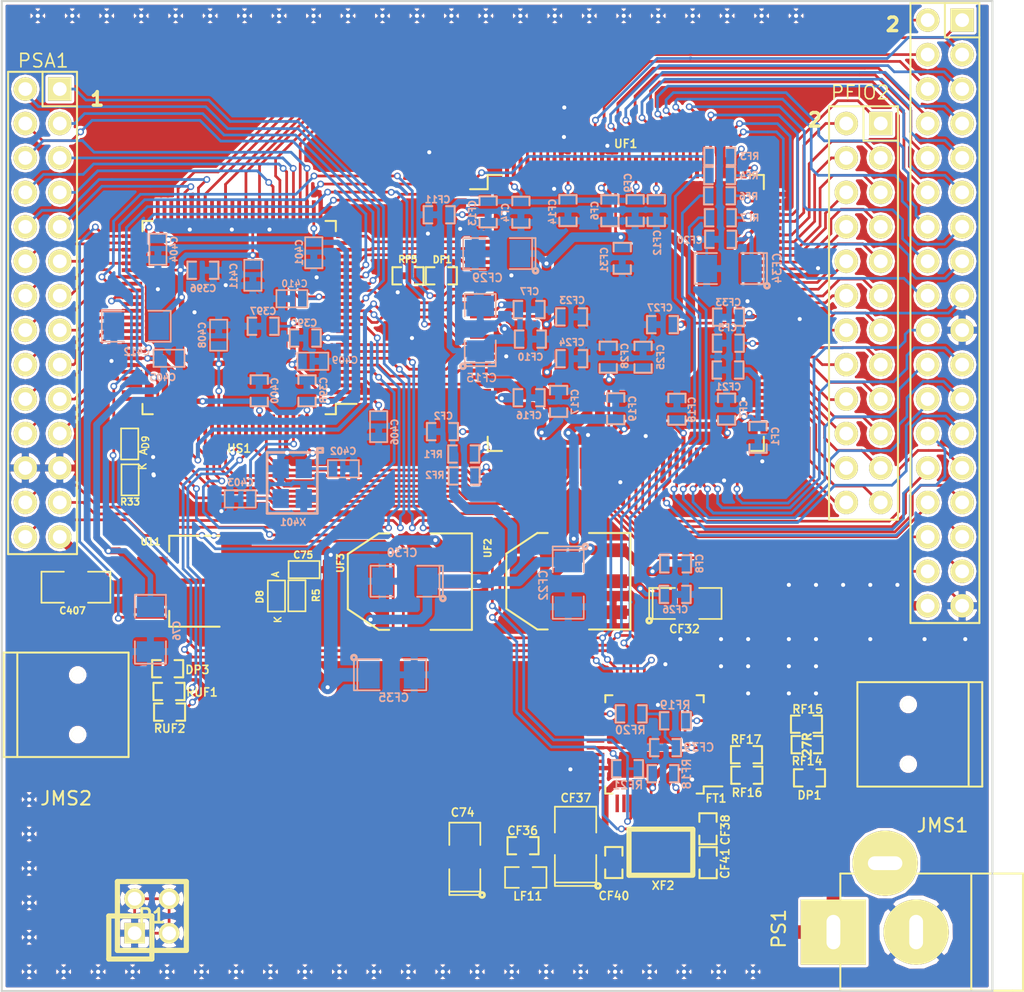
<source format=kicad_pcb>
(kicad_pcb (version 4) (host pcbnew 4.0.2-stable)
  (layers (0 F.Cu signal) (1 Inner2.Cu power hide) (2 Inner1.Cu mixed hide) (31 B.Cu signal hide) (34 B.Paste user hide) (35 F.Paste user hide) (36 B.SilkS user hide) (37 F.SilkS user hide) (38 B.Mask user hide) (39 F.Mask user hide) (44 Edge.Cuts user))
  (net 0 "")
  (net 1 +1.8V)
  (net 2 +3.3VP)
  (net 3 /SAM3M/LED)
  (net 4 GND)
  (net 5 VDD5V)
  (net 6 "Net-(C402-Pad1)")
  (net 7 "Net-(C403-Pad1)")
  (net 8 "Net-(D8-Pad2)")
  (net 9 "Net-(D9-Pad2)")
  (net 10 /SAM3M/AS11)
  (net 11 /SAM3M/AS12)
  (net 12 /SAM3M/AS13)
  (net 13 /SAM3M/AS8)
  (net 14 /SAM3M/AS9)
  (net 15 /SAM3M/SNWAIT)
  (net 16 /SAM3M/SNCS)
  (net 17 /SAM3M/DS0)
  (net 18 /SAM3M/DS7)
  (net 19 /SAM3M/DS6)
  (net 20 /SAM3M/DS5)
  (net 21 /SAM3M/DS4)
  (net 22 /SAM3M/DS3)
  (net 23 /SAM3M/DS2)
  (net 24 /SAM3M/DS1)
  (net 25 /SAM3M/SNWE)
  (net 26 /SAM3M/SNRD)
  (net 27 /SAM3M/AS0)
  (net 28 /SAM3M/AS1)
  (net 29 /SAM3M/AS2)
  (net 30 /SAM3M/AS3)
  (net 31 /SAM3M/AS4)
  (net 32 /SAM3M/AS5)
  (net 33 /SAM3M/AS6)
  (net 34 /SAM3M/AS7)
  (net 35 +3.3VDAC)
  (net 36 +1V2)
  (net 37 "Net-(RF1-Pad2)")
  (net 38 "Net-(RF2-Pad2)")
  (net 39 /spartan6/IO7)
  (net 40 /spartan6/IO17)
  (net 41 /spartan6/IO18)
  (net 42 /spartan6/IO19)
  (net 43 /spartan6/IO20)
  (net 44 /spartan6/IO21)
  (net 45 /spartan6/IO22)
  (net 46 /spartan6/IO23)
  (net 47 /spartan6/IO24)
  (net 48 /spartan6/IO25)
  (net 49 /spartan6/IO26)
  (net 50 /spartan6/IO27)
  (net 51 /spartan6/IO28)
  (net 52 /spartan6/IO29)
  (net 53 /spartan6/IO30)
  (net 54 /spartan6/IO31)
  (net 55 /spartan6/IO32)
  (net 56 /spartan6/IO33)
  (net 57 /spartan6/IO34)
  (net 58 /spartan6/IO35)
  (net 59 /spartan6/IO36)
  (net 60 /spartan6/IO37)
  (net 61 /spartan6/IO38)
  (net 62 /spartan6/IO39)
  (net 63 /spartan6/IO40)
  (net 64 /spartan6/IO41)
  (net 65 /spartan6/IO42)
  (net 66 /spartan6/IO43)
  (net 67 /spartan6/IO44)
  (net 68 /spartan6/IO45)
  (net 69 /spartan6/IO46)
  (net 70 /spartan6/IO47)
  (net 71 /spartan6/IO48)
  (net 72 /spartan6/IO49)
  (net 73 /spartan6/IO50)
  (net 74 /spartan6/IO51)
  (net 75 /spartan6/IO52)
  (net 76 /spartan6/IO53)
  (net 77 /spartan6/IO54)
  (net 78 /spartan6/IO55)
  (net 79 /spartan6/IO56)
  (net 80 /spartan6/IO57)
  (net 81 /spartan6/IO58)
  (net 82 /spartan6/IO59)
  (net 83 /spartan6/IO60)
  (net 84 /spartan6/IO61)
  (net 85 /spartan6/IO62)
  (net 86 /spartan6/IO63)
  (net 87 /spartan6/IO64)
  (net 88 /spartan6/IO65)
  (net 89 /spartan6/IO66)
  (net 90 /spartan6/IO67)
  (net 91 /spartan6/IO68)
  (net 92 /spartan6/IO69)
  (net 93 /spartan6/IO70)
  (net 94 /spartan6/IO71)
  (net 95 /spartan6/IO72)
  (net 96 /spartan6/IO73)
  (net 97 /SAM3M/AD8)
  (net 98 /SAM3M/AD11)
  (net 99 /SAM3M/AD9)
  (net 100 /SAM3M/AD2)
  (net 101 /SAM3M/AD0)
  (net 102 /SAM3M/AD1)
  (net 103 /SAM3M/AD5)
  (net 104 /SAM3M/PWML3)
  (net 105 /SAM3M/PWML2)
  (net 106 /SAM3M/PWMH2)
  (net 107 /SAM3M/PWMH3)
  (net 108 /SAM3M/URXD0)
  (net 109 /SAM3M/UTXD0)
  (net 110 /SAM3M/TXD0)
  (net 111 /SAM3M/RXD0)
  (net 112 /SAM3M/PA27)
  (net 113 /SAM3M/PA4)
  (net 114 /SAM3M/PC9)
  (net 115 /SAM3M/PA28)
  (net 116 /SAM3M/PA30)
  (net 117 /SAM3M/PA29)
  (net 118 /SAM3M/PA3)
  (net 119 /SAM3M/PC10)
  (net 120 /SAM3M/PC14)
  (net 121 /SAM3M/PA2)
  (net 122 "Net-(DF1-Pad2)")
  (net 123 /spartan6/F_TDO)
  (net 124 /SAM3M/JTDI)
  (net 125 /spartan6/F_TDI)
  (net 126 "Net-(RF3-Pad2)")
  (net 127 /spartan6/F_TCK)
  (net 128 "Net-(RF4-Pad2)")
  (net 129 /spartan6/F_TMS)
  (net 130 "Net-(RF6-Pad2)")
  (net 131 "Net-(RF7-Pad2)")
  (net 132 /SAM3M/CLK_F)
  (net 133 +5VA)
  (net 134 "Net-(CF38-Pad1)")
  (net 135 "Net-(CF40-Pad2)")
  (net 136 "Net-(CF41-Pad2)")
  (net 137 "Net-(FT1-Pad2)")
  (net 138 "Net-(FT1-Pad5)")
  (net 139 "Net-(FT1-Pad7)")
  (net 140 "Net-(FT1-Pad8)")
  (net 141 "Net-(FT1-Pad10)")
  (net 142 /SAM3M/JNRST)
  (net 143 "Net-(FT1-Pad26)")
  (net 144 /serial_interface/RXD)
  (net 145 /SAM3M/SAM_RX)
  (net 146 "Net-(JMS1-Pad2)")
  (net 147 "Net-(JMS1-Pad3)")
  (net 148 "Net-(DP1-Pad1)")
  (net 149 "Net-(DP3-Pad1)")
  (net 150 "Net-(JMS2-Pad2)")
  (net 151 "Net-(JMS2-Pad3)")
  (net 152 "Net-(RUF1-Pad2)")
  (net 153 "Net-(RUF2-Pad2)")
  (net 154 /SAM3M/AS10)
  (net 155 "Net-(FT1-Pad1)")
  (net 156 +3V3)
  (net 157 "Net-(FT1-Pad11)")
  (net 158 "Net-(FT1-Pad12)")
  (net 159 "Net-(FT1-Pad13)")
  (net 160 "Net-(FT1-Pad15)")
  (net 161 "Net-(FT1-Pad16)")
  (net 162 /serial_interface/nSRST)
  (net 163 "Net-(FT1-Pad19)")
  (net 164 "Net-(FT1-Pad27)")
  (net 165 "Net-(FT1-Pad28)")
  (net 166 "Net-(FT1-Pad29)")
  (net 167 "Net-(FT1-Pad30)")
  (net 168 "Net-(FT1-Pad32)")
  (net 169 "Net-(FT1-Pad33)")
  (net 170 "Net-(FT1-Pad35)")
  (net 171 "Net-(FT1-Pad36)")
  (net 172 "Net-(FT1-Pad37)")
  (net 173 "Net-(FT1-Pad38)")
  (net 174 "Net-(FT1-Pad41)")
  (net 175 "Net-(FT1-Pad48)")
  (net 176 "Net-(JMS1-Pad4)")
  (net 177 "Net-(JMS2-Pad4)")
  (net 178 "Net-(PS1-Pad3)")
  (net 179 /spartan6/IO2)
  (net 180 /spartan6/IO3)
  (net 181 /spartan6/IO4)
  (net 182 /spartan6/IO5)
  (net 183 /spartan6/IO6)
  (net 184 /spartan6/IO8)
  (net 185 /spartan6/IO10)
  (net 186 /spartan6/IO11)
  (net 187 /spartan6/IO12)
  (net 188 /spartan6/IO13)
  (net 189 /spartan6/IO14)
  (net 190 /spartan6/IO15)
  (net 191 /spartan6/IO16)
  (net 192 "Net-(UF1-Pad71)")
  (net 193 "Net-(UF1-Pad72)")
  (net 194 "Net-(UF1-Pad73)")
  (net 195 /SAM3M/AD4)
  (net 196 "Net-(US1-Pad22)")
  (net 197 /SAM3M/AD3)
  (net 198 "Net-(US1-Pad34)")
  (net 199 "Net-(US1-Pad38)")
  (net 200 "Net-(US1-Pad39)")
  (net 201 /SAM3M/PWMH1)
  (net 202 /SAM3M/PWMH0)
  (net 203 "Net-(US1-Pad48)")
  (net 204 "Net-(US1-Pad49)")
  (net 205 "Net-(US1-Pad61)")
  (net 206 /SAM3M/PA1)
  (net 207 /SAM3M/PC16)
  (net 208 "Net-(US1-Pad74)")
  (net 209 "Net-(US1-Pad77)")
  (net 210 /SAM3M/Erase)
  (net 211 "Net-(US1-Pad93)")
  (net 212 "Net-(US1-Pad99)")
  (module SM0603 (layer F.Cu) (at 41.5758 108.2249)
    (fp_text reference C75 (at -0.0635 -1.0795) (layer F.SilkS) (effects (font (size 0.5 0.5) (thickness 0.12))))
    (fp_text value 100n hide)
    (pad 1 smd rect (at -0.762 0) (size 0.635 1.143) (layers F.Cu F.Paste F.Mask) (net 2 +3.3VP))
    (pad 2 smd rect (at 0.762 0) (size 0.635 1.143) (layers F.Cu F.Paste F.Mask) (net 4 GND))
  )
  (module SM1206 (layer B.Cu) (at 30.25 112.62 270)
    (fp_text reference C76 (at 0.105 -1.945 450) (layer B.SilkS) (effects (font (size 0.5 0.5) (thickness 0.12)) (justify mirror)))
    (fp_text value 33uF hide)
    (pad 1 smd rect (at -1.651 0 270) (size 1.524 2.032) (layers B.Cu B.Paste B.Mask) (net 2 +3.3VP))
    (pad 2 smd rect (at 1.651 0 270) (size 1.524 2.032) (layers B.Cu B.Paste B.Mask) (net 4 GND))
  )
  (module SM0603 (layer B.Cu) (at 42.29 84.86 270)
    (fp_text reference C401 (at -0.02 1.07 270) (layer B.SilkS) (effects (font (size 0.5 0.5) (thickness 0.12)) (justify mirror)))
    (fp_text value 0.1uF hide)
    (pad 1 smd rect (at -0.762 0 270) (size 0.635 1.143) (layers B.Cu B.Paste B.Mask) (net 2 +3.3VP))
    (pad 2 smd rect (at 0.762 0 270) (size 0.635 1.143) (layers B.Cu B.Paste B.Mask) (net 4 GND))
  )
  (module SM0603 (layer B.Cu) (at 44.47 100.79)
    (fp_text reference C402 (at -0.015 -1.3 180) (layer B.SilkS) (effects (font (size 0.5 0.5) (thickness 0.12)) (justify mirror)))
    (fp_text value 20pF hide)
    (pad 1 smd rect (at -0.762 0) (size 0.635 1.143) (layers B.Cu B.Paste B.Mask) (net 6 "Net-(C402-Pad1)"))
    (pad 2 smd rect (at 0.762 0) (size 0.635 1.143) (layers B.Cu B.Paste B.Mask) (net 4 GND))
  )
  (module SM0603 (layer B.Cu) (at 36.87 103.01 180)
    (fp_text reference C403 (at -0.02 1.21 180) (layer B.SilkS) (effects (font (size 0.5 0.5) (thickness 0.12)) (justify mirror)))
    (fp_text value 20pF hide)
    (pad 1 smd rect (at -0.762 0 180) (size 0.635 1.143) (layers B.Cu B.Paste B.Mask) (net 7 "Net-(C403-Pad1)"))
    (pad 2 smd rect (at 0.762 0 180) (size 0.635 1.143) (layers B.Cu B.Paste B.Mask) (net 4 GND))
  )
  (module SM0603 (layer B.Cu) (at 30.8 84.6 270)
    (fp_text reference C404 (at 0 -1.19 270) (layer B.SilkS) (effects (font (size 0.5 0.5) (thickness 0.12)) (justify mirror)))
    (fp_text value 0.1uF hide)
    (pad 1 smd rect (at -0.762 0 270) (size 0.635 1.143) (layers B.Cu B.Paste B.Mask) (net 2 +3.3VP))
    (pad 2 smd rect (at 0.762 0 270) (size 0.635 1.143) (layers B.Cu B.Paste B.Mask) (net 4 GND))
  )
  (module SM0603 (layer B.Cu) (at 31.62 92.64)
    (fp_text reference C405 (at -0.45 1.41) (layer B.SilkS) (effects (font (size 0.5 0.5) (thickness 0.12)) (justify mirror)))
    (fp_text value 0.1uF hide)
    (pad 1 smd rect (at -0.762 0) (size 0.635 1.143) (layers B.Cu B.Paste B.Mask) (net 2 +3.3VP))
    (pad 2 smd rect (at 0.762 0) (size 0.635 1.143) (layers B.Cu B.Paste B.Mask) (net 4 GND))
  )
  (module SM0603 (layer B.Cu) (at 47.07 97.68 270)
    (fp_text reference C406 (at 0.395 -1.185 450) (layer B.SilkS) (effects (font (size 0.5 0.5) (thickness 0.12)) (justify mirror)))
    (fp_text value 1uF hide)
    (pad 1 smd rect (at -0.762 0 270) (size 0.635 1.143) (layers B.Cu B.Paste B.Mask) (net 2 +3.3VP))
    (pad 2 smd rect (at 0.762 0 270) (size 0.635 1.143) (layers B.Cu B.Paste B.Mask) (net 4 GND))
  )
  (module SM1206 (layer F.Cu) (at 24.761 109.5203 180)
    (fp_text reference C407 (at 0.25 -1.73 360) (layer F.SilkS) (effects (font (size 0.5 0.5) (thickness 0.12))))
    (fp_text value 4.7uF hide)
    (pad 1 smd rect (at -1.651 0 180) (size 1.524 2.032) (layers F.Cu F.Paste F.Mask) (net 2 +3.3VP))
    (pad 2 smd rect (at 1.651 0 180) (size 1.524 2.032) (layers F.Cu F.Paste F.Mask) (net 4 GND))
  )
  (module SM0603 (layer B.Cu) (at 35.28 90.94 90)
    (fp_text reference C408 (at 0.01 -1.21 270) (layer B.SilkS) (effects (font (size 0.5 0.5) (thickness 0.12)) (justify mirror)))
    (fp_text value 0.1uF hide)
    (pad 1 smd rect (at -0.762 0 90) (size 0.635 1.143) (layers B.Cu B.Paste B.Mask) (net 1 +1.8V))
    (pad 2 smd rect (at 0.762 0 90) (size 0.635 1.143) (layers B.Cu B.Paste B.Mask) (net 4 GND))
  )
  (module SM0603 (layer B.Cu) (at 42.22 92.86)
    (fp_text reference C409 (at 2.37 -0.08) (layer B.SilkS) (effects (font (size 0.5 0.5) (thickness 0.1)) (justify mirror)))
    (fp_text value 0.1uF hide)
    (pad 1 smd rect (at -0.762 0) (size 0.635 1.143) (layers B.Cu B.Paste B.Mask) (net 1 +1.8V))
    (pad 2 smd rect (at 0.762 0) (size 0.635 1.143) (layers B.Cu B.Paste B.Mask) (net 4 GND))
  )
  (module SM0603 (layer B.Cu) (at 40.68 88.25 180)
    (fp_text reference C410 (at -0.19 1.11 180) (layer B.SilkS) (effects (font (size 0.5 0.5) (thickness 0.1)) (justify mirror)))
    (fp_text value 0.1uF hide)
    (pad 1 smd rect (at -0.762 0 180) (size 0.635 1.143) (layers B.Cu B.Paste B.Mask) (net 1 +1.8V))
    (pad 2 smd rect (at 0.762 0 180) (size 0.635 1.143) (layers B.Cu B.Paste B.Mask) (net 4 GND))
  )
  (module SM0603 (layer B.Cu) (at 37.8 86.52 270)
    (fp_text reference C411 (at 0.07 1.41 270) (layer B.SilkS) (effects (font (size 0.5 0.5) (thickness 0.12)) (justify mirror)))
    (fp_text value 1uF hide)
    (pad 1 smd rect (at -0.762 0 270) (size 0.635 1.143) (layers B.Cu B.Paste B.Mask) (net 1 +1.8V))
    (pad 2 smd rect (at 0.762 0 270) (size 0.635 1.143) (layers B.Cu B.Paste B.Mask) (net 4 GND))
  )
  (module SM1206 (layer B.Cu) (at 29.206 90.2798 180)
    (fp_text reference C412 (at -0.04 -1.885 180) (layer B.SilkS) (effects (font (size 0.5 0.5) (thickness 0.12)) (justify mirror)))
    (fp_text value 4.7uF hide)
    (pad 1 smd rect (at -1.651 0 180) (size 1.524 2.032) (layers B.Cu B.Paste B.Mask) (net 1 +1.8V))
    (pad 2 smd rect (at 1.651 0 180) (size 1.524 2.032) (layers B.Cu B.Paste B.Mask) (net 4 GND))
  )
  (module SM0603 (layer F.Cu) (at 39.5376 110.1676 270)
    (fp_text reference D8 (at 0.065 1.225 270) (layer F.SilkS) (effects (font (size 0.5 0.5) (thickness 0.12))))
    (fp_text value LED hide)
    (pad 1 smd rect (at -0.762 0 270) (size 0.635 1.143) (layers F.Cu F.Paste F.Mask) (net 2 +3.3VP))
    (pad 2 smd rect (at 0.762 0 270) (size 0.635 1.143) (layers F.Cu F.Paste F.Mask) (net 8 "Net-(D8-Pad2)"))
  )
  (module SM0603 (layer F.Cu) (at 28.72224 98.95756 270)
    (fp_text reference D9 (at -0.12 -1.17 270) (layer F.SilkS) (effects (font (size 0.5 0.5) (thickness 0.1))))
    (fp_text value LED hide)
    (pad 1 smd rect (at -0.762 0 270) (size 0.635 1.143) (layers F.Cu F.Paste F.Mask) (net 3 /SAM3M/LED))
    (pad 2 smd rect (at 0.762 0 270) (size 0.635 1.143) (layers F.Cu F.Paste F.Mask) (net 9 "Net-(D9-Pad2)"))
  )
  (module SM0603 (layer F.Cu) (at 41.0424 110.1553 270)
    (fp_text reference R5 (at -0.035 -1.42 270) (layer F.SilkS) (effects (font (size 0.5 0.5) (thickness 0.12))))
    (fp_text value 1k hide)
    (pad 1 smd rect (at -0.762 0 270) (size 0.635 1.143) (layers F.Cu F.Paste F.Mask) (net 4 GND))
    (pad 2 smd rect (at 0.762 0 270) (size 0.635 1.143) (layers F.Cu F.Paste F.Mask) (net 8 "Net-(D8-Pad2)"))
  )
  (module SM0603 (layer F.Cu) (at 28.75224 101.60756 90)
    (fp_text reference R33 (at -1.62 0 180) (layer F.SilkS) (effects (font (size 0.5 0.5) (thickness 0.12))))
    (fp_text value 1k hide)
    (pad 1 smd rect (at -0.762 0 90) (size 0.635 1.143) (layers F.Cu F.Paste F.Mask) (net 4 GND))
    (pad 2 smd rect (at 0.762 0 90) (size 0.635 1.143) (layers F.Cu F.Paste F.Mask) (net 9 "Net-(D9-Pad2)"))
  )
  (module LT1117 (layer F.Cu) (at 33.49 109.08 90)
    (fp_text reference U11 (at 2.9125 -3.2299 180) (layer F.SilkS) (effects (font (size 0.5 0.5) (thickness 0.12))))
    (fp_text value ZLDO1117G33TA hide)
    (pad 1 smd rect (at -2.286 3.0988 90) (size 1.2192 2.2352) (layers F.Cu F.Paste F.Mask) (net 4 GND))
    (pad 2 smd rect (at 0 3.0988 90) (size 1.2192 2.2352) (layers F.Cu F.Paste F.Mask) (net 2 +3.3VP))
    (pad 3 smd rect (at 2.286 3.0988 90) (size 1.2192 2.2352) (layers F.Cu F.Paste F.Mask) (net 5 VDD5V))
    (pad 4 smd rect (at 0 -3.0988 90) (size 3.6068 2.2352) (layers F.Cu F.Paste F.Mask) (net 2 +3.3VP))
  )
  (module ABM8G (layer B.Cu) (at 41.55 100.78 270)
    (fp_text reference X401 (at 3.95 0.79 360) (layer B.SilkS) (effects (font (size 0.5 0.5) (thickness 0.12)) (justify mirror)))
    (fp_text value 12MHz hide)
    (pad 1 smd rect (at 0 0 270) (size 1.39954 1.19888) (layers B.Cu B.Paste B.Mask) (net 6 "Net-(C402-Pad1)"))
    (pad 2 smd rect (at 2.19964 0 270) (size 1.39954 1.19888) (layers B.Cu B.Paste B.Mask) (net 4 GND))
    (pad 3 smd rect (at 2.19964 1.69926 270) (size 1.39954 1.19888) (layers B.Cu B.Paste B.Mask) (net 7 "Net-(C403-Pad1)"))
    (pad 4 smd rect (at 0 1.69926 270) (size 1.39954 1.19888) (layers B.Cu B.Paste B.Mask) (net 4 GND))
  )
  (module Housings_QFP:LQFP-144_20x20mm_Pitch0.5mm (layer F.Cu) (at 65.28 89.3)
    (fp_text reference UF1 (at 0 -12.475) (layer F.SilkS) (effects (font (size 0.6 0.6) (thickness 0.12))))
    (fp_text value XC6SLX9-2TQG144C hide)
    (pad 1 smd rect (at -10.7 -8.75) (size 1.55 0.3) (layers F.Cu F.Paste F.Mask) (net 154 /SAM3M/AS10))
    (pad 2 smd rect (at -10.7 -8.25) (size 1.55 0.3) (layers F.Cu F.Paste F.Mask) (net 179 /spartan6/IO2))
    (pad 3 smd rect (at -10.7 -7.75) (size 1.55 0.3) (layers F.Cu F.Paste F.Mask) (net 4 GND))
    (pad 4 smd rect (at -10.7 -7.25) (size 1.55 0.3) (layers F.Cu F.Paste F.Mask) (net 35 +3.3VDAC))
    (pad 5 smd rect (at -10.7 -6.75) (size 1.55 0.3) (layers F.Cu F.Paste F.Mask) (net 180 /spartan6/IO3))
    (pad 6 smd rect (at -10.7 -6.25) (size 1.55 0.3) (layers F.Cu F.Paste F.Mask) (net 181 /spartan6/IO4))
    (pad 7 smd rect (at -10.7 -5.75) (size 1.55 0.3) (layers F.Cu F.Paste F.Mask) (net 17 /SAM3M/DS0))
    (pad 8 smd rect (at -10.7 -5.25) (size 1.55 0.3) (layers F.Cu F.Paste F.Mask) (net 182 /spartan6/IO5))
    (pad 9 smd rect (at -10.7 -4.75) (size 1.55 0.3) (layers F.Cu F.Paste F.Mask) (net 16 /SAM3M/SNCS))
    (pad 10 smd rect (at -10.7 -4.25) (size 1.55 0.3) (layers F.Cu F.Paste F.Mask) (net 183 /spartan6/IO6))
    (pad 11 smd rect (at -10.7 -3.75) (size 1.55 0.3) (layers F.Cu F.Paste F.Mask) (net 15 /SAM3M/SNWAIT))
    (pad 12 smd rect (at -10.7 -3.25) (size 1.55 0.3) (layers F.Cu F.Paste F.Mask) (net 39 /spartan6/IO7))
    (pad 13 smd rect (at -10.7 -2.75) (size 1.55 0.3) (layers F.Cu F.Paste F.Mask) (net 4 GND))
    (pad 14 smd rect (at -10.7 -2.25) (size 1.55 0.3) (layers F.Cu F.Paste F.Mask) (net 184 /spartan6/IO8))
    (pad 15 smd rect (at -10.7 -1.75) (size 1.55 0.3) (layers F.Cu F.Paste F.Mask) (net 25 /SAM3M/SNWE))
    (pad 16 smd rect (at -10.7 -1.25) (size 1.55 0.3) (layers F.Cu F.Paste F.Mask) (net 14 /SAM3M/AS9))
    (pad 17 smd rect (at -10.7 -0.75) (size 1.55 0.3) (layers F.Cu F.Paste F.Mask) (net 132 /SAM3M/CLK_F))
    (pad 18 smd rect (at -10.7 -0.25) (size 1.55 0.3) (layers F.Cu F.Paste F.Mask) (net 35 +3.3VDAC))
    (pad 19 smd rect (at -10.7 0.25) (size 1.55 0.3) (layers F.Cu F.Paste F.Mask) (net 36 +1V2))
    (pad 20 smd rect (at -10.7 0.75) (size 1.55 0.3) (layers F.Cu F.Paste F.Mask) (net 35 +3.3VDAC))
    (pad 21 smd rect (at -10.7 1.25) (size 1.55 0.3) (layers F.Cu F.Paste F.Mask) (net 13 /SAM3M/AS8))
    (pad 22 smd rect (at -10.7 1.75) (size 1.55 0.3) (layers F.Cu F.Paste F.Mask) (net 185 /spartan6/IO10))
    (pad 23 smd rect (at -10.7 2.25) (size 1.55 0.3) (layers F.Cu F.Paste F.Mask) (net 26 /SAM3M/SNRD))
    (pad 24 smd rect (at -10.7 2.75) (size 1.55 0.3) (layers F.Cu F.Paste F.Mask) (net 12 /SAM3M/AS13))
    (pad 25 smd rect (at -10.7 3.25) (size 1.55 0.3) (layers F.Cu F.Paste F.Mask) (net 4 GND))
    (pad 26 smd rect (at -10.7 3.75) (size 1.55 0.3) (layers F.Cu F.Paste F.Mask) (net 186 /spartan6/IO11))
    (pad 27 smd rect (at -10.7 4.25) (size 1.55 0.3) (layers F.Cu F.Paste F.Mask) (net 11 /SAM3M/AS12))
    (pad 28 smd rect (at -10.7 4.75) (size 1.55 0.3) (layers F.Cu F.Paste F.Mask) (net 36 +1V2))
    (pad 29 smd rect (at -10.7 5.25) (size 1.55 0.3) (layers F.Cu F.Paste F.Mask) (net 10 /SAM3M/AS11))
    (pad 30 smd rect (at -10.7 5.75) (size 1.55 0.3) (layers F.Cu F.Paste F.Mask) (net 187 /spartan6/IO12))
    (pad 31 smd rect (at -10.7 6.25) (size 1.55 0.3) (layers F.Cu F.Paste F.Mask) (net 35 +3.3VDAC))
    (pad 32 smd rect (at -10.7 6.75) (size 1.55 0.3) (layers F.Cu F.Paste F.Mask) (net 188 /spartan6/IO13))
    (pad 33 smd rect (at -10.7 7.25) (size 1.55 0.3) (layers F.Cu F.Paste F.Mask) (net 189 /spartan6/IO14))
    (pad 34 smd rect (at -10.7 7.75) (size 1.55 0.3) (layers F.Cu F.Paste F.Mask) (net 190 /spartan6/IO15))
    (pad 35 smd rect (at -10.7 8.25) (size 1.55 0.3) (layers F.Cu F.Paste F.Mask) (net 191 /spartan6/IO16))
    (pad 36 smd rect (at -10.7 8.75) (size 1.55 0.3) (layers F.Cu F.Paste F.Mask) (net 35 +3.3VDAC))
    (pad 37 smd rect (at -8.75 10.7 90) (size 1.55 0.3) (layers F.Cu F.Paste F.Mask) (net 37 "Net-(RF1-Pad2)"))
    (pad 38 smd rect (at -8.25 10.7 90) (size 1.55 0.3) (layers F.Cu F.Paste F.Mask) (net 38 "Net-(RF2-Pad2)"))
    (pad 39 smd rect (at -7.75 10.7 90) (size 1.55 0.3) (layers F.Cu F.Paste F.Mask) (net 34 /SAM3M/AS7))
    (pad 40 smd rect (at -7.25 10.7 90) (size 1.55 0.3) (layers F.Cu F.Paste F.Mask) (net 33 /SAM3M/AS6))
    (pad 41 smd rect (at -6.75 10.7 90) (size 1.55 0.3) (layers F.Cu F.Paste F.Mask) (net 32 /SAM3M/AS5))
    (pad 42 smd rect (at -6.25 10.7 90) (size 1.55 0.3) (layers F.Cu F.Paste F.Mask) (net 35 +3.3VDAC))
    (pad 43 smd rect (at -5.75 10.7 90) (size 1.55 0.3) (layers F.Cu F.Paste F.Mask) (net 31 /SAM3M/AS4))
    (pad 44 smd rect (at -5.25 10.7 90) (size 1.55 0.3) (layers F.Cu F.Paste F.Mask) (net 30 /SAM3M/AS3))
    (pad 45 smd rect (at -4.75 10.7 90) (size 1.55 0.3) (layers F.Cu F.Paste F.Mask) (net 29 /SAM3M/AS2))
    (pad 46 smd rect (at -4.25 10.7 90) (size 1.55 0.3) (layers F.Cu F.Paste F.Mask) (net 28 /SAM3M/AS1))
    (pad 47 smd rect (at -3.75 10.7 90) (size 1.55 0.3) (layers F.Cu F.Paste F.Mask) (net 27 /SAM3M/AS0))
    (pad 48 smd rect (at -3.25 10.7 90) (size 1.55 0.3) (layers F.Cu F.Paste F.Mask) (net 40 /spartan6/IO17))
    (pad 49 smd rect (at -2.75 10.7 90) (size 1.55 0.3) (layers F.Cu F.Paste F.Mask) (net 4 GND))
    (pad 50 smd rect (at -2.25 10.7 90) (size 1.55 0.3) (layers F.Cu F.Paste F.Mask) (net 41 /spartan6/IO18))
    (pad 51 smd rect (at -1.75 10.7 90) (size 1.55 0.3) (layers F.Cu F.Paste F.Mask) (net 42 /spartan6/IO19))
    (pad 52 smd rect (at -1.25 10.7 90) (size 1.55 0.3) (layers F.Cu F.Paste F.Mask) (net 36 +1V2))
    (pad 53 smd rect (at -0.75 10.7 90) (size 1.55 0.3) (layers F.Cu F.Paste F.Mask) (net 35 +3.3VDAC))
    (pad 54 smd rect (at -0.25 10.7 90) (size 1.55 0.3) (layers F.Cu F.Paste F.Mask) (net 4 GND))
    (pad 55 smd rect (at 0.25 10.7 90) (size 1.55 0.3) (layers F.Cu F.Paste F.Mask) (net 43 /spartan6/IO20))
    (pad 56 smd rect (at 0.75 10.7 90) (size 1.55 0.3) (layers F.Cu F.Paste F.Mask) (net 44 /spartan6/IO21))
    (pad 57 smd rect (at 1.25 10.7 90) (size 1.55 0.3) (layers F.Cu F.Paste F.Mask) (net 45 /spartan6/IO22))
    (pad 58 smd rect (at 1.75 10.7 90) (size 1.55 0.3) (layers F.Cu F.Paste F.Mask) (net 46 /spartan6/IO23))
    (pad 59 smd rect (at 2.25 10.7 90) (size 1.55 0.3) (layers F.Cu F.Paste F.Mask) (net 47 /spartan6/IO24))
    (pad 60 smd rect (at 2.75 10.7 90) (size 1.55 0.3) (layers F.Cu F.Paste F.Mask) (net 4 GND))
    (pad 61 smd rect (at 3.25 10.7 90) (size 1.55 0.3) (layers F.Cu F.Paste F.Mask) (net 48 /spartan6/IO25))
    (pad 62 smd rect (at 3.75 10.7 90) (size 1.55 0.3) (layers F.Cu F.Paste F.Mask) (net 49 /spartan6/IO26))
    (pad 63 smd rect (at 4.25 10.7 90) (size 1.55 0.3) (layers F.Cu F.Paste F.Mask) (net 35 +3.3VDAC))
    (pad 64 smd rect (at 4.75 10.7 90) (size 1.55 0.3) (layers F.Cu F.Paste F.Mask) (net 50 /spartan6/IO27))
    (pad 65 smd rect (at 5.25 10.7 90) (size 1.55 0.3) (layers F.Cu F.Paste F.Mask) (net 51 /spartan6/IO28))
    (pad 66 smd rect (at 5.75 10.7 90) (size 1.55 0.3) (layers F.Cu F.Paste F.Mask) (net 52 /spartan6/IO29))
    (pad 67 smd rect (at 6.25 10.7 90) (size 1.55 0.3) (layers F.Cu F.Paste F.Mask) (net 53 /spartan6/IO30))
    (pad 68 smd rect (at 6.75 10.7 90) (size 1.55 0.3) (layers F.Cu F.Paste F.Mask) (net 4 GND))
    (pad 69 smd rect (at 7.25 10.7 90) (size 1.55 0.3) (layers F.Cu F.Paste F.Mask) (net 35 +3.3VDAC))
    (pad 70 smd rect (at 7.75 10.7 90) (size 1.55 0.3) (layers F.Cu F.Paste F.Mask) (net 54 /spartan6/IO31))
    (pad 71 smd rect (at 8.25 10.7 90) (size 1.55 0.3) (layers F.Cu F.Paste F.Mask) (net 192 "Net-(UF1-Pad71)"))
    (pad 72 smd rect (at 8.75 10.7 90) (size 1.55 0.3) (layers F.Cu F.Paste F.Mask) (net 193 "Net-(UF1-Pad72)"))
    (pad 73 smd rect (at 10.7 8.75) (size 1.55 0.3) (layers F.Cu F.Paste F.Mask) (net 194 "Net-(UF1-Pad73)"))
    (pad 74 smd rect (at 10.7 8.25) (size 1.55 0.3) (layers F.Cu F.Paste F.Mask) (net 55 /spartan6/IO32))
    (pad 75 smd rect (at 10.7 7.75) (size 1.55 0.3) (layers F.Cu F.Paste F.Mask) (net 56 /spartan6/IO33))
    (pad 76 smd rect (at 10.7 7.25) (size 1.55 0.3) (layers F.Cu F.Paste F.Mask) (net 35 +3.3VDAC))
    (pad 77 smd rect (at 10.7 6.75) (size 1.55 0.3) (layers F.Cu F.Paste F.Mask) (net 4 GND))
    (pad 78 smd rect (at 10.7 6.25) (size 1.55 0.3) (layers F.Cu F.Paste F.Mask) (net 57 /spartan6/IO34))
    (pad 79 smd rect (at 10.7 5.75) (size 1.55 0.3) (layers F.Cu F.Paste F.Mask) (net 58 /spartan6/IO35))
    (pad 80 smd rect (at 10.7 5.25) (size 1.55 0.3) (layers F.Cu F.Paste F.Mask) (net 59 /spartan6/IO36))
    (pad 81 smd rect (at 10.7 4.75) (size 1.55 0.3) (layers F.Cu F.Paste F.Mask) (net 60 /spartan6/IO37))
    (pad 82 smd rect (at 10.7 4.25) (size 1.55 0.3) (layers F.Cu F.Paste F.Mask) (net 61 /spartan6/IO38))
    (pad 83 smd rect (at 10.7 3.75) (size 1.55 0.3) (layers F.Cu F.Paste F.Mask) (net 62 /spartan6/IO39))
    (pad 84 smd rect (at 10.7 3.25) (size 1.55 0.3) (layers F.Cu F.Paste F.Mask) (net 63 /spartan6/IO40))
    (pad 85 smd rect (at 10.7 2.75) (size 1.55 0.3) (layers F.Cu F.Paste F.Mask) (net 64 /spartan6/IO41))
    (pad 86 smd rect (at 10.7 2.25) (size 1.55 0.3) (layers F.Cu F.Paste F.Mask) (net 35 +3.3VDAC))
    (pad 87 smd rect (at 10.7 1.75) (size 1.55 0.3) (layers F.Cu F.Paste F.Mask) (net 65 /spartan6/IO42))
    (pad 88 smd rect (at 10.7 1.25) (size 1.55 0.3) (layers F.Cu F.Paste F.Mask) (net 66 /spartan6/IO43))
    (pad 89 smd rect (at 10.7 0.75) (size 1.55 0.3) (layers F.Cu F.Paste F.Mask) (net 36 +1V2))
    (pad 90 smd rect (at 10.7 0.25) (size 1.55 0.3) (layers F.Cu F.Paste F.Mask) (net 35 +3.3VDAC))
    (pad 91 smd rect (at 10.7 -0.25) (size 1.55 0.3) (layers F.Cu F.Paste F.Mask) (net 4 GND))
    (pad 92 smd rect (at 10.7 -0.75) (size 1.55 0.3) (layers F.Cu F.Paste F.Mask) (net 67 /spartan6/IO44))
    (pad 93 smd rect (at 10.7 -1.25) (size 1.55 0.3) (layers F.Cu F.Paste F.Mask) (net 68 /spartan6/IO45))
    (pad 94 smd rect (at 10.7 -1.75) (size 1.55 0.3) (layers F.Cu F.Paste F.Mask) (net 69 /spartan6/IO46))
    (pad 95 smd rect (at 10.7 -2.25) (size 1.55 0.3) (layers F.Cu F.Paste F.Mask) (net 70 /spartan6/IO47))
    (pad 96 smd rect (at 10.7 -2.75) (size 1.55 0.3) (layers F.Cu F.Paste F.Mask) (net 4 GND))
    (pad 97 smd rect (at 10.7 -3.25) (size 1.55 0.3) (layers F.Cu F.Paste F.Mask) (net 71 /spartan6/IO48))
    (pad 98 smd rect (at 10.7 -3.75) (size 1.55 0.3) (layers F.Cu F.Paste F.Mask) (net 72 /spartan6/IO49))
    (pad 99 smd rect (at 10.7 -4.25) (size 1.55 0.3) (layers F.Cu F.Paste F.Mask) (net 73 /spartan6/IO50))
    (pad 100 smd rect (at 10.7 -4.75) (size 1.55 0.3) (layers F.Cu F.Paste F.Mask) (net 74 /spartan6/IO51))
    (pad 101 smd rect (at 10.7 -5.25) (size 1.55 0.3) (layers F.Cu F.Paste F.Mask) (net 75 /spartan6/IO52))
    (pad 102 smd rect (at 10.7 -5.75) (size 1.55 0.3) (layers F.Cu F.Paste F.Mask) (net 76 /spartan6/IO53))
    (pad 103 smd rect (at 10.7 -6.25) (size 1.55 0.3) (layers F.Cu F.Paste F.Mask) (net 35 +3.3VDAC))
    (pad 104 smd rect (at 10.7 -6.75) (size 1.55 0.3) (layers F.Cu F.Paste F.Mask) (net 77 /spartan6/IO54))
    (pad 105 smd rect (at 10.7 -7.25) (size 1.55 0.3) (layers F.Cu F.Paste F.Mask) (net 78 /spartan6/IO55))
    (pad 106 smd rect (at 10.7 -7.75) (size 1.55 0.3) (layers F.Cu F.Paste F.Mask) (net 131 "Net-(RF7-Pad2)"))
    (pad 107 smd rect (at 10.7 -8.25) (size 1.55 0.3) (layers F.Cu F.Paste F.Mask) (net 130 "Net-(RF6-Pad2)"))
    (pad 108 smd rect (at 10.7 -8.75) (size 1.55 0.3) (layers F.Cu F.Paste F.Mask) (net 4 GND))
    (pad 109 smd rect (at 8.75 -10.7 90) (size 1.55 0.3) (layers F.Cu F.Paste F.Mask) (net 128 "Net-(RF4-Pad2)"))
    (pad 110 smd rect (at 8.25 -10.7 90) (size 1.55 0.3) (layers F.Cu F.Paste F.Mask) (net 126 "Net-(RF3-Pad2)"))
    (pad 111 smd rect (at 7.75 -10.7 90) (size 1.55 0.3) (layers F.Cu F.Paste F.Mask) (net 79 /spartan6/IO56))
    (pad 112 smd rect (at 7.25 -10.7 90) (size 1.55 0.3) (layers F.Cu F.Paste F.Mask) (net 80 /spartan6/IO57))
    (pad 113 smd rect (at 6.75 -10.7 90) (size 1.55 0.3) (layers F.Cu F.Paste F.Mask) (net 4 GND))
    (pad 114 smd rect (at 6.25 -10.7 90) (size 1.55 0.3) (layers F.Cu F.Paste F.Mask) (net 81 /spartan6/IO58))
    (pad 115 smd rect (at 5.75 -10.7 90) (size 1.55 0.3) (layers F.Cu F.Paste F.Mask) (net 82 /spartan6/IO59))
    (pad 116 smd rect (at 5.25 -10.7 90) (size 1.55 0.3) (layers F.Cu F.Paste F.Mask) (net 83 /spartan6/IO60))
    (pad 117 smd rect (at 4.75 -10.7 90) (size 1.55 0.3) (layers F.Cu F.Paste F.Mask) (net 84 /spartan6/IO61))
    (pad 118 smd rect (at 4.25 -10.7 90) (size 1.55 0.3) (layers F.Cu F.Paste F.Mask) (net 85 /spartan6/IO62))
    (pad 119 smd rect (at 3.75 -10.7 90) (size 1.55 0.3) (layers F.Cu F.Paste F.Mask) (net 86 /spartan6/IO63))
    (pad 120 smd rect (at 3.25 -10.7 90) (size 1.55 0.3) (layers F.Cu F.Paste F.Mask) (net 87 /spartan6/IO64))
    (pad 121 smd rect (at 2.75 -10.7 90) (size 1.55 0.3) (layers F.Cu F.Paste F.Mask) (net 88 /spartan6/IO65))
    (pad 122 smd rect (at 2.25 -10.7 90) (size 1.55 0.3) (layers F.Cu F.Paste F.Mask) (net 35 +3.3VDAC))
    (pad 123 smd rect (at 1.75 -10.7 90) (size 1.55 0.3) (layers F.Cu F.Paste F.Mask) (net 89 /spartan6/IO66))
    (pad 124 smd rect (at 1.25 -10.7 90) (size 1.55 0.3) (layers F.Cu F.Paste F.Mask) (net 90 /spartan6/IO67))
    (pad 125 smd rect (at 0.75 -10.7 90) (size 1.55 0.3) (layers F.Cu F.Paste F.Mask) (net 35 +3.3VDAC))
    (pad 126 smd rect (at 0.25 -10.7 90) (size 1.55 0.3) (layers F.Cu F.Paste F.Mask) (net 91 /spartan6/IO68))
    (pad 127 smd rect (at -0.25 -10.7 90) (size 1.55 0.3) (layers F.Cu F.Paste F.Mask) (net 92 /spartan6/IO69))
    (pad 128 smd rect (at -0.75 -10.7 90) (size 1.55 0.3) (layers F.Cu F.Paste F.Mask) (net 36 +1V2))
    (pad 129 smd rect (at -1.25 -10.7 90) (size 1.55 0.3) (layers F.Cu F.Paste F.Mask) (net 35 +3.3VDAC))
    (pad 130 smd rect (at -1.75 -10.7 90) (size 1.55 0.3) (layers F.Cu F.Paste F.Mask) (net 4 GND))
    (pad 131 smd rect (at -2.25 -10.7 90) (size 1.55 0.3) (layers F.Cu F.Paste F.Mask) (net 93 /spartan6/IO70))
    (pad 132 smd rect (at -2.75 -10.7 90) (size 1.55 0.3) (layers F.Cu F.Paste F.Mask) (net 94 /spartan6/IO71))
    (pad 133 smd rect (at -3.25 -10.7 90) (size 1.55 0.3) (layers F.Cu F.Paste F.Mask) (net 95 /spartan6/IO72))
    (pad 134 smd rect (at -3.75 -10.7 90) (size 1.55 0.3) (layers F.Cu F.Paste F.Mask) (net 96 /spartan6/IO73))
    (pad 135 smd rect (at -4.25 -10.7 90) (size 1.55 0.3) (layers F.Cu F.Paste F.Mask) (net 35 +3.3VDAC))
    (pad 136 smd rect (at -4.75 -10.7 90) (size 1.55 0.3) (layers F.Cu F.Paste F.Mask) (net 4 GND))
    (pad 137 smd rect (at -5.25 -10.7 90) (size 1.55 0.3) (layers F.Cu F.Paste F.Mask) (net 24 /SAM3M/DS1))
    (pad 138 smd rect (at -5.75 -10.7 90) (size 1.55 0.3) (layers F.Cu F.Paste F.Mask) (net 23 /SAM3M/DS2))
    (pad 139 smd rect (at -6.25 -10.7 90) (size 1.55 0.3) (layers F.Cu F.Paste F.Mask) (net 22 /SAM3M/DS3))
    (pad 140 smd rect (at -6.75 -10.7 90) (size 1.55 0.3) (layers F.Cu F.Paste F.Mask) (net 21 /SAM3M/DS4))
    (pad 141 smd rect (at -7.25 -10.7 90) (size 1.55 0.3) (layers F.Cu F.Paste F.Mask) (net 20 /SAM3M/DS5))
    (pad 142 smd rect (at -7.75 -10.7 90) (size 1.55 0.3) (layers F.Cu F.Paste F.Mask) (net 19 /SAM3M/DS6))
    (pad 143 smd rect (at -8.25 -10.7 90) (size 1.55 0.3) (layers F.Cu F.Paste F.Mask) (net 18 /SAM3M/DS7))
    (pad 144 smd rect (at -8.75 -10.7 90) (size 1.55 0.3) (layers F.Cu F.Paste F.Mask) (net 35 +3.3VDAC))
  )
  (module Housings_QFP:LQFP-100_14x14mm_Pitch0.5mm (layer F.Cu) (at 36.79 89.64 180)
    (fp_text reference US1 (at 0 -9.65 180) (layer F.SilkS) (effects (font (size 0.6 0.6) (thickness 0.12))))
    (fp_text value ATSAM3S2CA-AU hide)
    (pad 1 smd rect (at -7.9 -6 180) (size 1.5 0.28) (layers F.Cu F.Paste F.Mask) (net 2 +3.3VP))
    (pad 2 smd rect (at -7.9 -5.5 180) (size 1.5 0.28) (layers F.Cu F.Paste F.Mask) (net 4 GND))
    (pad 3 smd rect (at -7.9 -5 180) (size 1.5 0.28) (layers F.Cu F.Paste F.Mask) (net 195 /SAM3M/AD4))
    (pad 4 smd rect (at -7.9 -4.5 180) (size 1.5 0.28) (layers F.Cu F.Paste F.Mask) (net 10 /SAM3M/AS11))
    (pad 5 smd rect (at -7.9 -4 180) (size 1.5 0.28) (layers F.Cu F.Paste F.Mask) (net 103 /SAM3M/AD5))
    (pad 6 smd rect (at -7.9 -3.5 180) (size 1.5 0.28) (layers F.Cu F.Paste F.Mask) (net 11 /SAM3M/AS12))
    (pad 7 smd rect (at -7.9 -3 180) (size 1.5 0.28) (layers F.Cu F.Paste F.Mask) (net 145 /SAM3M/SAM_RX))
    (pad 8 smd rect (at -7.9 -2.5 180) (size 1.5 0.28) (layers F.Cu F.Paste F.Mask) (net 12 /SAM3M/AS13))
    (pad 9 smd rect (at -7.9 -2 180) (size 1.5 0.28) (layers F.Cu F.Paste F.Mask) (net 144 /serial_interface/RXD))
    (pad 10 smd rect (at -7.9 -1.5 180) (size 1.5 0.28) (layers F.Cu F.Paste F.Mask) (net 2 +3.3VP))
    (pad 11 smd rect (at -7.9 -1 180) (size 1.5 0.28) (layers F.Cu F.Paste F.Mask) (net 1 +1.8V))
    (pad 12 smd rect (at -7.9 -0.5 180) (size 1.5 0.28) (layers F.Cu F.Paste F.Mask) (net 101 /SAM3M/AD0))
    (pad 13 smd rect (at -7.9 0 180) (size 1.5 0.28) (layers F.Cu F.Paste F.Mask) (net 13 /SAM3M/AS8))
    (pad 14 smd rect (at -7.9 0.5 180) (size 1.5 0.28) (layers F.Cu F.Paste F.Mask) (net 102 /SAM3M/AD1))
    (pad 15 smd rect (at -7.9 1 180) (size 1.5 0.28) (layers F.Cu F.Paste F.Mask) (net 97 /SAM3M/AD8))
    (pad 16 smd rect (at -7.9 1.5 180) (size 1.5 0.28) (layers F.Cu F.Paste F.Mask) (net 1 +1.8V))
    (pad 17 smd rect (at -7.9 2 180) (size 1.5 0.28) (layers F.Cu F.Paste F.Mask) (net 14 /SAM3M/AS9))
    (pad 18 smd rect (at -7.9 2.5 180) (size 1.5 0.28) (layers F.Cu F.Paste F.Mask) (net 100 /SAM3M/AD2))
    (pad 19 smd rect (at -7.9 3 180) (size 1.5 0.28) (layers F.Cu F.Paste F.Mask) (net 98 /SAM3M/AD11))
    (pad 20 smd rect (at -7.9 3.5 180) (size 1.5 0.28) (layers F.Cu F.Paste F.Mask) (net 99 /SAM3M/AD9))
    (pad 21 smd rect (at -7.9 4 180) (size 1.5 0.28) (layers F.Cu F.Paste F.Mask) (net 15 /SAM3M/SNWAIT))
    (pad 22 smd rect (at -7.9 4.5 180) (size 1.5 0.28) (layers F.Cu F.Paste F.Mask) (net 196 "Net-(US1-Pad22)"))
    (pad 23 smd rect (at -7.9 5 180) (size 1.5 0.28) (layers F.Cu F.Paste F.Mask) (net 16 /SAM3M/SNCS))
    (pad 24 smd rect (at -7.9 5.5 180) (size 1.5 0.28) (layers F.Cu F.Paste F.Mask) (net 197 /SAM3M/AD3))
    (pad 25 smd rect (at -7.9 6 180) (size 1.5 0.28) (layers F.Cu F.Paste F.Mask) (net 17 /SAM3M/DS0))
    (pad 26 smd rect (at -6 7.9 270) (size 1.5 0.28) (layers F.Cu F.Paste F.Mask) (net 4 GND))
    (pad 27 smd rect (at -5.5 7.9 270) (size 1.5 0.28) (layers F.Cu F.Paste F.Mask) (net 2 +3.3VP))
    (pad 28 smd rect (at -5 7.9 270) (size 1.5 0.28) (layers F.Cu F.Paste F.Mask) (net 105 /SAM3M/PWML2))
    (pad 29 smd rect (at -4.5 7.9 270) (size 1.5 0.28) (layers F.Cu F.Paste F.Mask) (net 18 /SAM3M/DS7))
    (pad 30 smd rect (at -4 7.9 270) (size 1.5 0.28) (layers F.Cu F.Paste F.Mask) (net 104 /SAM3M/PWML3))
    (pad 31 smd rect (at -3.5 7.9 270) (size 1.5 0.28) (layers F.Cu F.Paste F.Mask) (net 107 /SAM3M/PWMH3))
    (pad 32 smd rect (at -3 7.9 270) (size 1.5 0.28) (layers F.Cu F.Paste F.Mask) (net 19 /SAM3M/DS6))
    (pad 33 smd rect (at -2.5 7.9 270) (size 1.5 0.28) (layers F.Cu F.Paste F.Mask) (net 106 /SAM3M/PWMH2))
    (pad 34 smd rect (at -2 7.9 270) (size 1.5 0.28) (layers F.Cu F.Paste F.Mask) (net 198 "Net-(US1-Pad34)"))
    (pad 35 smd rect (at -1.5 7.9 270) (size 1.5 0.28) (layers F.Cu F.Paste F.Mask) (net 20 /SAM3M/DS5))
    (pad 36 smd rect (at -1 7.9 270) (size 1.5 0.28) (layers F.Cu F.Paste F.Mask) (net 1 +1.8V))
    (pad 37 smd rect (at -0.5 7.9 270) (size 1.5 0.28) (layers F.Cu F.Paste F.Mask) (net 21 /SAM3M/DS4))
    (pad 38 smd rect (at 0 7.9 270) (size 1.5 0.28) (layers F.Cu F.Paste F.Mask) (net 199 "Net-(US1-Pad38)"))
    (pad 39 smd rect (at 0.5 7.9 270) (size 1.5 0.28) (layers F.Cu F.Paste F.Mask) (net 200 "Net-(US1-Pad39)"))
    (pad 40 smd rect (at 1 7.9 270) (size 1.5 0.28) (layers F.Cu F.Paste F.Mask) (net 22 /SAM3M/DS3))
    (pad 41 smd rect (at 1.5 7.9 270) (size 1.5 0.28) (layers F.Cu F.Paste F.Mask) (net 201 /SAM3M/PWMH1))
    (pad 42 smd rect (at 2 7.9 270) (size 1.5 0.28) (layers F.Cu F.Paste F.Mask) (net 202 /SAM3M/PWMH0))
    (pad 43 smd rect (at 2.5 7.9 270) (size 1.5 0.28) (layers F.Cu F.Paste F.Mask) (net 23 /SAM3M/DS2))
    (pad 44 smd rect (at 3 7.9 270) (size 1.5 0.28) (layers F.Cu F.Paste F.Mask) (net 109 /SAM3M/UTXD0))
    (pad 45 smd rect (at 3.5 7.9 270) (size 1.5 0.28) (layers F.Cu F.Paste F.Mask) (net 4 GND))
    (pad 46 smd rect (at 4 7.9 270) (size 1.5 0.28) (layers F.Cu F.Paste F.Mask) (net 108 /SAM3M/URXD0))
    (pad 47 smd rect (at 4.5 7.9 270) (size 1.5 0.28) (layers F.Cu F.Paste F.Mask) (net 24 /SAM3M/DS1))
    (pad 48 smd rect (at 5 7.9 270) (size 1.5 0.28) (layers F.Cu F.Paste F.Mask) (net 203 "Net-(US1-Pad48)"))
    (pad 49 smd rect (at 5.5 7.9 270) (size 1.5 0.28) (layers F.Cu F.Paste F.Mask) (net 204 "Net-(US1-Pad49)"))
    (pad 50 smd rect (at 6 7.9 270) (size 1.5 0.28) (layers F.Cu F.Paste F.Mask) (net 2 +3.3VP))
    (pad 51 smd rect (at 7.9 6 180) (size 1.5 0.28) (layers F.Cu F.Paste F.Mask) (net 124 /SAM3M/JTDI))
    (pad 52 smd rect (at 7.9 5.5 180) (size 1.5 0.28) (layers F.Cu F.Paste F.Mask) (net 110 /SAM3M/TXD0))
    (pad 53 smd rect (at 7.9 5 180) (size 1.5 0.28) (layers F.Cu F.Paste F.Mask) (net 111 /SAM3M/RXD0))
    (pad 54 smd rect (at 7.9 4.5 180) (size 1.5 0.28) (layers F.Cu F.Paste F.Mask) (net 154 /SAM3M/AS10))
    (pad 55 smd rect (at 7.9 4 180) (size 1.5 0.28) (layers F.Cu F.Paste F.Mask) (net 113 /SAM3M/PA4))
    (pad 56 smd rect (at 7.9 3.5 180) (size 1.5 0.28) (layers F.Cu F.Paste F.Mask) (net 1 +1.8V))
    (pad 57 smd rect (at 7.9 3 180) (size 1.5 0.28) (layers F.Cu F.Paste F.Mask) (net 112 /SAM3M/PA27))
    (pad 58 smd rect (at 7.9 2.5 180) (size 1.5 0.28) (layers F.Cu F.Paste F.Mask) (net 25 /SAM3M/SNWE))
    (pad 59 smd rect (at 7.9 2 180) (size 1.5 0.28) (layers F.Cu F.Paste F.Mask) (net 115 /SAM3M/PA28))
    (pad 60 smd rect (at 7.9 1.5 180) (size 1.5 0.28) (layers F.Cu F.Paste F.Mask) (net 142 /SAM3M/JNRST))
    (pad 61 smd rect (at 7.9 1 180) (size 1.5 0.28) (layers F.Cu F.Paste F.Mask) (net 205 "Net-(US1-Pad61)"))
    (pad 62 smd rect (at 7.9 0.5 180) (size 1.5 0.28) (layers F.Cu F.Paste F.Mask) (net 114 /SAM3M/PC9))
    (pad 63 smd rect (at 7.9 0 180) (size 1.5 0.28) (layers F.Cu F.Paste F.Mask) (net 117 /SAM3M/PA29))
    (pad 64 smd rect (at 7.9 -0.5 180) (size 1.5 0.28) (layers F.Cu F.Paste F.Mask) (net 116 /SAM3M/PA30))
    (pad 65 smd rect (at 7.9 -1 180) (size 1.5 0.28) (layers F.Cu F.Paste F.Mask) (net 119 /SAM3M/PC10))
    (pad 66 smd rect (at 7.9 -1.5 180) (size 1.5 0.28) (layers F.Cu F.Paste F.Mask) (net 118 /SAM3M/PA3))
    (pad 67 smd rect (at 7.9 -2 180) (size 1.5 0.28) (layers F.Cu F.Paste F.Mask) (net 121 /SAM3M/PA2))
    (pad 68 smd rect (at 7.9 -2.5 180) (size 1.5 0.28) (layers F.Cu F.Paste F.Mask) (net 26 /SAM3M/SNRD))
    (pad 69 smd rect (at 7.9 -3 180) (size 1.5 0.28) (layers F.Cu F.Paste F.Mask) (net 2 +3.3VP))
    (pad 70 smd rect (at 7.9 -3.5 180) (size 1.5 0.28) (layers F.Cu F.Paste F.Mask) (net 4 GND))
    (pad 71 smd rect (at 7.9 -4 180) (size 1.5 0.28) (layers F.Cu F.Paste F.Mask) (net 120 /SAM3M/PC14))
    (pad 72 smd rect (at 7.9 -4.5 180) (size 1.5 0.28) (layers F.Cu F.Paste F.Mask) (net 206 /SAM3M/PA1))
    (pad 73 smd rect (at 7.9 -5 180) (size 1.5 0.28) (layers F.Cu F.Paste F.Mask) (net 207 /SAM3M/PC16))
    (pad 74 smd rect (at 7.9 -5.5 180) (size 1.5 0.28) (layers F.Cu F.Paste F.Mask) (net 208 "Net-(US1-Pad74)"))
    (pad 75 smd rect (at 7.9 -6 180) (size 1.5 0.28) (layers F.Cu F.Paste F.Mask) (net 3 /SAM3M/LED))
    (pad 76 smd rect (at 6 -7.9 270) (size 1.5 0.28) (layers F.Cu F.Paste F.Mask) (net 125 /spartan6/F_TDI))
    (pad 77 smd rect (at 5.5 -7.9 270) (size 1.5 0.28) (layers F.Cu F.Paste F.Mask) (net 209 "Net-(US1-Pad77)"))
    (pad 78 smd rect (at 5 -7.9 270) (size 1.5 0.28) (layers F.Cu F.Paste F.Mask) (net 27 /SAM3M/AS0))
    (pad 79 smd rect (at 4.5 -7.9 270) (size 1.5 0.28) (layers F.Cu F.Paste F.Mask) (net 129 /spartan6/F_TMS))
    (pad 80 smd rect (at 4 -7.9 270) (size 1.5 0.28) (layers F.Cu F.Paste F.Mask) (net 28 /SAM3M/AS1))
    (pad 81 smd rect (at 3.5 -7.9 270) (size 1.5 0.28) (layers F.Cu F.Paste F.Mask) (net 132 /SAM3M/CLK_F))
    (pad 82 smd rect (at 3 -7.9 270) (size 1.5 0.28) (layers F.Cu F.Paste F.Mask) (net 29 /SAM3M/AS2))
    (pad 83 smd rect (at 2.5 -7.9 270) (size 1.5 0.28) (layers F.Cu F.Paste F.Mask) (net 127 /spartan6/F_TCK))
    (pad 84 smd rect (at 2 -7.9 270) (size 1.5 0.28) (layers F.Cu F.Paste F.Mask) (net 30 /SAM3M/AS3))
    (pad 85 smd rect (at 1.5 -7.9 270) (size 1.5 0.28) (layers F.Cu F.Paste F.Mask) (net 1 +1.8V))
    (pad 86 smd rect (at 1 -7.9 270) (size 1.5 0.28) (layers F.Cu F.Paste F.Mask) (net 31 /SAM3M/AS4))
    (pad 87 smd rect (at 0.5 -7.9 270) (size 1.5 0.28) (layers F.Cu F.Paste F.Mask) (net 210 /SAM3M/Erase))
    (pad 88 smd rect (at 0 -7.9 270) (size 1.5 0.28) (layers F.Cu F.Paste F.Mask) (net 152 "Net-(RUF1-Pad2)"))
    (pad 89 smd rect (at -0.5 -7.9 270) (size 1.5 0.28) (layers F.Cu F.Paste F.Mask) (net 153 "Net-(RUF2-Pad2)"))
    (pad 90 smd rect (at -1 -7.9 270) (size 1.5 0.28) (layers F.Cu F.Paste F.Mask) (net 32 /SAM3M/AS5))
    (pad 91 smd rect (at -1.5 -7.9 270) (size 1.5 0.28) (layers F.Cu F.Paste F.Mask) (net 2 +3.3VP))
    (pad 92 smd rect (at -2 -7.9 270) (size 1.5 0.28) (layers F.Cu F.Paste F.Mask) (net 33 /SAM3M/AS6))
    (pad 93 smd rect (at -2.5 -7.9 270) (size 1.5 0.28) (layers F.Cu F.Paste F.Mask) (net 211 "Net-(US1-Pad93)"))
    (pad 94 smd rect (at -3 -7.9 270) (size 1.5 0.28) (layers F.Cu F.Paste F.Mask) (net 34 /SAM3M/AS7))
    (pad 95 smd rect (at -3.5 -7.9 270) (size 1.5 0.28) (layers F.Cu F.Paste F.Mask) (net 4 GND))
    (pad 96 smd rect (at -4 -7.9 270) (size 1.5 0.28) (layers F.Cu F.Paste F.Mask) (net 7 "Net-(C403-Pad1)"))
    (pad 97 smd rect (at -4.5 -7.9 270) (size 1.5 0.28) (layers F.Cu F.Paste F.Mask) (net 6 "Net-(C402-Pad1)"))
    (pad 98 smd rect (at -5 -7.9 270) (size 1.5 0.28) (layers F.Cu F.Paste F.Mask) (net 2 +3.3VP))
    (pad 99 smd rect (at -5.5 -7.9 270) (size 1.5 0.28) (layers F.Cu F.Paste F.Mask) (net 212 "Net-(US1-Pad99)"))
    (pad 100 smd rect (at -6 -7.9 270) (size 1.5 0.28) (layers F.Cu F.Paste F.Mask) (net 1 +1.8V))
  )
  (module SM0603 (layer B.Cu) (at 34.12 86.15)
    (fp_text reference C396 (at 0.01 1.34 180) (layer B.SilkS) (effects (font (size 0.5 0.5) (thickness 0.12)) (justify mirror)))
    (fp_text value 0.1uF hide)
    (pad 1 smd rect (at -0.762 0) (size 0.635 1.143) (layers B.Cu B.Paste B.Mask) (net 1 +1.8V))
    (pad 2 smd rect (at 0.762 0) (size 0.635 1.143) (layers B.Cu B.Paste B.Mask) (net 4 GND))
  )
  (module SM0603 (layer B.Cu) (at 38.56 90.28 180)
    (fp_text reference C397 (at 0 1.11 180) (layer B.SilkS) (effects (font (size 0.5 0.5) (thickness 0.12)) (justify mirror)))
    (fp_text value 0.1uF hide)
    (pad 1 smd rect (at -0.762 0 180) (size 0.635 1.143) (layers B.Cu B.Paste B.Mask) (net 1 +1.8V))
    (pad 2 smd rect (at 0.762 0 180) (size 0.635 1.143) (layers B.Cu B.Paste B.Mask) (net 4 GND))
  )
  (module SM0603 (layer B.Cu) (at 41.79 95.04 90)
    (fp_text reference C398 (at 0.05 1.23 270) (layer B.SilkS) (effects (font (size 0.5 0.5) (thickness 0.12)) (justify mirror)))
    (fp_text value 0.1uF hide)
    (pad 1 smd rect (at -0.762 0 90) (size 0.635 1.143) (layers B.Cu B.Paste B.Mask) (net 2 +3.3VP))
    (pad 2 smd rect (at 0.762 0 90) (size 0.635 1.143) (layers B.Cu B.Paste B.Mask) (net 4 GND))
  )
  (module SM0603 (layer B.Cu) (at 41.66 91.15 180)
    (fp_text reference C399 (at 0.09 1.11 360) (layer B.SilkS) (effects (font (size 0.5 0.5) (thickness 0.12)) (justify mirror)))
    (fp_text value 0.1uF hide)
    (pad 1 smd rect (at -0.762 0 180) (size 0.635 1.143) (layers B.Cu B.Paste B.Mask) (net 2 +3.3VP))
    (pad 2 smd rect (at 0.762 0 180) (size 0.635 1.143) (layers B.Cu B.Paste B.Mask) (net 4 GND))
  )
  (module SM0603 (layer B.Cu) (at 38.27 95.04 90)
    (fp_text reference C400 (at 0.01 1.14 270) (layer B.SilkS) (effects (font (size 0.5 0.5) (thickness 0.12)) (justify mirror)))
    (fp_text value 0.1uF hide)
    (pad 1 smd rect (at -0.762 0 90) (size 0.635 1.143) (layers B.Cu B.Paste B.Mask) (net 2 +3.3VP))
    (pad 2 smd rect (at 0.762 0 90) (size 0.635 1.143) (layers B.Cu B.Paste B.Mask) (net 4 GND))
  )
  (module SM0603 (layer B.Cu) (at 75.03 98.47 270)
    (fp_text reference CF1 (at -0.07 -1.28 450) (layer B.SilkS) (effects (font (size 0.5 0.5) (thickness 0.12)) (justify mirror)))
    (fp_text value 0.1uF hide)
    (pad 1 smd rect (at -0.762 0 270) (size 0.635 1.143) (layers B.Cu B.Paste B.Mask) (net 35 +3.3VDAC))
    (pad 2 smd rect (at 0.762 0 270) (size 0.635 1.143) (layers B.Cu B.Paste B.Mask) (net 4 GND))
  )
  (module SM0603 (layer B.Cu) (at 51.77 98.05 180)
    (fp_text reference CF2 (at -0.07 1.15 360) (layer B.SilkS) (effects (font (size 0.5 0.5) (thickness 0.12)) (justify mirror)))
    (fp_text value 0.1uF hide)
    (pad 1 smd rect (at -0.762 0 180) (size 0.635 1.143) (layers B.Cu B.Paste B.Mask) (net 35 +3.3VDAC))
    (pad 2 smd rect (at 0.762 0 180) (size 0.635 1.143) (layers B.Cu B.Paste B.Mask) (net 4 GND))
  )
  (module SM0603 (layer B.Cu) (at 72.71 96.39 90)
    (fp_text reference CF3 (at -0.02 1.26 270) (layer B.SilkS) (effects (font (size 0.5 0.5) (thickness 0.12)) (justify mirror)))
    (fp_text value 0.1uF hide)
    (pad 1 smd rect (at -0.762 0 90) (size 0.635 1.143) (layers B.Cu B.Paste B.Mask) (net 35 +3.3VDAC))
    (pad 2 smd rect (at 0.762 0 90) (size 0.635 1.143) (layers B.Cu B.Paste B.Mask) (net 4 GND))
  )
  (module SM0603 (layer B.Cu) (at 57.5524 81.8724 270)
    (fp_text reference CF4 (at 0.03 1.14 450) (layer B.SilkS) (effects (font (size 0.5 0.5) (thickness 0.12)) (justify mirror)))
    (fp_text value 0.1uF hide)
    (pad 1 smd rect (at -0.762 0 270) (size 0.635 1.143) (layers B.Cu B.Paste B.Mask) (net 35 +3.3VDAC))
    (pad 2 smd rect (at 0.762 0 270) (size 0.635 1.143) (layers B.Cu B.Paste B.Mask) (net 4 GND))
  )
  (module SM0603 (layer B.Cu) (at 72.84 91.53 180)
    (fp_text reference CF5 (at 0.06 1.15 360) (layer B.SilkS) (effects (font (size 0.5 0.5) (thickness 0.12)) (justify mirror)))
    (fp_text value 0.1uF hide)
    (pad 1 smd rect (at -0.762 0 180) (size 0.635 1.143) (layers B.Cu B.Paste B.Mask) (net 35 +3.3VDAC))
    (pad 2 smd rect (at 0.762 0 180) (size 0.635 1.143) (layers B.Cu B.Paste B.Mask) (net 4 GND))
  )
  (module SM0603 (layer B.Cu) (at 64.11 81.76 270)
    (fp_text reference CF6 (at -0.01 1.11 450) (layer B.SilkS) (effects (font (size 0.5 0.5) (thickness 0.12)) (justify mirror)))
    (fp_text value 0.1uF hide)
    (pad 1 smd rect (at -0.762 0 270) (size 0.635 1.143) (layers B.Cu B.Paste B.Mask) (net 35 +3.3VDAC))
    (pad 2 smd rect (at 0.762 0 270) (size 0.635 1.143) (layers B.Cu B.Paste B.Mask) (net 4 GND))
  )
  (module SM0603 (layer B.Cu) (at 58.16 89.05)
    (fp_text reference CF7 (at 0.03 -1.33 180) (layer B.SilkS) (effects (font (size 0.5 0.5) (thickness 0.12)) (justify mirror)))
    (fp_text value 0.1uF hide)
    (pad 1 smd rect (at -0.762 0) (size 0.635 1.143) (layers B.Cu B.Paste B.Mask) (net 35 +3.3VDAC))
    (pad 2 smd rect (at 0.762 0) (size 0.635 1.143) (layers B.Cu B.Paste B.Mask) (net 4 GND))
  )
  (module SM0603 (layer B.Cu) (at 68.95 107.8)
    (fp_text reference CF8 (at 1.778 -0.0254 270) (layer B.SilkS) (effects (font (size 0.5 0.5) (thickness 0.12)) (justify mirror)))
    (fp_text value 0.1uF hide)
    (pad 1 smd rect (at -0.762 0) (size 0.635 1.143) (layers B.Cu B.Paste B.Mask) (net 35 +3.3VDAC))
    (pad 2 smd rect (at 0.762 0) (size 0.635 1.143) (layers B.Cu B.Paste B.Mask) (net 4 GND))
  )
  (module SM0603 (layer B.Cu) (at 65.97 81.75 270)
    (fp_text reference CF9 (at -2.05 0.52 450) (layer B.SilkS) (effects (font (size 0.5 0.5) (thickness 0.12)) (justify mirror)))
    (fp_text value 0.1uF hide)
    (pad 1 smd rect (at -0.762 0 270) (size 0.635 1.143) (layers B.Cu B.Paste B.Mask) (net 35 +3.3VDAC))
    (pad 2 smd rect (at 0.762 0 270) (size 0.635 1.143) (layers B.Cu B.Paste B.Mask) (net 4 GND))
  )
  (module SM0603 (layer B.Cu) (at 58.25 91.229)
    (fp_text reference CF10 (at 0.01 1.321 180) (layer B.SilkS) (effects (font (size 0.5 0.5) (thickness 0.12)) (justify mirror)))
    (fp_text value 0.1uF hide)
    (pad 1 smd rect (at -0.762 0) (size 0.635 1.143) (layers B.Cu B.Paste B.Mask) (net 35 +3.3VDAC))
    (pad 2 smd rect (at 0.762 0) (size 0.635 1.143) (layers B.Cu B.Paste B.Mask) (net 4 GND))
  )
  (module SM0603 (layer B.Cu) (at 51.53 82.06 180)
    (fp_text reference CF11 (at 0.12 1.12 360) (layer B.SilkS) (effects (font (size 0.5 0.5) (thickness 0.12)) (justify mirror)))
    (fp_text value 0.1uF hide)
    (pad 1 smd rect (at -0.762 0 180) (size 0.635 1.143) (layers B.Cu B.Paste B.Mask) (net 35 +3.3VDAC))
    (pad 2 smd rect (at 0.762 0 180) (size 0.635 1.143) (layers B.Cu B.Paste B.Mask) (net 4 GND))
  )
  (module SM0603 (layer B.Cu) (at 67.53 81.75 270)
    (fp_text reference CF12 (at 2.37 -0.08 450) (layer B.SilkS) (effects (font (size 0.5 0.5) (thickness 0.12)) (justify mirror)))
    (fp_text value 0.1uF hide)
    (pad 1 smd rect (at -0.762 0 270) (size 0.635 1.143) (layers B.Cu B.Paste B.Mask) (net 35 +3.3VDAC))
    (pad 2 smd rect (at 0.762 0 270) (size 0.635 1.143) (layers B.Cu B.Paste B.Mask) (net 4 GND))
  )
  (module SM0603 (layer B.Cu) (at 55.1394 81.847 270)
    (fp_text reference CF13 (at 0.08 1.16 450) (layer B.SilkS) (effects (font (size 0.5 0.5) (thickness 0.12)) (justify mirror)))
    (fp_text value 0.1uF hide)
    (pad 1 smd rect (at -0.762 0 270) (size 0.635 1.143) (layers B.Cu B.Paste B.Mask) (net 35 +3.3VDAC))
    (pad 2 smd rect (at 0.762 0 270) (size 0.635 1.143) (layers B.Cu B.Paste B.Mask) (net 4 GND))
  )
  (module SM0603 (layer B.Cu) (at 61.02 81.75 270)
    (fp_text reference CF14 (at 0.08 1.14 450) (layer B.SilkS) (effects (font (size 0.5 0.5) (thickness 0.12)) (justify mirror)))
    (fp_text value 1uF hide)
    (pad 1 smd rect (at -0.762 0 270) (size 0.635 1.143) (layers B.Cu B.Paste B.Mask) (net 35 +3.3VDAC))
    (pad 2 smd rect (at 0.762 0 270) (size 0.635 1.143) (layers B.Cu B.Paste B.Mask) (net 4 GND))
  )
  (module SM0603 (layer B.Cu) (at 58.16 95.55)
    (fp_text reference CF16 (at -0.01 1.31 180) (layer B.SilkS) (effects (font (size 0.5 0.5) (thickness 0.12)) (justify mirror)))
    (fp_text value 0.1uF hide)
    (pad 1 smd rect (at -0.762 0) (size 0.635 1.143) (layers B.Cu B.Paste B.Mask) (net 35 +3.3VDAC))
    (pad 2 smd rect (at 0.762 0) (size 0.635 1.143) (layers B.Cu B.Paste B.Mask) (net 4 GND))
  )
  (module SM0603 (layer B.Cu) (at 60.33 95.82 90)
    (fp_text reference CF17 (at -0.03 1.21 270) (layer B.SilkS) (effects (font (size 0.5 0.5) (thickness 0.12)) (justify mirror)))
    (fp_text value 0.1uF hide)
    (pad 1 smd rect (at -0.762 0 90) (size 0.635 1.143) (layers B.Cu B.Paste B.Mask) (net 35 +3.3VDAC))
    (pad 2 smd rect (at 0.762 0 90) (size 0.635 1.143) (layers B.Cu B.Paste B.Mask) (net 4 GND))
  )
  (module SM0603 (layer B.Cu) (at 69.05 96.4 90)
    (fp_text reference CF18 (at -0.02 1.11 270) (layer B.SilkS) (effects (font (size 0.5 0.5) (thickness 0.12)) (justify mirror)))
    (fp_text value 0.1uF hide)
    (pad 1 smd rect (at -0.762 0 90) (size 0.635 1.143) (layers B.Cu B.Paste B.Mask) (net 35 +3.3VDAC))
    (pad 2 smd rect (at 0.762 0 90) (size 0.635 1.143) (layers B.Cu B.Paste B.Mask) (net 4 GND))
  )
  (module SM0603 (layer B.Cu) (at 64.54 96.36 90)
    (fp_text reference CF19 (at 0.01 1.24 270) (layer B.SilkS) (effects (font (size 0.5 0.5) (thickness 0.12)) (justify mirror)))
    (fp_text value 0.1uF hide)
    (pad 1 smd rect (at -0.762 0 90) (size 0.635 1.143) (layers B.Cu B.Paste B.Mask) (net 35 +3.3VDAC))
    (pad 2 smd rect (at 0.762 0 90) (size 0.635 1.143) (layers B.Cu B.Paste B.Mask) (net 4 GND))
  )
  (module SM0603 (layer B.Cu) (at 72.27 83.87 180)
    (fp_text reference CF20 (at 2.27 -0.06 360) (layer B.SilkS) (effects (font (size 0.5 0.5) (thickness 0.12)) (justify mirror)))
    (fp_text value 0.1uF hide)
    (pad 1 smd rect (at -0.762 0 180) (size 0.635 1.143) (layers B.Cu B.Paste B.Mask) (net 35 +3.3VDAC))
    (pad 2 smd rect (at 0.762 0 180) (size 0.635 1.143) (layers B.Cu B.Paste B.Mask) (net 4 GND))
  )
  (module SM0603 (layer B.Cu) (at 72.8178 93.5056 180)
    (fp_text reference CF21 (at -0.0254 -1.2446 360) (layer B.SilkS) (effects (font (size 0.5 0.5) (thickness 0.12)) (justify mirror)))
    (fp_text value 1uF hide)
    (pad 1 smd rect (at -0.762 0 180) (size 0.635 1.143) (layers B.Cu B.Paste B.Mask) (net 35 +3.3VDAC))
    (pad 2 smd rect (at 0.762 0 180) (size 0.635 1.143) (layers B.Cu B.Paste B.Mask) (net 4 GND))
  )
  (module SM0603 (layer B.Cu) (at 61.29 89.59)
    (fp_text reference CF23 (at 0.04 -1.22 180) (layer B.SilkS) (effects (font (size 0.5 0.5) (thickness 0.12)) (justify mirror)))
    (fp_text value 0.1uF hide)
    (pad 1 smd rect (at -0.762 0) (size 0.635 1.143) (layers B.Cu B.Paste B.Mask) (net 36 +1V2))
    (pad 2 smd rect (at 0.762 0) (size 0.635 1.143) (layers B.Cu B.Paste B.Mask) (net 4 GND))
  )
  (module SM0603 (layer B.Cu) (at 61.3 92.67)
    (fp_text reference CF24 (at 0 -1.2 180) (layer B.SilkS) (effects (font (size 0.5 0.5) (thickness 0.12)) (justify mirror)))
    (fp_text value 0.1uF hide)
    (pad 1 smd rect (at -0.762 0) (size 0.635 1.143) (layers B.Cu B.Paste B.Mask) (net 36 +1V2))
    (pad 2 smd rect (at 0.762 0) (size 0.635 1.143) (layers B.Cu B.Paste B.Mask) (net 4 GND))
  )
  (module SM0603 (layer B.Cu) (at 66.5567 92.5658 90)
    (fp_text reference CF25 (at 0.0127 1.2954 270) (layer B.SilkS) (effects (font (size 0.5 0.5) (thickness 0.12)) (justify mirror)))
    (fp_text value 0.1uF hide)
    (pad 1 smd rect (at -0.762 0 90) (size 0.635 1.143) (layers B.Cu B.Paste B.Mask) (net 36 +1V2))
    (pad 2 smd rect (at 0.762 0 90) (size 0.635 1.143) (layers B.Cu B.Paste B.Mask) (net 4 GND))
  )
  (module SM0603 (layer B.Cu) (at 68.92 110.05)
    (fp_text reference CF26 (at 0.01 1.12 180) (layer B.SilkS) (effects (font (size 0.5 0.5) (thickness 0.12)) (justify mirror)))
    (fp_text value 0.1uF hide)
    (pad 1 smd rect (at -0.762 0) (size 0.635 1.143) (layers B.Cu B.Paste B.Mask) (net 36 +1V2))
    (pad 2 smd rect (at 0.762 0) (size 0.635 1.143) (layers B.Cu B.Paste B.Mask) (net 4 GND))
  )
  (module SM0603 (layer B.Cu) (at 67.99 90.16 180)
    (fp_text reference CF27 (at 0.19 1.24 360) (layer B.SilkS) (effects (font (size 0.5 0.5) (thickness 0.12)) (justify mirror)))
    (fp_text value 0.1uF hide)
    (pad 1 smd rect (at -0.762 0 180) (size 0.635 1.143) (layers B.Cu B.Paste B.Mask) (net 36 +1V2))
    (pad 2 smd rect (at 0.762 0 180) (size 0.635 1.143) (layers B.Cu B.Paste B.Mask) (net 4 GND))
  )
  (module SM0603 (layer B.Cu) (at 63.99 92.56 90)
    (fp_text reference CF28 (at 0.1 1.22 270) (layer B.SilkS) (effects (font (size 0.5 0.5) (thickness 0.12)) (justify mirror)))
    (fp_text value 1uF hide)
    (pad 1 smd rect (at -0.762 0 90) (size 0.635 1.143) (layers B.Cu B.Paste B.Mask) (net 36 +1V2))
    (pad 2 smd rect (at 0.762 0 90) (size 0.635 1.143) (layers B.Cu B.Paste B.Mask) (net 4 GND))
  )
  (module SM0603 (layer B.Cu) (at 65.02 85.27 270)
    (fp_text reference CF31 (at 0.12 1.32 450) (layer B.SilkS) (effects (font (size 0.5 0.5) (thickness 0.12)) (justify mirror)))
    (fp_text value 100n hide)
    (pad 1 smd rect (at -0.762 0 270) (size 0.635 1.143) (layers B.Cu B.Paste B.Mask) (net 36 +1V2))
    (pad 2 smd rect (at 0.762 0 270) (size 0.635 1.143) (layers B.Cu B.Paste B.Mask) (net 4 GND))
  )
  (module SM0603 (layer B.Cu) (at 72.85 89.61 180)
    (fp_text reference CF33 (at 0.01 1.09 360) (layer B.SilkS) (effects (font (size 0.5 0.5) (thickness 0.12)) (justify mirror)))
    (fp_text value 100n hide)
    (pad 1 smd rect (at -0.762 0 180) (size 0.635 1.143) (layers B.Cu B.Paste B.Mask) (net 35 +3.3VDAC))
    (pad 2 smd rect (at 0.762 0 180) (size 0.635 1.143) (layers B.Cu B.Paste B.Mask) (net 4 GND))
  )
  (module SM0603 (layer B.Cu) (at 53.34 99.7)
    (fp_text reference RF1 (at -2.25 0.03 180) (layer B.SilkS) (effects (font (size 0.5 0.5) (thickness 0.12)) (justify mirror)))
    (fp_text value 47k hide)
    (pad 1 smd rect (at -0.762 0) (size 0.635 1.143) (layers B.Cu B.Paste B.Mask) (net 35 +3.3VDAC))
    (pad 2 smd rect (at 0.762 0) (size 0.635 1.143) (layers B.Cu B.Paste B.Mask) (net 37 "Net-(RF1-Pad2)"))
  )
  (module SM0603 (layer B.Cu) (at 53.37 101.32)
    (fp_text reference RF2 (at -2.16 -0.06 180) (layer B.SilkS) (effects (font (size 0.5 0.5) (thickness 0.12)) (justify mirror)))
    (fp_text value 4.7k hide)
    (pad 1 smd rect (at -0.762 0) (size 0.635 1.143) (layers B.Cu B.Paste B.Mask) (net 35 +3.3VDAC))
    (pad 2 smd rect (at 0.762 0) (size 0.635 1.143) (layers B.Cu B.Paste B.Mask) (net 38 "Net-(RF2-Pad2)"))
  )
  (module SM1206_Opendous (layer B.Cu) (at 54.5552 90.4322 90)
    (fp_text reference CF15 (at -3.6576 0.1016 180) (layer B.SilkS) (effects (font (size 0.6 0.6) (thickness 0.11)) (justify mirror)))
    (fp_text value 4.7uF hide)
    (pad 1 smd rect (at -1.651 0 90) (size 1.524 2.032) (layers B.Cu B.Paste B.Mask) (net 35 +3.3VDAC))
    (pad 2 smd rect (at 1.651 0 90) (size 1.524 2.032) (layers B.Cu B.Paste B.Mask) (net 4 GND))
  )
  (module SM1206_Opendous (layer B.Cu) (at 61.04 109.31 270)
    (fp_text reference CF22 (at 0.07 1.83 270) (layer B.SilkS) (effects (font (size 0.6 0.6) (thickness 0.12)) (justify mirror)))
    (fp_text value 4.7uF hide)
    (pad 1 smd rect (at -1.651 0 270) (size 1.524 2.032) (layers B.Cu B.Paste B.Mask) (net 35 +3.3VDAC))
    (pad 2 smd rect (at 1.651 0 270) (size 1.524 2.032) (layers B.Cu B.Paste B.Mask) (net 4 GND))
  )
  (module SM1206_Opendous (layer B.Cu) (at 55.8379 84.9204 180)
    (fp_text reference CF29 (at 0.7493 -1.7907 180) (layer B.SilkS) (effects (font (size 0.6 0.6) (thickness 0.12)) (justify mirror)))
    (fp_text value 4.7uF hide)
    (pad 1 smd rect (at -1.651 0 180) (size 1.524 2.032) (layers B.Cu B.Paste B.Mask) (net 36 +1V2))
    (pad 2 smd rect (at 1.651 0 180) (size 1.524 2.032) (layers B.Cu B.Paste B.Mask) (net 4 GND))
  )
  (module SM1206_Opendous (layer B.Cu) (at 49.01 109.08 180)
    (fp_text reference CF30 (at 0.21 2.1 180) (layer B.SilkS) (effects (font (size 0.6 0.6) (thickness 0.12)) (justify mirror)))
    (fp_text value 33uF hide)
    (pad 1 smd rect (at -1.651 0 180) (size 1.524 2.032) (layers B.Cu B.Paste B.Mask) (net 35 +3.3VDAC))
    (pad 2 smd rect (at 1.651 0 180) (size 1.524 2.032) (layers B.Cu B.Paste B.Mask) (net 4 GND))
  )
  (module SM1206_Opendous (layer F.Cu) (at 69.8 110.72)
    (fp_text reference CF32 (at -0.1905 1.8796) (layer F.SilkS) (effects (font (size 0.6 0.6) (thickness 0.12))))
    (fp_text value 33uF hide)
    (pad 1 smd rect (at -1.651 0) (size 1.524 2.032) (layers F.Cu F.Paste F.Mask) (net 36 +1V2))
    (pad 2 smd rect (at 1.651 0) (size 1.524 2.032) (layers F.Cu F.Paste F.Mask) (net 4 GND))
  )
  (module SM1206_Opendous (layer B.Cu) (at 72.894 86.0253 180)
    (fp_text reference CF34 (at -3.5433 0.0254 270) (layer B.SilkS) (effects (font (size 0.6 0.6) (thickness 0.12)) (justify mirror)))
    (fp_text value 33uF hide)
    (pad 1 smd rect (at -1.651 0 180) (size 1.524 2.032) (layers B.Cu B.Paste B.Mask) (net 35 +3.3VDAC))
    (pad 2 smd rect (at 1.651 0 180) (size 1.524 2.032) (layers B.Cu B.Paste B.Mask) (net 4 GND))
  )
  (module SM1206_Opendous (layer B.Cu) (at 48.04 115.98)
    (fp_text reference CF35 (at 0.14 1.68) (layer B.SilkS) (effects (font (size 0.6 0.6) (thickness 0.12)) (justify mirror)))
    (fp_text value 33uF hide)
    (pad 1 smd rect (at -1.651 0) (size 1.524 2.032) (layers B.Cu B.Paste B.Mask) (net 5 VDD5V))
    (pad 2 smd rect (at 1.651 0) (size 1.524 2.032) (layers B.Cu B.Paste B.Mask) (net 4 GND))
  )
  (module SMD_Packages:SOT-223 (layer F.Cu) (at 61.05 109.08 90)
    (fp_text reference UF2 (at 2.4426 -5.936 90) (layer F.SilkS) (effects (font (size 0.5 0.5) (thickness 0.12))))
    (fp_text value ZLDO1117G12TA hide)
    (pad 4 smd rect (at 0 -3.302 90) (size 3.6576 2.032) (layers F.Cu F.Paste F.Mask) (net 36 +1V2))
    (pad 2 smd rect (at 0 3.302 90) (size 1.016 2.032) (layers F.Cu F.Paste F.Mask) (net 36 +1V2))
    (pad 3 smd rect (at 2.286 3.302 90) (size 1.016 2.032) (layers F.Cu F.Paste F.Mask) (net 35 +3.3VDAC))
    (pad 1 smd rect (at -2.286 3.302 90) (size 1.016 2.032) (layers F.Cu F.Paste F.Mask) (net 4 GND))
  )
  (module SMD_Packages:SOT-223 (layer F.Cu) (at 49.37 109.11 90)
    (fp_text reference UF3 (at 1.3677 -5.1145 90) (layer F.SilkS) (effects (font (size 0.5 0.5) (thickness 0.12))))
    (fp_text value ZLDO1117G33TA hide)
    (pad 4 smd rect (at 0 -3.302 90) (size 3.6576 2.032) (layers F.Cu F.Paste F.Mask) (net 35 +3.3VDAC))
    (pad 2 smd rect (at 0 3.302 90) (size 1.016 2.032) (layers F.Cu F.Paste F.Mask) (net 35 +3.3VDAC))
    (pad 3 smd rect (at 2.286 3.302 90) (size 1.016 2.032) (layers F.Cu F.Paste F.Mask) (net 5 VDD5V))
    (pad 1 smd rect (at -2.286 3.302 90) (size 1.016 2.032) (layers F.Cu F.Paste F.Mask) (net 4 GND))
  )
  (module Socket_Strips:Socket_Strip_Straight_2x18 (layer F.Cu) (at 88.8 89.3 90)
    (fp_text reference PFIO1 (at 23.55 0.01 180) (layer F.SilkS) (effects (font (thickness 0.12))))
    (fp_text value CONN_02X18 hide)
    (pad 1 thru_hole rect (at 21.59 1.27 270) (size 1.7272 1.7272) (drill 1.016) (layers *.Cu *.Mask F.SilkS) (net 95 /spartan6/IO72))
    (pad 2 thru_hole oval (at 21.59 -1.27 270) (size 1.7272 1.7272) (drill 1.016) (layers *.Cu *.Mask F.SilkS) (net 96 /spartan6/IO73))
    (pad 3 thru_hole oval (at 19.05 1.27 270) (size 1.7272 1.7272) (drill 1.016) (layers *.Cu *.Mask F.SilkS) (net 93 /spartan6/IO70))
    (pad 4 thru_hole oval (at 19.05 -1.27 270) (size 1.7272 1.7272) (drill 1.016) (layers *.Cu *.Mask F.SilkS) (net 94 /spartan6/IO71))
    (pad 5 thru_hole oval (at 16.51 1.27 270) (size 1.7272 1.7272) (drill 1.016) (layers *.Cu *.Mask F.SilkS) (net 91 /spartan6/IO68))
    (pad 6 thru_hole oval (at 16.51 -1.27 270) (size 1.7272 1.7272) (drill 1.016) (layers *.Cu *.Mask F.SilkS) (net 92 /spartan6/IO69))
    (pad 7 thru_hole oval (at 13.97 1.27 270) (size 1.7272 1.7272) (drill 1.016) (layers *.Cu *.Mask F.SilkS) (net 89 /spartan6/IO66))
    (pad 8 thru_hole oval (at 13.97 -1.27 270) (size 1.7272 1.7272) (drill 1.016) (layers *.Cu *.Mask F.SilkS) (net 90 /spartan6/IO67))
    (pad 9 thru_hole oval (at 11.43 1.27 270) (size 1.7272 1.7272) (drill 1.016) (layers *.Cu *.Mask F.SilkS) (net 87 /spartan6/IO64))
    (pad 10 thru_hole oval (at 11.43 -1.27 270) (size 1.7272 1.7272) (drill 1.016) (layers *.Cu *.Mask F.SilkS) (net 88 /spartan6/IO65))
    (pad 11 thru_hole oval (at 8.89 1.27 270) (size 1.7272 1.7272) (drill 1.016) (layers *.Cu *.Mask F.SilkS) (net 85 /spartan6/IO62))
    (pad 12 thru_hole oval (at 8.89 -1.27 270) (size 1.7272 1.7272) (drill 1.016) (layers *.Cu *.Mask F.SilkS) (net 86 /spartan6/IO63))
    (pad 13 thru_hole oval (at 6.35 1.27 270) (size 1.7272 1.7272) (drill 1.016) (layers *.Cu *.Mask F.SilkS) (net 83 /spartan6/IO60))
    (pad 14 thru_hole oval (at 6.35 -1.27 270) (size 1.7272 1.7272) (drill 1.016) (layers *.Cu *.Mask F.SilkS) (net 84 /spartan6/IO61))
    (pad 15 thru_hole oval (at 3.81 1.27 270) (size 1.7272 1.7272) (drill 1.016) (layers *.Cu *.Mask F.SilkS) (net 81 /spartan6/IO58))
    (pad 16 thru_hole oval (at 3.81 -1.27 270) (size 1.7272 1.7272) (drill 1.016) (layers *.Cu *.Mask F.SilkS) (net 82 /spartan6/IO59))
    (pad 17 thru_hole oval (at 1.27 1.27 270) (size 1.7272 1.7272) (drill 1.016) (layers *.Cu *.Mask F.SilkS) (net 79 /spartan6/IO56))
    (pad 18 thru_hole oval (at 1.27 -1.27 270) (size 1.7272 1.7272) (drill 1.016) (layers *.Cu *.Mask F.SilkS) (net 80 /spartan6/IO57))
    (pad 19 thru_hole oval (at -1.27 1.27 270) (size 1.7272 1.7272) (drill 1.016) (layers *.Cu *.Mask F.SilkS) (net 4 GND))
    (pad 20 thru_hole oval (at -1.27 -1.27 270) (size 1.7272 1.7272) (drill 1.016) (layers *.Cu *.Mask F.SilkS) (net 54 /spartan6/IO31))
    (pad 21 thru_hole oval (at -3.81 1.27 270) (size 1.7272 1.7272) (drill 1.016) (layers *.Cu *.Mask F.SilkS) (net 53 /spartan6/IO30))
    (pad 22 thru_hole oval (at -3.81 -1.27 270) (size 1.7272 1.7272) (drill 1.016) (layers *.Cu *.Mask F.SilkS) (net 52 /spartan6/IO29))
    (pad 23 thru_hole oval (at -6.35 1.27 270) (size 1.7272 1.7272) (drill 1.016) (layers *.Cu *.Mask F.SilkS) (net 51 /spartan6/IO28))
    (pad 24 thru_hole oval (at -6.35 -1.27 270) (size 1.7272 1.7272) (drill 1.016) (layers *.Cu *.Mask F.SilkS) (net 50 /spartan6/IO27))
    (pad 25 thru_hole oval (at -8.89 1.27 270) (size 1.7272 1.7272) (drill 1.016) (layers *.Cu *.Mask F.SilkS) (net 49 /spartan6/IO26))
    (pad 26 thru_hole oval (at -8.89 -1.27 270) (size 1.7272 1.7272) (drill 1.016) (layers *.Cu *.Mask F.SilkS) (net 48 /spartan6/IO25))
    (pad 27 thru_hole oval (at -11.43 1.27 270) (size 1.7272 1.7272) (drill 1.016) (layers *.Cu *.Mask F.SilkS) (net 47 /spartan6/IO24))
    (pad 28 thru_hole oval (at -11.43 -1.27 270) (size 1.7272 1.7272) (drill 1.016) (layers *.Cu *.Mask F.SilkS) (net 46 /spartan6/IO23))
    (pad 29 thru_hole oval (at -13.97 1.27 270) (size 1.7272 1.7272) (drill 1.016) (layers *.Cu *.Mask F.SilkS) (net 45 /spartan6/IO22))
    (pad 30 thru_hole oval (at -13.97 -1.27 270) (size 1.7272 1.7272) (drill 1.016) (layers *.Cu *.Mask F.SilkS) (net 44 /spartan6/IO21))
    (pad 31 thru_hole oval (at -16.51 1.27 270) (size 1.7272 1.7272) (drill 1.016) (layers *.Cu *.Mask F.SilkS) (net 43 /spartan6/IO20))
    (pad 32 thru_hole oval (at -16.51 -1.27 270) (size 1.7272 1.7272) (drill 1.016) (layers *.Cu *.Mask F.SilkS) (net 42 /spartan6/IO19))
    (pad 33 thru_hole oval (at -19.05 1.27 270) (size 1.7272 1.7272) (drill 1.016) (layers *.Cu *.Mask F.SilkS) (net 41 /spartan6/IO18))
    (pad 34 thru_hole oval (at -19.05 -1.27 270) (size 1.7272 1.7272) (drill 1.016) (layers *.Cu *.Mask F.SilkS) (net 40 /spartan6/IO17))
    (pad 35 thru_hole oval (at -21.59 1.27 270) (size 1.7272 1.7272) (drill 1.016) (layers *.Cu *.Mask F.SilkS) (net 4 GND))
    (pad 36 thru_hole oval (at -21.59 -1.27 270) (size 1.7272 1.7272) (drill 1.016) (layers *.Cu *.Mask F.SilkS) (net 35 +3.3VDAC))
  )
  (module Socket_Strips:Socket_Strip_Straight_2x12 (layer F.Cu) (at 82.8 89.3 90)
    (fp_text reference PFIO2 (at 16.25 -0.24 180) (layer F.SilkS) (effects (font (thickness 0.12))))
    (fp_text value CONN_02X13 hide)
    (pad 1 thru_hole rect (at 13.97 1.27 270) (size 1.7272 1.7272) (drill 1.016) (layers *.Cu *.Mask F.SilkS) (net 78 /spartan6/IO55))
    (pad 2 thru_hole oval (at 13.97 -1.27 270) (size 1.7272 1.7272) (drill 1.016) (layers *.Cu *.Mask F.SilkS) (net 77 /spartan6/IO54))
    (pad 3 thru_hole oval (at 11.43 1.27 270) (size 1.7272 1.7272) (drill 1.016) (layers *.Cu *.Mask F.SilkS) (net 76 /spartan6/IO53))
    (pad 4 thru_hole oval (at 11.43 -1.27 270) (size 1.7272 1.7272) (drill 1.016) (layers *.Cu *.Mask F.SilkS) (net 75 /spartan6/IO52))
    (pad 5 thru_hole oval (at 8.89 1.27 270) (size 1.7272 1.7272) (drill 1.016) (layers *.Cu *.Mask F.SilkS) (net 74 /spartan6/IO51))
    (pad 6 thru_hole oval (at 8.89 -1.27 270) (size 1.7272 1.7272) (drill 1.016) (layers *.Cu *.Mask F.SilkS) (net 73 /spartan6/IO50))
    (pad 7 thru_hole oval (at 6.35 1.27 270) (size 1.7272 1.7272) (drill 1.016) (layers *.Cu *.Mask F.SilkS) (net 72 /spartan6/IO49))
    (pad 8 thru_hole oval (at 6.35 -1.27 270) (size 1.7272 1.7272) (drill 1.016) (layers *.Cu *.Mask F.SilkS) (net 71 /spartan6/IO48))
    (pad 9 thru_hole oval (at 3.81 1.27 270) (size 1.7272 1.7272) (drill 1.016) (layers *.Cu *.Mask F.SilkS) (net 70 /spartan6/IO47))
    (pad 10 thru_hole oval (at 3.81 -1.27 270) (size 1.7272 1.7272) (drill 1.016) (layers *.Cu *.Mask F.SilkS) (net 69 /spartan6/IO46))
    (pad 11 thru_hole oval (at 1.27 1.27 270) (size 1.7272 1.7272) (drill 1.016) (layers *.Cu *.Mask F.SilkS) (net 68 /spartan6/IO45))
    (pad 12 thru_hole oval (at 1.27 -1.27 270) (size 1.7272 1.7272) (drill 1.016) (layers *.Cu *.Mask F.SilkS) (net 67 /spartan6/IO44))
    (pad 13 thru_hole oval (at -1.27 1.27 270) (size 1.7272 1.7272) (drill 1.016) (layers *.Cu *.Mask F.SilkS) (net 66 /spartan6/IO43))
    (pad 14 thru_hole oval (at -1.27 -1.27 270) (size 1.7272 1.7272) (drill 1.016) (layers *.Cu *.Mask F.SilkS) (net 65 /spartan6/IO42))
    (pad 15 thru_hole oval (at -3.81 1.27 270) (size 1.7272 1.7272) (drill 1.016) (layers *.Cu *.Mask F.SilkS) (net 64 /spartan6/IO41))
    (pad 16 thru_hole oval (at -3.81 -1.27 270) (size 1.7272 1.7272) (drill 1.016) (layers *.Cu *.Mask F.SilkS) (net 63 /spartan6/IO40))
    (pad 17 thru_hole oval (at -6.35 1.27 270) (size 1.7272 1.7272) (drill 1.016) (layers *.Cu *.Mask F.SilkS) (net 62 /spartan6/IO39))
    (pad 18 thru_hole oval (at -6.35 -1.27 270) (size 1.7272 1.7272) (drill 1.016) (layers *.Cu *.Mask F.SilkS) (net 61 /spartan6/IO38))
    (pad 19 thru_hole oval (at -8.89 1.27 270) (size 1.7272 1.7272) (drill 1.016) (layers *.Cu *.Mask F.SilkS) (net 60 /spartan6/IO37))
    (pad 20 thru_hole oval (at -8.89 -1.27 270) (size 1.7272 1.7272) (drill 1.016) (layers *.Cu *.Mask F.SilkS) (net 59 /spartan6/IO36))
    (pad 21 thru_hole oval (at -11.43 1.27 270) (size 1.7272 1.7272) (drill 1.016) (layers *.Cu *.Mask F.SilkS) (net 58 /spartan6/IO35))
    (pad 22 thru_hole oval (at -11.43 -1.27 270) (size 1.7272 1.7272) (drill 1.016) (layers *.Cu *.Mask F.SilkS) (net 57 /spartan6/IO34))
    (pad 23 thru_hole oval (at -13.97 1.27 270) (size 1.7272 1.7272) (drill 1.016) (layers *.Cu *.Mask F.SilkS) (net 56 /spartan6/IO33))
    (pad 24 thru_hole oval (at -13.97 -1.27 270) (size 1.7272 1.7272) (drill 1.016) (layers *.Cu *.Mask F.SilkS) (net 55 /spartan6/IO32))
  )
  (module Socket_Strips:Socket_Strip_Straight_2x14 (layer F.Cu) (at 22.3 89.3 90)
    (fp_text reference PSA1 (at 18.6 0.05 180) (layer F.SilkS) (effects (font (thickness 0.12))))
    (fp_text value CONN_02X14 hide)
    (pad 1 thru_hole rect (at 16.51 1.27 270) (size 1.7272 1.7272) (drill 1.016) (layers *.Cu *.Mask F.SilkS) (net 97 /SAM3M/AD8))
    (pad 2 thru_hole oval (at 16.51 -1.27 270) (size 1.7272 1.7272) (drill 1.016) (layers *.Cu *.Mask F.SilkS) (net 100 /SAM3M/AD2))
    (pad 3 thru_hole oval (at 13.97 1.27 270) (size 1.7272 1.7272) (drill 1.016) (layers *.Cu *.Mask F.SilkS) (net 98 /SAM3M/AD11))
    (pad 4 thru_hole oval (at 13.97 -1.27 270) (size 1.7272 1.7272) (drill 1.016) (layers *.Cu *.Mask F.SilkS) (net 99 /SAM3M/AD9))
    (pad 5 thru_hole oval (at 11.43 1.27 270) (size 1.7272 1.7272) (drill 1.016) (layers *.Cu *.Mask F.SilkS) (net 104 /SAM3M/PWML3))
    (pad 6 thru_hole oval (at 11.43 -1.27 270) (size 1.7272 1.7272) (drill 1.016) (layers *.Cu *.Mask F.SilkS) (net 105 /SAM3M/PWML2))
    (pad 7 thru_hole oval (at 8.89 1.27 270) (size 1.7272 1.7272) (drill 1.016) (layers *.Cu *.Mask F.SilkS) (net 106 /SAM3M/PWMH2))
    (pad 8 thru_hole oval (at 8.89 -1.27 270) (size 1.7272 1.7272) (drill 1.016) (layers *.Cu *.Mask F.SilkS) (net 107 /SAM3M/PWMH3))
    (pad 9 thru_hole oval (at 6.35 1.27 270) (size 1.7272 1.7272) (drill 1.016) (layers *.Cu *.Mask F.SilkS) (net 108 /SAM3M/URXD0))
    (pad 10 thru_hole oval (at 6.35 -1.27 270) (size 1.7272 1.7272) (drill 1.016) (layers *.Cu *.Mask F.SilkS) (net 109 /SAM3M/UTXD0))
    (pad 11 thru_hole oval (at 3.81 1.27 270) (size 1.7272 1.7272) (drill 1.016) (layers *.Cu *.Mask F.SilkS) (net 111 /SAM3M/RXD0))
    (pad 12 thru_hole oval (at 3.81 -1.27 270) (size 1.7272 1.7272) (drill 1.016) (layers *.Cu *.Mask F.SilkS) (net 110 /SAM3M/TXD0))
    (pad 13 thru_hole oval (at 1.27 1.27 270) (size 1.7272 1.7272) (drill 1.016) (layers *.Cu *.Mask F.SilkS) (net 112 /SAM3M/PA27))
    (pad 14 thru_hole oval (at 1.27 -1.27 270) (size 1.7272 1.7272) (drill 1.016) (layers *.Cu *.Mask F.SilkS) (net 113 /SAM3M/PA4))
    (pad 15 thru_hole oval (at -1.27 1.27 270) (size 1.7272 1.7272) (drill 1.016) (layers *.Cu *.Mask F.SilkS) (net 114 /SAM3M/PC9))
    (pad 16 thru_hole oval (at -1.27 -1.27 270) (size 1.7272 1.7272) (drill 1.016) (layers *.Cu *.Mask F.SilkS) (net 115 /SAM3M/PA28))
    (pad 17 thru_hole oval (at -3.81 1.27 270) (size 1.7272 1.7272) (drill 1.016) (layers *.Cu *.Mask F.SilkS) (net 116 /SAM3M/PA30))
    (pad 18 thru_hole oval (at -3.81 -1.27 270) (size 1.7272 1.7272) (drill 1.016) (layers *.Cu *.Mask F.SilkS) (net 117 /SAM3M/PA29))
    (pad 19 thru_hole oval (at -6.35 1.27 270) (size 1.7272 1.7272) (drill 1.016) (layers *.Cu *.Mask F.SilkS) (net 118 /SAM3M/PA3))
    (pad 20 thru_hole oval (at -6.35 -1.27 270) (size 1.7272 1.7272) (drill 1.016) (layers *.Cu *.Mask F.SilkS) (net 119 /SAM3M/PC10))
    (pad 21 thru_hole oval (at -8.89 1.27 270) (size 1.7272 1.7272) (drill 1.016) (layers *.Cu *.Mask F.SilkS) (net 120 /SAM3M/PC14))
    (pad 22 thru_hole oval (at -8.89 -1.27 270) (size 1.7272 1.7272) (drill 1.016) (layers *.Cu *.Mask F.SilkS) (net 121 /SAM3M/PA2))
    (pad 23 thru_hole oval (at -11.43 1.27 270) (size 1.7272 1.7272) (drill 1.016) (layers *.Cu *.Mask F.SilkS) (net 4 GND))
    (pad 24 thru_hole oval (at -11.43 -1.27 270) (size 1.7272 1.7272) (drill 1.016) (layers *.Cu *.Mask F.SilkS) (net 4 GND))
    (pad 25 thru_hole oval (at -13.97 1.27 270) (size 1.7272 1.7272) (drill 1.016) (layers *.Cu *.Mask F.SilkS) (net 101 /SAM3M/AD0))
    (pad 26 thru_hole oval (at -13.97 -1.27 270) (size 1.7272 1.7272) (drill 1.016) (layers *.Cu *.Mask F.SilkS) (net 102 /SAM3M/AD1))
    (pad 27 thru_hole oval (at -16.51 1.27 270) (size 1.7272 1.7272) (drill 1.016) (layers *.Cu *.Mask F.SilkS) (net 2 +3.3VP))
    (pad 28 thru_hole oval (at -16.51 -1.27 270) (size 1.7272 1.7272) (drill 1.016) (layers *.Cu *.Mask F.SilkS) (net 103 /SAM3M/AD5))
  )
  (module SM0603 (layer F.Cu) (at 51.69 86.56 180)
    (fp_text reference DF1 (at -0.07 1.19 360) (layer F.SilkS) (effects (font (size 0.5 0.5) (thickness 0.12))))
    (fp_text value LED hide)
    (pad 1 smd rect (at -0.762 0 180) (size 0.635 1.143) (layers F.Cu F.Paste F.Mask) (net 39 /spartan6/IO7))
    (pad 2 smd rect (at 0.762 0 180) (size 0.635 1.143) (layers F.Cu F.Paste F.Mask) (net 122 "Net-(DF1-Pad2)"))
  )
  (module SM0603 (layer B.Cu) (at 72.21 77.76)
    (fp_text reference RF3 (at 2.2 -0.01 180) (layer B.SilkS) (effects (font (size 0.5 0.5) (thickness 0.12)) (justify mirror)))
    (fp_text value 68 hide)
    (pad 1 smd rect (at -0.762 0) (size 0.635 1.143) (layers B.Cu B.Paste B.Mask) (net 125 /spartan6/F_TDI))
    (pad 2 smd rect (at 0.762 0) (size 0.635 1.143) (layers B.Cu B.Paste B.Mask) (net 126 "Net-(RF3-Pad2)"))
  )
  (module SM0603 (layer B.Cu) (at 72.2 79.17)
    (fp_text reference RF4 (at 2.16 0.01) (layer B.SilkS) (effects (font (size 0.5 0.5) (thickness 0.12)) (justify mirror)))
    (fp_text value 68 hide)
    (pad 1 smd rect (at -0.762 0) (size 0.635 1.143) (layers B.Cu B.Paste B.Mask) (net 127 /spartan6/F_TCK))
    (pad 2 smd rect (at 0.762 0) (size 0.635 1.143) (layers B.Cu B.Paste B.Mask) (net 128 "Net-(RF4-Pad2)"))
  )
  (module SM0603 (layer F.Cu) (at 49.23 86.56)
    (fp_text reference RF5 (at -0.01 -1.21 180) (layer F.SilkS) (effects (font (size 0.5 0.5) (thickness 0.12))))
    (fp_text value 1k hide)
    (pad 1 smd rect (at -0.762 0) (size 0.635 1.143) (layers F.Cu F.Paste F.Mask) (net 4 GND))
    (pad 2 smd rect (at 0.762 0) (size 0.635 1.143) (layers F.Cu F.Paste F.Mask) (net 122 "Net-(DF1-Pad2)"))
  )
  (module SM0603 (layer B.Cu) (at 72.19 80.66)
    (fp_text reference RF6 (at 2.14 0.05) (layer B.SilkS) (effects (font (size 0.5 0.5) (thickness 0.12)) (justify mirror)))
    (fp_text value 68 hide)
    (pad 1 smd rect (at -0.762 0) (size 0.635 1.143) (layers B.Cu B.Paste B.Mask) (net 129 /spartan6/F_TMS))
    (pad 2 smd rect (at 0.762 0) (size 0.635 1.143) (layers B.Cu B.Paste B.Mask) (net 130 "Net-(RF6-Pad2)"))
  )
  (module SM0603 (layer B.Cu) (at 72.25 82.28)
    (fp_text reference RF7 (at 2.16 0.01) (layer B.SilkS) (effects (font (size 0.5 0.5) (thickness 0.12)) (justify mirror)))
    (fp_text value 68 hide)
    (pad 1 smd rect (at -0.762 0) (size 0.635 1.143) (layers B.Cu B.Paste B.Mask) (net 123 /spartan6/F_TDO))
    (pad 2 smd rect (at 0.762 0) (size 0.635 1.143) (layers B.Cu B.Paste B.Mask) (net 131 "Net-(RF7-Pad2)"))
  )
  (module opendous:SM0603_Opendous (layer F.Cu) (at 57.71 128.58)
    (fp_text reference CF36 (at -0.03 -1.11 180) (layer F.SilkS) (effects (font (size 0.6 0.6) (thickness 0.12))))
    (fp_text value 10nF hide)
    (pad 1 smd rect (at -0.762 0) (size 0.635 1.143) (layers F.Cu F.Paste F.Mask) (net 5 VDD5V))
    (pad 2 smd rect (at 0.762 0) (size 0.635 1.143) (layers F.Cu F.Paste F.Mask) (net 4 GND))
  )
  (module opendous:SM1210_Opendous (layer F.Cu) (at 61.58 128.5 90)
    (fp_text reference CF37 (at 3.44 0.03 180) (layer F.SilkS) (effects (font (size 0.6 0.6) (thickness 0.12))))
    (fp_text value 10uF hide)
    (pad 1 smd rect (at -1.778 0 90) (size 1.778 2.794) (layers F.Cu F.Paste F.Mask) (net 133 +5VA))
    (pad 2 smd rect (at 1.778 0 90) (size 1.778 2.794) (layers F.Cu F.Paste F.Mask) (net 4 GND))
  )
  (module opendous:SM0603_Opendous (layer F.Cu) (at 71.34 127.33 270)
    (fp_text reference CF38 (at 0.08 -1.28 450) (layer F.SilkS) (effects (font (size 0.6 0.6) (thickness 0.12))))
    (fp_text value 100nF hide)
    (pad 1 smd rect (at -0.762 0 270) (size 0.635 1.143) (layers F.Cu F.Paste F.Mask) (net 134 "Net-(CF38-Pad1)"))
    (pad 2 smd rect (at 0.762 0 270) (size 0.635 1.143) (layers F.Cu F.Paste F.Mask) (net 4 GND))
  )
  (module opendous:SM0603_Opendous (layer B.Cu) (at 68.21 121.35 180)
    (fp_text reference CF39 (at -2.46 0.02 360) (layer B.SilkS) (effects (font (size 0.6 0.6) (thickness 0.12)) (justify mirror)))
    (fp_text value 33nF hide)
    (pad 1 smd rect (at -0.762 0 180) (size 0.635 1.143) (layers B.Cu B.Paste B.Mask) (net 156 +3V3))
    (pad 2 smd rect (at 0.762 0 180) (size 0.635 1.143) (layers B.Cu B.Paste B.Mask) (net 4 GND))
  )
  (module opendous:SM0603_Opendous (layer F.Cu) (at 64.4 129.82 90)
    (fp_text reference CF40 (at -2.46 0.01 180) (layer F.SilkS) (effects (font (size 0.6 0.6) (thickness 0.12))))
    (fp_text value 47pF hide)
    (pad 1 smd rect (at -0.762 0 90) (size 0.635 1.143) (layers F.Cu F.Paste F.Mask) (net 4 GND))
    (pad 2 smd rect (at 0.762 0 90) (size 0.635 1.143) (layers F.Cu F.Paste F.Mask) (net 135 "Net-(CF40-Pad2)"))
  )
  (module opendous:SM0603_Opendous (layer F.Cu) (at 71.35 129.83 90)
    (fp_text reference CF41 (at -0.06 1.25 270) (layer F.SilkS) (effects (font (size 0.6 0.6) (thickness 0.12))))
    (fp_text value 47pF hide)
    (pad 1 smd rect (at -0.762 0 90) (size 0.635 1.143) (layers F.Cu F.Paste F.Mask) (net 4 GND))
    (pad 2 smd rect (at 0.762 0 90) (size 0.635 1.143) (layers F.Cu F.Paste F.Mask) (net 136 "Net-(CF41-Pad2)"))
  )
  (module Housings_QFP:LQFP-48_7x7mm_Pitch0.5mm (layer F.Cu) (at 67.4 121.11 180)
    (fp_text reference FT1 (at -4.53 -3.98 180) (layer F.SilkS) (effects (font (size 0.6 0.6) (thickness 0.12))))
    (fp_text value FT2232D)
    (pad 1 smd rect (at -4.35 -2.75 180) (size 1.3 0.25) (layers F.Cu F.Paste F.Mask) (net 155 "Net-(FT1-Pad1)"))
    (pad 2 smd rect (at -4.35 -2.25 180) (size 1.3 0.25) (layers F.Cu F.Paste F.Mask) (net 137 "Net-(FT1-Pad2)"))
    (pad 3 smd rect (at -4.35 -1.75 180) (size 1.3 0.25) (layers F.Cu F.Paste F.Mask) (net 133 +5VA))
    (pad 4 smd rect (at -4.35 -1.25 180) (size 1.3 0.25) (layers F.Cu F.Paste F.Mask) (net 133 +5VA))
    (pad 5 smd rect (at -4.35 -0.75 180) (size 1.3 0.25) (layers F.Cu F.Paste F.Mask) (net 138 "Net-(FT1-Pad5)"))
    (pad 6 smd rect (at -4.35 -0.25 180) (size 1.3 0.25) (layers F.Cu F.Paste F.Mask) (net 156 +3V3))
    (pad 7 smd rect (at -4.35 0.25 180) (size 1.3 0.25) (layers F.Cu F.Paste F.Mask) (net 139 "Net-(FT1-Pad7)"))
    (pad 8 smd rect (at -4.35 0.75 180) (size 1.3 0.25) (layers F.Cu F.Paste F.Mask) (net 140 "Net-(FT1-Pad8)"))
    (pad 9 smd rect (at -4.35 1.25 180) (size 1.3 0.25) (layers F.Cu F.Paste F.Mask) (net 4 GND))
    (pad 10 smd rect (at -4.35 1.75 180) (size 1.3 0.25) (layers F.Cu F.Paste F.Mask) (net 141 "Net-(FT1-Pad10)"))
    (pad 11 smd rect (at -4.35 2.25 180) (size 1.3 0.25) (layers F.Cu F.Paste F.Mask) (net 157 "Net-(FT1-Pad11)"))
    (pad 12 smd rect (at -4.35 2.75 180) (size 1.3 0.25) (layers F.Cu F.Paste F.Mask) (net 158 "Net-(FT1-Pad12)"))
    (pad 13 smd rect (at -2.75 4.35 270) (size 1.3 0.25) (layers F.Cu F.Paste F.Mask) (net 159 "Net-(FT1-Pad13)"))
    (pad 14 smd rect (at -2.25 4.35 270) (size 1.3 0.25) (layers F.Cu F.Paste F.Mask) (net 156 +3V3))
    (pad 15 smd rect (at -1.75 4.35 270) (size 1.3 0.25) (layers F.Cu F.Paste F.Mask) (net 160 "Net-(FT1-Pad15)"))
    (pad 16 smd rect (at -1.25 4.35 270) (size 1.3 0.25) (layers F.Cu F.Paste F.Mask) (net 161 "Net-(FT1-Pad16)"))
    (pad 17 smd rect (at -0.75 4.35 270) (size 1.3 0.25) (layers F.Cu F.Paste F.Mask) (net 162 /serial_interface/nSRST))
    (pad 18 smd rect (at -0.25 4.35 270) (size 1.3 0.25) (layers F.Cu F.Paste F.Mask) (net 4 GND))
    (pad 19 smd rect (at 0.25 4.35 270) (size 1.3 0.25) (layers F.Cu F.Paste F.Mask) (net 163 "Net-(FT1-Pad19)"))
    (pad 20 smd rect (at 0.75 4.35 270) (size 1.3 0.25) (layers F.Cu F.Paste F.Mask) (net 142 /SAM3M/JNRST))
    (pad 21 smd rect (at 1.25 4.35 270) (size 1.3 0.25) (layers F.Cu F.Paste F.Mask) (net 129 /spartan6/F_TMS))
    (pad 22 smd rect (at 1.75 4.35 270) (size 1.3 0.25) (layers F.Cu F.Paste F.Mask) (net 123 /spartan6/F_TDO))
    (pad 23 smd rect (at 2.25 4.35 270) (size 1.3 0.25) (layers F.Cu F.Paste F.Mask) (net 124 /SAM3M/JTDI))
    (pad 24 smd rect (at 2.75 4.35 270) (size 1.3 0.25) (layers F.Cu F.Paste F.Mask) (net 127 /spartan6/F_TCK))
    (pad 25 smd rect (at 4.35 2.75 180) (size 1.3 0.25) (layers F.Cu F.Paste F.Mask) (net 4 GND))
    (pad 26 smd rect (at 4.35 2.25 180) (size 1.3 0.25) (layers F.Cu F.Paste F.Mask) (net 143 "Net-(FT1-Pad26)"))
    (pad 27 smd rect (at 4.35 1.75 180) (size 1.3 0.25) (layers F.Cu F.Paste F.Mask) (net 164 "Net-(FT1-Pad27)"))
    (pad 28 smd rect (at 4.35 1.25 180) (size 1.3 0.25) (layers F.Cu F.Paste F.Mask) (net 165 "Net-(FT1-Pad28)"))
    (pad 29 smd rect (at 4.35 0.75 180) (size 1.3 0.25) (layers F.Cu F.Paste F.Mask) (net 166 "Net-(FT1-Pad29)"))
    (pad 30 smd rect (at 4.35 0.25 180) (size 1.3 0.25) (layers F.Cu F.Paste F.Mask) (net 167 "Net-(FT1-Pad30)"))
    (pad 31 smd rect (at 4.35 -0.25 180) (size 1.3 0.25) (layers F.Cu F.Paste F.Mask) (net 156 +3V3))
    (pad 32 smd rect (at 4.35 -0.75 180) (size 1.3 0.25) (layers F.Cu F.Paste F.Mask) (net 168 "Net-(FT1-Pad32)"))
    (pad 33 smd rect (at 4.35 -1.25 180) (size 1.3 0.25) (layers F.Cu F.Paste F.Mask) (net 169 "Net-(FT1-Pad33)"))
    (pad 34 smd rect (at 4.35 -1.75 180) (size 1.3 0.25) (layers F.Cu F.Paste F.Mask) (net 4 GND))
    (pad 35 smd rect (at 4.35 -2.25 180) (size 1.3 0.25) (layers F.Cu F.Paste F.Mask) (net 170 "Net-(FT1-Pad35)"))
    (pad 36 smd rect (at 4.35 -2.75 180) (size 1.3 0.25) (layers F.Cu F.Paste F.Mask) (net 171 "Net-(FT1-Pad36)"))
    (pad 37 smd rect (at 2.75 -4.35 270) (size 1.3 0.25) (layers F.Cu F.Paste F.Mask) (net 172 "Net-(FT1-Pad37)"))
    (pad 38 smd rect (at 2.25 -4.35 270) (size 1.3 0.25) (layers F.Cu F.Paste F.Mask) (net 173 "Net-(FT1-Pad38)"))
    (pad 39 smd rect (at 1.75 -4.35 270) (size 1.3 0.25) (layers F.Cu F.Paste F.Mask) (net 144 /serial_interface/RXD))
    (pad 40 smd rect (at 1.25 -4.35 270) (size 1.3 0.25) (layers F.Cu F.Paste F.Mask) (net 145 /SAM3M/SAM_RX))
    (pad 41 smd rect (at 0.75 -4.35 270) (size 1.3 0.25) (layers F.Cu F.Paste F.Mask) (net 174 "Net-(FT1-Pad41)"))
    (pad 42 smd rect (at 0.25 -4.35 270) (size 1.3 0.25) (layers F.Cu F.Paste F.Mask) (net 133 +5VA))
    (pad 43 smd rect (at -0.25 -4.35 270) (size 1.3 0.25) (layers F.Cu F.Paste F.Mask) (net 135 "Net-(CF40-Pad2)"))
    (pad 44 smd rect (at -0.75 -4.35 270) (size 1.3 0.25) (layers F.Cu F.Paste F.Mask) (net 136 "Net-(CF41-Pad2)"))
    (pad 45 smd rect (at -1.25 -4.35 270) (size 1.3 0.25) (layers F.Cu F.Paste F.Mask) (net 4 GND))
    (pad 46 smd rect (at -1.75 -4.35 270) (size 1.3 0.25) (layers F.Cu F.Paste F.Mask) (net 134 "Net-(CF38-Pad1)"))
    (pad 47 smd rect (at -2.25 -4.35 270) (size 1.3 0.25) (layers F.Cu F.Paste F.Mask) (net 4 GND))
    (pad 48 smd rect (at -2.75 -4.35 270) (size 1.3 0.25) (layers F.Cu F.Paste F.Mask) (net 175 "Net-(FT1-Pad48)"))
  )
  (module opendous:SM0805 (layer F.Cu) (at 57.91 130.92)
    (fp_text reference LF11 (at 0.15 1.38 180) (layer F.SilkS) (effects (font (size 0.6 0.6) (thickness 0.12))))
    (fp_text value HZ0805D152R-10 hide)
    (pad 1 smd rect (at -0.9525 0) (size 0.889 1.397) (layers F.Cu F.Paste F.Mask) (net 5 VDD5V))
    (pad 2 smd rect (at 0.9525 0) (size 0.889 1.397) (layers F.Cu F.Paste F.Mask) (net 133 +5VA))
  )
  (module opendous:SM0603_Opendous (layer F.Cu) (at 78.64 121.13 180)
    (fp_text reference RF14 (at 0 -1.21 360) (layer F.SilkS) (effects (font (size 0.6 0.6) (thickness 0.12))))
    (fp_text value 27R (at 0 0 270) (layer F.SilkS) (effects (font (size 0.6096 0.6096) (thickness 0.1524))))
    (pad 1 smd rect (at -0.762 0 180) (size 0.635 1.143) (layers F.Cu F.Paste F.Mask) (net 146 "Net-(JMS1-Pad2)"))
    (pad 2 smd rect (at 0.762 0 180) (size 0.635 1.143) (layers F.Cu F.Paste F.Mask) (net 140 "Net-(FT1-Pad8)"))
  )
  (module opendous:SM0603_Opendous (layer F.Cu) (at 78.6 119.62 180)
    (fp_text reference RF15 (at -0.08 1.1 360) (layer F.SilkS) (effects (font (size 0.6 0.6) (thickness 0.12))))
    (fp_text value 27R hide)
    (pad 1 smd rect (at -0.762 0 180) (size 0.635 1.143) (layers F.Cu F.Paste F.Mask) (net 147 "Net-(JMS1-Pad3)"))
    (pad 2 smd rect (at 0.762 0 180) (size 0.635 1.143) (layers F.Cu F.Paste F.Mask) (net 139 "Net-(FT1-Pad7)"))
  )
  (module opendous:SM0603_Opendous (layer F.Cu) (at 74.2 123.38)
    (fp_text reference RF16 (at 0.02 1.29 180) (layer F.SilkS) (effects (font (size 0.6 0.6) (thickness 0.12))))
    (fp_text value 10K hide)
    (pad 1 smd rect (at -0.762 0) (size 0.635 1.143) (layers F.Cu F.Paste F.Mask) (net 133 +5VA))
    (pad 2 smd rect (at 0.762 0) (size 0.635 1.143) (layers F.Cu F.Paste F.Mask) (net 137 "Net-(FT1-Pad2)"))
  )
  (module opendous:SM0603_Opendous (layer F.Cu) (at 74.18 121.87 180)
    (fp_text reference RF17 (at 0.03 1.12 360) (layer F.SilkS) (effects (font (size 0.6 0.6) (thickness 0.12))))
    (fp_text value 1K5 hide)
    (pad 1 smd rect (at -0.762 0 180) (size 0.635 1.143) (layers F.Cu F.Paste F.Mask) (net 139 "Net-(FT1-Pad7)"))
    (pad 2 smd rect (at 0.762 0 180) (size 0.635 1.143) (layers F.Cu F.Paste F.Mask) (net 138 "Net-(FT1-Pad5)"))
  )
  (module opendous:SM0603_Opendous (layer B.Cu) (at 68.03 123.27 180)
    (fp_text reference RF18 (at -1.74 -0.02 270) (layer B.SilkS) (effects (font (size 0.6 0.6) (thickness 0.12)) (justify mirror)))
    (fp_text value 470R hide)
    (pad 1 smd rect (at -0.762 0 180) (size 0.635 1.143) (layers B.Cu B.Paste B.Mask) (net 134 "Net-(CF38-Pad1)"))
    (pad 2 smd rect (at 0.762 0 180) (size 0.635 1.143) (layers B.Cu B.Paste B.Mask) (net 133 +5VA))
  )
  (module opendous:SM0603_Opendous (layer B.Cu) (at 68.94 119.37 180)
    (fp_text reference RF19 (at 0.02 1.16 360) (layer B.SilkS) (effects (font (size 0.6 0.6) (thickness 0.12)) (justify mirror)))
    (fp_text value 10k hide)
    (pad 1 smd rect (at -0.762 0 180) (size 0.635 1.143) (layers B.Cu B.Paste B.Mask) (net 141 "Net-(FT1-Pad10)"))
    (pad 2 smd rect (at 0.762 0 180) (size 0.635 1.143) (layers B.Cu B.Paste B.Mask) (net 156 +3V3))
  )
  (module opendous:SM0603_Opendous (layer B.Cu) (at 65.68 118.86)
    (fp_text reference RF20 (at -0.06 1.19 180) (layer B.SilkS) (effects (font (size 0.6 0.6) (thickness 0.12)) (justify mirror)))
    (fp_text value 10k hide)
    (pad 1 smd rect (at -0.762 0) (size 0.635 1.143) (layers B.Cu B.Paste B.Mask) (net 143 "Net-(FT1-Pad26)"))
    (pad 2 smd rect (at 0.762 0) (size 0.635 1.143) (layers B.Cu B.Paste B.Mask) (net 156 +3V3))
  )
  (module opendous:SM0603_Opendous (layer B.Cu) (at 65.41 122.9)
    (fp_text reference RF21 (at 0.02 1.21 180) (layer B.SilkS) (effects (font (size 0.6 0.6) (thickness 0.12)) (justify mirror)))
    (fp_text value 15K hide)
    (pad 1 smd rect (at -0.762 0) (size 0.635 1.143) (layers B.Cu B.Paste B.Mask) (net 156 +3V3))
    (pad 2 smd rect (at 0.762 0) (size 0.635 1.143) (layers B.Cu B.Paste B.Mask) (net 144 /serial_interface/RXD))
  )
  (module SM1206 (layer F.Cu) (at 53.42 129.42 90)
    (fp_text reference C74 (at 3.29 -0.16 180) (layer F.SilkS) (effects (font (size 0.6 0.6) (thickness 0.12))))
    (fp_text value 33uF hide)
    (pad 1 smd rect (at -1.651 0 90) (size 1.524 2.032) (layers F.Cu F.Paste F.Mask) (net 5 VDD5V))
    (pad 2 smd rect (at 1.651 0 90) (size 1.524 2.032) (layers F.Cu F.Paste F.Mask) (net 4 GND))
  )
  (module Connect:USB_Mini-B (layer F.Cu) (at 86.95 120.37 180)
    (fp_text reference JMS1 (at -1.675 -6.71 180) (layer F.SilkS))
    (fp_text value USB-MINI)
    (pad 1 smd rect (at 3.44932 -1.6002 180) (size 2.30124 0.50038) (layers F.Cu F.Paste F.Mask) (net 148 "Net-(DP1-Pad1)"))
    (pad 2 smd rect (at 3.44932 -0.8001 180) (size 2.30124 0.50038) (layers F.Cu F.Paste F.Mask) (net 146 "Net-(JMS1-Pad2)"))
    (pad 3 smd rect (at 3.44932 0 180) (size 2.30124 0.50038) (layers F.Cu F.Paste F.Mask) (net 147 "Net-(JMS1-Pad3)"))
    (pad 4 smd rect (at 3.44932 0.8001 180) (size 2.30124 0.50038) (layers F.Cu F.Paste F.Mask) (net 176 "Net-(JMS1-Pad4)"))
    (pad 5 smd rect (at 3.44932 1.6002 180) (size 2.30124 0.50038) (layers F.Cu F.Paste F.Mask) (net 4 GND))
    (pad 6 smd rect (at 3.35026 -4.45008 180) (size 2.49936 1.99898) (layers F.Cu F.Paste F.Mask) (net 4 GND))
    (pad 6 smd rect (at -2.14884 -4.45008 180) (size 2.49936 1.99898) (layers F.Cu F.Paste F.Mask) (net 4 GND))
    (pad 6 smd rect (at 3.35026 4.45008 180) (size 2.49936 1.99898) (layers F.Cu F.Paste F.Mask) (net 4 GND))
    (pad 6 smd rect (at -2.14884 4.45008 180) (size 2.49936 1.99898) (layers F.Cu F.Paste F.Mask) (net 4 GND))
    (pad "" np_thru_hole circle (at 0.8509 -2.19964 180) (size 0.89916 0.89916) (drill 0.89916) (layers *.Cu *.Mask F.SilkS))
    (pad "" np_thru_hole circle (at 0.8509 2.19964 180) (size 0.89916 0.89916) (drill 0.89916) (layers *.Cu *.Mask F.SilkS))
  )
  (module opendous:SM0603_Opendous (layer F.Cu) (at 78.82 123.58 180)
    (fp_text reference DP1 (at 0 -1.28 360) (layer F.SilkS) (effects (font (size 0.6 0.6) (thickness 0.12))))
    (fp_text value DIODE hide)
    (pad 1 smd rect (at -0.762 0 180) (size 0.635 1.143) (layers F.Cu F.Paste F.Mask) (net 148 "Net-(DP1-Pad1)"))
    (pad 2 smd rect (at 0.762 0 180) (size 0.635 1.143) (layers F.Cu F.Paste F.Mask) (net 5 VDD5V))
  )
  (module Connect:JACK_ALIM (layer F.Cu) (at 86.68 134.95 180)
    (fp_text reference PS1 (at 10.12 0.25 270) (layer F.SilkS))
    (fp_text value BARREL_JACK)
    (pad 2 thru_hole circle (at 0 0 180) (size 4.8006 4.8006) (drill oval 1.016 2.54) (layers *.Cu *.Mask F.SilkS) (net 4 GND))
    (pad 1 thru_hole rect (at 6.096 0 180) (size 4.8006 4.8006) (drill oval 1.016 2.54) (layers *.Cu *.Mask F.SilkS) (net 5 VDD5V))
    (pad 3 thru_hole circle (at 2.286 5.08 180) (size 4.8006 4.8006) (drill oval 2.54 1.016) (layers *.Cu *.Mask F.SilkS) (net 178 "Net-(PS1-Pad3)"))
  )
  (module opendous:SM0603_Opendous (layer F.Cu) (at 31.52 115.53)
    (fp_text reference DP3 (at 2.19 0.08 180) (layer F.SilkS) (effects (font (size 0.6 0.6) (thickness 0.12))))
    (fp_text value DIODE hide)
    (pad 1 smd rect (at -0.762 0) (size 0.635 1.143) (layers F.Cu F.Paste F.Mask) (net 149 "Net-(DP3-Pad1)"))
    (pad 2 smd rect (at 0.762 0) (size 0.635 1.143) (layers F.Cu F.Paste F.Mask) (net 5 VDD5V))
  )
  (module Connect:USB_Mini-B (layer F.Cu) (at 24.04 118.19)
    (fp_text reference JMS2 (at 0 6.90118) (layer F.SilkS))
    (fp_text value USB-MINI)
    (pad 1 smd rect (at 3.44932 -1.6002) (size 2.30124 0.50038) (layers F.Cu F.Paste F.Mask) (net 149 "Net-(DP3-Pad1)"))
    (pad 2 smd rect (at 3.44932 -0.8001) (size 2.30124 0.50038) (layers F.Cu F.Paste F.Mask) (net 150 "Net-(JMS2-Pad2)"))
    (pad 3 smd rect (at 3.44932 0) (size 2.30124 0.50038) (layers F.Cu F.Paste F.Mask) (net 151 "Net-(JMS2-Pad3)"))
    (pad 4 smd rect (at 3.44932 0.8001) (size 2.30124 0.50038) (layers F.Cu F.Paste F.Mask) (net 177 "Net-(JMS2-Pad4)"))
    (pad 5 smd rect (at 3.44932 1.6002) (size 2.30124 0.50038) (layers F.Cu F.Paste F.Mask) (net 4 GND))
    (pad 6 smd rect (at 3.35026 -4.45008) (size 2.49936 1.99898) (layers F.Cu F.Paste F.Mask) (net 4 GND))
    (pad 6 smd rect (at -2.14884 -4.45008) (size 2.49936 1.99898) (layers F.Cu F.Paste F.Mask) (net 4 GND))
    (pad 6 smd rect (at 3.35026 4.45008) (size 2.49936 1.99898) (layers F.Cu F.Paste F.Mask) (net 4 GND))
    (pad 6 smd rect (at -2.14884 4.45008) (size 2.49936 1.99898) (layers F.Cu F.Paste F.Mask) (net 4 GND))
    (pad "" np_thru_hole circle (at 0.8509 -2.19964) (size 0.89916 0.89916) (drill 0.89916) (layers *.Cu *.Mask F.SilkS))
    (pad "" np_thru_hole circle (at 0.8509 2.19964) (size 0.89916 0.89916) (drill 0.89916) (layers *.Cu *.Mask F.SilkS))
  )
  (module SM0603 (layer F.Cu) (at 31.62 117.21)
    (fp_text reference RUF1 (at 2.43 0.06 180) (layer F.SilkS) (effects (font (size 0.6 0.6) (thickness 0.12))))
    (fp_text value 27 hide)
    (pad 1 smd rect (at -0.762 0) (size 0.635 1.143) (layers F.Cu F.Paste F.Mask) (net 150 "Net-(JMS2-Pad2)"))
    (pad 2 smd rect (at 0.762 0) (size 0.635 1.143) (layers F.Cu F.Paste F.Mask) (net 152 "Net-(RUF1-Pad2)"))
  )
  (module SM0603 (layer F.Cu) (at 31.66 118.73)
    (fp_text reference RUF2 (at 0.01 1.21 180) (layer F.SilkS) (effects (font (size 0.6 0.6) (thickness 0.12))))
    (fp_text value 27 hide)
    (pad 1 smd rect (at -0.762 0) (size 0.635 1.143) (layers F.Cu F.Paste F.Mask) (net 151 "Net-(JMS2-Pad3)"))
    (pad 2 smd rect (at 0.762 0) (size 0.635 1.143) (layers F.Cu F.Paste F.Mask) (net 153 "Net-(RUF2-Pad2)"))
  )
  (module resonator:CSTCR6M00G53Z (layer F.Cu) (at 67.92 129.06 180)
    (fp_text reference XF2 (at -0.11 -2.46 180) (layer F.SilkS) (effects (font (size 0.6 0.6) (thickness 0.12))))
    (fp_text value 6MHz hide)
    (pad 2 smd rect (at 0 0 180) (size 0.8 2.6) (layers F.Cu F.Paste F.Mask) (net 4 GND))
    (pad 1 smd rect (at 1.5 0 180) (size 0.8 2.6) (layers F.Cu F.Paste F.Mask) (net 135 "Net-(CF40-Pad2)"))
    (pad 3 smd rect (at -1.5 0 180) (size 0.8 2.6) (layers F.Cu F.Paste F.Mask) (net 136 "Net-(CF41-Pad2)"))
  )
  (module opendous:1Pin_12mil_VIA (layer F.Cu) (at 21.315 137.875)
    (fp_text reference TH1 hide)
    (fp_text value CONN_1 hide)
    (pad 1 thru_hole circle (at 0 0) (size 0.508 0.508) (drill 0.3048) (layers *.Cu) (net 4 GND))
  )
  (module opendous:1Pin_12mil_VIA (layer F.Cu) (at 46.715 137.875)
    (fp_text reference TH2 hide)
    (fp_text value CONN_1 hide)
    (pad 1 thru_hole circle (at 0 0) (size 0.508 0.508) (drill 0.3048) (layers *.Cu) (net 4 GND))
  )
  (module opendous:1Pin_12mil_VIA (layer F.Cu) (at 36.555 137.875)
    (fp_text reference TH3 hide)
    (fp_text value CONN_1 hide)
    (pad 1 thru_hole circle (at 0 0) (size 0.508 0.508) (drill 0.3048) (layers *.Cu) (net 4 GND))
  )
  (module opendous:1Pin_12mil_VIA (layer F.Cu) (at 56.875 137.875)
    (fp_text reference TH4 hide)
    (fp_text value CONN_1 hide)
    (pad 1 thru_hole circle (at 0 0) (size 0.508 0.508) (drill 0.3048) (layers *.Cu) (net 4 GND))
  )
  (module opendous:1Pin_12mil_VIA (layer F.Cu) (at 61.955 137.875)
    (fp_text reference TH5 hide)
    (fp_text value CONN_1 hide)
    (pad 1 thru_hole circle (at 0 0) (size 0.508 0.508) (drill 0.3048) (layers *.Cu) (net 4 GND))
  )
  (module opendous:1Pin_12mil_VIA (layer F.Cu) (at 28.935 137.875)
    (fp_text reference TH6 hide)
    (fp_text value CONN_1 hide)
    (pad 1 thru_hole circle (at 0 0) (size 0.508 0.508) (drill 0.3048) (layers *.Cu) (net 4 GND))
  )
  (module opendous:1Pin_12mil_VIA (layer F.Cu) (at 34.015 137.875)
    (fp_text reference TH7 hide)
    (fp_text value CONN_1 hide)
    (pad 1 thru_hole circle (at 0 0) (size 0.508 0.508) (drill 0.3048) (layers *.Cu) (net 4 GND))
  )
  (module opendous:1Pin_12mil_VIA (layer F.Cu) (at 64.495 137.875)
    (fp_text reference TH8 hide)
    (fp_text value CONN_1 hide)
    (pad 1 thru_hole circle (at 0 0) (size 0.508 0.508) (drill 0.3048) (layers *.Cu) (net 4 GND))
  )
  (module opendous:1Pin_12mil_VIA (layer F.Cu) (at 67.035 137.875)
    (fp_text reference TH9 hide)
    (fp_text value CONN_1 hide)
    (pad 1 thru_hole circle (at 0 0) (size 0.508 0.508) (drill 0.3048) (layers *.Cu) (net 4 GND))
  )
  (module opendous:1Pin_12mil_VIA (layer F.Cu) (at 31.475 137.875)
    (fp_text reference TH10 hide)
    (fp_text value CONN_1 hide)
    (pad 1 thru_hole circle (at 0 0) (size 0.508 0.508) (drill 0.3048) (layers *.Cu) (net 4 GND))
  )
  (module opendous:1Pin_12mil_VIA (layer F.Cu) (at 69.575 137.875)
    (fp_text reference TH11 hide)
    (fp_text value CONN_1 hide)
    (pad 1 thru_hole circle (at 0 0) (size 0.508 0.508) (drill 0.3048) (layers *.Cu) (net 4 GND))
  )
  (module opendous:1Pin_12mil_VIA (layer F.Cu) (at 23.855 137.875)
    (fp_text reference TH12 hide)
    (fp_text value CONN_1 hide)
    (pad 1 thru_hole circle (at 0 0) (size 0.508 0.508) (drill 0.3048) (layers *.Cu) (net 4 GND))
  )
  (module opendous:1Pin_12mil_VIA (layer F.Cu) (at 54.335 137.875)
    (fp_text reference TH13 hide)
    (fp_text value CONN_1 hide)
    (pad 1 thru_hole circle (at 0 0) (size 0.508 0.508) (drill 0.3048) (layers *.Cu) (net 4 GND))
  )
  (module opendous:1Pin_12mil_VIA (layer F.Cu) (at 51.795 137.875)
    (fp_text reference TH14 hide)
    (fp_text value CONN_1 hide)
    (pad 1 thru_hole circle (at 0 0) (size 0.508 0.508) (drill 0.3048) (layers *.Cu) (net 4 GND))
  )
  (module opendous:1Pin_12mil_VIA (layer F.Cu) (at 26.395 137.875)
    (fp_text reference TH15 hide)
    (fp_text value CONN_1 hide)
    (pad 1 thru_hole circle (at 0 0) (size 0.508 0.508) (drill 0.3048) (layers *.Cu) (net 4 GND))
  )
  (module opendous:1Pin_12mil_VIA (layer F.Cu) (at 59.415 137.875)
    (fp_text reference TH16 hide)
    (fp_text value CONN_1 hide)
    (pad 1 thru_hole circle (at 0 0) (size 0.508 0.508) (drill 0.3048) (layers *.Cu) (net 4 GND))
  )
  (module opendous:1Pin_12mil_VIA (layer F.Cu) (at 44.175 137.875)
    (fp_text reference TH17 hide)
    (fp_text value CONN_1 hide)
    (pad 1 thru_hole circle (at 0 0) (size 0.508 0.508) (drill 0.3048) (layers *.Cu) (net 4 GND))
  )
  (module opendous:1Pin_12mil_VIA (layer F.Cu) (at 41.635 137.875)
    (fp_text reference TH18 hide)
    (fp_text value CONN_1 hide)
    (pad 1 thru_hole circle (at 0 0) (size 0.508 0.508) (drill 0.3048) (layers *.Cu) (net 4 GND))
  )
  (module opendous:1Pin_12mil_VIA (layer F.Cu) (at 39.095 137.875)
    (fp_text reference TH19 hide)
    (fp_text value CONN_1 hide)
    (pad 1 thru_hole circle (at 0 0) (size 0.508 0.508) (drill 0.3048) (layers *.Cu) (net 4 GND))
  )
  (module opendous:1Pin_12mil_VIA (layer F.Cu) (at 49.255 137.875)
    (fp_text reference TH20 hide)
    (fp_text value CONN_1 hide)
    (pad 1 thru_hole circle (at 0 0) (size 0.508 0.508) (drill 0.3048) (layers *.Cu) (net 4 GND))
  )
  (module opendous:1Pin_12mil_VIA (layer F.Cu) (at 21.95 67.39)
    (fp_text reference TH21 hide)
    (fp_text value CONN_1 hide)
    (pad 1 thru_hole circle (at 0 0) (size 0.508 0.508) (drill 0.3048) (layers *.Cu) (net 4 GND))
  )
  (module opendous:1Pin_12mil_VIA (layer F.Cu) (at 27.03 67.39)
    (fp_text reference TH22 hide)
    (fp_text value CONN_1 hide)
    (pad 1 thru_hole circle (at 0 0) (size 0.508 0.508) (drill 0.3048) (layers *.Cu) (net 4 GND))
  )
  (module opendous:1Pin_12mil_VIA (layer F.Cu) (at 44.81 67.39)
    (fp_text reference TH23 hide)
    (fp_text value CONN_1 hide)
    (pad 1 thru_hole circle (at 0 0) (size 0.508 0.508) (drill 0.3048) (layers *.Cu) (net 4 GND))
  )
  (module opendous:1Pin_12mil_VIA (layer F.Cu) (at 29.57 67.39)
    (fp_text reference TH24 hide)
    (fp_text value CONN_1 hide)
    (pad 1 thru_hole circle (at 0 0) (size 0.508 0.508) (drill 0.3048) (layers *.Cu) (net 4 GND))
  )
  (module opendous:1Pin_12mil_VIA (layer F.Cu) (at 42.27 67.39)
    (fp_text reference TH25 hide)
    (fp_text value CONN_1 hide)
    (pad 1 thru_hole circle (at 0 0) (size 0.508 0.508) (drill 0.3048) (layers *.Cu) (net 4 GND))
  )
  (module opendous:1Pin_12mil_VIA (layer F.Cu) (at 47.35 67.39)
    (fp_text reference TH26 hide)
    (fp_text value CONN_1 hide)
    (pad 1 thru_hole circle (at 0 0) (size 0.508 0.508) (drill 0.3048) (layers *.Cu) (net 4 GND))
  )
  (module opendous:1Pin_12mil_VIA (layer F.Cu) (at 32.11 67.39)
    (fp_text reference TH27 hide)
    (fp_text value CONN_1 hide)
    (pad 1 thru_hole circle (at 0 0) (size 0.508 0.508) (drill 0.3048) (layers *.Cu) (net 4 GND))
  )
  (module opendous:1Pin_12mil_VIA (layer F.Cu) (at 49.89 67.39)
    (fp_text reference TH28 hide)
    (fp_text value CONN_1 hide)
    (pad 1 thru_hole circle (at 0 0) (size 0.508 0.508) (drill 0.3048) (layers *.Cu) (net 4 GND))
  )
  (module opendous:1Pin_12mil_VIA (layer F.Cu) (at 34.65 67.39)
    (fp_text reference TH29 hide)
    (fp_text value CONN_1 hide)
    (pad 1 thru_hole circle (at 0 0) (size 0.508 0.508) (drill 0.3048) (layers *.Cu) (net 4 GND))
  )
  (module opendous:1Pin_12mil_VIA (layer F.Cu) (at 39.73 67.39)
    (fp_text reference TH30 hide)
    (fp_text value CONN_1 hide)
    (pad 1 thru_hole circle (at 0 0) (size 0.508 0.508) (drill 0.3048) (layers *.Cu) (net 4 GND))
  )
  (module opendous:1Pin_12mil_VIA (layer F.Cu) (at 21.315 125.175)
    (fp_text reference TH31 hide)
    (fp_text value CONN_1 hide)
    (pad 1 thru_hole circle (at 0 0) (size 0.508 0.508) (drill 0.3048) (layers *.Cu) (net 4 GND))
  )
  (module opendous:1Pin_12mil_VIA (layer F.Cu) (at 21.315 130.255)
    (fp_text reference TH32 hide)
    (fp_text value CONN_1 hide)
    (pad 1 thru_hole circle (at 0 0) (size 0.508 0.508) (drill 0.3048) (layers *.Cu) (net 4 GND))
  )
  (module opendous:1Pin_12mil_VIA (layer F.Cu) (at 72.115 137.875)
    (fp_text reference TH33 hide)
    (fp_text value CONN_1 hide)
    (pad 1 thru_hole circle (at 0 0) (size 0.508 0.508) (drill 0.3048) (layers *.Cu) (net 4 GND))
  )
  (module opendous:1Pin_12mil_VIA (layer F.Cu) (at 74.655 137.875)
    (fp_text reference TH34 hide)
    (fp_text value CONN_1 hide)
    (pad 1 thru_hole circle (at 0 0) (size 0.508 0.508) (drill 0.3048) (layers *.Cu) (net 4 GND))
  )
  (module opendous:1Pin_12mil_VIA (layer F.Cu) (at 21.315 135.335)
    (fp_text reference TH35 hide)
    (fp_text value CONN_1 hide)
    (pad 1 thru_hole circle (at 0 0) (size 0.508 0.508) (drill 0.3048) (layers *.Cu) (net 4 GND))
  )
  (module opendous:1Pin_12mil_VIA (layer F.Cu) (at 21.315 132.795)
    (fp_text reference TH36 hide)
    (fp_text value CONN_1 hide)
    (pad 1 thru_hole circle (at 0 0) (size 0.508 0.508) (drill 0.3048) (layers *.Cu) (net 4 GND))
  )
  (module opendous:1Pin_12mil_VIA (layer F.Cu) (at 21.315 127.715)
    (fp_text reference TH37 hide)
    (fp_text value CONN_1 hide)
    (pad 1 thru_hole circle (at 0 0) (size 0.508 0.508) (drill 0.3048) (layers *.Cu) (net 4 GND))
  )
  (module opendous:1Pin_12mil_VIA (layer F.Cu) (at 37.19 67.39)
    (fp_text reference TH38 hide)
    (fp_text value CONN_1 hide)
    (pad 1 thru_hole circle (at 0 0) (size 0.508 0.508) (drill 0.3048) (layers *.Cu) (net 4 GND))
  )
  (module opendous:1Pin_12mil_VIA (layer F.Cu) (at 24.49 67.39)
    (fp_text reference TH39 hide)
    (fp_text value CONN_1 hide)
    (pad 1 thru_hole circle (at 0 0) (size 0.508 0.508) (drill 0.3048) (layers *.Cu) (net 4 GND))
  )
  (module opendous:1Pin_12mil_VIA (layer F.Cu) (at 52.43 67.39)
    (fp_text reference TH40 hide)
    (fp_text value CONN_1 hide)
    (pad 1 thru_hole circle (at 0 0) (size 0.508 0.508) (drill 0.3048) (layers *.Cu) (net 4 GND))
  )
  (module opendous:1Pin_12mil_VIA (layer F.Cu) (at 54.97 67.39)
    (fp_text reference TH41 hide)
    (fp_text value CONN_1 hide)
    (pad 1 thru_hole circle (at 0 0) (size 0.508 0.508) (drill 0.3048) (layers *.Cu) (net 4 GND))
  )
  (module opendous:1Pin_12mil_VIA (layer F.Cu) (at 57.51 67.39)
    (fp_text reference TH42 hide)
    (fp_text value CONN_1 hide)
    (pad 1 thru_hole circle (at 0 0) (size 0.508 0.508) (drill 0.3048) (layers *.Cu) (net 4 GND))
  )
  (module opendous:1Pin_12mil_VIA (layer F.Cu) (at 60.05 67.39)
    (fp_text reference TH43 hide)
    (fp_text value CONN_1 hide)
    (pad 1 thru_hole circle (at 0 0) (size 0.508 0.508) (drill 0.3048) (layers *.Cu) (net 4 GND))
  )
  (module opendous:1Pin_12mil_VIA (layer F.Cu) (at 65.13 67.39)
    (fp_text reference TH44 hide)
    (fp_text value CONN_1 hide)
    (pad 1 thru_hole circle (at 0 0) (size 0.508 0.508) (drill 0.3048) (layers *.Cu) (net 4 GND))
  )
  (module opendous:1Pin_12mil_VIA (layer F.Cu) (at 62.59 67.39)
    (fp_text reference TH45 hide)
    (fp_text value CONN_1 hide)
    (pad 1 thru_hole circle (at 0 0) (size 0.508 0.508) (drill 0.3048) (layers *.Cu) (net 4 GND))
  )
  (module opendous:1Pin_12mil_VIA (layer F.Cu) (at 67.67 67.39)
    (fp_text reference TH46 hide)
    (fp_text value CONN_1 hide)
    (pad 1 thru_hole circle (at 0 0) (size 0.508 0.508) (drill 0.3048) (layers *.Cu) (net 4 GND))
  )
  (module opendous:1Pin_12mil_VIA (layer F.Cu) (at 70.21 67.39)
    (fp_text reference TH47 hide)
    (fp_text value CONN_1 hide)
    (pad 1 thru_hole circle (at 0 0) (size 0.508 0.508) (drill 0.3048) (layers *.Cu) (net 4 GND))
  )
  (module opendous:1Pin_12mil_VIA (layer F.Cu) (at 75.29 67.39)
    (fp_text reference TH48 hide)
    (fp_text value CONN_1 hide)
    (pad 1 thru_hole circle (at 0 0) (size 0.508 0.508) (drill 0.3048) (layers *.Cu) (net 4 GND))
  )
  (module opendous:1Pin_12mil_VIA (layer F.Cu) (at 72.75 67.39)
    (fp_text reference TH49 hide)
    (fp_text value CONN_1 hide)
    (pad 1 thru_hole circle (at 0 0) (size 0.508 0.508) (drill 0.3048) (layers *.Cu) (net 4 GND))
  )
  (module opendous:1Pin_12mil_VIA (layer F.Cu) (at 77.83 67.39)
    (fp_text reference TH50 hide)
    (fp_text value CONN_1 hide)
    (pad 1 thru_hole circle (at 0 0) (size 0.508 0.508) (drill 0.3048) (layers *.Cu) (net 4 GND))
  )
  (module hackrf:GSG-HEADER-2x2 (layer F.Cu) (at 30.35808 133.76148)
    (fp_text reference P1 (at 0 0) (layer F.SilkS) (effects (font (size 1.016 1.016) (thickness 0.2032))))
    (fp_text value CONN_02X02 hide)
    (pad 1 thru_hole rect (at -1.27 1.27) (size 1.524 1.524) (drill 1.016) (layers *.Cu *.Mask F.SilkS) (net 4 GND))
    (pad 2 thru_hole circle (at -1.27 -1.27) (size 1.524 1.524) (drill 1.016) (layers *.Cu *.Mask F.SilkS) (net 4 GND))
    (pad 3 thru_hole circle (at 1.27 1.27) (size 1.524 1.524) (drill 1.016) (layers *.Cu *.Mask F.SilkS) (net 4 GND))
    (pad 4 thru_hole circle (at 1.27 -1.27) (size 1.524 1.524) (drill 1.016) (layers *.Cu *.Mask F.SilkS) (net 4 GND))
  )
  (gr_line (start 92.3 66.3) (end 92.3 139.3) (angle 90) (layer Edge.Cuts) (width 0.15))
  (gr_line (start 92.3 139.3) (end 19.3 139.3) (angle 90) (layer Edge.Cuts) (width 0.15))
  (gr_line (start 19.3 139.3) (end 19.3 66.3) (angle 90) (layer Edge.Cuts) (width 0.15))
  (gr_line (start 19.3 66.3) (end 92.3 66.3) (angle 90) (layer Edge.Cuts) (width 0.15))
  (gr_text 2 (at 84.96 68.03) (layer F.SilkS) (effects (font (size 1 1) (thickness 0.25))))
  (gr_text 2 (at 79.22 75.07) (layer F.SilkS) (effects (font (size 1 1) (thickness 0.25))))
  (gr_text 1 (at 26.33 73.53) (layer F.SilkS) (effects (font (size 1 1) (thickness 0.25))))
  (gr_text A (at 39.4626 108.5826 90) (layer F.SilkS) (effects (font (size 0.5 0.5) (thickness 0.11))))
  (gr_text A (at 29.72 99.53 90) (layer F.SilkS) (effects (font (size 0.57 0.57) (thickness 0.11))))
  (gr_text K (at 29.6646 100.61352 90) (layer F.SilkS) (effects (font (size 0.57 0.57) (thickness 0.11))))
  (gr_text K (at 39.6426 111.9126 90) (layer F.SilkS) (effects (font (size 0.5 0.5) (thickness 0.11))))
  (segment (start 43.2 90.1) (end 40.82 90.1) (width 0.2) (layer F.Cu) (net 1))
  (segment (start 43.74 90.64) (end 43.2 90.1) (width 0.2) (layer F.Cu) (net 1))
  (segment (start 44.69 90.64) (end 43.74 90.64) (width 0.2) (layer F.Cu) (net 1))
  (segment (start 40.82 90.1) (end 40.76 90.04) (width 0.2) (layer F.Cu) (net 1))
  (segment (start 35.28 91.702) (end 35.28 93.04916) (width 0.2) (layer B.Cu) (net 1))
  (segment (start 35.28 93.04916) (end 35.29 93.05916) (width 0.2) (layer B.Cu) (net 1))
  (via (at 35.29 93.05916) (size 0.5) (drill 0.3) (layers F.Cu B.Cu) (net 1))
  (segment (start 35.29 93.05916) (end 35.29 93.01) (width 0.2) (layer F.Cu) (net 1))
  (segment (start 42.79 97.54) (end 42.79 95.2) (width 0.2) (layer F.Cu) (net 1))
  (segment (start 42.79 95.2) (end 40.69 93.1) (width 0.2) (layer F.Cu) (net 1))
  (segment (start 42.67 88.11) (end 41.13 88.11) (width 0.2) (layer F.Cu) (net 1))
  (segment (start 41.13 88.11) (end 40.76 87.74) (width 0.2) (layer F.Cu) (net 1))
  (segment (start 44.69 88.14) (end 42.7 88.14) (width 0.2) (layer F.Cu) (net 1))
  (via (at 42.67 88.11) (size 0.5) (drill 0.3) (layers F.Cu B.Cu) (net 1))
  (segment (start 42.7 88.14) (end 42.67 88.11) (width 0.2) (layer F.Cu) (net 1))
  (segment (start 40.76 90.04) (end 40.76 92.32) (width 0.4) (layer F.Cu) (net 1))
  (segment (start 40.76 92.32) (end 40.33 92.75) (width 0.4) (layer F.Cu) (net 1))
  (segment (start 40.07 93.01) (end 35.29 93.01) (width 0.4) (layer F.Cu) (net 1))
  (segment (start 40.33 92.75) (end 40.07 93.01) (width 0.4) (layer F.Cu) (net 1))
  (segment (start 40.11 85.04) (end 40.76 85.69) (width 0.4) (layer F.Cu) (net 1))
  (segment (start 37.79 85.04) (end 40.11 85.04) (width 0.4) (layer F.Cu) (net 1))
  (segment (start 40.76 85.69) (end 40.76 87.74) (width 0.4) (layer F.Cu) (net 1))
  (segment (start 40.76 87.74) (end 40.76 90.04) (width 0.4) (layer F.Cu) (net 1))
  (segment (start 28.89 86.14) (end 32.47 86.14) (width 0.2) (layer F.Cu) (net 1))
  (via (at 40.76 90.04) (size 0.5) (drill 0.3) (layers F.Cu B.Cu) (net 1))
  (segment (start 40.76 90.04) (end 40.52 90.28) (width 0.2) (layer B.Cu) (net 1))
  (via (at 37.79 85.04) (size 0.5) (drill 0.3) (layers F.Cu B.Cu) (net 1))
  (segment (start 37.79 85.04) (end 37.8 85.05) (width 0.2) (layer B.Cu) (net 1))
  (segment (start 37.79 81.74) (end 37.79 85.04) (width 0.2) (layer F.Cu) (net 1))
  (via (at 35.29 95.05) (size 0.5) (drill 0.3) (layers F.Cu B.Cu) (net 1))
  (segment (start 35.29 97.54) (end 35.29 95.05) (width 0.2) (layer F.Cu) (net 1))
  (segment (start 32.88 85.04) (end 37.79 85.04) (width 0.4) (layer B.Cu) (net 1))
  (segment (start 32.51 86.15) (end 33.358 86.15) (width 0.2) (layer B.Cu) (net 1))
  (segment (start 40.52 90.28) (end 39.322 90.28) (width 0.2) (layer B.Cu) (net 1))
  (segment (start 40.69 93.1) (end 40.68 93.1) (width 0.2) (layer F.Cu) (net 1))
  (segment (start 40.68 93.1) (end 40.33 92.75) (width 0.2) (layer F.Cu) (net 1))
  (segment (start 40.93 92.86) (end 41.458 92.86) (width 0.2) (layer B.Cu) (net 1))
  (segment (start 40.69 93.1) (end 40.93 92.86) (width 0.2) (layer B.Cu) (net 1))
  (via (at 40.69 93.1) (size 0.5) (drill 0.3) (layers F.Cu B.Cu) (net 1))
  (segment (start 42.53 88.25) (end 41.442 88.25) (width 0.2) (layer B.Cu) (net 1))
  (segment (start 42.67 88.11) (end 42.53 88.25) (width 0.2) (layer B.Cu) (net 1))
  (segment (start 37.8 85.05) (end 37.8 85.758) (width 0.2) (layer B.Cu) (net 1))
  (segment (start 30.857 90.2798) (end 30.857 89.833) (width 0.4) (layer B.Cu) (net 1))
  (segment (start 30.857 89.833) (end 32.55 88.14) (width 0.4) (layer B.Cu) (net 1))
  (segment (start 35.29 93.01) (end 33.26 93.01) (width 0.4) (layer F.Cu) (net 1))
  (segment (start 32.47 88.06) (end 32.47 86.14) (width 0.4) (layer B.Cu) (net 1))
  (segment (start 32.55 88.14) (end 32.47 88.06) (width 0.4) (layer B.Cu) (net 1))
  (via (at 32.55 88.14) (size 0.5) (drill 0.3) (layers F.Cu B.Cu) (net 1))
  (segment (start 32.55 92.3) (end 32.55 88.14) (width 0.4) (layer F.Cu) (net 1))
  (segment (start 33.26 93.01) (end 32.55 92.3) (width 0.4) (layer F.Cu) (net 1))
  (via (at 32.47 86.14) (size 0.5) (drill 0.3) (layers F.Cu B.Cu) (net 1))
  (segment (start 32.47 86.14) (end 32.48 86.15) (width 0.2) (layer B.Cu) (net 1))
  (segment (start 32.48 86.15) (end 32.51 86.15) (width 0.2) (layer B.Cu) (net 1))
  (segment (start 32.51 85.41) (end 32.88 85.04) (width 0.4) (layer B.Cu) (net 1))
  (segment (start 32.51 86.15) (end 32.51 85.41) (width 0.4) (layer B.Cu) (net 1))
  (segment (start 35.29 93.01) (end 35.28 93) (width 0.2) (layer B.Cu) (net 1))
  (segment (start 35.29 95.05) (end 35.29 93.01) (width 0.2) (layer B.Cu) (net 1))
  (segment (start 35.28 93) (end 35.28 91.702) (width 0.2) (layer B.Cu) (net 1))
  (segment (start 44.69 95.64) (end 46.6186 95.64) (width 0.2) (layer F.Cu) (net 2))
  (segment (start 46.6186 95.64) (end 47.0706 96.092) (width 0.2) (layer F.Cu) (net 2))
  (segment (start 47.07 96.918) (end 47.07 96.0926) (width 0.2) (layer B.Cu) (net 2))
  (segment (start 47.0706 96.092) (end 46.6186 95.64) (width 0.2) (layer F.Cu) (net 2))
  (via (at 47.0706 96.092) (size 0.5) (drill 0.3) (layers F.Cu B.Cu) (net 2))
  (segment (start 47.07 96.0926) (end 47.0706 96.092) (width 0.2) (layer B.Cu) (net 2))
  (segment (start 30.8 83.838) (end 31.54 83.838) (width 0.4) (layer B.Cu) (net 2))
  (segment (start 31.54 83.838) (end 31.5766 83.8746) (width 0.4) (layer B.Cu) (net 2))
  (segment (start 30.8 83.838) (end 32.2228 83.838) (width 0.4) (layer B.Cu) (net 2))
  (segment (start 30.79 81.74) (end 30.79 83.088) (width 0.2) (layer F.Cu) (net 2))
  (segment (start 30.79 83.088) (end 31.5766 83.8746) (width 0.2) (layer F.Cu) (net 2))
  (via (at 31.5766 83.8746) (size 0.5) (drill 0.3) (layers F.Cu B.Cu) (net 2))
  (segment (start 31.5766 83.8746) (end 31.5766 83.838) (width 0.2) (layer B.Cu) (net 2))
  (segment (start 31.5766 83.838) (end 31.5766 83.8492) (width 0.2) (layer B.Cu) (net 2))
  (segment (start 31.5766 83.8492) (end 31.5766 83.838) (width 0.2) (layer B.Cu) (net 2))
  (segment (start 26.412 109.5203) (end 26.412 108.652) (width 0.7) (layer F.Cu) (net 2))
  (segment (start 26.412 108.652) (end 23.57 105.81) (width 0.7) (layer F.Cu) (net 2))
  (segment (start 26.412 108.652) (end 23.57 105.81) (width 0.2) (layer F.Cu) (net 2))
  (segment (start 27.0931 106.7731) (end 27.0931 106.66562) (width 0.5) (layer B.Cu) (net 2))
  (segment (start 27.0931 106.66562) (end 26.28832 105.86084) (width 0.5) (layer B.Cu) (net 2))
  (segment (start 30.3912 109.08) (end 30.18 109.08) (width 0.5) (layer F.Cu) (net 2))
  (segment (start 30.18 109.08) (end 27.94 106.84) (width 0.5) (layer F.Cu) (net 2))
  (segment (start 27.16 106.84) (end 27.0931 106.7731) (width 0.5) (layer B.Cu) (net 2))
  (via (at 27.16 106.84) (size 0.5) (drill 0.3) (layers F.Cu B.Cu) (net 2))
  (segment (start 27.94 106.84) (end 27.16 106.84) (width 0.5) (layer F.Cu) (net 2))
  (segment (start 30.3912 109.08) (end 36.5888 109.08) (width 0.4) (layer F.Cu) (net 2))
  (segment (start 39.5376 108.5867) (end 39.5376 109.4056) (width 0.2) (layer F.Cu) (net 2))
  (segment (start 28.499 109.08) (end 30.3912 109.08) (width 1) (layer F.Cu) (net 2))
  (segment (start 39.5376 109.4056) (end 38.6925 109.4056) (width 0.4) (layer F.Cu) (net 2))
  (segment (start 38.6925 109.4056) (end 38.3627 109.0758) (width 0.4) (layer F.Cu) (net 2))
  (segment (start 38.3585 109.08) (end 36.5888 109.08) (width 0.4) (layer F.Cu) (net 2))
  (segment (start 38.3585 109.08) (end 38.3627 109.0758) (width 0.4) (layer F.Cu) (net 2))
  (segment (start 30.3912 109.08) (end 29.6082 109.08) (width 0.4) (layer F.Cu) (net 2))
  (segment (start 30.3912 109.08) (end 29.6166 109.08) (width 0.4) (layer F.Cu) (net 2))
  (via (at 42.29 83.07) (size 0.5) (drill 0.3) (layers F.Cu B.Cu) (net 2))
  (segment (start 42.29 81.74) (end 42.29 83.07) (width 0.2) (layer F.Cu) (net 2))
  (segment (start 44.69 91.14) (end 43.34 91.14) (width 0.2) (layer F.Cu) (net 2))
  (segment (start 41.79 97.54) (end 41.79 96.46) (width 0.2) (layer F.Cu) (net 2))
  (segment (start 28.89 92.64) (end 30.04 92.64) (width 0.2) (layer F.Cu) (net 2))
  (segment (start 38.29 97.54) (end 38.29 96.49) (width 0.2) (layer F.Cu) (net 2))
  (segment (start 43.51 95.64) (end 44.69 95.64) (width 0.3) (layer F.Cu) (net 2))
  (segment (start 28.38 106.84) (end 27.16 106.84) (width 0.4) (layer B.Cu) (net 2))
  (segment (start 40.8138 108.2249) (end 39.8994 108.2249) (width 0.2) (layer F.Cu) (net 2))
  (segment (start 39.8994 108.2249) (end 39.5376 108.5867) (width 0.2) (layer F.Cu) (net 2))
  (segment (start 30.25 108.71) (end 28.38 106.84) (width 0.4) (layer B.Cu) (net 2))
  (segment (start 30.25 110.969) (end 30.25 108.71) (width 0.4) (layer B.Cu) (net 2))
  (via (at 41.79 96.46) (size 0.5) (drill 0.3) (layers F.Cu B.Cu) (net 2))
  (segment (start 41.79 96.46) (end 41.79 95.802) (width 0.2) (layer B.Cu) (net 2))
  (segment (start 40.962 96.63) (end 41.79 95.802) (width 0.4) (layer B.Cu) (net 2))
  (segment (start 41.79 95.802) (end 43.808 95.802) (width 0.4) (layer B.Cu) (net 2))
  (segment (start 43.312 95.802) (end 43.33 95.82) (width 0.3) (layer B.Cu) (net 2))
  (via (at 43.33 95.82) (size 0.5) (drill 0.3) (layers F.Cu B.Cu) (net 2))
  (segment (start 43.33 95.82) (end 43.51 95.64) (width 0.3) (layer F.Cu) (net 2))
  (segment (start 41.79 95.802) (end 43.312 95.802) (width 0.3) (layer B.Cu) (net 2))
  (segment (start 43.33 91.15) (end 42.422 91.15) (width 0.2) (layer B.Cu) (net 2))
  (segment (start 43.34 91.14) (end 43.33 91.15) (width 0.2) (layer B.Cu) (net 2))
  (via (at 43.34 91.14) (size 0.5) (drill 0.3) (layers F.Cu B.Cu) (net 2))
  (segment (start 44.68 91.44) (end 44.39 91.15) (width 0.4) (layer B.Cu) (net 2))
  (segment (start 44.39 91.15) (end 42.422 91.15) (width 0.4) (layer B.Cu) (net 2))
  (segment (start 44.68 94.93) (end 44.68 91.44) (width 0.4) (layer B.Cu) (net 2))
  (segment (start 43.808 95.802) (end 44.68 94.93) (width 0.4) (layer B.Cu) (net 2))
  (segment (start 44.68 84.73) (end 44.68 91.44) (width 0.4) (layer B.Cu) (net 2))
  (segment (start 38.27 96.47) (end 38.27 95.802) (width 0.2) (layer B.Cu) (net 2))
  (segment (start 38.29 96.49) (end 38.27 96.47) (width 0.2) (layer B.Cu) (net 2))
  (via (at 38.29 96.49) (size 0.5) (drill 0.3) (layers F.Cu B.Cu) (net 2))
  (segment (start 34.108 95.802) (end 38.27 95.802) (width 0.4) (layer B.Cu) (net 2))
  (segment (start 39.62 96.63) (end 40.962 96.63) (width 0.4) (layer B.Cu) (net 2))
  (segment (start 38.792 95.802) (end 39.62 96.63) (width 0.4) (layer B.Cu) (net 2))
  (segment (start 38.27 95.802) (end 38.792 95.802) (width 0.4) (layer B.Cu) (net 2))
  (segment (start 42.29 83.07) (end 42.29 84.098) (width 0.2) (layer B.Cu) (net 2))
  (segment (start 44.048 84.098) (end 44.68 84.73) (width 0.4) (layer B.Cu) (net 2))
  (segment (start 42.29 84.098) (end 44.048 84.098) (width 0.4) (layer B.Cu) (net 2))
  (segment (start 42.128 84.098) (end 41.868 83.838) (width 0.4) (layer B.Cu) (net 2))
  (segment (start 42.29 84.098) (end 42.128 84.098) (width 0.4) (layer B.Cu) (net 2))
  (segment (start 41.868 83.838) (end 32.2228 83.838) (width 0.4) (layer B.Cu) (net 2))
  (segment (start 32.2228 83.838) (end 31.5766 83.838) (width 0.4) (layer B.Cu) (net 2))
  (segment (start 26.28832 97.53168) (end 28.78 95.04) (width 0.5) (layer B.Cu) (net 2))
  (segment (start 26.28832 105.86084) (end 26.28832 97.53168) (width 0.5) (layer B.Cu) (net 2))
  (segment (start 31.228 92.65) (end 30.868 92.65) (width 0.2) (layer B.Cu) (net 2))
  (segment (start 30.868 92.65) (end 30.858 92.64) (width 0.2) (layer B.Cu) (net 2))
  (segment (start 31.228 94.432) (end 31.228 92.65) (width 0.5) (layer B.Cu) (net 2))
  (segment (start 28.78 95.04) (end 30.62 95.04) (width 0.5) (layer B.Cu) (net 2))
  (segment (start 30.62 95.04) (end 31.228 94.432) (width 0.5) (layer B.Cu) (net 2))
  (segment (start 31.228 92.65) (end 31.228 92.64) (width 0.5) (layer B.Cu) (net 2))
  (via (at 30.04 92.64) (size 0.5) (drill 0.3) (layers F.Cu B.Cu) (net 2))
  (segment (start 30.04 92.64) (end 31.228 92.64) (width 0.2) (layer B.Cu) (net 2))
  (segment (start 30.92 92.64) (end 31.96 93.68) (width 0.4) (layer F.Cu) (net 2))
  (segment (start 31.96 93.68) (end 31.96 94.98) (width 0.4) (layer F.Cu) (net 2))
  (segment (start 31.96 94.98) (end 32.79 95.81) (width 0.4) (layer F.Cu) (net 2))
  (segment (start 32.79 95.81) (end 34.1 95.81) (width 0.4) (layer F.Cu) (net 2))
  (via (at 34.1 95.81) (size 0.5) (drill 0.3) (layers F.Cu B.Cu) (net 2))
  (segment (start 34.1 95.81) (end 34.108 95.802) (width 0.4) (layer B.Cu) (net 2))
  (segment (start 30.04 92.64) (end 30.92 92.64) (width 0.4) (layer F.Cu) (net 2))
  (segment (start 26.412 109.5203) (end 26.412 108.832) (width 1) (layer F.Cu) (net 2))
  (segment (start 26.412 109.5203) (end 28.0503 109.5203) (width 1) (layer F.Cu) (net 2))
  (segment (start 28.499 109.08) (end 28.4948 109.0758) (width 0.4) (layer F.Cu) (net 2))
  (segment (start 28.0503 109.5203) (end 28.4948 109.0758) (width 1) (layer F.Cu) (net 2))
  (segment (start 28.89 95.64) (end 28.89 98.0278) (width 0.2) (layer F.Cu) (net 3))
  (segment (start 28.89 98.0278) (end 28.72224 98.19556) (width 0.2) (layer F.Cu) (net 3))
  (segment (start 56.35 81.95) (end 56.35 82.425) (width 0.2) (layer B.Cu) (net 4))
  (segment (start 56.35 82.425) (end 56.166 82.609) (width 0.2) (layer B.Cu) (net 4))
  (segment (start 56.166 82.609) (end 55.1394 82.609) (width 0.2) (layer B.Cu) (net 4))
  (segment (start 54.58 81.55) (end 55.95 81.55) (width 0.2) (layer F.Cu) (net 4))
  (segment (start 55.95 81.55) (end 56.35 81.95) (width 0.2) (layer F.Cu) (net 4))
  (via (at 56.35 81.95) (size 0.5) (drill 0.3) (layers F.Cu B.Cu) (net 4))
  (segment (start 56.35 81.95) (end 57.0344 82.6344) (width 0.2) (layer B.Cu) (net 4))
  (segment (start 57.0344 82.6344) (end 55.1648 82.6344) (width 0.2) (layer B.Cu) (net 4))
  (segment (start 55.1394 82.609) (end 53.566 82.609) (width 0.2) (layer B.Cu) (net 4))
  (segment (start 53.566 82.609) (end 53.075 83.1) (width 0.2) (layer B.Cu) (net 4))
  (via (at 53.075 83.1) (size 0.5) (drill 0.3) (layers F.Cu B.Cu) (net 4))
  (segment (start 53.075 83.1) (end 52.725 83.45) (width 0.2) (layer F.Cu) (net 4))
  (segment (start 52.725 83.45) (end 50.7 83.45) (width 0.2) (layer F.Cu) (net 4))
  (via (at 50.7 83.45) (size 0.5) (drill 0.3) (layers F.Cu B.Cu) (net 4))
  (segment (start 50.7 83.45) (end 50.768 83.382) (width 0.2) (layer B.Cu) (net 4))
  (segment (start 50.768 83.382) (end 50.768 82.06) (width 0.2) (layer B.Cu) (net 4))
  (segment (start 48.475 87.775) (end 48.475 81.925) (width 0.2) (layer B.Cu) (net 4))
  (segment (start 48.475 81.925) (end 45.35 78.8) (width 0.2) (layer B.Cu) (net 4))
  (segment (start 45.35 78.8) (end 45.275 78.8) (width 0.2) (layer B.Cu) (net 4))
  (segment (start 45.275 78.8) (end 41.65 75.175) (width 0.2) (layer B.Cu) (net 4))
  (segment (start 41.65 75.175) (end 48.525 75.175) (width 0.2) (layer B.Cu) (net 4))
  (segment (start 48.525 75.175) (end 50.8 77.45) (width 0.2) (layer B.Cu) (net 4))
  (segment (start 50.768 82.06) (end 50.768 77.482) (width 0.2) (layer B.Cu) (net 4))
  (segment (start 50.768 77.482) (end 50.8 77.45) (width 0.2) (layer B.Cu) (net 4))
  (via (at 50.8 77.45) (size 0.5) (drill 0.3) (layers F.Cu B.Cu) (net 4))
  (segment (start 62.062 92.67) (end 62.062 92.338) (width 0.2) (layer B.Cu) (net 4))
  (segment (start 62.062 92.338) (end 62.602 91.798) (width 0.2) (layer B.Cu) (net 4))
  (segment (start 62.602 91.798) (end 63.99 91.798) (width 0.2) (layer B.Cu) (net 4))
  (segment (start 67.228 90.16) (end 67.228 88.24) (width 0.2) (layer B.Cu) (net 4))
  (segment (start 67.228 88.24) (end 65.02 86.032) (width 0.2) (layer B.Cu) (net 4))
  (segment (start 65.02 86.032) (end 62.868 86.032) (width 0.2) (layer B.Cu) (net 4))
  (segment (start 62.868 86.032) (end 62.052 86.848) (width 0.2) (layer B.Cu) (net 4))
  (segment (start 62.052 86.848) (end 62.052 89.86) (width 0.2) (layer B.Cu) (net 4))
  (segment (start 62.052 89.86) (end 63.9958 91.8038) (width 0.2) (layer B.Cu) (net 4))
  (segment (start 63.9958 91.8038) (end 65.5842 91.8038) (width 0.2) (layer B.Cu) (net 4))
  (segment (start 65.5842 91.8038) (end 66.5567 91.8038) (width 0.2) (layer B.Cu) (net 4))
  (segment (start 66.5567 91.8038) (end 67.228 91.1325) (width 0.2) (layer B.Cu) (net 4))
  (segment (start 67.228 91.1325) (end 67.228 90.16) (width 0.2) (layer B.Cu) (net 4))
  (segment (start 67.53 82.512) (end 65.97 82.512) (width 0.2) (layer B.Cu) (net 4))
  (segment (start 65.97 82.512) (end 65.96 82.522) (width 0.2) (layer B.Cu) (net 4))
  (segment (start 65.96 82.522) (end 61.03 82.522) (width 0.2) (layer B.Cu) (net 4))
  (segment (start 61.03 82.522) (end 60.9176 82.6344) (width 0.2) (layer B.Cu) (net 4))
  (segment (start 60.9176 82.6344) (end 55.1648 82.6344) (width 0.2) (layer B.Cu) (net 4))
  (segment (start 55.1648 82.6344) (end 54.1869 83.6123) (width 0.2) (layer B.Cu) (net 4))
  (segment (start 54.1869 83.6123) (end 54.1869 88.4129) (width 0.2) (layer B.Cu) (net 4))
  (segment (start 54.1869 88.4129) (end 56.0698 86.53) (width 0.2) (layer B.Cu) (net 4))
  (segment (start 56.0698 86.53) (end 56.853 86.53) (width 0.2) (layer B.Cu) (net 4))
  (segment (start 68.03 100) (end 68.03 98.88) (width 0.2) (layer F.Cu) (net 4))
  (segment (start 68.03 98.88) (end 67.525 98.375) (width 0.2) (layer F.Cu) (net 4))
  (segment (start 67.525 98.375) (end 66.75 98.375) (width 0.2) (layer F.Cu) (net 4))
  (via (at 66.75 98.375) (size 0.5) (drill 0.3) (layers F.Cu B.Cu) (net 4))
  (segment (start 65.03 100) (end 65.03 98.92) (width 0.2) (layer F.Cu) (net 4))
  (segment (start 65.03 98.92) (end 65.625 98.325) (width 0.2) (layer F.Cu) (net 4))
  (segment (start 65.625 98.325) (end 67.55 98.325) (width 0.2) (layer F.Cu) (net 4))
  (segment (start 67.55 98.325) (end 68.03 98.805) (width 0.2) (layer F.Cu) (net 4))
  (segment (start 68.03 98.805) (end 68.03 100) (width 0.2) (layer F.Cu) (net 4))
  (segment (start 32.382 92.64) (end 32.382 94.693) (width 0.2) (layer B.Cu) (net 4))
  (segment (start 32.382 94.693) (end 30.95 96.125) (width 0.2) (layer B.Cu) (net 4))
  (segment (start 30.95 96.125) (end 28.925 96.125) (width 0.2) (layer B.Cu) (net 4))
  (segment (start 28.925 96.125) (end 28.225 96.825) (width 0.2) (layer B.Cu) (net 4))
  (segment (start 28.225 96.825) (end 28.225 97.9) (width 0.2) (layer B.Cu) (net 4))
  (segment (start 28.225 97.9) (end 30.25 99.925) (width 0.2) (layer B.Cu) (net 4))
  (segment (start 30.25 99.925) (end 30.45 99.925) (width 0.2) (layer B.Cu) (net 4))
  (via (at 30.45 99.925) (size 0.5) (drill 0.3) (layers F.Cu B.Cu) (net 4))
  (segment (start 30.45 99.925) (end 30.475 99.95) (width 0.2) (layer F.Cu) (net 4))
  (segment (start 30.475 99.95) (end 30.475 101.2) (width 0.2) (layer F.Cu) (net 4))
  (via (at 30.475 101.2) (size 0.5) (drill 0.3) (layers F.Cu B.Cu) (net 4))
  (segment (start 30.475 101.2) (end 30.5 101.225) (width 0.2) (layer B.Cu) (net 4))
  (segment (start 30.5 101.225) (end 30.5 101.275) (width 0.2) (layer B.Cu) (net 4))
  (via (at 30.5 101.275) (size 0.5) (drill 0.3) (layers F.Cu B.Cu) (net 4))
  (segment (start 30.5 101.275) (end 29.40544 102.36956) (width 0.2) (layer F.Cu) (net 4))
  (segment (start 29.40544 102.36956) (end 28.75224 102.36956) (width 0.2) (layer F.Cu) (net 4))
  (segment (start 35.28 90.178) (end 34.428 90.178) (width 0.2) (layer B.Cu) (net 4))
  (segment (start 34.428 90.178) (end 33.5 89.25) (width 0.2) (layer B.Cu) (net 4))
  (via (at 33.5 89.25) (size 0.5) (drill 0.3) (layers F.Cu B.Cu) (net 4))
  (segment (start 33.5 89.25) (end 33.525 89.225) (width 0.2) (layer F.Cu) (net 4))
  (segment (start 33.525 89.225) (end 33.525 88.075) (width 0.2) (layer F.Cu) (net 4))
  (segment (start 33.525 88.075) (end 34.35 87.25) (width 0.2) (layer F.Cu) (net 4))
  (segment (start 34.35 87.25) (end 35.8 87.25) (width 0.2) (layer F.Cu) (net 4))
  (segment (start 32.382 92.64) (end 32.382 91.368) (width 0.2) (layer B.Cu) (net 4))
  (segment (start 32.382 91.368) (end 33.572 90.178) (width 0.2) (layer B.Cu) (net 4))
  (segment (start 33.572 90.178) (end 37.696 90.178) (width 0.2) (layer B.Cu) (net 4))
  (segment (start 37.696 90.178) (end 37.8 90.074) (width 0.2) (layer B.Cu) (net 4))
  (segment (start 37.8 90.074) (end 37.8 87.282) (width 0.2) (layer B.Cu) (net 4))
  (segment (start 37.8 87.282) (end 38.768 88.25) (width 0.2) (layer B.Cu) (net 4))
  (segment (start 38.768 88.25) (end 36.8 88.25) (width 0.2) (layer B.Cu) (net 4))
  (segment (start 36.8 88.25) (end 35.8 87.25) (width 0.2) (layer B.Cu) (net 4))
  (segment (start 27.555 90.2798) (end 27.555 92.66632) (width 0.2) (layer B.Cu) (net 4))
  (segment (start 27.555 92.66632) (end 27.38052 92.8408) (width 0.2) (layer B.Cu) (net 4))
  (segment (start 42.29 85.622) (end 42.29 86.465) (width 0.2) (layer B.Cu) (net 4))
  (segment (start 42.29 86.465) (end 42.5 86.675) (width 0.2) (layer B.Cu) (net 4))
  (via (at 42.5 86.675) (size 0.5) (drill 0.3) (layers F.Cu B.Cu) (net 4))
  (segment (start 42.5 86.675) (end 42.6 86.775) (width 0.2) (layer F.Cu) (net 4))
  (segment (start 42.6 86.775) (end 42.6 84.55) (width 0.2) (layer F.Cu) (net 4))
  (segment (start 42.6 84.55) (end 43.275 83.875) (width 0.2) (layer F.Cu) (net 4))
  (segment (start 42.79 81.74) (end 42.79 82.29) (width 0.2) (layer F.Cu) (net 4))
  (segment (start 42.79 82.29) (end 43.275 82.775) (width 0.2) (layer F.Cu) (net 4))
  (segment (start 43.275 82.775) (end 43.275 83.875) (width 0.2) (layer F.Cu) (net 4))
  (segment (start 43.275 83.875) (end 43 84.15) (width 0.2) (layer F.Cu) (net 4))
  (segment (start 43 84.15) (end 41.725 84.15) (width 0.2) (layer F.Cu) (net 4))
  (segment (start 41.725 84.15) (end 41.025 83.45) (width 0.2) (layer F.Cu) (net 4))
  (segment (start 41.025 83.45) (end 39.325 83.45) (width 0.2) (layer F.Cu) (net 4))
  (segment (start 39.325 83.45) (end 39.025 83.15) (width 0.2) (layer F.Cu) (net 4))
  (via (at 39.025 83.15) (size 0.5) (drill 0.3) (layers F.Cu B.Cu) (net 4))
  (segment (start 39.025 83.15) (end 36.25 83.15) (width 0.2) (layer B.Cu) (net 4))
  (segment (start 63.53 78.6) (end 63.53 77.37) (width 0.2) (layer F.Cu) (net 4))
  (segment (start 63.53 77.37) (end 63.925 76.975) (width 0.2) (layer F.Cu) (net 4))
  (via (at 63.925 76.975) (size 0.5) (drill 0.3) (layers F.Cu B.Cu) (net 4))
  (segment (start 63.925 76.975) (end 63.275 76.325) (width 0.2) (layer B.Cu) (net 4))
  (segment (start 63.275 76.325) (end 60.725 76.325) (width 0.2) (layer B.Cu) (net 4))
  (via (at 60.725 76.325) (size 0.5) (drill 0.3) (layers F.Cu B.Cu) (net 4))
  (segment (start 60.725 76.325) (end 60.53 76.52) (width 0.2) (layer F.Cu) (net 4))
  (segment (start 60.53 76.52) (end 60.53 78.6) (width 0.2) (layer F.Cu) (net 4))
  (segment (start 71.243 86.0253) (end 71.243 84.135) (width 0.2) (layer B.Cu) (net 4))
  (segment (start 71.243 84.135) (end 70.933 83.825) (width 0.2) (layer B.Cu) (net 4))
  (segment (start 70.933 83.825) (end 70.7 83.825) (width 0.2) (layer B.Cu) (net 4))
  (via (at 70.7 83.825) (size 0.5) (drill 0.3) (layers F.Cu B.Cu) (net 4))
  (segment (start 70.7 83.825) (end 72.03 82.495) (width 0.2) (layer F.Cu) (net 4))
  (segment (start 72.03 82.495) (end 72.03 78.6) (width 0.2) (layer F.Cu) (net 4))
  (segment (start 75.98 80.55) (end 74.75 80.55) (width 0.2) (layer F.Cu) (net 4))
  (segment (start 74.75 80.55) (end 74.4 80.2) (width 0.2) (layer F.Cu) (net 4))
  (segment (start 74.4 80.2) (end 72.45 80.2) (width 0.2) (layer F.Cu) (net 4))
  (segment (start 72.45 80.2) (end 72.03 79.78) (width 0.2) (layer F.Cu) (net 4))
  (segment (start 72.03 79.78) (end 72.03 78.6) (width 0.2) (layer F.Cu) (net 4))
  (segment (start 74.252 88.435) (end 74.252 86.973) (width 0.2) (layer F.Cu) (net 4))
  (segment (start 74.252 86.973) (end 74.675 86.55) (width 0.2) (layer F.Cu) (net 4))
  (segment (start 74.675 86.55) (end 75.98 86.55) (width 0.2) (layer F.Cu) (net 4))
  (segment (start 63.05 118.36) (end 61.84 118.36) (width 0.2) (layer F.Cu) (net 4))
  (segment (start 61.84 118.36) (end 61.2 119) (width 0.2) (layer F.Cu) (net 4))
  (segment (start 61.2 119) (end 61.2 122.95) (width 0.2) (layer F.Cu) (net 4))
  (segment (start 69.65 125.46) (end 69.65 124.225) (width 0.2) (layer F.Cu) (net 4))
  (segment (start 69.65 124.225) (end 70.175 123.7) (width 0.2) (layer F.Cu) (net 4))
  (via (at 70.175 123.7) (size 0.5) (drill 0.3) (layers F.Cu B.Cu) (net 4))
  (segment (start 87.3 109.6) (end 85.55 109.6) (width 0.2) (layer F.Cu) (net 4))
  (via (at 77.3 109.35) (size 0.5) (drill 0.3) (layers F.Cu B.Cu) (net 4))
  (segment (start 79.3 109.35) (end 77.3 109.35) (width 0.2) (layer F.Cu) (net 4))
  (via (at 79.3 109.35) (size 0.5) (drill 0.3) (layers F.Cu B.Cu) (net 4))
  (segment (start 81.3 109.35) (end 79.3 109.35) (width 0.2) (layer B.Cu) (net 4))
  (via (at 81.3 109.35) (size 0.5) (drill 0.3) (layers F.Cu B.Cu) (net 4))
  (segment (start 83.3 109.35) (end 81.3 109.35) (width 0.2) (layer F.Cu) (net 4))
  (via (at 83.3 109.35) (size 0.5) (drill 0.3) (layers F.Cu B.Cu) (net 4))
  (segment (start 85.3 109.35) (end 83.3 109.35) (width 0.2) (layer B.Cu) (net 4))
  (via (at 85.3 109.35) (size 0.5) (drill 0.3) (layers F.Cu B.Cu) (net 4))
  (segment (start 85.55 109.6) (end 85.3 109.35) (width 0.2) (layer F.Cu) (net 4))
  (segment (start 90.07 110.89) (end 90.07 110.72) (width 0.2) (layer F.Cu) (net 4))
  (segment (start 90.07 110.72) (end 88.95 109.6) (width 0.2) (layer F.Cu) (net 4))
  (segment (start 88.95 109.6) (end 87.3 109.6) (width 0.2) (layer F.Cu) (net 4))
  (segment (start 87.3 109.6) (end 85.95 109.6) (width 0.2) (layer F.Cu) (net 4))
  (via (at 74.3 117.35) (size 0.5) (drill 0.3) (layers F.Cu B.Cu) (net 4))
  (segment (start 74.3 115.35) (end 74.3 117.35) (width 0.2) (layer B.Cu) (net 4))
  (via (at 74.3 113.35) (size 0.5) (drill 0.3) (layers F.Cu B.Cu) (net 4))
  (via (at 77.3 115.35) (size 0.5) (drill 0.3) (layers F.Cu B.Cu) (net 4))
  (segment (start 77.3 115.35) (end 77.3 113.35) (width 0.2) (layer B.Cu) (net 4))
  (via (at 77.3 113.35) (size 0.5) (drill 0.3) (layers F.Cu B.Cu) (net 4))
  (segment (start 77.3 113.35) (end 74.3 113.35) (width 0.2) (layer F.Cu) (net 4))
  (segment (start 77.3 117.35) (end 79.3 117.35) (width 0.2) (layer B.Cu) (net 4))
  (via (at 79.3 117.35) (size 0.5) (drill 0.3) (layers F.Cu B.Cu) (net 4))
  (segment (start 79.3 115.35) (end 79.3 113.35) (width 0.2) (layer B.Cu) (net 4))
  (segment (start 81.86992 115.91992) (end 79.3 113.35) (width 0.2) (layer F.Cu) (net 4))
  (via (at 79.3 113.35) (size 0.5) (drill 0.3) (layers F.Cu B.Cu) (net 4))
  (segment (start 83.59974 115.91992) (end 81.86992 115.91992) (width 0.2) (layer F.Cu) (net 4))
  (via (at 79.3 115.35) (size 0.5) (drill 0.3) (layers F.Cu B.Cu) (net 4))
  (segment (start 79.3 117.35) (end 79.3 115.35) (width 0.2) (layer F.Cu) (net 4))
  (via (at 77.3 117.35) (size 0.5) (drill 0.3) (layers F.Cu B.Cu) (net 4))
  (segment (start 77.3 117.35) (end 77.3 115.35) (width 0.2) (layer F.Cu) (net 4))
  (segment (start 74.3 113.35) (end 74.3 115.35) (width 0.2) (layer B.Cu) (net 4))
  (via (at 74.3 115.35) (size 0.5) (drill 0.3) (layers F.Cu B.Cu) (net 4))
  (via (at 90.3 113.35) (size 0.5) (drill 0.3) (layers F.Cu B.Cu) (net 4))
  (segment (start 87.3 113.35) (end 90.3 113.35) (width 0.2) (layer B.Cu) (net 4))
  (via (at 87.3 113.35) (size 0.5) (drill 0.3) (layers F.Cu B.Cu) (net 4))
  (segment (start 83.3 113.35) (end 87.3 113.35) (width 0.2) (layer F.Cu) (net 4))
  (via (at 83.3 113.35) (size 0.5) (drill 0.3) (layers F.Cu B.Cu) (net 4))
  (segment (start 69.3 113.35) (end 83.3 113.35) (width 0.2) (layer B.Cu) (net 4))
  (via (at 69.3 113.35) (size 0.5) (drill 0.3) (layers F.Cu B.Cu) (net 4))
  (segment (start 72.3 113.35) (end 69.3 113.35) (width 0.2) (layer F.Cu) (net 4))
  (via (at 72.3 113.35) (size 0.5) (drill 0.3) (layers F.Cu B.Cu) (net 4))
  (segment (start 72.3 115.35) (end 72.3 113.35) (width 0.2) (layer B.Cu) (net 4))
  (via (at 72.3 115.35) (size 0.5) (drill 0.3) (layers F.Cu B.Cu) (net 4))
  (segment (start 74.3 117.35) (end 72.3 115.35) (width 0.2) (layer F.Cu) (net 4))
  (segment (start 71.75 119.86) (end 73.34 119.86) (width 0.2) (layer F.Cu) (net 4))
  (segment (start 82.93088 118.2) (end 83.50068 118.7698) (width 0.2) (layer F.Cu) (net 4))
  (segment (start 75 118.2) (end 82.93088 118.2) (width 0.2) (layer F.Cu) (net 4))
  (segment (start 73.34 119.86) (end 75 118.2) (width 0.2) (layer F.Cu) (net 4))
  (segment (start 68.65 125.46) (end 68.65 126.55) (width 0.2) (layer F.Cu) (net 4))
  (segment (start 70.248 127) (end 71.34 128.092) (width 0.2) (layer F.Cu) (net 4))
  (segment (start 69.1 127) (end 70.248 127) (width 0.2) (layer F.Cu) (net 4))
  (segment (start 68.65 126.55) (end 69.1 127) (width 0.2) (layer F.Cu) (net 4))
  (segment (start 63.05 122.86) (end 61.29 122.86) (width 0.2) (layer F.Cu) (net 4))
  (via (at 61.2 122.95) (size 0.5) (drill 0.3) (layers F.Cu B.Cu) (net 4))
  (segment (start 61.29 122.86) (end 61.2 122.95) (width 0.2) (layer F.Cu) (net 4))
  (segment (start 67.65 116.76) (end 67.65 115.75) (width 0.2) (layer F.Cu) (net 4))
  (via (at 68.2 115.2) (size 0.5) (drill 0.3) (layers F.Cu B.Cu) (net 4))
  (segment (start 67.65 115.75) (end 68.2 115.2) (width 0.2) (layer F.Cu) (net 4))
  (segment (start 67.65 116.76) (end 67.65 115.7) (width 0.2) (layer F.Cu) (net 4))
  (segment (start 67.65 115.7) (end 68 115.35) (width 0.2) (layer F.Cu) (net 4))
  (segment (start 67.65 116.76) (end 67.65 118.2) (width 0.2) (layer F.Cu) (net 4))
  (via (at 67.65 118.2) (size 0.5) (drill 0.3) (layers F.Cu B.Cu) (net 4))
  (segment (start 30.8 85.362) (end 30.8 87.55) (width 0.2) (layer B.Cu) (net 4))
  (via (at 30.8 87.55) (size 0.5) (drill 0.3) (layers F.Cu B.Cu) (net 4))
  (segment (start 36.25 83.15) (end 33.15 83.15) (width 0.2) (layer B.Cu) (net 4))
  (segment (start 33.29 83.01) (end 33.15 83.15) (width 0.2) (layer F.Cu) (net 4))
  (via (at 33.15 83.15) (size 0.5) (drill 0.3) (layers F.Cu B.Cu) (net 4))
  (segment (start 33.29 83.01) (end 33.29 81.74) (width 0.2) (layer F.Cu) (net 4))
  (via (at 36.25 83.15) (size 0.5) (drill 0.3) (layers F.Cu B.Cu) (net 4))
  (segment (start 34.882 86.15) (end 34.882 86.332) (width 0.2) (layer B.Cu) (net 4))
  (segment (start 34.882 86.332) (end 35.8 87.25) (width 0.2) (layer B.Cu) (net 4))
  (via (at 35.8 87.25) (size 0.5) (drill 0.3) (layers F.Cu B.Cu) (net 4))
  (segment (start 60.53 78.6) (end 60.53 75.72) (width 0.2) (layer F.Cu) (net 4))
  (via (at 60.75 74.15) (size 0.5) (drill 0.3) (layers F.Cu B.Cu) (net 4))
  (segment (start 60.75 75.5) (end 60.75 74.15) (width 0.2) (layer F.Cu) (net 4))
  (segment (start 60.53 75.72) (end 60.75 75.5) (width 0.2) (layer F.Cu) (net 4))
  (segment (start 60.53 78.6) (end 60.53 79.62) (width 0.2) (layer F.Cu) (net 4))
  (via (at 60 80.15) (size 0.5) (drill 0.3) (layers F.Cu B.Cu) (net 4))
  (segment (start 60.53 79.62) (end 60 80.15) (width 0.2) (layer F.Cu) (net 4))
  (segment (start 75.98 86.55) (end 78.9 86.55) (width 0.2) (layer F.Cu) (net 4))
  (via (at 79.45 86) (size 0.5) (drill 0.3) (layers F.Cu B.Cu) (net 4))
  (segment (start 78.9 86.55) (end 79.45 86) (width 0.2) (layer F.Cu) (net 4))
  (segment (start 75.98 89.05) (end 77.4 89.05) (width 0.2) (layer F.Cu) (net 4))
  (via (at 78.1 89.75) (size 0.5) (drill 0.3) (layers F.Cu B.Cu) (net 4))
  (segment (start 77.4 89.05) (end 78.1 89.75) (width 0.2) (layer F.Cu) (net 4))
  (segment (start 72.03 100) (end 72.03 101.155) (width 0.2) (layer F.Cu) (net 4))
  (via (at 72.525 101.65) (size 0.5) (drill 0.3) (layers F.Cu B.Cu) (net 4))
  (segment (start 72.03 101.155) (end 72.525 101.65) (width 0.2) (layer F.Cu) (net 4))
  (segment (start 28.75224 102.36956) (end 30.07956 102.36956) (width 0.2) (layer F.Cu) (net 4))
  (segment (start 35.48 103.91) (end 36.108 103.282) (width 0.2) (layer B.Cu) (net 4))
  (via (at 35.48 103.91) (size 0.5) (drill 0.3) (layers F.Cu B.Cu) (net 4))
  (segment (start 35.27 104.12) (end 35.48 103.91) (width 0.2) (layer F.Cu) (net 4))
  (segment (start 31.83 104.12) (end 35.27 104.12) (width 0.2) (layer F.Cu) (net 4))
  (segment (start 30.07956 102.36956) (end 31.83 104.12) (width 0.2) (layer F.Cu) (net 4))
  (segment (start 36.108 103.282) (end 36.108 103.01) (width 0.2) (layer B.Cu) (net 4))
  (segment (start 48.475 87.775) (end 48.475 90.1) (width 0.2) (layer B.Cu) (net 4))
  (segment (start 48.468 87.768) (end 48.475 87.775) (width 0.2) (layer F.Cu) (net 4))
  (via (at 48.475 87.775) (size 0.5) (drill 0.3) (layers F.Cu B.Cu) (net 4))
  (segment (start 48.468 86.56) (end 48.468 87.768) (width 0.2) (layer F.Cu) (net 4))
  (via (at 49.525 91.15) (size 0.5) (drill 0.3) (layers F.Cu B.Cu) (net 4))
  (segment (start 48.475 90.1) (end 49.525 91.15) (width 0.2) (layer B.Cu) (net 4))
  (segment (start 75.98 96.05) (end 74.35 96.05) (width 0.3) (layer F.Cu) (net 4))
  (segment (start 73.928 95.628) (end 72.71 95.628) (width 0.3) (layer B.Cu) (net 4))
  (segment (start 73.95 95.65) (end 73.928 95.628) (width 0.3) (layer B.Cu) (net 4))
  (via (at 73.95 95.65) (size 0.5) (drill 0.3) (layers F.Cu B.Cu) (net 4))
  (segment (start 74.35 96.05) (end 73.95 95.65) (width 0.3) (layer F.Cu) (net 4))
  (segment (start 23.57 100.73) (end 21.03 100.73) (width 0.2) (layer F.Cu) (net 4))
  (segment (start 23.57 100.73) (end 24.683 100.73) (width 0.2) (layer F.Cu) (net 4))
  (segment (start 26.32256 102.36956) (end 28.75224 102.36956) (width 0.2) (layer F.Cu) (net 4))
  (segment (start 24.683 100.73) (end 26.32256 102.36956) (width 0.2) (layer F.Cu) (net 4))
  (segment (start 31.62808 132.49148) (end 29.08808 132.49148) (width 0.2) (layer F.Cu) (net 4))
  (segment (start 31.62808 135.03148) (end 31.62808 132.49148) (width 0.2) (layer F.Cu) (net 4))
  (segment (start 29.08808 132.49148) (end 29.08808 135.03148) (width 0.2) (layer F.Cu) (net 4))
  (segment (start 29.08808 135.03148) (end 31.62808 135.03148) (width 0.2) (layer F.Cu) (net 4))
  (segment (start 28.89 93.14) (end 27.67972 93.14) (width 0.2) (layer F.Cu) (net 4))
  (segment (start 27.38052 92.8408) (end 27.38052 92.83572) (width 0.2) (layer B.Cu) (net 4))
  (via (at 27.38052 92.8408) (size 0.5) (drill 0.3) (layers F.Cu B.Cu) (net 4))
  (segment (start 27.67972 93.14) (end 27.38052 92.8408) (width 0.2) (layer F.Cu) (net 4))
  (segment (start 40.29 97.54) (end 40.29 99.57808) (width 0.2) (layer F.Cu) (net 4))
  (segment (start 39.85074 100.0759) (end 39.85074 100.78) (width 0.2) (layer B.Cu) (net 4))
  (segment (start 40.31928 99.60736) (end 39.85074 100.0759) (width 0.2) (layer B.Cu) (net 4))
  (via (at 40.31928 99.60736) (size 0.5) (drill 0.3) (layers F.Cu B.Cu) (net 4))
  (segment (start 40.29 99.57808) (end 40.31928 99.60736) (width 0.2) (layer F.Cu) (net 4))
  (segment (start 65.03 100) (end 65.03 101.63) (width 0.3) (layer F.Cu) (net 4))
  (via (at 64.88 101.78) (size 0.5) (drill 0.3) (layers F.Cu B.Cu) (net 4))
  (segment (start 65.03 101.63) (end 64.88 101.78) (width 0.3) (layer F.Cu) (net 4))
  (segment (start 75.98 89.05) (end 74.867 89.05) (width 0.2) (layer F.Cu) (net 4))
  (via (at 74.252 88.435) (size 0.5) (drill 0.3) (layers F.Cu B.Cu) (net 4))
  (segment (start 74.867 89.05) (end 74.252 88.435) (width 0.2) (layer F.Cu) (net 4))
  (segment (start 54.58 92.55) (end 56.421 92.55) (width 0.2) (layer F.Cu) (net 4))
  (via (at 56.472 92.499) (size 0.5) (drill 0.3) (layers F.Cu B.Cu) (net 4))
  (segment (start 56.421 92.55) (end 56.472 92.499) (width 0.2) (layer F.Cu) (net 4))
  (segment (start 54.58 86.55) (end 56.833 86.55) (width 0.2) (layer F.Cu) (net 4))
  (via (at 56.853 86.53) (size 0.5) (drill 0.3) (layers F.Cu B.Cu) (net 4))
  (segment (start 56.833 86.55) (end 56.853 86.53) (width 0.2) (layer F.Cu) (net 4))
  (segment (start 40.29 97.54) (end 40.29 96.51) (width 0.2) (layer F.Cu) (net 4))
  (via (at 39.581 95.42) (size 0.5) (drill 0.3) (layers F.Cu B.Cu) (net 4))
  (segment (start 39.581 95.801) (end 39.581 95.42) (width 0.2) (layer F.Cu) (net 4))
  (segment (start 40.29 96.51) (end 39.581 95.801) (width 0.2) (layer F.Cu) (net 4))
  (segment (start 62.53 98.33) (end 62.5 98.3) (width 0.2) (layer F.Cu) (net 4))
  (via (at 62.5 98.3) (size 0.5) (drill 0.3) (layers F.Cu B.Cu) (net 4))
  (segment (start 62.53 100) (end 62.53 98.33) (width 0.2) (layer F.Cu) (net 4))
  (segment (start 43.51 95.14) (end 43.35 94.98) (width 0.3) (layer F.Cu) (net 4))
  (via (at 43.35 94.98) (size 0.5) (drill 0.3) (layers F.Cu B.Cu) (net 4))
  (segment (start 44.69 95.14) (end 43.51 95.14) (width 0.3) (layer F.Cu) (net 4))
  (segment (start 75.03 99.93) (end 75.34 100.24) (width 0.3) (layer B.Cu) (net 4))
  (via (at 75.34 100.24) (size 0.5) (drill 0.3) (layers F.Cu B.Cu) (net 4))
  (segment (start 75.34 100.24) (end 75.34 100.25) (width 0.3) (layer F.Cu) (net 4))
  (segment (start 75.03 99.232) (end 75.03 99.93) (width 0.3) (layer B.Cu) (net 4))
  (segment (start 28.58 102.558) (end 28.61 102.588) (width 0.2) (layer F.Cu) (net 4))
  (segment (start 52.672 106.824) (end 52.024 106.824) (width 0.7) (layer F.Cu) (net 5))
  (segment (start 52.024 106.824) (end 51.25 106.05) (width 0.7) (layer F.Cu) (net 5))
  (segment (start 48.03 106.52) (end 44.16 106.52) (width 0.7) (layer B.Cu) (net 5))
  (segment (start 48.5 106.05) (end 48.03 106.52) (width 0.7) (layer B.Cu) (net 5))
  (segment (start 51.25 106.05) (end 48.5 106.05) (width 0.7) (layer B.Cu) (net 5))
  (via (at 51.25 106.05) (size 0.5) (drill 0.3) (layers F.Cu B.Cu) (net 5))
  (segment (start 43.54 107.14) (end 44.16 106.52) (width 0.7) (layer B.Cu) (net 5))
  (via (at 43.54 107.14) (size 0.5) (drill 0.3) (layers F.Cu B.Cu) (net 5))
  (segment (start 43.194 106.794) (end 43.54 107.14) (width 0.7) (layer F.Cu) (net 5))
  (segment (start 80.584 129.044) (end 78.058 126.518) (width 1) (layer F.Cu) (net 5))
  (segment (start 78.058 126.518) (end 78.058 123.58) (width 1) (layer F.Cu) (net 5))
  (segment (start 80.584 134.95) (end 80.584 129.044) (width 1) (layer F.Cu) (net 5))
  (segment (start 34.11 115.53) (end 32.282 115.53) (width 1) (layer F.Cu) (net 5))
  (segment (start 37.71 119.13) (end 34.11 115.53) (width 1) (layer F.Cu) (net 5))
  (segment (start 37.71 132.73) (end 37.71 119.13) (width 1) (layer F.Cu) (net 5))
  (segment (start 39.93 134.95) (end 37.71 132.73) (width 1) (layer F.Cu) (net 5))
  (segment (start 58.03 134.95) (end 39.93 134.95) (width 1) (layer F.Cu) (net 5))
  (segment (start 80.584 134.95) (end 58.03 134.95) (width 1) (layer F.Cu) (net 5))
  (segment (start 41.94 115.53) (end 43.31 116.9) (width 1) (layer F.Cu) (net 5))
  (via (at 43.31 116.9) (size 0.5) (drill 0.3) (layers F.Cu B.Cu) (net 5))
  (segment (start 43.31 116.9) (end 43.54 116.67) (width 1) (layer B.Cu) (net 5))
  (segment (start 43.54 116.67) (end 43.54 107.14) (width 1) (layer B.Cu) (net 5))
  (segment (start 32.282 115.53) (end 41.94 115.53) (width 1) (layer F.Cu) (net 5))
  (segment (start 36.5888 106.794) (end 43.194 106.794) (width 0.7) (layer F.Cu) (net 5))
  (segment (start 44.23 115.98) (end 43.31 116.9) (width 1) (layer B.Cu) (net 5))
  (segment (start 56.9575 133.8775) (end 58.03 134.95) (width 0.5) (layer F.Cu) (net 5))
  (segment (start 56.9575 130.92) (end 56.9575 133.8775) (width 0.5) (layer F.Cu) (net 5))
  (segment (start 56.8065 131.071) (end 56.9575 130.92) (width 0.5) (layer F.Cu) (net 5))
  (segment (start 53.42 131.071) (end 56.8065 131.071) (width 0.5) (layer F.Cu) (net 5))
  (segment (start 46.389 115.98) (end 44.23 115.98) (width 1) (layer B.Cu) (net 5))
  (segment (start 56.9575 130.92) (end 56.9575 128.5895) (width 0.4) (layer F.Cu) (net 5))
  (segment (start 56.9575 128.5895) (end 56.948 128.58) (width 0.4) (layer F.Cu) (net 5))
  (segment (start 43.698 100.78) (end 43.708 100.79) (width 0.2) (layer B.Cu) (net 6))
  (segment (start 41.29 97.54) (end 41.29 98.72896) (width 0.2) (layer F.Cu) (net 6))
  (segment (start 42.20904 99.648) (end 41.55 100.30704) (width 0.2) (layer B.Cu) (net 6))
  (via (at 42.20904 99.648) (size 0.5) (drill 0.3) (layers F.Cu B.Cu) (net 6))
  (segment (start 41.29 98.72896) (end 42.20904 99.648) (width 0.2) (layer F.Cu) (net 6))
  (segment (start 41.55 100.30704) (end 41.55 100.78) (width 0.2) (layer B.Cu) (net 6))
  (segment (start 41.55 100.78) (end 43.698 100.78) (width 0.2) (layer B.Cu) (net 6))
  (segment (start 38.80764 98.97236) (end 37.632 100.148) (width 0.2) (layer B.Cu) (net 7))
  (segment (start 40.7968 98.97236) (end 38.80764 98.97236) (width 0.2) (layer B.Cu) (net 7))
  (segment (start 40.80696 98.9622) (end 40.7968 98.97236) (width 0.2) (layer B.Cu) (net 7))
  (segment (start 37.632 100.148) (end 37.632 103.01) (width 0.2) (layer B.Cu) (net 7))
  (segment (start 37.632 100.148) (end 37.632 103.01) (width 0.2) (layer B.Cu) (net 7))
  (segment (start 37.66236 102.97964) (end 37.632 103.01) (width 0.2) (layer B.Cu) (net 7))
  (segment (start 39.85074 102.97964) (end 37.66236 102.97964) (width 0.2) (layer B.Cu) (net 7))
  (segment (start 40.79 97.54) (end 40.79 98.94524) (width 0.2) (layer F.Cu) (net 7))
  (via (at 40.80696 98.9622) (size 0.5) (drill 0.3) (layers F.Cu B.Cu) (net 7))
  (segment (start 40.79 98.94524) (end 40.80696 98.9622) (width 0.2) (layer F.Cu) (net 7))
  (segment (start 39.5376 110.9296) (end 41.0301 110.9296) (width 0.4) (layer F.Cu) (net 8))
  (segment (start 41.0301 110.9296) (end 41.0424 110.9173) (width 0.4) (layer F.Cu) (net 8))
  (segment (start 28.72224 99.71956) (end 28.72224 100.81556) (width 0.2) (layer F.Cu) (net 9))
  (segment (start 28.89 99.628) (end 28.58 99.938) (width 0.2) (layer F.Cu) (net 9))
  (segment (start 28.72224 100.81556) (end 28.75224 100.84556) (width 0.2) (layer F.Cu) (net 9))
  (segment (start 54.58 94.55) (end 46.3922 94.55) (width 0.2) (layer F.Cu) (net 10))
  (segment (start 45.9822 94.14) (end 44.69 94.14) (width 0.2) (layer F.Cu) (net 10))
  (segment (start 46.3922 94.55) (end 45.9822 94.14) (width 0.2) (layer F.Cu) (net 10))
  (segment (start 44.69 93.14) (end 47.065 93.14) (width 0.2) (layer F.Cu) (net 11))
  (segment (start 52.5824 93.9584) (end 52.9908 93.55) (width 0.2) (layer F.Cu) (net 11))
  (segment (start 47.8834 93.9584) (end 52.5824 93.9584) (width 0.2) (layer F.Cu) (net 11))
  (segment (start 47.065 93.14) (end 47.8834 93.9584) (width 0.2) (layer F.Cu) (net 11))
  (segment (start 52.9908 93.55) (end 54.58 93.55) (width 0.2) (layer F.Cu) (net 11))
  (segment (start 44.69 92.14) (end 48.0208 92.14) (width 0.2) (layer F.Cu) (net 12))
  (segment (start 53.4494 92.05) (end 54.58 92.05) (width 0.2) (layer F.Cu) (net 12))
  (segment (start 52.049 93.4504) (end 53.4494 92.05) (width 0.2) (layer F.Cu) (net 12))
  (segment (start 49.3312 93.4504) (end 52.049 93.4504) (width 0.2) (layer F.Cu) (net 12))
  (segment (start 48.0208 92.14) (end 49.3312 93.4504) (width 0.2) (layer F.Cu) (net 12))
  (segment (start 54.58 90.55) (end 53 90.55) (width 0.2) (layer F.Cu) (net 13))
  (segment (start 46.95 90) (end 46.5666 90) (width 0.2) (layer F.Cu) (net 13))
  (segment (start 47.35 89.6) (end 46.95 90) (width 0.2) (layer F.Cu) (net 13))
  (segment (start 52.05 89.6) (end 47.35 89.6) (width 0.2) (layer F.Cu) (net 13))
  (segment (start 53 90.55) (end 52.05 89.6) (width 0.2) (layer F.Cu) (net 13))
  (segment (start 46.5666 90) (end 46.2066 89.64) (width 0.2) (layer F.Cu) (net 13))
  (segment (start 46.2066 89.64) (end 44.69 89.64) (width 0.2) (layer F.Cu) (net 13))
  (segment (start 44.69 89.64) (end 46.2066 89.64) (width 0.2) (layer F.Cu) (net 13))
  (segment (start 47.725 88.55) (end 47.575 88.55) (width 0.2) (layer F.Cu) (net 14))
  (segment (start 46.665 87.64) (end 44.69 87.64) (width 0.2) (layer F.Cu) (net 14))
  (segment (start 47.575 88.55) (end 46.665 87.64) (width 0.2) (layer F.Cu) (net 14))
  (segment (start 52.560222 88.05) (end 54.58 88.05) (width 0.2) (layer F.Cu) (net 14))
  (segment (start 52.060222 88.55) (end 52.560222 88.05) (width 0.2) (layer F.Cu) (net 14))
  (segment (start 47.725 88.55) (end 52.060222 88.55) (width 0.2) (layer F.Cu) (net 14))
  (segment (start 52.325 85.0176) (end 46.1324 85.0176) (width 0.2) (layer F.Cu) (net 15))
  (segment (start 46.1324 85.0176) (end 45.51 85.64) (width 0.2) (layer F.Cu) (net 15))
  (segment (start 45.51 85.64) (end 44.69 85.64) (width 0.2) (layer F.Cu) (net 15))
  (segment (start 44.69 85.64) (end 45.51 85.64) (width 0.2) (layer F.Cu) (net 15))
  (segment (start 54.58 85.55) (end 53.2926 85.55) (width 0.2) (layer F.Cu) (net 15))
  (segment (start 53.2926 85.55) (end 52.7602 85.0176) (width 0.2) (layer F.Cu) (net 15))
  (segment (start 52.7602 85.0176) (end 52.325 85.0176) (width 0.2) (layer F.Cu) (net 15))
  (segment (start 54.58 84.55) (end 46.56 84.55) (width 0.2) (layer F.Cu) (net 16))
  (segment (start 46.47 84.64) (end 44.69 84.64) (width 0.2) (layer F.Cu) (net 16))
  (segment (start 46.56 84.55) (end 46.47 84.64) (width 0.2) (layer F.Cu) (net 16))
  (segment (start 44.69 83.64) (end 46.201 83.64) (width 0.2) (layer F.Cu) (net 17))
  (segment (start 52.8076 84.0524) (end 53.22 83.64) (width 0.2) (layer F.Cu) (net 17))
  (segment (start 46.6134 84.0524) (end 52.8076 84.0524) (width 0.2) (layer F.Cu) (net 17))
  (segment (start 46.201 83.64) (end 46.6134 84.0524) (width 0.2) (layer F.Cu) (net 17))
  (segment (start 53.31 83.55) (end 54.58 83.55) (width 0.2) (layer F.Cu) (net 17))
  (segment (start 53.22 83.64) (end 53.31 83.55) (width 0.2) (layer F.Cu) (net 17))
  (segment (start 57.03 78.6) (end 57.03 76.054) (width 0.2) (layer F.Cu) (net 18))
  (segment (start 41.29 76.8282) (end 41.29 81.74) (width 0.2) (layer F.Cu) (net 18))
  (segment (start 42.3462 75.772) (end 41.29 76.8282) (width 0.2) (layer F.Cu) (net 18))
  (segment (start 56.748 75.772) (end 42.3462 75.772) (width 0.2) (layer F.Cu) (net 18))
  (segment (start 57.03 76.054) (end 56.748 75.772) (width 0.2) (layer F.Cu) (net 18))
  (segment (start 39.79 81.74) (end 39.79 79.515) (width 0.2) (layer F.Cu) (net 19))
  (segment (start 39.476 79.201) (end 39.476 77.9564) (width 0.2) (layer F.Cu) (net 19))
  (segment (start 39.79 79.515) (end 39.476 79.201) (width 0.2) (layer F.Cu) (net 19))
  (segment (start 57.53 78.6) (end 57.53 75.7666) (width 0.2) (layer F.Cu) (net 19))
  (segment (start 42.1684 75.264) (end 40.0602 77.3722) (width 0.2) (layer F.Cu) (net 19))
  (segment (start 57.0274 75.264) (end 42.1684 75.264) (width 0.2) (layer F.Cu) (net 19))
  (segment (start 57.53 75.7666) (end 57.0274 75.264) (width 0.2) (layer F.Cu) (net 19))
  (segment (start 39.476 77.9564) (end 40.0602 77.3722) (width 0.2) (layer F.Cu) (net 19))
  (segment (start 58.03 78.6) (end 58.03 75.5046) (width 0.2) (layer F.Cu) (net 20))
  (segment (start 41.974 74.756) (end 38.29 78.44) (width 0.2) (layer F.Cu) (net 20))
  (segment (start 57.2814 74.756) (end 41.974 74.756) (width 0.2) (layer F.Cu) (net 20))
  (segment (start 58.03 75.5046) (end 57.2814 74.756) (width 0.2) (layer F.Cu) (net 20))
  (segment (start 38.29 81.74) (end 38.29 78.44) (width 0.2) (layer F.Cu) (net 20))
  (segment (start 58.53 78.6) (end 58.53 75.2934) (width 0.2) (layer F.Cu) (net 21))
  (segment (start 41.9652 74.248) (end 37.29 78.9232) (width 0.2) (layer F.Cu) (net 21))
  (segment (start 57.4846 74.248) (end 41.9652 74.248) (width 0.2) (layer F.Cu) (net 21))
  (segment (start 58.53 75.2934) (end 57.4846 74.248) (width 0.2) (layer F.Cu) (net 21))
  (segment (start 37.29 81.74) (end 37.29 78.9232) (width 0.2) (layer F.Cu) (net 21))
  (segment (start 59.03 78.6) (end 59.03 75.0822) (width 0.2) (layer F.Cu) (net 22))
  (segment (start 41.86 73.74) (end 35.79 79.81) (width 0.2) (layer F.Cu) (net 22))
  (segment (start 57.6878 73.74) (end 41.86 73.74) (width 0.2) (layer F.Cu) (net 22))
  (segment (start 59.03 75.0822) (end 57.6878 73.74) (width 0.2) (layer F.Cu) (net 22))
  (segment (start 35.79 79.81) (end 35.79 81.74) (width 0.2) (layer F.Cu) (net 22))
  (segment (start 35.79 81.74) (end 35.79 79.81) (width 0.2) (layer F.Cu) (net 22))
  (segment (start 59.53 78.6) (end 59.53 74.8202) (width 0.2) (layer F.Cu) (net 23))
  (segment (start 41.59944 73.232) (end 34.29 80.54144) (width 0.2) (layer F.Cu) (net 23))
  (segment (start 57.9418 73.232) (end 41.59944 73.232) (width 0.2) (layer F.Cu) (net 23))
  (segment (start 59.53 74.8202) (end 57.9418 73.232) (width 0.2) (layer F.Cu) (net 23))
  (segment (start 34.29 80.54144) (end 34.29 81.74) (width 0.2) (layer F.Cu) (net 23))
  (segment (start 34.29 80.54144) (end 34.29 81.74) (width 0.2) (layer F.Cu) (net 23))
  (segment (start 34.29 81.74) (end 34.29 80.54144) (width 0.2) (layer F.Cu) (net 23))
  (segment (start 42.75 72.724) (end 41.426 72.724) (width 0.2) (layer F.Cu) (net 24))
  (segment (start 35.25 78.9) (end 33.5032 78.9) (width 0.2) (layer F.Cu) (net 24))
  (segment (start 41.426 72.724) (end 35.25 78.9) (width 0.2) (layer F.Cu) (net 24))
  (segment (start 60.03 78.6) (end 60.03 74.609) (width 0.2) (layer F.Cu) (net 24))
  (segment (start 33.5032 78.9) (end 32.29 80.1132) (width 0.2) (layer F.Cu) (net 24))
  (segment (start 58.145 72.724) (end 42.75 72.724) (width 0.2) (layer F.Cu) (net 24))
  (segment (start 60.03 74.609) (end 58.145 72.724) (width 0.2) (layer F.Cu) (net 24))
  (segment (start 32.29 80.1132) (end 32.29 81.74) (width 0.2) (layer F.Cu) (net 24))
  (segment (start 42.30556 79.201) (end 48.449 79.201) (width 0.2) (layer F.Cu) (net 25))
  (segment (start 48.449 79.201) (end 48.45 79.2) (width 0.2) (layer F.Cu) (net 25))
  (via (at 48.45 79.2) (size 0.5) (drill 0.3) (layers F.Cu B.Cu) (net 25))
  (segment (start 48.45 79.2) (end 48.45 79.201) (width 0.2) (layer B.Cu) (net 25))
  (segment (start 48.45 79.201) (end 48.451 79.201) (width 0.2) (layer B.Cu) (net 25))
  (segment (start 54.58 87.55) (end 52.325 87.55) (width 0.2) (layer F.Cu) (net 25))
  (segment (start 49.55 86.725) (end 49.55 86.4) (width 0.2) (layer B.Cu) (net 25))
  (segment (start 50.85 88.025) (end 49.55 86.725) (width 0.2) (layer B.Cu) (net 25))
  (via (at 50.85 88.025) (size 0.5) (drill 0.3) (layers F.Cu B.Cu) (net 25))
  (segment (start 51.85 88.025) (end 50.85 88.025) (width 0.2) (layer F.Cu) (net 25))
  (segment (start 52.325 87.55) (end 51.85 88.025) (width 0.2) (layer F.Cu) (net 25))
  (segment (start 49.55 80.3) (end 49.55 86.4) (width 0.2) (layer B.Cu) (net 25))
  (segment (start 48.451 79.201) (end 49.55 80.3) (width 0.2) (layer B.Cu) (net 25))
  (segment (start 28.89 87.14) (end 27.1712 87.14) (width 0.2) (layer F.Cu) (net 25))
  (segment (start 27.52 85.7976) (end 27.52 84.8832) (width 0.2) (layer B.Cu) (net 25))
  (segment (start 26.6744 86.6432) (end 27.52 85.7976) (width 0.2) (layer B.Cu) (net 25))
  (via (at 26.6744 86.6432) (size 0.5) (drill 0.3) (layers F.Cu B.Cu) (net 25))
  (segment (start 27.1712 87.14) (end 26.6744 86.6432) (width 0.2) (layer F.Cu) (net 25))
  (segment (start 31.3988 80.5472) (end 29.5192 80.5472) (width 0.2) (layer B.Cu) (net 25))
  (segment (start 27.538 84.5604) (end 27.52 84.5604) (width 0.2) (layer B.Cu) (net 25))
  (segment (start 27.538 82.5284) (end 27.538 84.5604) (width 0.2) (layer B.Cu) (net 25))
  (segment (start 29.5192 80.5472) (end 27.538 82.5284) (width 0.2) (layer B.Cu) (net 25))
  (segment (start 42.30556 79.201) (end 42.30556 79.21624) (width 0.2) (layer B.Cu) (net 25))
  (segment (start 40.9746 80.5472) (end 31.3988 80.5472) (width 0.2) (layer B.Cu) (net 25))
  (segment (start 42.30556 79.21624) (end 40.9746 80.5472) (width 0.2) (layer B.Cu) (net 25))
  (via (at 42.30556 79.201) (size 0.5) (drill 0.3) (layers F.Cu B.Cu) (net 25))
  (segment (start 27.52 84.8832) (end 27.52 84.5604) (width 0.2) (layer B.Cu) (net 25))
  (segment (start 43.3114 80.38972) (end 47.98972 80.38972) (width 0.2) (layer F.Cu) (net 26))
  (segment (start 47.98972 80.38972) (end 48 80.4) (width 0.2) (layer F.Cu) (net 26))
  (via (at 48 80.4) (size 0.5) (drill 0.3) (layers F.Cu B.Cu) (net 26))
  (segment (start 48 80.4) (end 48.02552 80.37448) (width 0.2) (layer B.Cu) (net 26))
  (segment (start 48.02552 80.37448) (end 48.42448 80.37448) (width 0.2) (layer B.Cu) (net 26))
  (segment (start 48.42448 80.37448) (end 49.15 81.1) (width 0.2) (layer B.Cu) (net 26))
  (segment (start 49.15 85.65) (end 49.15 87.025) (width 0.2) (layer B.Cu) (net 26))
  (segment (start 49.15 87.025) (end 50.425 88.3) (width 0.2) (layer B.Cu) (net 26))
  (segment (start 54.58 91.55) (end 53.275 91.55) (width 0.2) (layer F.Cu) (net 26))
  (segment (start 50.425 88.3) (end 49.15 87.025) (width 0.2) (layer B.Cu) (net 26))
  (segment (start 50.425 90.1) (end 50.425 88.3) (width 0.2) (layer B.Cu) (net 26))
  (segment (start 50.45 90.125) (end 50.425 90.1) (width 0.2) (layer B.Cu) (net 26))
  (via (at 50.45 90.125) (size 0.5) (drill 0.3) (layers F.Cu B.Cu) (net 26))
  (segment (start 51.85 90.125) (end 50.45 90.125) (width 0.2) (layer F.Cu) (net 26))
  (segment (start 53.275 91.55) (end 51.85 90.125) (width 0.2) (layer F.Cu) (net 26))
  (segment (start 49.15 81.1) (end 49.15 85.65) (width 0.2) (layer B.Cu) (net 26))
  (segment (start 48.42448 80.37448) (end 49.15 81.1) (width 0.2) (layer B.Cu) (net 26))
  (segment (start 43.3114 80.38972) (end 43.29108 80.38972) (width 0.2) (layer B.Cu) (net 26))
  (segment (start 29.66 87.419) (end 29.66 91.43) (width 0.2) (layer B.Cu) (net 26))
  (segment (start 28.4778 86.2368) (end 29.66 87.419) (width 0.2) (layer B.Cu) (net 26))
  (segment (start 28.4778 83.011) (end 28.4778 86.2368) (width 0.2) (layer B.Cu) (net 26))
  (segment (start 30.0272 81.4616) (end 28.4778 83.011) (width 0.2) (layer B.Cu) (net 26))
  (segment (start 42.2192 81.4616) (end 30.0272 81.4616) (width 0.2) (layer B.Cu) (net 26))
  (segment (start 43.29108 80.38972) (end 42.2192 81.4616) (width 0.2) (layer B.Cu) (net 26))
  (segment (start 28.89 92.14) (end 29.85 92.14) (width 0.2) (layer F.Cu) (net 26))
  (segment (start 30.11 91.88) (end 29.66 91.43) (width 0.2) (layer B.Cu) (net 26))
  (via (at 30.11 91.88) (size 0.5) (drill 0.3) (layers F.Cu B.Cu) (net 26))
  (segment (start 29.85 92.14) (end 30.11 91.88) (width 0.2) (layer F.Cu) (net 26))
  (via (at 43.3114 80.38972) (size 0.5) (drill 0.3) (layers F.Cu B.Cu) (net 26))
  (segment (start 31.79 97.54) (end 31.79 101.17) (width 0.2) (layer F.Cu) (net 27))
  (segment (start 61.53 101.36) (end 61.53 100) (width 0.2) (layer F.Cu) (net 27))
  (segment (start 58.79 104.1) (end 61.53 101.36) (width 0.2) (layer F.Cu) (net 27))
  (segment (start 53.02 104.1) (end 58.79 104.1) (width 0.2) (layer F.Cu) (net 27))
  (segment (start 52.47 103.55) (end 53.02 104.1) (width 0.2) (layer F.Cu) (net 27))
  (segment (start 39.5 103.55) (end 52.47 103.55) (width 0.2) (layer F.Cu) (net 27))
  (segment (start 38.887489 102.937489) (end 39.5 103.55) (width 0.2) (layer F.Cu) (net 27))
  (segment (start 33.557489 102.937489) (end 38.887489 102.937489) (width 0.2) (layer F.Cu) (net 27))
  (segment (start 31.79 101.17) (end 33.557489 102.937489) (width 0.2) (layer F.Cu) (net 27))
  (segment (start 32.79 97.54) (end 32.79 100.34) (width 0.2) (layer F.Cu) (net 28))
  (segment (start 58.65 103.74) (end 61.03 101.36) (width 0.2) (layer F.Cu) (net 28))
  (segment (start 53.19 103.74) (end 58.65 103.74) (width 0.2) (layer F.Cu) (net 28))
  (segment (start 52.64 103.19) (end 53.19 103.74) (width 0.2) (layer F.Cu) (net 28))
  (segment (start 39.66 103.19) (end 52.64 103.19) (width 0.2) (layer F.Cu) (net 28))
  (segment (start 39.04 102.57) (end 39.66 103.19) (width 0.2) (layer F.Cu) (net 28))
  (segment (start 35.02 102.57) (end 39.04 102.57) (width 0.2) (layer F.Cu) (net 28))
  (segment (start 32.79 100.34) (end 35.02 102.57) (width 0.2) (layer F.Cu) (net 28))
  (segment (start 61.03 100) (end 61.03 101.36) (width 0.2) (layer F.Cu) (net 28))
  (segment (start 40.64 102.82) (end 39.83502 102.82) (width 0.2) (layer F.Cu) (net 29))
  (segment (start 39.21502 102.2) (end 35.18 102.2) (width 0.2) (layer F.Cu) (net 29))
  (segment (start 39.83502 102.82) (end 39.21502 102.2) (width 0.2) (layer F.Cu) (net 29))
  (segment (start 35.18 102.2) (end 34.44 101.46) (width 0.2) (layer F.Cu) (net 29))
  (segment (start 34.44 101.46) (end 34.44 99.94) (width 0.2) (layer F.Cu) (net 29))
  (segment (start 34.44 99.94) (end 33.79 99.29) (width 0.2) (layer F.Cu) (net 29))
  (segment (start 33.79 99.29) (end 33.79 97.54) (width 0.2) (layer F.Cu) (net 29))
  (segment (start 60.53 100) (end 60.53 101.31) (width 0.2) (layer F.Cu) (net 29))
  (segment (start 34.44 101.46) (end 35.18 102.2) (width 0.2) (layer F.Cu) (net 29))
  (segment (start 34.44 99.94) (end 34.44 101.46) (width 0.2) (layer F.Cu) (net 29))
  (segment (start 33.79 99.29) (end 34.44 99.94) (width 0.2) (layer F.Cu) (net 29))
  (segment (start 60.53 101.31) (end 58.48 103.36) (width 0.2) (layer F.Cu) (net 29))
  (segment (start 58.48 103.36) (end 53.329998 103.36) (width 0.2) (layer F.Cu) (net 29))
  (segment (start 53.329998 103.36) (end 52.789998 102.82) (width 0.2) (layer F.Cu) (net 29))
  (segment (start 52.789998 102.82) (end 40.64 102.82) (width 0.2) (layer F.Cu) (net 29))
  (segment (start 33.79 97.54) (end 33.79 99.29) (width 0.2) (layer F.Cu) (net 29))
  (segment (start 34.79 97.54) (end 34.79 98.85) (width 0.2) (layer F.Cu) (net 30))
  (segment (start 35.36 100.74) (end 36.28 101.66) (width 0.2) (layer F.Cu) (net 30))
  (segment (start 35.36 99.42) (end 35.36 100.74) (width 0.2) (layer F.Cu) (net 30))
  (segment (start 34.79 98.85) (end 35.36 99.42) (width 0.2) (layer F.Cu) (net 30))
  (segment (start 60.03 100) (end 60.03 101.16) (width 0.2) (layer F.Cu) (net 30))
  (segment (start 39.169998 101.66) (end 36.28 101.66) (width 0.2) (layer F.Cu) (net 30))
  (segment (start 39.949998 102.44) (end 39.169998 101.66) (width 0.2) (layer F.Cu) (net 30))
  (segment (start 52.959998 102.44) (end 39.949998 102.44) (width 0.2) (layer F.Cu) (net 30))
  (segment (start 53.519998 103) (end 52.959998 102.44) (width 0.2) (layer F.Cu) (net 30))
  (segment (start 58.19 103) (end 53.519998 103) (width 0.2) (layer F.Cu) (net 30))
  (segment (start 60.03 101.16) (end 58.19 103) (width 0.2) (layer F.Cu) (net 30))
  (segment (start 59.53 100) (end 59.53 101.13) (width 0.2) (layer F.Cu) (net 31))
  (segment (start 58.019998 102.640002) (end 57.13 102.640002) (width 0.2) (layer F.Cu) (net 31))
  (segment (start 59.53 101.13) (end 58.019998 102.640002) (width 0.2) (layer F.Cu) (net 31))
  (segment (start 35.79 100.64) (end 35.79 97.54) (width 0.2) (layer F.Cu) (net 31))
  (segment (start 36.44 101.29) (end 35.79 100.64) (width 0.2) (layer F.Cu) (net 31))
  (segment (start 39.32 101.29) (end 36.44 101.29) (width 0.2) (layer F.Cu) (net 31))
  (segment (start 40.1 102.07) (end 39.32 101.29) (width 0.2) (layer F.Cu) (net 31))
  (segment (start 53.13 102.07) (end 40.1 102.07) (width 0.2) (layer F.Cu) (net 31))
  (segment (start 53.700002 102.640002) (end 53.13 102.07) (width 0.2) (layer F.Cu) (net 31))
  (segment (start 57.13 102.640002) (end 53.700002 102.640002) (width 0.2) (layer F.Cu) (net 31))
  (segment (start 58.53 100) (end 58.53 101.55) (width 0.2) (layer F.Cu) (net 32))
  (segment (start 57.79 102.29) (end 57.12 102.29) (width 0.2) (layer F.Cu) (net 32))
  (segment (start 58.53 101.55) (end 57.79 102.29) (width 0.2) (layer F.Cu) (net 32))
  (segment (start 37.79 97.54) (end 37.79 99.21) (width 0.2) (layer F.Cu) (net 32))
  (segment (start 53.91 102.29) (end 57.12 102.29) (width 0.2) (layer F.Cu) (net 32))
  (segment (start 53.29 101.67) (end 53.91 102.29) (width 0.2) (layer F.Cu) (net 32))
  (segment (start 40.25 101.67) (end 53.29 101.67) (width 0.2) (layer F.Cu) (net 32))
  (segment (start 37.79 99.21) (end 40.25 101.67) (width 0.2) (layer F.Cu) (net 32))
  (segment (start 58.03 100) (end 58.03 101.479998) (width 0.2) (layer F.Cu) (net 33))
  (segment (start 57.579998 101.93) (end 56.8 101.93) (width 0.2) (layer F.Cu) (net 33))
  (segment (start 58.03 101.479998) (end 57.579998 101.93) (width 0.2) (layer F.Cu) (net 33))
  (segment (start 38.79 99.715) (end 40.375 101.3) (width 0.2) (layer F.Cu) (net 33))
  (segment (start 40.375 101.3) (end 53.425 101.3) (width 0.2) (layer F.Cu) (net 33))
  (segment (start 38.79 99.715) (end 38.79 97.54) (width 0.2) (layer F.Cu) (net 33))
  (segment (start 54.055 101.93) (end 53.425 101.3) (width 0.2) (layer F.Cu) (net 33))
  (segment (start 56.8 101.93) (end 54.055 101.93) (width 0.2) (layer F.Cu) (net 33))
  (segment (start 58.1 100.07) (end 58.03 100) (width 0.2) (layer F.Cu) (net 33))
  (segment (start 57.53 100) (end 57.53 101.279998) (width 0.2) (layer F.Cu) (net 34))
  (segment (start 57.249998 101.56) (end 56.43 101.56) (width 0.2) (layer F.Cu) (net 34))
  (segment (start 57.53 101.279998) (end 57.249998 101.56) (width 0.2) (layer F.Cu) (net 34))
  (segment (start 55.92 101.56) (end 54.23 101.56) (width 0.2) (layer F.Cu) (net 34))
  (segment (start 54.23 101.56) (end 53.5575 100.8875) (width 0.2) (layer F.Cu) (net 34))
  (segment (start 53.5575 100.8875) (end 40.4875 100.8875) (width 0.2) (layer F.Cu) (net 34))
  (segment (start 56.43 101.56) (end 55.92 101.56) (width 0.2) (layer F.Cu) (net 34))
  (segment (start 39.79 97.54) (end 39.79 100.19) (width 0.2) (layer F.Cu) (net 34))
  (segment (start 39.79 100.19) (end 40.4875 100.8875) (width 0.2) (layer F.Cu) (net 34))
  (segment (start 52.292 82.06) (end 52.292 91.767) (width 0.4) (layer B.Cu) (net 35))
  (segment (start 52.292 91.767) (end 52.6082 92.0832) (width 0.4) (layer B.Cu) (net 35))
  (segment (start 52.6082 92.0832) (end 54.5552 92.0832) (width 0.4) (layer B.Cu) (net 35))
  (segment (start 74.33 83.54) (end 74.33 83.545) (width 0.4) (layer F.Cu) (net 35))
  (segment (start 74.33 83.545) (end 73.63 84.245) (width 0.4) (layer F.Cu) (net 35))
  (segment (start 73.63 84.245) (end 73.63 89.24) (width 0.4) (layer F.Cu) (net 35))
  (segment (start 52.672 109.11) (end 54.44 109.11) (width 0.7) (layer F.Cu) (net 35))
  (via (at 54.45 109.1) (size 0.5) (drill 0.3) (layers F.Cu B.Cu) (net 35))
  (segment (start 54.44 109.11) (end 54.45 109.1) (width 0.7) (layer F.Cu) (net 35))
  (segment (start 54.45 109.1) (end 54.45 109.08) (width 0.7) (layer B.Cu) (net 35))
  (segment (start 54.45 109.08) (end 54.45 109.1) (width 0.7) (layer B.Cu) (net 35))
  (segment (start 54.45 109.1) (end 54.45 109.08) (width 0.7) (layer B.Cu) (net 35))
  (segment (start 61.04 107.659) (end 61.641 107.659) (width 0.7) (layer B.Cu) (net 35))
  (segment (start 61.641 107.659) (end 62.65 106.65) (width 0.7) (layer B.Cu) (net 35))
  (segment (start 62.794 106.794) (end 64.352 106.794) (width 0.7) (layer F.Cu) (net 35))
  (segment (start 62.65 106.65) (end 62.794 106.794) (width 0.7) (layer F.Cu) (net 35))
  (via (at 62.65 106.65) (size 0.5) (drill 0.3) (layers F.Cu B.Cu) (net 35))
  (segment (start 55.26 109.09) (end 57.41 109.09) (width 0.7) (layer B.Cu) (net 35))
  (segment (start 58.841 107.659) (end 61.04 107.659) (width 0.7) (layer B.Cu) (net 35))
  (segment (start 57.41 109.09) (end 58.841 107.659) (width 0.7) (layer B.Cu) (net 35))
  (segment (start 68.188 107.8) (end 67.8 107.8) (width 0.5) (layer B.Cu) (net 35))
  (segment (start 67.8 107.8) (end 67.25 108.35) (width 0.5) (layer B.Cu) (net 35))
  (via (at 67.25 108.35) (size 0.5) (drill 0.3) (layers F.Cu B.Cu) (net 35))
  (segment (start 67.8 107.8) (end 67.25 108.35) (width 0.2) (layer B.Cu) (net 35))
  (segment (start 67.25 108.35) (end 67.25 108.36) (width 0.2) (layer F.Cu) (net 35))
  (segment (start 67.25 108.36) (end 67.25 108.35) (width 0.2) (layer F.Cu) (net 35))
  (segment (start 67.25 108.35) (end 67.25 108.36) (width 0.2) (layer F.Cu) (net 35))
  (segment (start 87.53 110.89) (end 76.49 110.89) (width 0.7) (layer F.Cu) (net 35))
  (segment (start 76.49 110.89) (end 73.96 108.36) (width 0.7) (layer F.Cu) (net 35))
  (segment (start 76.49 110.89) (end 73.96 108.36) (width 0.5) (layer F.Cu) (net 35))
  (segment (start 64.53 100) (end 64.53 98.47) (width 0.3) (layer F.Cu) (net 35))
  (segment (start 64.53 98.47) (end 65.15 97.85) (width 0.3) (layer F.Cu) (net 35))
  (segment (start 64.53 98.47) (end 65.15 97.85) (width 0.2) (layer F.Cu) (net 35))
  (segment (start 69.53 98.16) (end 68.97 97.6) (width 0.5) (layer F.Cu) (net 35))
  (segment (start 68.97 97.6) (end 65.4 97.6) (width 0.5) (layer F.Cu) (net 35))
  (segment (start 65.4 97.6) (end 65.15 97.85) (width 0.5) (layer F.Cu) (net 35))
  (segment (start 64.54 97.122) (end 64.54 97.24) (width 0.5) (layer B.Cu) (net 35))
  (segment (start 64.54 97.24) (end 65.15 97.85) (width 0.5) (layer B.Cu) (net 35))
  (segment (start 65.15 97.85) (end 65.4 97.6) (width 0.5) (layer F.Cu) (net 35))
  (via (at 65.15 97.85) (size 0.5) (drill 0.3) (layers F.Cu B.Cu) (net 35))
  (segment (start 71.1 97.6) (end 73.35 97.6) (width 0.4) (layer F.Cu) (net 35))
  (segment (start 73.35 97.6) (end 74 96.95) (width 0.4) (layer F.Cu) (net 35))
  (segment (start 71.85 97.6) (end 73.35 97.6) (width 0.3) (layer F.Cu) (net 35))
  (segment (start 73.35 97.6) (end 74 96.95) (width 0.3) (layer F.Cu) (net 35))
  (segment (start 75.03 97.708) (end 75.03 97.48) (width 0.3) (layer B.Cu) (net 35))
  (segment (start 75.03 97.48) (end 74.5 96.95) (width 0.3) (layer B.Cu) (net 35))
  (segment (start 74.5 96.95) (end 74 96.95) (width 0.3) (layer B.Cu) (net 35))
  (via (at 74 96.95) (size 0.5) (drill 0.3) (layers F.Cu B.Cu) (net 35))
  (segment (start 74.4 96.55) (end 74 96.95) (width 0.2) (layer F.Cu) (net 35))
  (segment (start 75.98 96.55) (end 74.4 96.55) (width 0.2) (layer F.Cu) (net 35))
  (segment (start 69.05 97.162) (end 69.05 97.68) (width 0.2) (layer B.Cu) (net 35))
  (segment (start 69.05 97.68) (end 69.53 98.16) (width 0.2) (layer B.Cu) (net 35))
  (segment (start 53.4768 92.0832) (end 54.5552 92.0832) (width 0.4) (layer B.Cu) (net 35))
  (segment (start 53.4768 92.0832) (end 54.5552 92.0832) (width 0.5) (layer B.Cu) (net 35))
  (segment (start 53.4768 92.0832) (end 54.5552 92.0832) (width 0.2) (layer B.Cu) (net 35))
  (segment (start 75.98 89.55) (end 74.66 89.55) (width 0.2) (layer F.Cu) (net 35))
  (segment (start 73.95 89.56) (end 74.65 89.56) (width 0.4) (layer F.Cu) (net 35))
  (segment (start 74.66 89.55) (end 74.65 89.56) (width 0.2) (layer F.Cu) (net 35))
  (segment (start 73.63 89.24) (end 73.95 89.56) (width 0.4) (layer F.Cu) (net 35))
  (segment (start 75.98 89.55) (end 74.59 89.55) (width 0.2) (layer F.Cu) (net 35))
  (segment (start 74.1012 89.61) (end 73.612 89.61) (width 0.2) (layer B.Cu) (net 35))
  (segment (start 74.3756 89.3356) (end 74.1012 89.61) (width 0.2) (layer B.Cu) (net 35))
  (via (at 74.3756 89.3356) (size 0.5) (drill 0.3) (layers F.Cu B.Cu) (net 35))
  (segment (start 74.59 89.55) (end 74.3756 89.3356) (width 0.2) (layer F.Cu) (net 35))
  (segment (start 56.113 88.7006) (end 57.0486 88.7006) (width 0.5) (layer B.Cu) (net 35))
  (segment (start 57.0486 88.7006) (end 57.398 89.05) (width 0.5) (layer B.Cu) (net 35))
  (segment (start 57.0486 88.7006) (end 57.398 89.05) (width 0.3) (layer B.Cu) (net 35))
  (segment (start 54.58 90.05) (end 55.928 90.05) (width 0.2) (layer F.Cu) (net 35))
  (segment (start 55.928 90.05) (end 56.345 90.467) (width 0.2) (layer F.Cu) (net 35))
  (segment (start 54.58 89.05) (end 55.7636 89.05) (width 0.2) (layer F.Cu) (net 35))
  (via (at 56.113 88.7006) (size 0.5) (drill 0.3) (layers F.Cu B.Cu) (net 35))
  (segment (start 55.7636 89.05) (end 56.113 88.7006) (width 0.2) (layer F.Cu) (net 35))
  (segment (start 64.03 78.6) (end 64.03 79.539) (width 0.2) (layer F.Cu) (net 35))
  (segment (start 63.479 80.09) (end 64.11 80.721) (width 0.2) (layer B.Cu) (net 35))
  (via (at 63.479 80.09) (size 0.5) (drill 0.3) (layers F.Cu B.Cu) (net 35))
  (segment (start 64.03 79.539) (end 63.479 80.09) (width 0.2) (layer F.Cu) (net 35))
  (segment (start 64.11 80.721) (end 64.11 80.998) (width 0.2) (layer B.Cu) (net 35))
  (segment (start 66.76 108.36) (end 67.25 108.36) (width 0.7) (layer F.Cu) (net 35))
  (segment (start 67.25 108.36) (end 73.96 108.36) (width 0.7) (layer F.Cu) (net 35))
  (segment (start 65.194 106.794) (end 66.76 108.36) (width 0.7) (layer F.Cu) (net 35))
  (segment (start 46.068 109.11) (end 46.068 111.4978) (width 0.7) (layer F.Cu) (net 35))
  (segment (start 46.068 111.4978) (end 46.47116 111.90096) (width 0.7) (layer F.Cu) (net 35))
  (segment (start 46.068 108.208) (end 46.068 109.11) (width 0.7) (layer F.Cu) (net 35))
  (segment (start 64.352 106.794) (end 65.194 106.794) (width 0.7) (layer F.Cu) (net 35))
  (segment (start 56.41 95.6) (end 57.03 96.22) (width 0.7) (layer F.Cu) (net 35))
  (segment (start 56.14 95.6) (end 56.41 95.6) (width 0.4) (layer F.Cu) (net 35))
  (segment (start 59.08 96.87) (end 59.08 98.12) (width 0.7) (layer F.Cu) (net 35))
  (segment (start 58.43 96.22) (end 59.08 96.87) (width 0.7) (layer F.Cu) (net 35))
  (segment (start 57.03 96.22) (end 58.43 96.22) (width 0.7) (layer F.Cu) (net 35))
  (segment (start 59.08 98.12) (end 59.41 98.12) (width 0.7) (layer B.Cu) (net 35))
  (via (at 59.08 98.12) (size 0.5) (drill 0.3) (layers F.Cu B.Cu) (net 35))
  (segment (start 59.41 98.12) (end 60.33 97.2) (width 0.7) (layer B.Cu) (net 35))
  (segment (start 72.53 98.59) (end 72.53 100) (width 0.3) (layer F.Cu) (net 35))
  (segment (start 64.352 106.794) (end 64.352 106.518) (width 0.4) (layer F.Cu) (net 35))
  (segment (start 64.352 106.794) (end 64.352 106.706) (width 0.4) (layer F.Cu) (net 35))
  (segment (start 66.03 79.98) (end 66.05 80) (width 0.2) (layer F.Cu) (net 35))
  (via (at 66.05 80) (size 0.5) (drill 0.3) (layers F.Cu B.Cu) (net 35))
  (segment (start 66.05 80) (end 65.97 80.08) (width 0.2) (layer B.Cu) (net 35))
  (segment (start 66.03 78.6) (end 66.03 79.98) (width 0.2) (layer F.Cu) (net 35))
  (segment (start 67.53 78.6) (end 67.53 80.12) (width 0.2) (layer F.Cu) (net 35))
  (segment (start 61.03 80.05) (end 61.04 80.06) (width 0.2) (layer F.Cu) (net 35))
  (segment (start 61.03 78.6) (end 61.03 80.05) (width 0.2) (layer F.Cu) (net 35))
  (via (at 61.04 80.06) (size 0.5) (drill 0.3) (layers F.Cu B.Cu) (net 35))
  (segment (start 61.02 80.08) (end 61.02 80.988) (width 0.2) (layer B.Cu) (net 35))
  (segment (start 61.04 80.06) (end 61.02 80.08) (width 0.2) (layer B.Cu) (net 35))
  (segment (start 56.53 79.45) (end 57.08 80) (width 0.2) (layer F.Cu) (net 35))
  (via (at 57.08 80) (size 0.5) (drill 0.3) (layers F.Cu B.Cu) (net 35))
  (segment (start 57.08 80) (end 57.57 80.49) (width 0.2) (layer B.Cu) (net 35))
  (segment (start 56.53 78.6) (end 56.53 79.45) (width 0.2) (layer F.Cu) (net 35))
  (via (at 53.23 82.05) (size 0.5) (drill 0.3) (layers F.Cu B.Cu) (net 35))
  (segment (start 53.23 82.05) (end 53.22 82.06) (width 0.2) (layer B.Cu) (net 35))
  (segment (start 54.58 82.05) (end 53.23 82.05) (width 0.2) (layer F.Cu) (net 35))
  (segment (start 56.09 95.55) (end 56.14 95.6) (width 0.2) (layer F.Cu) (net 35))
  (via (at 56.14 95.6) (size 0.5) (drill 0.3) (layers F.Cu B.Cu) (net 35))
  (segment (start 56.14 95.6) (end 56.19 95.55) (width 0.2) (layer B.Cu) (net 35))
  (segment (start 54.58 95.55) (end 56.09 95.55) (width 0.2) (layer F.Cu) (net 35))
  (segment (start 54.58 98.05) (end 53.27 98.05) (width 0.2) (layer F.Cu) (net 35))
  (via (at 69.53 98.16) (size 0.5) (drill 0.3) (layers F.Cu B.Cu) (net 35))
  (segment (start 69.53 100) (end 69.53 98.16) (width 0.3) (layer F.Cu) (net 35))
  (segment (start 75.98 91.55) (end 74.63 91.55) (width 0.2) (layer F.Cu) (net 35))
  (segment (start 59.03 98.17) (end 59.03 100) (width 0.2) (layer F.Cu) (net 35))
  (segment (start 59.08 98.12) (end 59.03 98.17) (width 0.2) (layer F.Cu) (net 35))
  (segment (start 72.08 97.6) (end 71.85 97.6) (width 0.5) (layer F.Cu) (net 35))
  (segment (start 71.85 97.6) (end 71.1 97.6) (width 0.5) (layer F.Cu) (net 35))
  (segment (start 71.1 97.6) (end 68.97 97.6) (width 0.5) (layer F.Cu) (net 35))
  (segment (start 74.82 83.05) (end 74.33 83.54) (width 0.3) (layer F.Cu) (net 35))
  (via (at 74.33 83.54) (size 0.5) (drill 0.3) (layers F.Cu B.Cu) (net 35))
  (segment (start 74.33 83.54) (end 74.545 83.755) (width 0.3) (layer B.Cu) (net 35))
  (segment (start 75.98 83.05) (end 74.82 83.05) (width 0.3) (layer F.Cu) (net 35))
  (segment (start 74 83.87) (end 74.33 83.54) (width 0.3) (layer B.Cu) (net 35))
  (segment (start 75.03 94.16) (end 75.03 97.708) (width 0.4) (layer B.Cu) (net 35))
  (segment (start 52.532 98.05) (end 52.532 99.654) (width 0.4) (layer B.Cu) (net 35))
  (segment (start 52.532 93.028) (end 52.532 98.05) (width 0.7) (layer B.Cu) (net 35))
  (segment (start 53.4768 92.0832) (end 52.532 93.028) (width 0.7) (layer B.Cu) (net 35))
  (via (at 53.27 98.05) (size 0.5) (drill 0.3) (layers F.Cu B.Cu) (net 35))
  (segment (start 53.27 98.05) (end 52.532 98.05) (width 0.2) (layer B.Cu) (net 35))
  (via (at 72.78 98.14) (size 0.5) (drill 0.3) (layers F.Cu B.Cu) (net 35))
  (segment (start 72.78 98.14) (end 72.71 98.07) (width 0.2) (layer B.Cu) (net 35))
  (segment (start 72.71 97.152) (end 72.71 98.07) (width 0.2) (layer B.Cu) (net 35))
  (segment (start 72.78 98.14) (end 72.78 98.34) (width 0.2) (layer F.Cu) (net 35))
  (segment (start 72.78 98.34) (end 72.53 98.59) (width 0.3) (layer F.Cu) (net 35))
  (segment (start 72.62 98.14) (end 72.08 97.6) (width 0.5) (layer F.Cu) (net 35))
  (segment (start 72.78 98.14) (end 72.62 98.14) (width 0.3) (layer F.Cu) (net 35))
  (segment (start 57.543 81.085) (end 57.57 81.058) (width 0.2) (layer B.Cu) (net 35))
  (segment (start 57.57 80.49) (end 57.57 81.058) (width 0.2) (layer B.Cu) (net 35))
  (segment (start 57.5524 81.1104) (end 60.8976 81.1104) (width 0.4) (layer B.Cu) (net 35))
  (segment (start 73.5798 91.5522) (end 73.602 91.53) (width 0.2) (layer B.Cu) (net 35))
  (segment (start 74.63 91.55) (end 74.61 91.53) (width 0.2) (layer B.Cu) (net 35))
  (segment (start 74.61 91.53) (end 73.602 91.53) (width 0.2) (layer B.Cu) (net 35))
  (via (at 74.63 91.55) (size 0.5) (drill 0.3) (layers F.Cu B.Cu) (net 35))
  (segment (start 73.612 91.52) (end 73.602 91.53) (width 0.4) (layer B.Cu) (net 35))
  (segment (start 73.612 89.61) (end 73.612 91.52) (width 0.4) (layer B.Cu) (net 35))
  (segment (start 64.1 80.988) (end 64.11 80.998) (width 0.4) (layer B.Cu) (net 35))
  (segment (start 64.11 80.998) (end 65.96 80.998) (width 0.4) (layer B.Cu) (net 35))
  (segment (start 57.488 89.14) (end 57.398 89.05) (width 0.4) (layer B.Cu) (net 35))
  (segment (start 57.488 91.229) (end 57.488 89.14) (width 0.4) (layer B.Cu) (net 35))
  (segment (start 65.97 80.08) (end 65.97 80.988) (width 0.2) (layer B.Cu) (net 35))
  (segment (start 65.96 80.998) (end 65.97 80.988) (width 0.4) (layer B.Cu) (net 35))
  (segment (start 65.97 80.988) (end 67.53 80.988) (width 0.4) (layer B.Cu) (net 35))
  (via (at 56.345 90.467) (size 0.5) (drill 0.3) (layers F.Cu B.Cu) (net 35))
  (segment (start 56.345 90.467) (end 57.107 91.229) (width 0.7) (layer B.Cu) (net 35))
  (segment (start 57.107 91.229) (end 57.488 91.229) (width 0.2) (layer B.Cu) (net 35))
  (segment (start 57.488 91.229) (end 55.4094 91.229) (width 0.7) (layer B.Cu) (net 35))
  (segment (start 53.22 82.06) (end 52.292 82.06) (width 0.2) (layer B.Cu) (net 35))
  (segment (start 52.292 81.748) (end 52.292 82.06) (width 0.4) (layer B.Cu) (net 35))
  (segment (start 52.955 81.085) (end 52.292 81.748) (width 0.4) (layer B.Cu) (net 35))
  (segment (start 67.53 80.12) (end 67.53 80.988) (width 0.2) (layer B.Cu) (net 35))
  (via (at 67.53 80.12) (size 0.5) (drill 0.3) (layers F.Cu B.Cu) (net 35))
  (segment (start 55.1394 81.085) (end 57.543 81.085) (width 0.4) (layer B.Cu) (net 35))
  (segment (start 55.1394 81.085) (end 52.955 81.085) (width 0.4) (layer B.Cu) (net 35))
  (segment (start 60.8976 81.1104) (end 61.02 80.988) (width 0.4) (layer B.Cu) (net 35))
  (segment (start 61.02 80.988) (end 64.1 80.988) (width 0.4) (layer B.Cu) (net 35))
  (segment (start 54.5552 93.9652) (end 54.5552 92.0832) (width 0.7) (layer B.Cu) (net 35))
  (segment (start 55.07 94.48) (end 54.5552 93.9652) (width 0.7) (layer B.Cu) (net 35))
  (segment (start 54.5552 92.0832) (end 53.4768 92.0832) (width 0.4) (layer B.Cu) (net 35))
  (segment (start 54.5552 92.0832) (end 54.9362 92.0832) (width 0.4) (layer B.Cu) (net 35))
  (segment (start 55.4094 91.229) (end 54.5552 92.0832) (width 0.7) (layer B.Cu) (net 35))
  (segment (start 57.398 95.55) (end 57.398 95.208) (width 0.7) (layer B.Cu) (net 35))
  (segment (start 57.398 95.208) (end 56.67 94.48) (width 0.7) (layer B.Cu) (net 35))
  (segment (start 56.67 94.48) (end 55.07 94.48) (width 0.7) (layer B.Cu) (net 35))
  (segment (start 56.19 95.55) (end 57.398 95.55) (width 0.7) (layer B.Cu) (net 35))
  (segment (start 60.33 97.2) (end 60.33 96.582) (width 0.7) (layer B.Cu) (net 35))
  (segment (start 60.692 96.582) (end 61.232 97.122) (width 0.7) (layer B.Cu) (net 35))
  (segment (start 60.33 96.582) (end 60.692 96.582) (width 0.4) (layer B.Cu) (net 35))
  (segment (start 61.232 97.122) (end 64.54 97.122) (width 0.7) (layer B.Cu) (net 35))
  (segment (start 73.032 83.87) (end 74 83.87) (width 0.3) (layer B.Cu) (net 35))
  (segment (start 73.5798 93.5056) (end 73.5798 91.5522) (width 0.4) (layer B.Cu) (net 35))
  (segment (start 74.3756 93.5056) (end 75.03 94.16) (width 0.4) (layer B.Cu) (net 35))
  (segment (start 73.5798 93.5056) (end 74.3756 93.5056) (width 0.4) (layer B.Cu) (net 35))
  (segment (start 61.04 107.659) (end 61.04 107.01) (width 0.3) (layer B.Cu) (net 35))
  (segment (start 50.661 109.08) (end 50.661 111.42968) (width 0.7) (layer B.Cu) (net 35))
  (segment (start 50.18972 111.90096) (end 46.47116 111.90096) (width 0.7) (layer B.Cu) (net 35))
  (segment (start 50.661 111.42968) (end 50.18972 111.90096) (width 0.7) (layer B.Cu) (net 35))
  (via (at 46.47116 111.90096) (size 0.5) (drill 0.3) (layers F.Cu B.Cu) (net 35))
  (segment (start 55.26 109.09) (end 56.92 107.43) (width 0.7) (layer B.Cu) (net 35))
  (segment (start 56.92 107.43) (end 56.92 105.04) (width 0.7) (layer B.Cu) (net 35))
  (segment (start 56.92 105.04) (end 55.66 103.78) (width 0.7) (layer B.Cu) (net 35))
  (segment (start 55.66 103.78) (end 53.6 103.78) (width 0.7) (layer B.Cu) (net 35))
  (segment (start 55.25 109.08) (end 55.26 109.09) (width 1) (layer B.Cu) (net 35))
  (segment (start 50.661 109.08) (end 54.45 109.08) (width 1) (layer B.Cu) (net 35))
  (segment (start 54.45 109.08) (end 55.25 109.08) (width 1) (layer B.Cu) (net 35))
  (segment (start 74.65 89.56) (end 74.6 89.61) (width 0.2) (layer B.Cu) (net 35))
  (segment (start 74.6 89.61) (end 73.612 89.61) (width 0.2) (layer B.Cu) (net 35))
  (segment (start 74.545 83.755) (end 74.545 86.0253) (width 0.3) (layer B.Cu) (net 35))
  (segment (start 74.545 86.0253) (end 74.545 86.255) (width 0.4) (layer B.Cu) (net 35))
  (segment (start 52.532 99.654) (end 52.578 99.7) (width 0.4) (layer B.Cu) (net 35))
  (segment (start 52.608 99.73) (end 52.578 99.7) (width 0.2) (layer B.Cu) (net 35))
  (segment (start 52.608 101.32) (end 52.608 99.73) (width 0.7) (layer B.Cu) (net 35))
  (segment (start 52.608 102.788) (end 52.608 101.32) (width 0.7) (layer B.Cu) (net 35))
  (segment (start 53.6 103.78) (end 52.608 102.788) (width 0.7) (layer B.Cu) (net 35))
  (segment (start 61.46 101.825) (end 61.46 105.94) (width 0.7) (layer B.Cu) (net 36))
  (segment (start 61.462784 105.949987) (end 61.462784 105.9496) (width 0.7) (layer F.Cu) (net 36))
  (segment (start 61.450013 105.949987) (end 61.462784 105.949987) (width 0.7) (layer F.Cu) (net 36))
  (segment (start 61.45 105.95) (end 61.450013 105.949987) (width 0.7) (layer F.Cu) (net 36))
  (via (at 61.45 105.95) (size 0.5) (drill 0.3) (layers F.Cu B.Cu) (net 36))
  (segment (start 61.46 105.94) (end 61.45 105.95) (width 0.7) (layer B.Cu) (net 36))
  (segment (start 64.352 109.08) (end 65.84 109.08) (width 0.7) (layer F.Cu) (net 36))
  (segment (start 65.84 109.08) (end 67.48 110.72) (width 0.7) (layer F.Cu) (net 36))
  (segment (start 67.48 110.72) (end 68.149 110.72) (width 0.7) (layer F.Cu) (net 36))
  (segment (start 64.352 109.08) (end 57.748 109.08) (width 0.7) (layer F.Cu) (net 36))
  (segment (start 64.352 109.08) (end 65.81 109.08) (width 0.3) (layer F.Cu) (net 36))
  (segment (start 65.81 109.08) (end 66.35 109.62) (width 0.3) (layer F.Cu) (net 36))
  (segment (start 57.748 109.08) (end 64.352 109.08) (width 0.4) (layer F.Cu) (net 36))
  (segment (start 70.04 90.05) (end 70.04 93.28) (width 0.7) (layer F.Cu) (net 36))
  (segment (start 70.04 93.28) (end 68.85 94.47) (width 0.7) (layer F.Cu) (net 36))
  (segment (start 70.04 85.07) (end 70.04 90.05) (width 0.7) (layer F.Cu) (net 36))
  (segment (start 54.58 89.55) (end 58.85 89.55) (width 0.2) (layer F.Cu) (net 36))
  (segment (start 54.58 94.05) (end 59.09 94.05) (width 0.2) (layer F.Cu) (net 36))
  (segment (start 64.03 100) (end 64.03 94.48) (width 0.2) (layer F.Cu) (net 36))
  (segment (start 75.98 90.05) (end 70.04 90.05) (width 0.2) (layer F.Cu) (net 36))
  (segment (start 64.53 78.6) (end 64.53 83.32) (width 0.2) (layer F.Cu) (net 36))
  (via (at 69.33 90.16) (size 0.5) (drill 0.3) (layers F.Cu B.Cu) (net 36))
  (segment (start 69.33 90.16) (end 69.44 90.05) (width 0.4) (layer F.Cu) (net 36))
  (segment (start 69.44 90.05) (end 70.04 90.05) (width 0.4) (layer F.Cu) (net 36))
  (segment (start 61.46 98.5562) (end 61.0449 98.1411) (width 0.7) (layer B.Cu) (net 36))
  (segment (start 59.504 109.08) (end 61.464 107.12) (width 0.7) (layer F.Cu) (net 36))
  (segment (start 57.748 109.08) (end 59.504 109.08) (width 0.7) (layer F.Cu) (net 36))
  (segment (start 61.464 107.12) (end 61.462784 105.9496) (width 0.7) (layer F.Cu) (net 36))
  (segment (start 61.46 101.825) (end 61.46 98.5562) (width 0.7) (layer B.Cu) (net 36))
  (segment (start 59.99 89.59) (end 60.528 89.59) (width 0.2) (layer B.Cu) (net 36))
  (segment (start 60.47 92.67) (end 60.538 92.67) (width 0.2) (layer B.Cu) (net 36))
  (segment (start 59.48 93.66) (end 60.47 92.67) (width 0.2) (layer B.Cu) (net 36))
  (segment (start 66.78 110.05) (end 68.158 110.05) (width 0.3) (layer B.Cu) (net 36))
  (segment (start 66.35 109.62) (end 66.78 110.05) (width 0.3) (layer B.Cu) (net 36))
  (segment (start 68.752 90.16) (end 69.33 90.16) (width 0.4) (layer B.Cu) (net 36))
  (segment (start 63.99 93.322) (end 63.99 94.14936) (width 0.2) (layer B.Cu) (net 36))
  (segment (start 64.04 94.22544) (end 64.04 94.47) (width 0.2) (layer F.Cu) (net 36))
  (segment (start 64.05304 94.2124) (end 64.04 94.22544) (width 0.2) (layer F.Cu) (net 36))
  (via (at 64.05304 94.2124) (size 0.5) (drill 0.3) (layers F.Cu B.Cu) (net 36))
  (segment (start 63.99 94.14936) (end 64.05304 94.2124) (width 0.2) (layer B.Cu) (net 36))
  (segment (start 66.5567 93.3278) (end 63.9958 93.3278) (width 0.5) (layer B.Cu) (net 36))
  (segment (start 63.9958 93.3278) (end 63.99 93.322) (width 0.5) (layer B.Cu) (net 36))
  (segment (start 64.04 94.47) (end 62.4673 94.47) (width 0.7) (layer F.Cu) (net 36))
  (segment (start 62.4673 94.47) (end 59.91 94.47) (width 0.7) (layer F.Cu) (net 36))
  (segment (start 68.85 94.47) (end 64.04 94.47) (width 0.7) (layer F.Cu) (net 36))
  (segment (start 64.03 94.48) (end 64.04 94.47) (width 0.2) (layer F.Cu) (net 36))
  (via (at 61.0449 98.1411) (size 0.5) (drill 0.3) (layers F.Cu B.Cu) (net 36))
  (segment (start 61.0449 98.1411) (end 62.4673 96.7187) (width 0.7) (layer F.Cu) (net 36))
  (segment (start 62.4673 96.7187) (end 62.4673 94.47) (width 0.7) (layer F.Cu) (net 36))
  (segment (start 57.4889 84.9204) (end 58.7104 84.9204) (width 0.5) (layer B.Cu) (net 36))
  (segment (start 58.7104 84.9204) (end 59.44 85.65) (width 0.5) (layer B.Cu) (net 36))
  (segment (start 59.44 90.14) (end 59.44 85.65) (width 0.7) (layer F.Cu) (net 36))
  (segment (start 61.38 83.71) (end 64.92 83.71) (width 0.7) (layer B.Cu) (net 36))
  (segment (start 59.44 85.65) (end 61.38 83.71) (width 0.7) (layer B.Cu) (net 36))
  (via (at 59.44 85.65) (size 0.5) (drill 0.3) (layers F.Cu B.Cu) (net 36))
  (segment (start 59.48 93.66) (end 59.48 90.18) (width 0.7) (layer F.Cu) (net 36))
  (segment (start 59.48 90.18) (end 59.44 90.14) (width 0.4) (layer F.Cu) (net 36))
  (segment (start 59.48 94.04) (end 59.48 93.66) (width 0.7) (layer F.Cu) (net 36))
  (segment (start 59.91 94.47) (end 59.48 94.04) (width 0.7) (layer F.Cu) (net 36))
  (segment (start 64.92 83.71) (end 68.68 83.71) (width 0.7) (layer F.Cu) (net 36))
  (segment (start 68.68 83.71) (end 70.04 85.07) (width 0.7) (layer F.Cu) (net 36))
  (segment (start 58.85 89.55) (end 59.44 90.14) (width 0.2) (layer F.Cu) (net 36))
  (via (at 59.44 90.14) (size 0.5) (drill 0.3) (layers F.Cu B.Cu) (net 36))
  (segment (start 59.44 90.14) (end 59.99 89.59) (width 0.2) (layer B.Cu) (net 36))
  (segment (start 59.09 94.05) (end 59.48 93.66) (width 0.2) (layer F.Cu) (net 36))
  (via (at 59.48 93.66) (size 0.5) (drill 0.3) (layers F.Cu B.Cu) (net 36))
  (segment (start 64.53 83.32) (end 64.92 83.71) (width 0.2) (layer F.Cu) (net 36))
  (via (at 64.92 83.71) (size 0.5) (drill 0.3) (layers F.Cu B.Cu) (net 36))
  (segment (start 64.92 83.71) (end 65.02 83.81) (width 0.2) (layer B.Cu) (net 36))
  (segment (start 65.02 83.81) (end 65.02 84.508) (width 0.2) (layer B.Cu) (net 36))
  (segment (start 66.35 109.62) (end 66.38 109.62) (width 0.3) (layer F.Cu) (net 36))
  (segment (start 66.38 109.62) (end 67.48 110.72) (width 0.3) (layer F.Cu) (net 36))
  (segment (start 67.48 110.72) (end 68.149 110.72) (width 0.3) (layer F.Cu) (net 36))
  (via (at 66.35 109.62) (size 0.5) (drill 0.3) (layers F.Cu B.Cu) (net 36))
  (segment (start 54.102 99.7) (end 54.475 99.7) (width 0.2) (layer B.Cu) (net 37))
  (segment (start 55.775 100) (end 56.53 100) (width 0.2) (layer F.Cu) (net 37))
  (segment (start 54.975 99.2) (end 55.775 100) (width 0.2) (layer F.Cu) (net 37))
  (via (at 54.975 99.2) (size 0.5) (drill 0.3) (layers F.Cu B.Cu) (net 37))
  (segment (start 54.475 99.7) (end 54.975 99.2) (width 0.2) (layer B.Cu) (net 37))
  (segment (start 57.03 100) (end 57.03 101.07) (width 0.2) (layer F.Cu) (net 38))
  (segment (start 55.55 101.2) (end 55 100.65) (width 0.2) (layer F.Cu) (net 38))
  (segment (start 56.9 101.2) (end 55.55 101.2) (width 0.2) (layer F.Cu) (net 38))
  (segment (start 55.55 101.2) (end 55 100.65) (width 0.2) (layer F.Cu) (net 38))
  (segment (start 54.132 101.32) (end 54.33 101.32) (width 0.2) (layer B.Cu) (net 38))
  (segment (start 54.33 101.32) (end 55 100.65) (width 0.2) (layer B.Cu) (net 38))
  (segment (start 55 100.65) (end 55.55 101.2) (width 0.2) (layer F.Cu) (net 38))
  (via (at 55 100.65) (size 0.5) (drill 0.3) (layers F.Cu B.Cu) (net 38))
  (segment (start 56.94 100.09) (end 57.03 100) (width 0.1) (layer F.Cu) (net 38))
  (segment (start 57.03 101.07) (end 56.9 101.2) (width 0.2) (layer F.Cu) (net 38))
  (segment (start 52.962 86.05) (end 52.452 86.56) (width 0.2) (layer F.Cu) (net 39))
  (segment (start 54.58 86.05) (end 52.962 86.05) (width 0.2) (layer F.Cu) (net 39))
  (segment (start 87.53 108.35) (end 86.3 108.35) (width 0.2) (layer F.Cu) (net 40))
  (segment (start 86.3 108.35) (end 85.3 107.35) (width 0.2) (layer F.Cu) (net 40))
  (segment (start 87.53 108.35) (end 86.7 108.35) (width 0.2) (layer F.Cu) (net 40))
  (segment (start 85.3 107.35) (end 79.3 107.35) (width 0.2) (layer F.Cu) (net 40))
  (segment (start 79.3 107.35) (end 67.4 107.35) (width 0.2) (layer F.Cu) (net 40))
  (segment (start 67.4 107.35) (end 62.03 101.98) (width 0.2) (layer F.Cu) (net 40))
  (segment (start 62.03 101.98) (end 62.03 100) (width 0.2) (layer F.Cu) (net 40))
  (segment (start 87.53 108.35) (end 87.2 108.35) (width 0.2) (layer F.Cu) (net 40))
  (segment (start 82.7 106.952511) (end 85.802511 106.952511) (width 0.2) (layer F.Cu) (net 41))
  (segment (start 85.802511 106.952511) (end 85.95544 107.10544) (width 0.2) (layer F.Cu) (net 41))
  (segment (start 90.07 108.35) (end 90.01688 108.35) (width 0.2) (layer F.Cu) (net 41))
  (segment (start 90.01688 108.35) (end 88.77232 107.10544) (width 0.2) (layer F.Cu) (net 41))
  (segment (start 88.77232 107.10544) (end 85.95544 107.10544) (width 0.2) (layer F.Cu) (net 41))
  (segment (start 82.7 106.952511) (end 67.497489 106.952511) (width 0.2) (layer F.Cu) (net 41))
  (segment (start 67.497489 106.952511) (end 63.03 102.485022) (width 0.2) (layer F.Cu) (net 41))
  (segment (start 63.03 102.485022) (end 63.03 100) (width 0.2) (layer F.Cu) (net 41))
  (segment (start 90.01688 108.35) (end 88.77232 107.10544) (width 0.2) (layer F.Cu) (net 41))
  (segment (start 87.53 105.81) (end 86.44 105.81) (width 0.2) (layer F.Cu) (net 42))
  (segment (start 85.7 106.55) (end 84.5 106.55) (width 0.2) (layer F.Cu) (net 42))
  (segment (start 86.44 105.81) (end 85.7 106.55) (width 0.2) (layer F.Cu) (net 42))
  (segment (start 87.53 105.81) (end 87.19 105.81) (width 0.2) (layer F.Cu) (net 42))
  (segment (start 63.53 102.490044) (end 63.53 100) (width 0.2) (layer F.Cu) (net 42))
  (segment (start 84.5 106.55) (end 67.589956 106.55) (width 0.2) (layer F.Cu) (net 42))
  (segment (start 67.589956 106.55) (end 63.53 102.490044) (width 0.2) (layer F.Cu) (net 42))
  (segment (start 87.8 104.56036) (end 87.08964 104.56036) (width 0.2) (layer F.Cu) (net 43))
  (segment (start 87.08964 104.56036) (end 85.450002 106.199998) (width 0.2) (layer F.Cu) (net 43))
  (segment (start 85.450002 106.199998) (end 84.4 106.199998) (width 0.2) (layer F.Cu) (net 43))
  (segment (start 65.53 103.88) (end 65.53 100) (width 0.2) (layer F.Cu) (net 43))
  (segment (start 67.849998 106.199998) (end 65.53 103.88) (width 0.2) (layer F.Cu) (net 43))
  (segment (start 84.4 106.199998) (end 67.849998 106.199998) (width 0.2) (layer F.Cu) (net 43))
  (segment (start 90.07 105.81) (end 90.07 105.79708) (width 0.2) (layer F.Cu) (net 43))
  (segment (start 90.07 105.79708) (end 88.83328 104.56036) (width 0.2) (layer F.Cu) (net 43))
  (segment (start 88.83328 104.56036) (end 87.8 104.56036) (width 0.2) (layer F.Cu) (net 43))
  (segment (start 87.53 103.27) (end 87.53 103.52) (width 0.2) (layer F.Cu) (net 44))
  (segment (start 87.53 103.52) (end 85.247489 105.802511) (width 0.2) (layer F.Cu) (net 44))
  (segment (start 85.247489 105.802511) (end 68.052511 105.802511) (width 0.2) (layer F.Cu) (net 44))
  (segment (start 68.052511 105.802511) (end 66.03 103.78) (width 0.2) (layer F.Cu) (net 44))
  (segment (start 66.03 103.78) (end 66.03 100) (width 0.2) (layer F.Cu) (net 44))
  (segment (start 86.827148 103.58) (end 86.83 103.58) (width 0.2) (layer F.Cu) (net 44))
  (segment (start 66.03 100) (end 66.03 103.78) (width 0.2) (layer F.Cu) (net 44))
  (segment (start 87.7 102.01528) (end 87.03472 102.01528) (width 0.2) (layer F.Cu) (net 45))
  (segment (start 66.53 103.785022) (end 66.53 100) (width 0.2) (layer F.Cu) (net 45))
  (segment (start 68.197487 105.452509) (end 66.53 103.785022) (width 0.2) (layer F.Cu) (net 45))
  (segment (start 85.102513 105.452509) (end 68.197487 105.452509) (width 0.2) (layer F.Cu) (net 45))
  (segment (start 86.4 104.155022) (end 85.102513 105.452509) (width 0.2) (layer F.Cu) (net 45))
  (segment (start 86.4 102.65) (end 86.4 104.155022) (width 0.2) (layer F.Cu) (net 45))
  (segment (start 87.03472 102.01528) (end 86.4 102.65) (width 0.2) (layer F.Cu) (net 45))
  (segment (start 90.07 103.27) (end 90.07 103.1758) (width 0.2) (layer F.Cu) (net 45))
  (segment (start 90.07 103.1758) (end 88.90948 102.01528) (width 0.2) (layer F.Cu) (net 45))
  (segment (start 88.90948 102.01528) (end 87.7 102.01528) (width 0.2) (layer F.Cu) (net 45))
  (segment (start 87.53 100.73) (end 87.53 100.92) (width 0.2) (layer F.Cu) (net 46))
  (segment (start 87.53 100.92) (end 85.9 102.55) (width 0.2) (layer F.Cu) (net 46))
  (segment (start 67.03 103.790044) (end 67.03 100) (width 0.2) (layer F.Cu) (net 46))
  (segment (start 68.294978 105.055022) (end 67.03 103.790044) (width 0.2) (layer F.Cu) (net 46))
  (segment (start 84.894978 105.055022) (end 68.294978 105.055022) (width 0.2) (layer F.Cu) (net 46))
  (segment (start 85.9 104.05) (end 84.894978 105.055022) (width 0.2) (layer F.Cu) (net 46))
  (segment (start 85.9 102.55) (end 85.9 104.05) (width 0.2) (layer F.Cu) (net 46))
  (segment (start 87.6 99.43972) (end 86.81028 99.43972) (width 0.2) (layer F.Cu) (net 47))
  (segment (start 68.44 104.65) (end 67.53 103.74) (width 0.2) (layer F.Cu) (net 47))
  (segment (start 84.7 104.65) (end 68.44 104.65) (width 0.2) (layer F.Cu) (net 47))
  (segment (start 85.4 103.95) (end 84.7 104.65) (width 0.2) (layer F.Cu) (net 47))
  (segment (start 85.4 100.85) (end 85.4 103.95) (width 0.2) (layer F.Cu) (net 47))
  (segment (start 86.81028 99.43972) (end 85.4 100.85) (width 0.2) (layer F.Cu) (net 47))
  (segment (start 67.53 103.74) (end 67.53 100) (width 0.2) (layer F.Cu) (net 47))
  (segment (start 90.07 100.73) (end 90.07 100.72216) (width 0.2) (layer F.Cu) (net 47))
  (segment (start 90.07 100.72216) (end 88.78756 99.43972) (width 0.2) (layer F.Cu) (net 47))
  (segment (start 88.78756 99.43972) (end 87.6 99.43972) (width 0.2) (layer F.Cu) (net 47))
  (segment (start 67.53 103.74) (end 67.53 100) (width 0.2) (layer F.Cu) (net 47))
  (segment (start 87.64 98.19) (end 88.8 99.35) (width 0.2) (layer B.Cu) (net 48))
  (segment (start 68.53 101.71916) (end 68.08656 102.1626) (width 0.2) (layer F.Cu) (net 48))
  (segment (start 68.08656 102.1626) (end 68.08656 103.10748) (width 0.2) (layer F.Cu) (net 48))
  (segment (start 68.08656 103.10748) (end 68.29484 103.31576) (width 0.2) (layer F.Cu) (net 48))
  (via (at 68.29484 103.31576) (size 0.5) (drill 0.3) (layers F.Cu B.Cu) (net 48))
  (segment (start 68.53 100) (end 68.53 101.71916) (width 0.2) (layer F.Cu) (net 48))
  (segment (start 86.25 102.75) (end 86.25 104.65) (width 0.2) (layer B.Cu) (net 48))
  (segment (start 86.25 104.65) (end 85.2 105.7) (width 0.2) (layer B.Cu) (net 48))
  (segment (start 85.2 105.7) (end 70.67908 105.7) (width 0.2) (layer B.Cu) (net 48))
  (segment (start 70.67908 105.7) (end 68.29484 103.31576) (width 0.2) (layer B.Cu) (net 48))
  (segment (start 88.8 99.35) (end 88.8 101.35) (width 0.2) (layer B.Cu) (net 48))
  (segment (start 88.8 101.35) (end 88.15 102) (width 0.2) (layer B.Cu) (net 48))
  (segment (start 88.15 102) (end 87 102) (width 0.2) (layer B.Cu) (net 48))
  (segment (start 87 102) (end 86.25 102.75) (width 0.2) (layer B.Cu) (net 48))
  (segment (start 87.53 98.19) (end 87.64 98.19) (width 0.2) (layer B.Cu) (net 48))
  (segment (start 87.53 98.19) (end 87.36 98.19) (width 0.2) (layer B.Cu) (net 48))
  (segment (start 86.83 98.5) (end 86.83 98.50168) (width 0.2) (layer B.Cu) (net 48))
  (segment (start 87.4 96.9) (end 87.15 96.9) (width 0.2) (layer B.Cu) (net 49))
  (segment (start 86.3 102.05) (end 85.75 102.6) (width 0.2) (layer B.Cu) (net 49))
  (segment (start 86.3 97.75) (end 86.3 102.05) (width 0.2) (layer B.Cu) (net 49))
  (segment (start 87.15 96.9) (end 86.3 97.75) (width 0.2) (layer B.Cu) (net 49))
  (segment (start 69.03 102.08276) (end 68.82824 102.28452) (width 0.2) (layer F.Cu) (net 49))
  (segment (start 68.82824 102.95) (end 68.82824 102.28452) (width 0.2) (layer B.Cu) (net 49))
  (segment (start 71.12824 105.25) (end 68.82824 102.95) (width 0.2) (layer B.Cu) (net 49))
  (segment (start 84.95 105.25) (end 71.12824 105.25) (width 0.2) (layer B.Cu) (net 49))
  (segment (start 85.75 104.45) (end 84.95 105.25) (width 0.2) (layer B.Cu) (net 49))
  (segment (start 85.75 102.6) (end 85.75 104.45) (width 0.2) (layer B.Cu) (net 49))
  (segment (start 69.03 100) (end 69.03 102.08276) (width 0.2) (layer F.Cu) (net 49))
  (via (at 68.82824 102.28452) (size 0.5) (drill 0.3) (layers F.Cu B.Cu) (net 49))
  (segment (start 88.85388 96.9) (end 87.4 96.9) (width 0.2) (layer B.Cu) (net 49))
  (segment (start 90.07 98.11612) (end 88.85388 96.9) (width 0.2) (layer B.Cu) (net 49))
  (segment (start 90.07 98.19) (end 90.07 98.11612) (width 0.2) (layer B.Cu) (net 49))
  (segment (start 90.07 98.19) (end 90.07 98.13644) (width 0.2) (layer B.Cu) (net 49))
  (segment (start 85.949998 98.05) (end 85.949998 97.600002) (width 0.2) (layer B.Cu) (net 50))
  (segment (start 85.949998 97.600002) (end 87.53 96.02) (width 0.2) (layer B.Cu) (net 50))
  (segment (start 87.53 96.02) (end 87.53 95.65) (width 0.2) (layer B.Cu) (net 50))
  (segment (start 87.53 95.65) (end 87.5 95.65) (width 0.2) (layer B.Cu) (net 50))
  (segment (start 85.949998 100.950002) (end 84.9 102) (width 0.2) (layer B.Cu) (net 50))
  (segment (start 85.949998 98.05) (end 85.949998 100.950002) (width 0.2) (layer B.Cu) (net 50))
  (segment (start 70.03 101.77364) (end 69.51912 102.28452) (width 0.2) (layer F.Cu) (net 50))
  (via (at 69.51912 102.28452) (size 0.5) (drill 0.3) (layers F.Cu B.Cu) (net 50))
  (segment (start 70.03 100) (end 70.03 101.77364) (width 0.2) (layer F.Cu) (net 50))
  (segment (start 69.51912 103.01604) (end 69.51912 102.28452) (width 0.2) (layer B.Cu) (net 50))
  (segment (start 71.25308 104.75) (end 69.51912 103.01604) (width 0.2) (layer B.Cu) (net 50))
  (segment (start 77.95 104.75) (end 71.25308 104.75) (width 0.2) (layer B.Cu) (net 50))
  (segment (start 80.7 102) (end 77.95 104.75) (width 0.2) (layer B.Cu) (net 50))
  (segment (start 84.9 102) (end 80.7 102) (width 0.2) (layer B.Cu) (net 50))
  (segment (start 87.9 94.35464) (end 87.19536 94.35464) (width 0.2) (layer B.Cu) (net 51))
  (segment (start 87.19536 94.35464) (end 86 95.55) (width 0.2) (layer B.Cu) (net 51))
  (segment (start 86 95.55) (end 86 96.95) (width 0.2) (layer B.Cu) (net 51))
  (segment (start 86 96.95) (end 85.4 97.55) (width 0.2) (layer B.Cu) (net 51))
  (segment (start 85.4 97.55) (end 85.4 98.85) (width 0.2) (layer B.Cu) (net 51))
  (segment (start 85.4 98.85) (end 84.8 99.45) (width 0.2) (layer B.Cu) (net 51))
  (segment (start 84.8 99.45) (end 81 99.45) (width 0.2) (layer B.Cu) (net 51))
  (segment (start 81 99.45) (end 80.3 100.15) (width 0.2) (layer B.Cu) (net 51))
  (segment (start 80.3 100.15) (end 80.3 101.85) (width 0.2) (layer B.Cu) (net 51))
  (segment (start 80.3 101.85) (end 77.750002 104.399998) (width 0.2) (layer B.Cu) (net 51))
  (segment (start 77.750002 104.399998) (end 71.398056 104.399998) (width 0.2) (layer B.Cu) (net 51))
  (segment (start 71.398056 104.399998) (end 70.24048 103.242422) (width 0.2) (layer B.Cu) (net 51))
  (segment (start 70.24048 103.242422) (end 70.24048 102.27436) (width 0.2) (layer B.Cu) (net 51))
  (segment (start 87.19536 94.35464) (end 86 95.55) (width 0.2) (layer B.Cu) (net 51))
  (segment (start 70.53 100) (end 70.53 101.98484) (width 0.2) (layer F.Cu) (net 51))
  (via (at 70.24048 102.27436) (size 0.5) (drill 0.3) (layers F.Cu B.Cu) (net 51))
  (segment (start 70.53 101.98484) (end 70.24048 102.27436) (width 0.2) (layer F.Cu) (net 51))
  (segment (start 90.07 95.65) (end 90.00164 95.65) (width 0.2) (layer B.Cu) (net 51))
  (segment (start 90.00164 95.65) (end 88.70628 94.35464) (width 0.2) (layer B.Cu) (net 51))
  (segment (start 88.70628 94.35464) (end 87.9 94.35464) (width 0.2) (layer B.Cu) (net 51))
  (segment (start 71.3 102.275) (end 71.3 103.625) (width 0.2) (layer B.Cu) (net 52))
  (segment (start 71.3 103.625) (end 71.724996 104.049996) (width 0.2) (layer B.Cu) (net 52))
  (segment (start 71.724996 104.049996) (end 77.500004 104.049996) (width 0.2) (layer B.Cu) (net 52))
  (segment (start 71.3 103.625) (end 71.724996 104.049996) (width 0.2) (layer B.Cu) (net 52))
  (segment (start 71.03 100) (end 71.03 102.005) (width 0.2) (layer F.Cu) (net 52))
  (via (at 71.3 102.275) (size 0.5) (drill 0.3) (layers F.Cu B.Cu) (net 52))
  (segment (start 71.03 102.005) (end 71.3 102.275) (width 0.2) (layer F.Cu) (net 52))
  (segment (start 71.724996 104.049996) (end 71.975 104.049996) (width 0.2) (layer B.Cu) (net 52))
  (segment (start 71.975 104.049996) (end 72.175 104.049996) (width 0.2) (layer B.Cu) (net 52))
  (segment (start 87.53 93.11) (end 87.24 93.11) (width 0.2) (layer B.Cu) (net 52))
  (segment (start 87.24 93.11) (end 85.4 94.95) (width 0.2) (layer B.Cu) (net 52))
  (segment (start 85.4 94.95) (end 85.4 96.25) (width 0.2) (layer B.Cu) (net 52))
  (segment (start 85.4 96.25) (end 84.7 96.95) (width 0.2) (layer B.Cu) (net 52))
  (segment (start 84.7 96.95) (end 80.7 96.95) (width 0.2) (layer B.Cu) (net 52))
  (segment (start 80.7 96.95) (end 79.949998 97.700002) (width 0.2) (layer B.Cu) (net 52))
  (segment (start 79.949998 97.700002) (end 79.949998 101.600002) (width 0.2) (layer B.Cu) (net 52))
  (segment (start 79.949998 101.600002) (end 77.500004 104.049996) (width 0.2) (layer B.Cu) (net 52))
  (segment (start 77.500004 104.049996) (end 72.175 104.049996) (width 0.2) (layer B.Cu) (net 52))
  (segment (start 71.53 100) (end 71.53 101.755) (width 0.2) (layer F.Cu) (net 53))
  (segment (start 86 92.43304) (end 86.424038 92.009002) (width 0.2) (layer B.Cu) (net 53))
  (segment (start 86 93.4) (end 86 92.43304) (width 0.2) (layer B.Cu) (net 53))
  (segment (start 85.025 94.375) (end 86 93.4) (width 0.2) (layer B.Cu) (net 53))
  (segment (start 80.35 94.375) (end 85.025 94.375) (width 0.2) (layer B.Cu) (net 53))
  (segment (start 79.55 95.175) (end 80.35 94.375) (width 0.2) (layer B.Cu) (net 53))
  (segment (start 79.55 101.499996) (end 79.55 95.175) (width 0.2) (layer B.Cu) (net 53))
  (segment (start 77.384985 103.665011) (end 79.55 101.499996) (width 0.2) (layer B.Cu) (net 53))
  (segment (start 72.390011 103.665011) (end 77.384985 103.665011) (width 0.2) (layer B.Cu) (net 53))
  (segment (start 72.05 103.325) (end 72.390011 103.665011) (width 0.2) (layer B.Cu) (net 53))
  (segment (start 72.05 102.275) (end 72.05 103.325) (width 0.2) (layer B.Cu) (net 53))
  (via (at 72.05 102.275) (size 0.5) (drill 0.3) (layers F.Cu B.Cu) (net 53))
  (segment (start 71.53 101.755) (end 72.05 102.275) (width 0.2) (layer F.Cu) (net 53))
  (segment (start 90.07 93.11) (end 90.05752 93.11) (width 0.2) (layer B.Cu) (net 53))
  (segment (start 90.05752 93.11) (end 88.81296 91.86544) (width 0.2) (layer B.Cu) (net 53))
  (segment (start 86.5676 91.86544) (end 86.424038 92.009002) (width 0.2) (layer B.Cu) (net 53))
  (segment (start 88.81296 91.86544) (end 86.5676 91.86544) (width 0.2) (layer B.Cu) (net 53))
  (segment (start 87.53 90.57) (end 86.18 90.57) (width 0.2) (layer B.Cu) (net 54))
  (segment (start 73.49676 102.25324) (end 73.49676 101.64444) (width 0.2) (layer F.Cu) (net 54))
  (segment (start 73.475 102.275) (end 73.49676 102.25324) (width 0.2) (layer F.Cu) (net 54))
  (via (at 73.475 102.275) (size 0.5) (drill 0.3) (layers F.Cu B.Cu) (net 54))
  (segment (start 73.475 102.925) (end 73.475 102.275) (width 0.2) (layer B.Cu) (net 54))
  (segment (start 73.865009 103.315009) (end 73.475 102.925) (width 0.2) (layer B.Cu) (net 54))
  (segment (start 77.240009 103.315009) (end 73.865009 103.315009) (width 0.2) (layer B.Cu) (net 54))
  (segment (start 79.152509 101.402509) (end 77.240009 103.315009) (width 0.2) (layer B.Cu) (net 54))
  (segment (start 79.152509 92.722491) (end 79.152509 101.402509) (width 0.2) (layer B.Cu) (net 54))
  (segment (start 80 91.875) (end 79.152509 92.722491) (width 0.2) (layer B.Cu) (net 54))
  (segment (start 81.25 91.875) (end 80 91.875) (width 0.2) (layer B.Cu) (net 54))
  (segment (start 81.275 91.85) (end 81.25 91.875) (width 0.2) (layer B.Cu) (net 54))
  (segment (start 85.4 91.85) (end 81.275 91.85) (width 0.2) (layer B.Cu) (net 54))
  (segment (start 85.875 91.375) (end 85.4 91.85) (width 0.2) (layer B.Cu) (net 54))
  (segment (start 85.875 90.875) (end 85.875 91.375) (width 0.2) (layer B.Cu) (net 54))
  (segment (start 86.18 90.57) (end 85.875 90.875) (width 0.2) (layer B.Cu) (net 54))
  (segment (start 73.49676 101.64444) (end 73.03 101.17768) (width 0.2) (layer F.Cu) (net 54))
  (segment (start 73.03 101.17768) (end 73.03 100) (width 0.2) (layer F.Cu) (net 54))
  (segment (start 73.03 100) (end 73.03 101.17768) (width 0.2) (layer F.Cu) (net 54))
  (segment (start 73.03 101.17768) (end 73.49676 101.64444) (width 0.2) (layer F.Cu) (net 54))
  (segment (start 77.98 97.55) (end 78.43 98) (width 0.2) (layer F.Cu) (net 55))
  (segment (start 78.43 98) (end 78.43 100.95) (width 0.2) (layer F.Cu) (net 55))
  (segment (start 78.43 100.95) (end 80.79 103.31) (width 0.2) (layer F.Cu) (net 55))
  (segment (start 80.79 103.31) (end 81.48 103.31) (width 0.2) (layer F.Cu) (net 55))
  (segment (start 75.98 97.55) (end 77.98 97.55) (width 0.2) (layer F.Cu) (net 55))
  (segment (start 78.09 97.05) (end 78.8 97.76) (width 0.2) (layer F.Cu) (net 56))
  (segment (start 78.8 97.76) (end 78.8 100.15) (width 0.2) (layer F.Cu) (net 56))
  (segment (start 78.8 100.15) (end 80.71 102.06) (width 0.2) (layer F.Cu) (net 56))
  (segment (start 80.71 102.06) (end 82.77 102.06) (width 0.2) (layer F.Cu) (net 56))
  (segment (start 82.77 102.06) (end 84.02 103.31) (width 0.2) (layer F.Cu) (net 56))
  (segment (start 75.98 97.05) (end 78.09 97.05) (width 0.2) (layer F.Cu) (net 56))
  (segment (start 77.29 95.55) (end 79.28 97.54) (width 0.2) (layer F.Cu) (net 57))
  (segment (start 79.28 97.54) (end 79.28 99.31) (width 0.2) (layer F.Cu) (net 57))
  (segment (start 79.28 99.31) (end 80.74 100.77) (width 0.2) (layer F.Cu) (net 57))
  (segment (start 80.74 100.77) (end 81.48 100.77) (width 0.2) (layer F.Cu) (net 57))
  (segment (start 75.98 95.55) (end 77.29 95.55) (width 0.2) (layer F.Cu) (net 57))
  (segment (start 75.98 95.05) (end 77.41 95.05) (width 0.2) (layer F.Cu) (net 58))
  (segment (start 79.93 97.57) (end 79.93 98.52) (width 0.2) (layer F.Cu) (net 58))
  (segment (start 77.41 95.05) (end 79.93 97.57) (width 0.2) (layer F.Cu) (net 58))
  (segment (start 79.93 98.52) (end 80.84 99.43) (width 0.2) (layer F.Cu) (net 58))
  (segment (start 80.84 99.43) (end 82.68 99.43) (width 0.2) (layer F.Cu) (net 58))
  (segment (start 82.68 99.43) (end 84.02 100.77) (width 0.2) (layer F.Cu) (net 58))
  (segment (start 81.24 98.23) (end 81.48 98.23) (width 0.2) (layer F.Cu) (net 59))
  (segment (start 77.56 94.55) (end 81.24 98.23) (width 0.2) (layer F.Cu) (net 59))
  (segment (start 75.98 94.55) (end 77.56 94.55) (width 0.2) (layer F.Cu) (net 59))
  (segment (start 77.74 94.05) (end 80.67 96.98) (width 0.2) (layer F.Cu) (net 60))
  (segment (start 80.67 96.98) (end 82.77 96.98) (width 0.2) (layer F.Cu) (net 60))
  (segment (start 82.77 96.98) (end 84.02 98.23) (width 0.2) (layer F.Cu) (net 60))
  (segment (start 75.98 94.05) (end 77.74 94.05) (width 0.2) (layer F.Cu) (net 60))
  (segment (start 78.09 93.55) (end 80.23 95.69) (width 0.2) (layer F.Cu) (net 61))
  (segment (start 80.23 95.69) (end 81.48 95.69) (width 0.2) (layer F.Cu) (net 61))
  (segment (start 75.98 93.55) (end 78.09 93.55) (width 0.2) (layer F.Cu) (net 61))
  (segment (start 78.84 93.05) (end 80.21 94.42) (width 0.2) (layer F.Cu) (net 62))
  (segment (start 80.21 94.42) (end 82.75 94.42) (width 0.2) (layer F.Cu) (net 62))
  (segment (start 82.75 94.42) (end 84.02 95.69) (width 0.2) (layer F.Cu) (net 62))
  (segment (start 75.98 93.05) (end 78.84 93.05) (width 0.2) (layer F.Cu) (net 62))
  (segment (start 81.53 93.11) (end 79.76036 93.11) (width 0.2) (layer F.Cu) (net 63))
  (segment (start 79.20036 92.55) (end 75.98 92.55) (width 0.2) (layer F.Cu) (net 63))
  (segment (start 79.76036 93.11) (end 79.20036 92.55) (width 0.2) (layer F.Cu) (net 63))
  (segment (start 84.07 93.11) (end 84.07 92.92) (width 0.2) (layer F.Cu) (net 64))
  (segment (start 84.07 92.92) (end 83 91.85) (width 0.2) (layer F.Cu) (net 64))
  (segment (start 79.1 92.05) (end 75.98 92.05) (width 0.2) (layer F.Cu) (net 64))
  (segment (start 79.3 91.85) (end 79.1 92.05) (width 0.2) (layer F.Cu) (net 64))
  (segment (start 83 91.85) (end 79.3 91.85) (width 0.2) (layer F.Cu) (net 64))
  (segment (start 84.07 93.11) (end 84.07 92.9848) (width 0.2) (layer F.Cu) (net 64))
  (segment (start 81.53 90.57) (end 80.33 90.57) (width 0.2) (layer F.Cu) (net 65))
  (segment (start 79.85 91.05) (end 75.98 91.05) (width 0.2) (layer F.Cu) (net 65))
  (segment (start 80.33 90.57) (end 79.85 91.05) (width 0.2) (layer F.Cu) (net 65))
  (segment (start 81.42 90.55) (end 81.48 90.61) (width 0.2) (layer F.Cu) (net 65))
  (segment (start 78.65 90.55) (end 79.8 90.55) (width 0.2) (layer F.Cu) (net 66))
  (segment (start 80.4 89.6) (end 80.7 89.3) (width 0.2) (layer F.Cu) (net 66))
  (segment (start 80.4 89.95) (end 80.4 89.6) (width 0.2) (layer F.Cu) (net 66))
  (segment (start 79.8 90.55) (end 80.4 89.95) (width 0.2) (layer F.Cu) (net 66))
  (segment (start 81.45 89.3) (end 80.7 89.3) (width 0.2) (layer F.Cu) (net 66))
  (segment (start 82.95 89.3) (end 81.45 89.3) (width 0.2) (layer F.Cu) (net 66))
  (segment (start 84.07 90.42) (end 82.95 89.3) (width 0.2) (layer F.Cu) (net 66))
  (segment (start 78.65 90.55) (end 75.98 90.55) (width 0.2) (layer F.Cu) (net 66))
  (segment (start 84.07 90.57) (end 84.07 90.42) (width 0.2) (layer F.Cu) (net 66))
  (segment (start 84.07 90.57) (end 84.07 90.60384) (width 0.2) (layer F.Cu) (net 66))
  (segment (start 81.53 88.03) (end 80.52 88.03) (width 0.2) (layer F.Cu) (net 67))
  (segment (start 80 88.55) (end 75.98 88.55) (width 0.2) (layer F.Cu) (net 67))
  (segment (start 80.52 88.03) (end 80 88.55) (width 0.2) (layer F.Cu) (net 67))
  (segment (start 81.46 88.05) (end 81.48 88.07) (width 0.2) (layer F.Cu) (net 67))
  (segment (start 75.98 88.05) (end 79.8 88.05) (width 0.2) (layer F.Cu) (net 68))
  (segment (start 79.8 88.05) (end 81.05 86.8) (width 0.2) (layer F.Cu) (net 68))
  (segment (start 81.05 86.8) (end 82.75 86.8) (width 0.2) (layer F.Cu) (net 68))
  (segment (start 84.07 88.03) (end 83.98 88.03) (width 0.2) (layer F.Cu) (net 68))
  (segment (start 83.98 88.03) (end 82.75 86.8) (width 0.2) (layer F.Cu) (net 68))
  (segment (start 75.98 87.55) (end 79.47 87.55) (width 0.2) (layer F.Cu) (net 69))
  (segment (start 79.47 87.55) (end 81.53 85.49) (width 0.2) (layer F.Cu) (net 69))
  (segment (start 75.98 87.05) (end 79.4 87.05) (width 0.2) (layer F.Cu) (net 70))
  (segment (start 80.3 86.15) (end 80.3 85.5) (width 0.2) (layer F.Cu) (net 70))
  (segment (start 79.4 87.05) (end 80.3 86.15) (width 0.2) (layer F.Cu) (net 70))
  (segment (start 80.3 84.8) (end 80.9 84.2) (width 0.2) (layer F.Cu) (net 70))
  (segment (start 80.3 85.5) (end 80.3 84.8) (width 0.2) (layer F.Cu) (net 70))
  (segment (start 84.07 85.49) (end 84.04 85.49) (width 0.2) (layer F.Cu) (net 70))
  (segment (start 84.04 85.49) (end 82.75 84.2) (width 0.2) (layer F.Cu) (net 70))
  (segment (start 82.75 84.2) (end 80.9 84.2) (width 0.2) (layer F.Cu) (net 70))
  (segment (start 75.98 86.05) (end 78.43 86.05) (width 0.2) (layer F.Cu) (net 71))
  (segment (start 78.43 86.05) (end 81.53 82.95) (width 0.2) (layer F.Cu) (net 71))
  (segment (start 75.98 85.55) (end 78.3 85.55) (width 0.2) (layer F.Cu) (net 72))
  (segment (start 80.4 83.45) (end 80.4 82.4) (width 0.2) (layer F.Cu) (net 72))
  (segment (start 78.3 85.55) (end 80.4 83.45) (width 0.2) (layer F.Cu) (net 72))
  (segment (start 80.4 82.4) (end 81.15 81.65) (width 0.2) (layer F.Cu) (net 72))
  (segment (start 84.07 82.92) (end 82.8 81.65) (width 0.2) (layer F.Cu) (net 72))
  (segment (start 82.8 81.65) (end 81.15 81.65) (width 0.2) (layer F.Cu) (net 72))
  (segment (start 84.07 82.95) (end 84.07 82.92) (width 0.2) (layer F.Cu) (net 72))
  (segment (start 75.98 85.05) (end 78 85.05) (width 0.2) (layer F.Cu) (net 73))
  (segment (start 80 81.94) (end 81.53 80.41) (width 0.2) (layer F.Cu) (net 73))
  (segment (start 80 83.05) (end 80 81.94) (width 0.2) (layer F.Cu) (net 73))
  (segment (start 78 85.05) (end 80 83.05) (width 0.2) (layer F.Cu) (net 73))
  (segment (start 75.98 84.55) (end 77.949998 84.55) (width 0.2) (layer F.Cu) (net 74))
  (segment (start 82.81 79.15) (end 84.07 80.41) (width 0.2) (layer F.Cu) (net 74))
  (segment (start 80.55 79.15) (end 82.81 79.15) (width 0.2) (layer F.Cu) (net 74))
  (segment (start 79.6 80.1) (end 80.55 79.15) (width 0.2) (layer F.Cu) (net 74))
  (segment (start 79.6 82.899998) (end 79.6 80.1) (width 0.2) (layer F.Cu) (net 74))
  (segment (start 77.949998 84.55) (end 79.6 82.899998) (width 0.2) (layer F.Cu) (net 74))
  (segment (start 75.98 84.05) (end 77.7 84.05) (width 0.2) (layer F.Cu) (net 75))
  (segment (start 80.43 77.87) (end 81.53 77.87) (width 0.2) (layer F.Cu) (net 75))
  (segment (start 79.2 79.1) (end 80.43 77.87) (width 0.2) (layer F.Cu) (net 75))
  (segment (start 79.2 82.55) (end 79.2 79.1) (width 0.2) (layer F.Cu) (net 75))
  (segment (start 77.7 84.05) (end 79.2 82.55) (width 0.2) (layer F.Cu) (net 75))
  (segment (start 75.98 83.55) (end 77.499998 83.55) (width 0.2) (layer F.Cu) (net 76))
  (segment (start 82.85 76.65) (end 84.07 77.87) (width 0.2) (layer F.Cu) (net 76))
  (segment (start 80.45 76.65) (end 82.85 76.65) (width 0.2) (layer F.Cu) (net 76))
  (segment (start 78.8 78.3) (end 80.45 76.65) (width 0.2) (layer F.Cu) (net 76))
  (segment (start 78.8 82.249998) (end 78.8 78.3) (width 0.2) (layer F.Cu) (net 76))
  (segment (start 77.499998 83.55) (end 78.8 82.249998) (width 0.2) (layer F.Cu) (net 76))
  (segment (start 84.07 77.87) (end 84.0632 77.87) (width 0.2) (layer F.Cu) (net 76))
  (segment (start 75.98 82.55) (end 77.75 82.55) (width 0.2) (layer F.Cu) (net 77))
  (segment (start 78.4 81.9) (end 78.4 81.25) (width 0.2) (layer F.Cu) (net 77))
  (segment (start 77.75 82.55) (end 78.4 81.9) (width 0.2) (layer F.Cu) (net 77))
  (segment (start 80.02 75.33) (end 81.53 75.33) (width 0.2) (layer F.Cu) (net 77))
  (segment (start 78.4 76.95) (end 80.02 75.33) (width 0.2) (layer F.Cu) (net 77))
  (segment (start 78.4 81.25) (end 78.4 76.95) (width 0.2) (layer F.Cu) (net 77))
  (segment (start 75.98 82.05) (end 77.549998 82.05) (width 0.2) (layer F.Cu) (net 78))
  (segment (start 77.95 81.649998) (end 77.95 79.8) (width 0.2) (layer F.Cu) (net 78))
  (segment (start 77.549998 82.05) (end 77.95 81.649998) (width 0.2) (layer F.Cu) (net 78))
  (segment (start 82.39 73.65) (end 84.07 75.33) (width 0.2) (layer F.Cu) (net 78))
  (segment (start 80.9 73.65) (end 82.39 73.65) (width 0.2) (layer F.Cu) (net 78))
  (segment (start 77.95 76.6) (end 80.9 73.65) (width 0.2) (layer F.Cu) (net 78))
  (segment (start 77.95 79.8) (end 77.95 76.6) (width 0.2) (layer F.Cu) (net 78))
  (segment (start 83.58 75.37) (end 84.02 75.37) (width 0.2) (layer F.Cu) (net 78))
  (segment (start 75.7472 75.9498) (end 76.3822 75.9498) (width 0.2) (layer B.Cu) (net 79))
  (segment (start 76.8902 76.4578) (end 76.8902 77.6516) (width 0.2) (layer B.Cu) (net 79))
  (segment (start 76.3822 75.9498) (end 76.8902 76.4578) (width 0.2) (layer B.Cu) (net 79))
  (segment (start 90.07 88.03) (end 90.07 88.297) (width 0.2) (layer B.Cu) (net 79))
  (segment (start 90.07 88.297) (end 89.0568 89.3102) (width 0.2) (layer B.Cu) (net 79))
  (segment (start 89.0568 89.3102) (end 80.4716 89.3102) (width 0.2) (layer B.Cu) (net 79))
  (segment (start 80.4716 89.3102) (end 76.8902 85.7288) (width 0.2) (layer B.Cu) (net 79))
  (segment (start 76.8902 85.7288) (end 76.8902 77.6516) (width 0.2) (layer B.Cu) (net 79))
  (segment (start 73.03 76.8636) (end 73.03 78.6) (width 0.2) (layer F.Cu) (net 79))
  (segment (start 73.9438 75.9498) (end 73.03 76.8636) (width 0.2) (layer F.Cu) (net 79))
  (via (at 73.9438 75.9498) (size 0.5) (drill 0.3) (layers F.Cu B.Cu) (net 79))
  (segment (start 75.7472 75.9498) (end 73.9438 75.9498) (width 0.2) (layer B.Cu) (net 79))
  (segment (start 90.07 88.03) (end 90.0626 88.03) (width 0.2) (layer B.Cu) (net 79))
  (segment (start 90.07 88.03) (end 89.64104 88.03) (width 0.2) (layer B.Cu) (net 79))
  (segment (start 81.2 86.7448) (end 78.6448 86.7448) (width 0.2) (layer B.Cu) (net 80))
  (segment (start 77.4 76.5) (end 77.3982 76.5) (width 0.2) (layer B.Cu) (net 80))
  (segment (start 77.4 85.5) (end 77.4 76.5) (width 0.2) (layer B.Cu) (net 80))
  (segment (start 78.6448 86.7448) (end 77.4 85.5) (width 0.2) (layer B.Cu) (net 80))
  (segment (start 87.53 88.03) (end 87.0654 88.03) (width 0.2) (layer B.Cu) (net 80))
  (segment (start 87.0654 88.03) (end 85.7802 86.7448) (width 0.2) (layer B.Cu) (net 80))
  (segment (start 85.7802 86.7448) (end 81.2 86.7448) (width 0.2) (layer B.Cu) (net 80))
  (segment (start 77.3982 76.5) (end 77.3982 76.28) (width 0.2) (layer B.Cu) (net 80))
  (segment (start 77.3982 76.28) (end 76.4584 75.3402) (width 0.2) (layer B.Cu) (net 80))
  (segment (start 76.4584 75.3402) (end 73.6644 75.3402) (width 0.2) (layer B.Cu) (net 80))
  (via (at 73.6644 75.3402) (size 0.5) (drill 0.3) (layers F.Cu B.Cu) (net 80))
  (segment (start 73.6644 75.3402) (end 72.53 76.4746) (width 0.2) (layer F.Cu) (net 80))
  (segment (start 72.53 76.4746) (end 72.53 78.6) (width 0.2) (layer F.Cu) (net 80))
  (segment (start 81.5 84.2302) (end 78.4302 84.2302) (width 0.2) (layer B.Cu) (net 81))
  (segment (start 77.9316 83.7316) (end 77.9316 76.0768) (width 0.2) (layer B.Cu) (net 81))
  (segment (start 78.4302 84.2302) (end 77.9316 83.7316) (width 0.2) (layer B.Cu) (net 81))
  (segment (start 75.5186 74.7052) (end 76.56 74.7052) (width 0.2) (layer B.Cu) (net 81))
  (segment (start 76.56 74.7052) (end 77.9316 76.0768) (width 0.2) (layer B.Cu) (net 81))
  (segment (start 71.53 78.6) (end 71.53 74.7314) (width 0.2) (layer F.Cu) (net 81))
  (segment (start 71.53 74.7314) (end 71.5562 74.7052) (width 0.2) (layer F.Cu) (net 81))
  (segment (start 90.07 85.49) (end 90.0576 85.49) (width 0.2) (layer B.Cu) (net 81))
  (segment (start 90.0576 85.49) (end 88.8028 86.7448) (width 0.2) (layer B.Cu) (net 81))
  (segment (start 71.5816 74.7306) (end 71.607 74.7306) (width 0.2) (layer F.Cu) (net 81))
  (segment (start 71.5562 74.7052) (end 71.5816 74.7306) (width 0.2) (layer F.Cu) (net 81))
  (via (at 71.5562 74.7052) (size 0.5) (drill 0.3) (layers F.Cu B.Cu) (net 81))
  (segment (start 75.5186 74.7052) (end 71.5562 74.7052) (width 0.2) (layer B.Cu) (net 81))
  (segment (start 85.323 84.2302) (end 81.5 84.2302) (width 0.2) (layer B.Cu) (net 81))
  (segment (start 86.1612 85.0684) (end 85.323 84.2302) (width 0.2) (layer B.Cu) (net 81))
  (segment (start 86.1612 86.2368) (end 86.1612 85.0684) (width 0.2) (layer B.Cu) (net 81))
  (segment (start 86.6692 86.7448) (end 86.1612 86.2368) (width 0.2) (layer B.Cu) (net 81))
  (segment (start 88.8028 86.7448) (end 86.6692 86.7448) (width 0.2) (layer B.Cu) (net 81))
  (segment (start 90.07 85.49) (end 90.0626 85.49) (width 0.2) (layer B.Cu) (net 81))
  (segment (start 79.9 81.6902) (end 78.6902 81.6902) (width 0.2) (layer B.Cu) (net 82))
  (segment (start 78.4396 81.4396) (end 78.4396 75.899) (width 0.2) (layer B.Cu) (net 82))
  (segment (start 78.6902 81.6902) (end 78.4396 81.4396) (width 0.2) (layer B.Cu) (net 82))
  (segment (start 81.1 81.6902) (end 79.9 81.6902) (width 0.2) (layer B.Cu) (net 82))
  (segment (start 76.2044 74.0956) (end 76.6362 74.0956) (width 0.2) (layer B.Cu) (net 82))
  (segment (start 76.6362 74.0956) (end 78.4396 75.899) (width 0.2) (layer B.Cu) (net 82))
  (segment (start 75.6202 74.0956) (end 76.2044 74.0956) (width 0.2) (layer B.Cu) (net 82))
  (segment (start 87.53 85.49) (end 87.3448 85.49) (width 0.2) (layer B.Cu) (net 82))
  (segment (start 87.3448 85.49) (end 85.6786 83.8238) (width 0.2) (layer B.Cu) (net 82))
  (segment (start 84.942 81.6902) (end 81.1 81.6902) (width 0.2) (layer B.Cu) (net 82))
  (segment (start 85.6786 82.4268) (end 84.942 81.6902) (width 0.2) (layer B.Cu) (net 82))
  (segment (start 85.6786 83.8238) (end 85.6786 82.4268) (width 0.2) (layer B.Cu) (net 82))
  (segment (start 71.03 75.1696) (end 71.03 78.6) (width 0.2) (layer F.Cu) (net 82))
  (segment (start 69.956 74.0956) (end 71.03 75.1696) (width 0.2) (layer F.Cu) (net 82))
  (via (at 69.956 74.0956) (size 0.5) (drill 0.3) (layers F.Cu B.Cu) (net 82))
  (segment (start 75.6202 74.0956) (end 69.956 74.0956) (width 0.2) (layer B.Cu) (net 82))
  (segment (start 87.53 85.49) (end 87.3702 85.49) (width 0.2) (layer B.Cu) (net 82))
  (segment (start 76.8394 73.5368) (end 78.9476 75.645) (width 0.2) (layer B.Cu) (net 83))
  (segment (start 79.4502 79.1502) (end 78.9476 78.6476) (width 0.2) (layer B.Cu) (net 83))
  (segment (start 78.9476 78.6476) (end 78.9476 75.645) (width 0.2) (layer B.Cu) (net 83))
  (segment (start 82 79.1502) (end 79.4502 79.1502) (width 0.2) (layer B.Cu) (net 83))
  (segment (start 90.0576 82.95) (end 88.7774 84.2302) (width 0.2) (layer B.Cu) (net 83))
  (segment (start 88.7774 84.2302) (end 86.8216 84.2302) (width 0.2) (layer B.Cu) (net 83))
  (segment (start 86.8216 84.2302) (end 86.1612 83.5698) (width 0.2) (layer B.Cu) (net 83))
  (segment (start 86.1612 83.5698) (end 86.1612 81.5632) (width 0.2) (layer B.Cu) (net 83))
  (segment (start 86.1612 81.5632) (end 85.6532 81.0552) (width 0.2) (layer B.Cu) (net 83))
  (segment (start 85.6532 81.0552) (end 85.6532 79.6836) (width 0.2) (layer B.Cu) (net 83))
  (segment (start 85.6532 79.6836) (end 85.1198 79.1502) (width 0.2) (layer B.Cu) (net 83))
  (segment (start 85.1198 79.1502) (end 82 79.1502) (width 0.2) (layer B.Cu) (net 83))
  (segment (start 68.9654 74.121) (end 68.9654 73.6638) (width 0.2) (layer B.Cu) (net 83))
  (via (at 68.9654 74.121) (size 0.5) (drill 0.3) (layers F.Cu B.Cu) (net 83))
  (segment (start 68.9654 74.121) (end 70.53 75.6856) (width 0.2) (layer F.Cu) (net 83))
  (segment (start 70.53 75.6856) (end 70.53 78.6) (width 0.2) (layer F.Cu) (net 83))
  (segment (start 75.4678 73.5368) (end 69.6766 73.5368) (width 0.2) (layer B.Cu) (net 83))
  (segment (start 75.4678 73.5368) (end 76.8394 73.5368) (width 0.2) (layer B.Cu) (net 83))
  (segment (start 68.9654 73.6638) (end 69.0924 73.5368) (width 0.2) (layer B.Cu) (net 83))
  (segment (start 69.0924 73.5368) (end 69.6766 73.5368) (width 0.2) (layer B.Cu) (net 83))
  (segment (start 90.07 82.95) (end 90.0576 82.95) (width 0.2) (layer B.Cu) (net 83))
  (segment (start 90.07 82.95) (end 90.07 82.678) (width 0.2) (layer B.Cu) (net 83))
  (segment (start 76.5 73.0542) (end 77.0934 73.0542) (width 0.2) (layer B.Cu) (net 84))
  (segment (start 77.0934 73.0542) (end 79.5 75.4608) (width 0.2) (layer B.Cu) (net 84))
  (segment (start 79.5 75.4608) (end 79.5 76.2) (width 0.2) (layer B.Cu) (net 84))
  (segment (start 81 76.6102) (end 79.9102 76.6102) (width 0.2) (layer B.Cu) (net 84))
  (segment (start 79.5 76.2) (end 79.5 75.4608) (width 0.2) (layer B.Cu) (net 84))
  (segment (start 79.9102 76.6102) (end 79.5 76.2) (width 0.2) (layer B.Cu) (net 84))
  (segment (start 76.5 73.0542) (end 68.7876 73.0542) (width 0.2) (layer B.Cu) (net 84))
  (segment (start 68.7876 73.0542) (end 68.2542 73.5876) (width 0.2) (layer B.Cu) (net 84))
  (segment (start 68.2542 73.5876) (end 68.2542 74.375) (width 0.2) (layer B.Cu) (net 84))
  (via (at 68.2542 74.375) (size 0.5) (drill 0.3) (layers F.Cu B.Cu) (net 84))
  (segment (start 68.2542 74.375) (end 70.03 76.1508) (width 0.2) (layer F.Cu) (net 84))
  (segment (start 81 76.6102) (end 82.0718 76.6102) (width 0.2) (layer B.Cu) (net 84))
  (segment (start 87.53 82.95) (end 87.4972 82.95) (width 0.2) (layer B.Cu) (net 84))
  (segment (start 87.4972 82.95) (end 86.6692 82.122) (width 0.2) (layer B.Cu) (net 84))
  (segment (start 86.1104 79.0232) (end 85.7294 78.6422) (width 0.2) (layer B.Cu) (net 84))
  (segment (start 85.7294 78.6422) (end 85.7294 77.1182) (width 0.2) (layer B.Cu) (net 84))
  (segment (start 85.7294 77.1182) (end 85.2214 76.6102) (width 0.2) (layer B.Cu) (net 84))
  (segment (start 85.2214 76.6102) (end 82.0718 76.6102) (width 0.2) (layer B.Cu) (net 84))
  (segment (start 86.6692 82.122) (end 86.6692 81.487) (width 0.2) (layer B.Cu) (net 84))
  (segment (start 86.6692 81.487) (end 86.1104 80.9282) (width 0.2) (layer B.Cu) (net 84))
  (segment (start 86.1104 80.9282) (end 86.1104 79.0232) (width 0.2) (layer B.Cu) (net 84))
  (segment (start 87.53 82.95) (end 87.53 82.2208) (width 0.2) (layer B.Cu) (net 84))
  (segment (start 70.03 76.1508) (end 70.03 78.6) (width 0.2) (layer F.Cu) (net 84))
  (segment (start 70.03 78.6) (end 70.03 76.1508) (width 0.2) (layer F.Cu) (net 84))
  (segment (start 87.53 82.95) (end 87.3194 82.95) (width 0.2) (layer B.Cu) (net 84))
  (segment (start 87.9138 79.1502) (end 86.974 79.1502) (width 0.2) (layer B.Cu) (net 85))
  (segment (start 86.2374 76.788) (end 85.7548 76.3054) (width 0.2) (layer B.Cu) (net 85))
  (segment (start 86.2374 78.4136) (end 86.2374 76.788) (width 0.2) (layer B.Cu) (net 85))
  (segment (start 86.974 79.1502) (end 86.2374 78.4136) (width 0.2) (layer B.Cu) (net 85))
  (segment (start 69.53 78.6) (end 69.53 76.5144) (width 0.2) (layer F.Cu) (net 85))
  (segment (start 67.6192 73.3336) (end 68.3812 72.5716) (width 0.2) (layer B.Cu) (net 85))
  (segment (start 67.6192 74.6036) (end 67.6192 73.3336) (width 0.2) (layer B.Cu) (net 85))
  (segment (start 67.6446 74.629) (end 67.6192 74.6036) (width 0.2) (layer B.Cu) (net 85))
  (via (at 67.6446 74.629) (size 0.5) (drill 0.3) (layers F.Cu B.Cu) (net 85))
  (segment (start 69.53 76.5144) (end 67.6446 74.629) (width 0.2) (layer F.Cu) (net 85))
  (segment (start 83.9514 72.5716) (end 85.7548 74.375) (width 0.2) (layer B.Cu) (net 85))
  (segment (start 88.8028 79.1502) (end 87.9138 79.1502) (width 0.2) (layer B.Cu) (net 85))
  (segment (start 85.7548 76.3054) (end 85.7548 74.375) (width 0.2) (layer B.Cu) (net 85))
  (segment (start 90.0626 80.41) (end 88.8028 79.1502) (width 0.2) (layer B.Cu) (net 85))
  (segment (start 68.3812 72.5716) (end 83.9514 72.5716) (width 0.2) (layer B.Cu) (net 85))
  (segment (start 90.07 80.41) (end 90.0626 80.41) (width 0.2) (layer B.Cu) (net 85))
  (segment (start 90.07 80.41) (end 89.45816 80.41) (width 0.2) (layer B.Cu) (net 85))
  (segment (start 69.03 78.6) (end 69.03 76.751) (width 0.2) (layer F.Cu) (net 86))
  (segment (start 67.1112 72.9272) (end 67.7716 72.2668) (width 0.2) (layer F.Cu) (net 86))
  (segment (start 67.1112 74.8322) (end 67.1112 72.9272) (width 0.2) (layer F.Cu) (net 86))
  (segment (start 69.03 76.751) (end 67.1112 74.8322) (width 0.2) (layer F.Cu) (net 86))
  (segment (start 87.53 80.41) (end 87.5226 80.41) (width 0.2) (layer F.Cu) (net 86))
  (segment (start 87.5226 80.41) (end 85.7802 78.6676) (width 0.2) (layer F.Cu) (net 86))
  (segment (start 85.7802 78.6676) (end 85.7802 74.5782) (width 0.2) (layer F.Cu) (net 86))
  (segment (start 85.7802 74.5782) (end 83.4688 72.2668) (width 0.2) (layer F.Cu) (net 86))
  (segment (start 83.4688 72.2668) (end 67.7716 72.2668) (width 0.2) (layer F.Cu) (net 86))
  (segment (start 87.53 80.41) (end 86.786 80.41) (width 0.2) (layer B.Cu) (net 86))
  (segment (start 68.53 78.6) (end 68.53 76.9622) (width 0.2) (layer F.Cu) (net 87))
  (segment (start 68.1526 72.0636) (end 68.178 72.0636) (width 0.2) (layer B.Cu) (net 87))
  (segment (start 66.4762 73.74) (end 68.1526 72.0636) (width 0.2) (layer B.Cu) (net 87))
  (segment (start 66.4762 74.9084) (end 66.4762 73.74) (width 0.2) (layer B.Cu) (net 87))
  (via (at 66.4762 74.9084) (size 0.5) (drill 0.3) (layers F.Cu B.Cu) (net 87))
  (segment (start 68.53 76.9622) (end 66.4762 74.9084) (width 0.2) (layer F.Cu) (net 87))
  (segment (start 69.1432 72.0636) (end 68.178 72.0636) (width 0.2) (layer B.Cu) (net 87))
  (segment (start 90.07 77.852) (end 88.8028 76.5848) (width 0.2) (layer B.Cu) (net 87))
  (segment (start 84.1546 72.0636) (end 69.1432 72.0636) (width 0.2) (layer B.Cu) (net 87))
  (segment (start 86.2628 74.1718) (end 84.1546 72.0636) (width 0.2) (layer B.Cu) (net 87))
  (segment (start 86.2628 75.9498) (end 86.2628 74.1718) (width 0.2) (layer B.Cu) (net 87))
  (segment (start 86.8978 76.5848) (end 86.2628 75.9498) (width 0.2) (layer B.Cu) (net 87))
  (segment (start 88.8028 76.5848) (end 86.8978 76.5848) (width 0.2) (layer B.Cu) (net 87))
  (segment (start 90.07 77.87) (end 90.07 77.852) (width 0.2) (layer B.Cu) (net 87))
  (segment (start 68.03 78.6) (end 68.03 77.2242) (width 0.2) (layer F.Cu) (net 88))
  (segment (start 65.9682 73.3082) (end 66.8826 72.3938) (width 0.2) (layer F.Cu) (net 88))
  (segment (start 65.9682 75.1624) (end 65.9682 73.3082) (width 0.2) (layer F.Cu) (net 88))
  (segment (start 68.03 77.2242) (end 65.9682 75.1624) (width 0.2) (layer F.Cu) (net 88))
  (segment (start 86.2882 75.5688) (end 86.2882 74.375) (width 0.2) (layer F.Cu) (net 88))
  (segment (start 67.5176 71.7588) (end 66.8826 72.3938) (width 0.2) (layer F.Cu) (net 88))
  (segment (start 82.5036 71.7588) (end 67.5176 71.7588) (width 0.2) (layer F.Cu) (net 88))
  (segment (start 86.2882 76.6102) (end 86.2882 75.5688) (width 0.2) (layer F.Cu) (net 88))
  (segment (start 87.53 77.852) (end 86.2882 76.6102) (width 0.2) (layer F.Cu) (net 88))
  (segment (start 86.2882 74.375) (end 83.672 71.7588) (width 0.2) (layer F.Cu) (net 88))
  (segment (start 83.672 71.7588) (end 82.5036 71.7588) (width 0.2) (layer F.Cu) (net 88))
  (segment (start 87.53 77.87) (end 87.53 77.852) (width 0.2) (layer F.Cu) (net 88))
  (segment (start 67.03 78.6) (end 67.03 76.8338) (width 0.2) (layer F.Cu) (net 89))
  (segment (start 65.9555 73.5749) (end 65.9809 73.5749) (width 0.2) (layer B.Cu) (net 89))
  (segment (start 65.2824 74.248) (end 65.9555 73.5749) (width 0.2) (layer B.Cu) (net 89))
  (segment (start 65.2824 75.0862) (end 65.2824 74.248) (width 0.2) (layer B.Cu) (net 89))
  (via (at 65.2824 75.0862) (size 0.5) (drill 0.3) (layers F.Cu B.Cu) (net 89))
  (segment (start 67.03 76.8338) (end 65.2824 75.0862) (width 0.2) (layer F.Cu) (net 89))
  (segment (start 87.25848 74.06004) (end 86.89272 74.06004) (width 0.2) (layer B.Cu) (net 89))
  (segment (start 86.89272 74.06004) (end 84.39336 71.56068) (width 0.2) (layer B.Cu) (net 89))
  (segment (start 84.39336 71.56068) (end 67.99512 71.56068) (width 0.2) (layer B.Cu) (net 89))
  (segment (start 67.99512 71.56068) (end 65.9809 73.5749) (width 0.2) (layer B.Cu) (net 89))
  (segment (start 90.07 75.33) (end 90.0372 75.33) (width 0.2) (layer B.Cu) (net 89))
  (segment (start 90.0372 75.33) (end 88.76724 74.06004) (width 0.2) (layer B.Cu) (net 89))
  (segment (start 86.89272 74.06004) (end 84.39844 71.56576) (width 0.2) (layer B.Cu) (net 89))
  (segment (start 88.76724 74.06004) (end 87.25848 74.06004) (width 0.2) (layer B.Cu) (net 89))
  (segment (start 66.53 78.6) (end 66.53 77.045) (width 0.2) (layer F.Cu) (net 90))
  (segment (start 64.6982 73.84668) (end 67.289 71.25588) (width 0.2) (layer F.Cu) (net 90))
  (segment (start 64.6982 75.2132) (end 64.6982 73.84668) (width 0.2) (layer F.Cu) (net 90))
  (segment (start 66.53 77.045) (end 64.6982 75.2132) (width 0.2) (layer F.Cu) (net 90))
  (segment (start 87.53 75.33) (end 87.53 74.8802) (width 0.2) (layer F.Cu) (net 90))
  (segment (start 87.53 74.8802) (end 83.9006 71.2508) (width 0.2) (layer F.Cu) (net 90))
  (segment (start 82.91 71.25588) (end 67.289 71.25588) (width 0.2) (layer F.Cu) (net 90))
  (segment (start 83.9006 71.2508) (end 82.91 71.2508) (width 0.2) (layer F.Cu) (net 90))
  (segment (start 82.91 71.2508) (end 82.91 71.25588) (width 0.2) (layer F.Cu) (net 90))
  (segment (start 87.53 75.33) (end 87.46672 75.33) (width 0.2) (layer F.Cu) (net 90))
  (segment (start 87.53 75.33) (end 87.53 75.14436) (width 0.2) (layer F.Cu) (net 90))
  (segment (start 86.83 75.23684) (end 86.83 75.64) (width 0.2) (layer F.Cu) (net 90))
  (segment (start 65.53 78.6) (end 65.53 76.8578) (width 0.2) (layer F.Cu) (net 91))
  (segment (start 64.1648 74.6544) (end 64.6474 74.1718) (width 0.2) (layer B.Cu) (net 91))
  (segment (start 64.1648 75.4926) (end 64.1648 74.6544) (width 0.2) (layer B.Cu) (net 91))
  (segment (start 64.1902 75.518) (end 64.1648 75.4926) (width 0.2) (layer B.Cu) (net 91))
  (via (at 64.1902 75.518) (size 0.5) (drill 0.3) (layers F.Cu B.Cu) (net 91))
  (segment (start 65.53 76.8578) (end 64.1902 75.518) (width 0.2) (layer F.Cu) (net 91))
  (segment (start 87.52264 71.52004) (end 85.06392 71.52004) (width 0.2) (layer B.Cu) (net 91))
  (segment (start 85.06392 71.52004) (end 84.60672 71.06284) (width 0.2) (layer B.Cu) (net 91))
  (segment (start 64.6474 74.1718) (end 67.75636 71.06284) (width 0.2) (layer B.Cu) (net 91))
  (segment (start 67.75636 71.06284) (end 84.60672 71.06284) (width 0.2) (layer B.Cu) (net 91))
  (segment (start 88.74184 71.52004) (end 87.52264 71.52004) (width 0.2) (layer B.Cu) (net 91))
  (segment (start 90.0118 72.79) (end 88.74184 71.52004) (width 0.2) (layer B.Cu) (net 91))
  (segment (start 90.07 72.79) (end 90.0118 72.79) (width 0.2) (layer B.Cu) (net 91))
  (segment (start 90.07 72.79) (end 90.06268 72.79) (width 0.2) (layer B.Cu) (net 91))
  (segment (start 89.37 73.1) (end 89.37 73.11184) (width 0.2) (layer B.Cu) (net 91))
  (segment (start 65.03 78.6) (end 65.03 77.069) (width 0.2) (layer F.Cu) (net 92))
  (segment (start 63.6822 74.0956) (end 67.02484 70.75296) (width 0.2) (layer F.Cu) (net 92))
  (segment (start 63.6822 75.7212) (end 63.6822 74.0956) (width 0.2) (layer F.Cu) (net 92))
  (segment (start 65.03 77.069) (end 63.6822 75.7212) (width 0.2) (layer F.Cu) (net 92))
  (segment (start 85.49296 70.75296) (end 87.53 72.79) (width 0.2) (layer F.Cu) (net 92))
  (segment (start 67.02484 70.75296) (end 85.49296 70.75296) (width 0.2) (layer F.Cu) (net 92))
  (segment (start 87.53 72.79) (end 86.85712 72.79) (width 0.2) (layer F.Cu) (net 92))
  (segment (start 87.04 72.89) (end 86.83 73.1) (width 0.2) (layer F.Cu) (net 92))
  (segment (start 63.03 78.6) (end 63.03 75.1034) (width 0.2) (layer F.Cu) (net 93))
  (segment (start 70.0576 70.4888) (end 70.0576 70.53452) (width 0.2) (layer B.Cu) (net 93))
  (segment (start 70.01188 70.53452) (end 70.0576 70.4888) (width 0.2) (layer B.Cu) (net 93))
  (segment (start 67.59888 70.53452) (end 70.01188 70.53452) (width 0.2) (layer B.Cu) (net 93))
  (segment (start 63.0472 75.0862) (end 67.59888 70.53452) (width 0.2) (layer B.Cu) (net 93))
  (via (at 63.0472 75.0862) (size 0.5) (drill 0.3) (layers F.Cu B.Cu) (net 93))
  (segment (start 63.03 75.1034) (end 63.0472 75.0862) (width 0.2) (layer F.Cu) (net 93))
  (segment (start 87.39564 68.98004) (end 86.10532 68.98004) (width 0.2) (layer B.Cu) (net 93))
  (segment (start 84.55084 70.53452) (end 70.0576 70.53452) (width 0.2) (layer B.Cu) (net 93))
  (segment (start 86.10532 68.98004) (end 84.55084 70.53452) (width 0.2) (layer B.Cu) (net 93))
  (segment (start 90.07 70.22692) (end 88.82312 68.98004) (width 0.2) (layer B.Cu) (net 93))
  (segment (start 88.82312 68.98004) (end 87.39564 68.98004) (width 0.2) (layer B.Cu) (net 93))
  (segment (start 90.07 70.25) (end 90.07 70.22692) (width 0.2) (layer B.Cu) (net 93))
  (segment (start 87.53 70.25) (end 66.80644 70.25) (width 0.2) (layer F.Cu) (net 94))
  (segment (start 62.53 74.52644) (end 62.53 78.6) (width 0.2) (layer F.Cu) (net 94))
  (segment (start 66.80644 70.25) (end 62.53 74.52644) (width 0.2) (layer F.Cu) (net 94))
  (segment (start 86.81152 70.54152) (end 86.83 70.56) (width 0.2) (layer F.Cu) (net 94))
  (segment (start 90.07 67.71) (end 88.77964 69.00036) (width 0.2) (layer F.Cu) (net 95))
  (segment (start 88.77964 69.00036) (end 85.01312 69.00036) (width 0.2) (layer F.Cu) (net 95))
  (segment (start 66.6032 69.676) (end 62.03 74.2492) (width 0.2) (layer F.Cu) (net 95))
  (segment (start 84.33748 69.676) (end 66.6032 69.676) (width 0.2) (layer F.Cu) (net 95))
  (segment (start 85.01312 69.00036) (end 84.33748 69.676) (width 0.2) (layer F.Cu) (net 95))
  (segment (start 89.37 68.02) (end 89.37 68.042) (width 0.2) (layer F.Cu) (net 95))
  (segment (start 62.03 74.2492) (end 62.03 78.6) (width 0.2) (layer F.Cu) (net 95))
  (segment (start 87.53 67.71) (end 85.6634 67.71) (width 0.2) (layer F.Cu) (net 96))
  (segment (start 66.36952 69.168) (end 61.53 74.00752) (width 0.2) (layer F.Cu) (net 96))
  (segment (start 84.2054 69.168) (end 66.36952 69.168) (width 0.2) (layer F.Cu) (net 96))
  (segment (start 85.6634 67.71) (end 84.2054 69.168) (width 0.2) (layer F.Cu) (net 96))
  (segment (start 61.53 74.00752) (end 61.53 78.6) (width 0.2) (layer F.Cu) (net 96))
  (segment (start 61.53 78.6) (end 61.53 74.00752) (width 0.2) (layer F.Cu) (net 96))
  (segment (start 44.69 88.64) (end 45.685 88.64) (width 0.2) (layer F.Cu) (net 97))
  (segment (start 47.425 81.4858) (end 41.1192 75.18) (width 0.2) (layer B.Cu) (net 97))
  (segment (start 47.425 86.9) (end 47.425 81.4858) (width 0.2) (layer B.Cu) (net 97))
  (segment (start 46.125 88.2) (end 47.425 86.9) (width 0.2) (layer B.Cu) (net 97))
  (via (at 46.125 88.2) (size 0.5) (drill 0.3) (layers F.Cu B.Cu) (net 97))
  (segment (start 45.685 88.64) (end 46.125 88.2) (width 0.2) (layer F.Cu) (net 97))
  (segment (start 37.85 75.18) (end 36.13 75.18) (width 0.2) (layer B.Cu) (net 97))
  (segment (start 24.69 72.79) (end 23.57 72.79) (width 0.2) (layer B.Cu) (net 97))
  (segment (start 25.5 73.6) (end 24.69 72.79) (width 0.2) (layer B.Cu) (net 97))
  (segment (start 34.55 73.6) (end 25.5 73.6) (width 0.2) (layer B.Cu) (net 97))
  (segment (start 36.13 75.18) (end 34.55 73.6) (width 0.2) (layer B.Cu) (net 97))
  (segment (start 37.85 75.18) (end 41.1192 75.18) (width 0.2) (layer B.Cu) (net 97))
  (segment (start 44.7 88.65) (end 44.69 88.64) (width 0.2) (layer F.Cu) (net 97))
  (segment (start 46.125 86.5) (end 46.65 85.975) (width 0.2) (layer B.Cu) (net 98))
  (segment (start 44.69 86.64) (end 45.985 86.64) (width 0.2) (layer F.Cu) (net 98))
  (segment (start 45.985 86.64) (end 46.125 86.5) (width 0.2) (layer F.Cu) (net 98))
  (segment (start 46.45 81.675) (end 46.45 81.68428) (width 0.2) (layer B.Cu) (net 98))
  (segment (start 46.65 81.875) (end 46.45 81.675) (width 0.2) (layer B.Cu) (net 98))
  (segment (start 46.65 85.975) (end 46.65 81.875) (width 0.2) (layer B.Cu) (net 98))
  (segment (start 27.25 74.6) (end 25.4 74.6) (width 0.2) (layer B.Cu) (net 98))
  (segment (start 24.67 75.33) (end 23.57 75.33) (width 0.2) (layer B.Cu) (net 98))
  (segment (start 25.4 74.6) (end 24.67 75.33) (width 0.2) (layer B.Cu) (net 98))
  (segment (start 37.75 76.18) (end 35.68 76.18) (width 0.2) (layer B.Cu) (net 98))
  (segment (start 34.1 74.6) (end 27.25 74.6) (width 0.2) (layer B.Cu) (net 98))
  (segment (start 35.68 76.18) (end 34.1 74.6) (width 0.2) (layer B.Cu) (net 98))
  (segment (start 46.45 81.68428) (end 40.94572 76.18) (width 0.2) (layer B.Cu) (net 98))
  (segment (start 37.75 76.18) (end 40.94572 76.18) (width 0.2) (layer B.Cu) (net 98))
  (segment (start 46.125 86.5) (end 46.65 85.975) (width 0.2) (layer B.Cu) (net 98))
  (via (at 46.125 86.5) (size 0.5) (drill 0.3) (layers F.Cu B.Cu) (net 98))
  (segment (start 45.985 86.64) (end 46.125 86.5) (width 0.2) (layer F.Cu) (net 98))
  (segment (start 44.69 86.14) (end 45.735 86.14) (width 0.2) (layer F.Cu) (net 99))
  (segment (start 46.125 82) (end 46.125 82.00444) (width 0.2) (layer B.Cu) (net 99))
  (segment (start 46.12278 82.00222) (end 46.125 82) (width 0.2) (layer B.Cu) (net 99))
  (segment (start 46.12278 85.74778) (end 46.12278 82.00222) (width 0.2) (layer B.Cu) (net 99))
  (segment (start 46.125 85.75) (end 46.12278 85.74778) (width 0.2) (layer B.Cu) (net 99))
  (via (at 46.125 85.75) (size 0.5) (drill 0.3) (layers F.Cu B.Cu) (net 99))
  (segment (start 45.735 86.14) (end 46.125 85.75) (width 0.2) (layer F.Cu) (net 99))
  (segment (start 37.3 76.63052) (end 35.43052 76.63052) (width 0.2) (layer B.Cu) (net 99))
  (segment (start 24.45504 76.59496) (end 22.29496 76.59496) (width 0.2) (layer F.Cu) (net 99))
  (segment (start 25.1 75.95) (end 24.45504 76.59496) (width 0.2) (layer F.Cu) (net 99))
  (via (at 25.1 75.95) (size 0.5) (drill 0.3) (layers F.Cu B.Cu) (net 99))
  (segment (start 25.95 75.1) (end 25.1 75.95) (width 0.2) (layer B.Cu) (net 99))
  (segment (start 33.9 75.1) (end 25.95 75.1) (width 0.2) (layer B.Cu) (net 99))
  (segment (start 35.43052 76.63052) (end 33.9 75.1) (width 0.2) (layer B.Cu) (net 99))
  (segment (start 22.29496 76.59496) (end 21.03 75.33) (width 0.2) (layer F.Cu) (net 99))
  (segment (start 40.75108 76.63052) (end 37.3 76.63052) (width 0.2) (layer B.Cu) (net 99))
  (segment (start 46.125 82.00444) (end 40.75108 76.63052) (width 0.2) (layer B.Cu) (net 99))
  (segment (start 44.69 87.14) (end 46.41 87.14) (width 0.2) (layer F.Cu) (net 100))
  (segment (start 47.059611 81.638571) (end 41.13208 75.71104) (width 0.2) (layer B.Cu) (net 100))
  (segment (start 47.059611 86.490389) (end 47.059611 81.638571) (width 0.2) (layer B.Cu) (net 100))
  (segment (start 46.65 86.9) (end 47.059611 86.490389) (width 0.2) (layer B.Cu) (net 100))
  (via (at 46.65 86.9) (size 0.5) (drill 0.3) (layers F.Cu B.Cu) (net 100))
  (segment (start 46.41 87.14) (end 46.65 86.9) (width 0.2) (layer F.Cu) (net 100))
  (segment (start 35.94944 75.71) (end 40.33452 75.71) (width 0.2) (layer B.Cu) (net 100))
  (segment (start 41.13208 75.71104) (end 40.33452 75.71104) (width 0.2) (layer B.Cu) (net 100))
  (segment (start 40.33452 75.71104) (end 40.33452 75.71) (width 0.2) (layer B.Cu) (net 100))
  (segment (start 34.32996 74.09052) (end 35.94944 75.71) (width 0.2) (layer B.Cu) (net 100))
  (segment (start 22.00588 74.09052) (end 34.32996 74.09052) (width 0.2) (layer B.Cu) (net 100))
  (segment (start 21.03 73.11464) (end 22.00588 74.09052) (width 0.2) (layer B.Cu) (net 100))
  (segment (start 21.03 72.79) (end 21.03 73.11464) (width 0.2) (layer B.Cu) (net 100))
  (segment (start 34.44 105.1) (end 29.76 105.1) (width 0.2) (layer F.Cu) (net 101))
  (segment (start 28.7784 104.1184) (end 26.14608 104.1184) (width 0.2) (layer F.Cu) (net 101))
  (segment (start 29.76 105.1) (end 28.7784 104.1184) (width 0.2) (layer F.Cu) (net 101))
  (segment (start 47.8 105.15) (end 47.66 105.15) (width 0.2) (layer F.Cu) (net 101))
  (segment (start 47.61 105.1) (end 34.44 105.1) (width 0.2) (layer F.Cu) (net 101))
  (segment (start 47.66 105.15) (end 47.61 105.1) (width 0.2) (layer F.Cu) (net 101))
  (segment (start 48.5692 103.5) (end 48.5692 103.5808) (width 0.2) (layer B.Cu) (net 101))
  (segment (start 48.5692 103.5808) (end 47.8 104.35) (width 0.2) (layer B.Cu) (net 101))
  (via (at 47.8 105.15) (size 0.5) (drill 0.3) (layers F.Cu B.Cu) (net 101))
  (segment (start 47.8 104.35) (end 47.8 105.15) (width 0.2) (layer B.Cu) (net 101))
  (segment (start 48.5692 100.75036) (end 48.5692 103.5) (width 0.2) (layer B.Cu) (net 101))
  (segment (start 44.69 90.14) (end 45.97 90.14) (width 0.2) (layer F.Cu) (net 101))
  (segment (start 48.5692 94.822) (end 48.5692 100.75036) (width 0.2) (layer B.Cu) (net 101))
  (segment (start 46.969 93.2218) (end 48.5692 94.822) (width 0.2) (layer B.Cu) (net 101))
  (segment (start 46.969 91.139) (end 46.969 93.2218) (width 0.2) (layer B.Cu) (net 101))
  (via (at 46.969 91.139) (size 0.5) (drill 0.3) (layers F.Cu B.Cu) (net 101))
  (segment (start 45.97 90.14) (end 46.969 91.139) (width 0.2) (layer F.Cu) (net 101))
  (segment (start 23.57 103.27) (end 25.29768 103.27) (width 0.2) (layer F.Cu) (net 101))
  (segment (start 25.29768 103.27) (end 26.14608 104.1184) (width 0.2) (layer F.Cu) (net 101))
  (segment (start 23.57 103.27) (end 24.36804 103.27) (width 0.2) (layer F.Cu) (net 101))
  (segment (start 34.66 104.6) (end 29.94 104.6) (width 0.2) (layer F.Cu) (net 102))
  (segment (start 29.94 104.6) (end 28.95548 103.61548) (width 0.2) (layer F.Cu) (net 102))
  (segment (start 47.51 104.6) (end 48.13 104.6) (width 0.2) (layer F.Cu) (net 102))
  (segment (start 48.13 104.6) (end 48.67 105.14) (width 0.2) (layer F.Cu) (net 102))
  (via (at 48.67 105.14) (size 0.5) (drill 0.3) (layers F.Cu B.Cu) (net 102))
  (segment (start 48.67 105.14) (end 48.67 104.55) (width 0.2) (layer B.Cu) (net 102))
  (segment (start 48.67 104.55) (end 48.67 104.28) (width 0.2) (layer B.Cu) (net 102))
  (segment (start 48.67 104.28) (end 48.9248 104.0252) (width 0.2) (layer B.Cu) (net 102))
  (segment (start 47.477 90.475) (end 47.477 90.177) (width 0.2) (layer B.Cu) (net 102))
  (segment (start 47.477 91.4438) (end 47.477 90.475) (width 0.2) (layer B.Cu) (net 102))
  (segment (start 48.9248 94.822) (end 48.9248 94.4918) (width 0.2) (layer B.Cu) (net 102))
  (segment (start 47.477 93.044) (end 47.477 91.4438) (width 0.2) (layer B.Cu) (net 102))
  (segment (start 48.9248 94.4918) (end 47.477 93.044) (width 0.2) (layer B.Cu) (net 102))
  (segment (start 48.9248 94.822) (end 48.9248 101.05) (width 0.2) (layer B.Cu) (net 102))
  (segment (start 48.9248 101.05) (end 48.9248 104.0252) (width 0.2) (layer B.Cu) (net 102))
  (segment (start 47.477 90.177) (end 46.725 89.425) (width 0.2) (layer B.Cu) (net 102))
  (via (at 46.725 89.425) (size 0.5) (drill 0.3) (layers F.Cu B.Cu) (net 102))
  (segment (start 46.725 89.425) (end 46.44 89.14) (width 0.2) (layer F.Cu) (net 102))
  (segment (start 46.44 89.14) (end 44.69 89.14) (width 0.2) (layer F.Cu) (net 102))
  (segment (start 47.51 104.6) (end 34.66 104.6) (width 0.2) (layer F.Cu) (net 102))
  (segment (start 28.95548 103.61548) (end 26.40516 103.61548) (width 0.2) (layer F.Cu) (net 102))
  (segment (start 26.40516 103.61548) (end 24.77956 101.98988) (width 0.2) (layer F.Cu) (net 102))
  (segment (start 24.77956 101.98988) (end 22.3056 101.98988) (width 0.2) (layer F.Cu) (net 102))
  (segment (start 21.03 103.27) (end 21.03 103.26548) (width 0.2) (layer F.Cu) (net 102))
  (segment (start 21.03 103.26548) (end 22.3056 101.98988) (width 0.2) (layer F.Cu) (net 102))
  (segment (start 22.3056 101.98988) (end 24.77956 101.98988) (width 0.2) (layer F.Cu) (net 102))
  (segment (start 34.04548 105.70336) (end 29.76336 105.70336) (width 0.2) (layer F.Cu) (net 103))
  (segment (start 29.76336 105.70336) (end 28.61528 104.55528) (width 0.2) (layer F.Cu) (net 103))
  (segment (start 44.69 93.64) (end 46.676 93.64) (width 0.2) (layer F.Cu) (net 103))
  (segment (start 48.21 95.174) (end 48.21 100.31) (width 0.2) (layer B.Cu) (net 103))
  (segment (start 47.0706 94.0346) (end 48.21 95.174) (width 0.2) (layer B.Cu) (net 103))
  (via (at 47.0706 94.0346) (size 0.5) (drill 0.3) (layers F.Cu B.Cu) (net 103))
  (segment (start 46.676 93.64) (end 47.0706 94.0346) (width 0.2) (layer F.Cu) (net 103))
  (segment (start 28.61528 104.55528) (end 22.28472 104.55528) (width 0.2) (layer F.Cu) (net 103))
  (segment (start 22.28472 104.55528) (end 21.03 105.81) (width 0.2) (layer F.Cu) (net 103))
  (segment (start 48.21 100.31) (end 41.83 106.69) (width 0.2) (layer B.Cu) (net 103))
  (segment (start 41.83 106.69) (end 35.03212 106.69) (width 0.2) (layer B.Cu) (net 103))
  (segment (start 35.03212 106.69) (end 34.04548 105.70336) (width 0.2) (layer B.Cu) (net 103))
  (via (at 34.04548 105.70336) (size 0.5) (drill 0.3) (layers F.Cu B.Cu) (net 103))
  (segment (start 34.04548 105.70336) (end 34.08212 105.74) (width 0.2) (layer F.Cu) (net 103))
  (segment (start 34.08212 105.74) (end 34.0618 105.74) (width 0.2) (layer F.Cu) (net 103))
  (segment (start 33.99468 105.67288) (end 33.99468 105.65256) (width 0.2) (layer F.Cu) (net 103))
  (segment (start 34.0618 105.74) (end 33.99468 105.67288) (width 0.2) (layer F.Cu) (net 103))
  (segment (start 33.99468 105.65256) (end 34.08212 105.74) (width 0.2) (layer F.Cu) (net 103))
  (segment (start 37.9774 77.87) (end 39.9992 77.87) (width 0.2) (layer B.Cu) (net 104))
  (segment (start 39.9992 77.87) (end 40.7714 78.6422) (width 0.2) (layer B.Cu) (net 104))
  (segment (start 40.79 81.74) (end 40.79 78.6608) (width 0.2) (layer F.Cu) (net 104))
  (segment (start 40.7714 78.6422) (end 39.9992 77.87) (width 0.2) (layer B.Cu) (net 104))
  (via (at 40.7714 78.6422) (size 0.5) (drill 0.3) (layers F.Cu B.Cu) (net 104))
  (segment (start 40.79 78.6608) (end 40.7714 78.6422) (width 0.2) (layer F.Cu) (net 104))
  (segment (start 23.57 77.87) (end 37.9774 77.87) (width 0.2) (layer B.Cu) (net 104))
  (segment (start 33.05 77.4484) (end 26.0984 77.4484) (width 0.2) (layer B.Cu) (net 105))
  (segment (start 25.25 76.6) (end 25.25 76.59496) (width 0.2) (layer B.Cu) (net 105))
  (segment (start 25.24496 76.59496) (end 25.25 76.6) (width 0.2) (layer B.Cu) (net 105))
  (segment (start 26.0984 77.4484) (end 25.24496 76.59496) (width 0.2) (layer B.Cu) (net 105))
  (segment (start 21.03 77.87) (end 21.08136 77.87) (width 0.2) (layer B.Cu) (net 105))
  (segment (start 21.08136 77.87) (end 22.3564 76.59496) (width 0.2) (layer B.Cu) (net 105))
  (segment (start 25.25 76.59496) (end 22.3564 76.59496) (width 0.2) (layer B.Cu) (net 105))
  (segment (start 33.05 77.4484) (end 40.60884 77.4484) (width 0.2) (layer B.Cu) (net 105))
  (segment (start 40.60884 77.4484) (end 41.79248 78.63204) (width 0.2) (layer B.Cu) (net 105))
  (segment (start 41.79248 79.836) (end 41.79248 78.63204) (width 0.2) (layer F.Cu) (net 105))
  (segment (start 41.79248 78.63204) (end 40.60884 77.4484) (width 0.2) (layer B.Cu) (net 105))
  (via (at 41.79248 78.63204) (size 0.5) (drill 0.3) (layers F.Cu B.Cu) (net 105))
  (segment (start 41.79248 79.836) (end 41.79 79.836) (width 0.2) (layer F.Cu) (net 105))
  (segment (start 21.03 77.87) (end 21.0458 77.87) (width 0.2) (layer B.Cu) (net 105))
  (segment (start 41.79 81.74) (end 41.79 79.836) (width 0.2) (layer F.Cu) (net 105))
  (segment (start 38.968 79.67344) (end 38.968 79.6582) (width 0.2) (layer B.Cu) (net 106))
  (segment (start 26.3696 78.82) (end 24.7796 80.41) (width 0.2) (layer B.Cu) (net 106))
  (segment (start 38.1298 78.82) (end 26.3696 78.82) (width 0.2) (layer B.Cu) (net 106))
  (segment (start 38.968 79.6582) (end 38.1298 78.82) (width 0.2) (layer B.Cu) (net 106))
  (segment (start 23.57 80.41) (end 24.7796 80.41) (width 0.2) (layer B.Cu) (net 106))
  (segment (start 39.29 81.74) (end 39.29 79.99544) (width 0.2) (layer F.Cu) (net 106))
  (via (at 38.968 79.67344) (size 0.5) (drill 0.3) (layers F.Cu B.Cu) (net 106))
  (segment (start 39.29 79.99544) (end 38.968 79.67344) (width 0.2) (layer F.Cu) (net 106))
  (segment (start 40.29 81.74) (end 40.29 78.8974) (width 0.2) (layer F.Cu) (net 107))
  (segment (start 38.9172 78.312) (end 38.9172 78.31708) (width 0.2) (layer B.Cu) (net 107))
  (segment (start 38.92228 78.31708) (end 38.9172 78.312) (width 0.2) (layer B.Cu) (net 107))
  (segment (start 39.70968 78.31708) (end 38.92228 78.31708) (width 0.2) (layer B.Cu) (net 107))
  (segment (start 40.0348 78.6422) (end 39.70968 78.31708) (width 0.2) (layer B.Cu) (net 107))
  (via (at 40.0348 78.6422) (size 0.5) (drill 0.3) (layers F.Cu B.Cu) (net 107))
  (segment (start 40.29 78.8974) (end 40.0348 78.6422) (width 0.2) (layer F.Cu) (net 107))
  (segment (start 36.0978 78.31708) (end 38.9172 78.31708) (width 0.2) (layer B.Cu) (net 107))
  (segment (start 21.04072 80.41) (end 22.36656 79.08416) (width 0.2) (layer B.Cu) (net 107))
  (segment (start 22.36656 79.08416) (end 25.29772 79.08416) (width 0.2) (layer B.Cu) (net 107))
  (segment (start 25.29772 79.08416) (end 26.0648 78.31708) (width 0.2) (layer B.Cu) (net 107))
  (segment (start 26.0648 78.31708) (end 36.0978 78.31708) (width 0.2) (layer B.Cu) (net 107))
  (segment (start 21.03 80.41) (end 21.04072 80.41) (width 0.2) (layer B.Cu) (net 107))
  (segment (start 28.6302 79.963) (end 26.6744 79.963) (width 0.2) (layer B.Cu) (net 108))
  (segment (start 26.6744 79.963) (end 23.6874 82.95) (width 0.2) (layer B.Cu) (net 108))
  (segment (start 23.6874 82.95) (end 23.57 82.95) (width 0.2) (layer B.Cu) (net 108))
  (segment (start 30.2558 79.963) (end 28.6302 79.963) (width 0.2) (layer B.Cu) (net 108))
  (segment (start 24.2208 82.95) (end 23.57 82.95) (width 0.2) (layer B.Cu) (net 108))
  (segment (start 32.79 81.74) (end 32.79 80.426) (width 0.2) (layer F.Cu) (net 108))
  (segment (start 33.2022 79.963) (end 30.2558 79.963) (width 0.2) (layer B.Cu) (net 108))
  (segment (start 33.2276 79.9884) (end 33.2022 79.963) (width 0.2) (layer B.Cu) (net 108))
  (via (at 33.2276 79.9884) (size 0.5) (drill 0.3) (layers F.Cu B.Cu) (net 108))
  (segment (start 32.79 80.426) (end 33.2276 79.9884) (width 0.2) (layer F.Cu) (net 108))
  (segment (start 27.411 79.46008) (end 26.46612 79.46008) (width 0.2) (layer B.Cu) (net 109))
  (segment (start 23.9058 81.7156) (end 23.9058 81.73592) (width 0.2) (layer B.Cu) (net 109))
  (segment (start 23.92612 81.73592) (end 23.9058 81.7156) (width 0.2) (layer B.Cu) (net 109))
  (segment (start 24.19028 81.73592) (end 23.92612 81.73592) (width 0.2) (layer B.Cu) (net 109))
  (segment (start 26.46612 79.46008) (end 24.19028 81.73592) (width 0.2) (layer B.Cu) (net 109))
  (segment (start 21.03 82.95) (end 21.04072 82.95) (width 0.2) (layer B.Cu) (net 109))
  (segment (start 21.04072 82.95) (end 22.2548 81.73592) (width 0.2) (layer B.Cu) (net 109))
  (segment (start 22.2548 81.73592) (end 23.9058 81.73592) (width 0.2) (layer B.Cu) (net 109))
  (segment (start 27.411 79.46008) (end 34.40616 79.46008) (width 0.2) (layer B.Cu) (net 109))
  (via (at 34.40616 79.46008) (size 0.5) (drill 0.3) (layers F.Cu B.Cu) (net 109))
  (segment (start 33.79 80.07624) (end 34.40616 79.46008) (width 0.2) (layer F.Cu) (net 109))
  (segment (start 21.03 82.95) (end 21.03 82.8134) (width 0.2) (layer B.Cu) (net 109))
  (segment (start 33.79 81.74) (end 33.79 80.07624) (width 0.2) (layer F.Cu) (net 109))
  (segment (start 28.89 84.14) (end 25.7994 84.14) (width 0.2) (layer F.Cu) (net 110))
  (segment (start 22.3152 84.2048) (end 21.03 85.49) (width 0.2) (layer F.Cu) (net 110))
  (segment (start 25.7346 84.2048) (end 22.3152 84.2048) (width 0.2) (layer F.Cu) (net 110))
  (segment (start 25.7994 84.14) (end 25.7346 84.2048) (width 0.2) (layer F.Cu) (net 110))
  (segment (start 28.89 84.64) (end 26.0614 84.64) (width 0.2) (layer F.Cu) (net 111))
  (segment (start 25.2114 85.49) (end 23.57 85.49) (width 0.2) (layer F.Cu) (net 111))
  (segment (start 26.0614 84.64) (end 25.2114 85.49) (width 0.2) (layer F.Cu) (net 111))
  (segment (start 28.89 86.64) (end 27.611 86.64) (width 0.2) (layer F.Cu) (net 112))
  (segment (start 26.2426 86.1098) (end 24.3224 88.03) (width 0.2) (layer F.Cu) (net 112))
  (segment (start 27.0808 86.1098) (end 26.2426 86.1098) (width 0.2) (layer F.Cu) (net 112))
  (segment (start 27.611 86.64) (end 27.0808 86.1098) (width 0.2) (layer F.Cu) (net 112))
  (segment (start 24.3224 88.03) (end 23.57 88.03) (width 0.2) (layer F.Cu) (net 112))
  (segment (start 28.89 85.64) (end 25.8234 85.64) (width 0.2) (layer F.Cu) (net 113))
  (segment (start 22.2898 86.7702) (end 21.03 88.03) (width 0.2) (layer F.Cu) (net 113))
  (segment (start 24.6932 86.7702) (end 22.2898 86.7702) (width 0.2) (layer F.Cu) (net 113))
  (segment (start 25.8234 85.64) (end 24.6932 86.7702) (width 0.2) (layer F.Cu) (net 113))
  (segment (start 21.03 88.03) (end 21.14232 88.03) (width 0.2) (layer F.Cu) (net 113))
  (segment (start 28.89 89.14) (end 26.28072 89.14) (width 0.2) (layer F.Cu) (net 114))
  (segment (start 24.85072 90.57) (end 23.57 90.57) (width 0.2) (layer F.Cu) (net 114))
  (segment (start 26.28072 89.14) (end 24.85072 90.57) (width 0.2) (layer F.Cu) (net 114))
  (segment (start 28.89 87.64) (end 26.14496 87.64) (width 0.2) (layer F.Cu) (net 115))
  (segment (start 22.28472 89.31528) (end 21.03 90.57) (width 0.2) (layer F.Cu) (net 115))
  (segment (start 24.46968 89.31528) (end 22.28472 89.31528) (width 0.2) (layer F.Cu) (net 115))
  (segment (start 26.14496 87.64) (end 24.46968 89.31528) (width 0.2) (layer F.Cu) (net 115))
  (segment (start 28.89 90.14) (end 26.7336 90.14) (width 0.2) (layer F.Cu) (net 116))
  (segment (start 24.59672 93.11) (end 23.57 93.11) (width 0.2) (layer F.Cu) (net 116))
  (segment (start 24.74908 92.95764) (end 24.59672 93.11) (width 0.2) (layer F.Cu) (net 116))
  (segment (start 24.74908 92.12452) (end 24.74908 92.95764) (width 0.2) (layer F.Cu) (net 116))
  (segment (start 26.7336 90.14) (end 24.74908 92.12452) (width 0.2) (layer F.Cu) (net 116))
  (segment (start 28.89 89.64) (end 26.55796 89.64) (width 0.2) (layer F.Cu) (net 117))
  (segment (start 22.30504 91.83496) (end 21.03 93.11) (width 0.2) (layer F.Cu) (net 117))
  (segment (start 24.363 91.83496) (end 22.30504 91.83496) (width 0.2) (layer F.Cu) (net 117))
  (segment (start 26.55796 89.64) (end 24.363 91.83496) (width 0.2) (layer F.Cu) (net 117))
  (segment (start 23.57 95.65) (end 24.66276 95.65) (width 0.2) (layer F.Cu) (net 118))
  (segment (start 25.60252 94.71024) (end 25.60252 92.54108) (width 0.2) (layer F.Cu) (net 118))
  (segment (start 24.66276 95.65) (end 25.60252 94.71024) (width 0.2) (layer F.Cu) (net 118))
  (segment (start 28.89 91.14) (end 27.0036 91.14) (width 0.2) (layer F.Cu) (net 118))
  (segment (start 27.0036 91.14) (end 25.60252 92.54108) (width 0.2) (layer F.Cu) (net 118))
  (segment (start 23.9058 95.21) (end 22.95 95.21) (width 0.2) (layer F.Cu) (net 118))
  (segment (start 28.89 90.64) (end 26.8686 90.64) (width 0.2) (layer F.Cu) (net 119))
  (segment (start 22.29488 94.38512) (end 21.03 95.65) (width 0.2) (layer F.Cu) (net 119))
  (segment (start 24.20044 94.38512) (end 22.29488 94.38512) (width 0.2) (layer F.Cu) (net 119))
  (segment (start 25.10976 93.4758) (end 24.20044 94.38512) (width 0.2) (layer F.Cu) (net 119))
  (segment (start 25.10976 92.39884) (end 25.10976 93.4758) (width 0.2) (layer F.Cu) (net 119))
  (segment (start 26.8686 90.64) (end 25.10976 92.39884) (width 0.2) (layer F.Cu) (net 119))
  (segment (start 28.89 93.64) (end 26.92676 93.64) (width 0.2) (layer F.Cu) (net 120))
  (segment (start 26.48136 95.27864) (end 23.57 98.19) (width 0.2) (layer F.Cu) (net 120))
  (segment (start 26.48136 94.0854) (end 26.48136 95.27864) (width 0.2) (layer F.Cu) (net 120))
  (segment (start 26.92676 93.64) (end 26.48136 94.0854) (width 0.2) (layer F.Cu) (net 120))
  (segment (start 28.89 91.64) (end 27.13352 91.64) (width 0.2) (layer F.Cu) (net 121))
  (segment (start 22.31012 96.90988) (end 21.03 98.19) (width 0.2) (layer F.Cu) (net 121))
  (segment (start 24.2106 96.90988) (end 22.31012 96.90988) (width 0.2) (layer F.Cu) (net 121))
  (segment (start 26.04956 95.07092) (end 24.2106 96.90988) (width 0.2) (layer F.Cu) (net 121))
  (segment (start 26.04956 92.72396) (end 26.04956 95.07092) (width 0.2) (layer F.Cu) (net 121))
  (segment (start 27.13352 91.64) (end 26.04956 92.72396) (width 0.2) (layer F.Cu) (net 121))
  (segment (start 49.992 86.56) (end 50.928 86.56) (width 0.2) (layer F.Cu) (net 122))
  (segment (start 71.488 82.28) (end 70.6616 82.28) (width 0.2) (layer B.Cu) (net 123))
  (segment (start 69.956 87.837) (end 71.2 89.081) (width 0.2) (layer B.Cu) (net 123))
  (segment (start 69.956 82.9856) (end 69.956 87.837) (width 0.2) (layer B.Cu) (net 123))
  (segment (start 70.6616 82.28) (end 69.956 82.9856) (width 0.2) (layer B.Cu) (net 123))
  (segment (start 65.65 116.76) (end 65.65 114.138) (width 0.2) (layer F.Cu) (net 123))
  (segment (start 65.14016 113.62816) (end 65.6 113.16832) (width 0.2) (layer B.Cu) (net 123))
  (via (at 65.14016 113.62816) (size 0.5) (drill 0.3) (layers F.Cu B.Cu) (net 123))
  (segment (start 65.65 114.138) (end 65.14016 113.62816) (width 0.2) (layer F.Cu) (net 123))
  (segment (start 65.67864 110.6208) (end 65.6 110.6208) (width 0.2) (layer B.Cu) (net 123))
  (segment (start 65.6 110.69944) (end 65.67864 110.6208) (width 0.2) (layer B.Cu) (net 123))
  (segment (start 65.6 113.16832) (end 65.6 110.69944) (width 0.2) (layer B.Cu) (net 123))
  (segment (start 71.2 89.081) (end 71.2 98.81) (width 0.2) (layer B.Cu) (net 123))
  (segment (start 71.2 98.81) (end 65.6 104.41) (width 0.2) (layer B.Cu) (net 123))
  (segment (start 65.6 110.6208) (end 65.6 104.41) (width 0.2) (layer B.Cu) (net 123))
  (segment (start 36.95 114.2) (end 33.7 114.2) (width 0.2) (layer F.Cu) (net 124))
  (segment (start 33.7 114.2) (end 31.24 111.74) (width 0.2) (layer F.Cu) (net 124))
  (segment (start 65.15 116.76) (end 65.15 114.65) (width 0.2) (layer F.Cu) (net 124))
  (segment (start 64.7 114.2) (end 36.95 114.2) (width 0.2) (layer F.Cu) (net 124))
  (segment (start 65.15 114.65) (end 64.7 114.2) (width 0.2) (layer F.Cu) (net 124))
  (segment (start 28.89 83.64) (end 26.8716 83.64) (width 0.2) (layer F.Cu) (net 124))
  (segment (start 26.1918 82.9602) (end 25.03356 84.11844) (width 0.2) (layer B.Cu) (net 124))
  (via (at 26.1918 82.9602) (size 0.5) (drill 0.3) (layers F.Cu B.Cu) (net 124))
  (segment (start 26.8716 83.64) (end 26.1918 82.9602) (width 0.2) (layer F.Cu) (net 124))
  (via (at 27.88344 111.8146) (size 0.5) (drill 0.3) (layers F.Cu B.Cu) (net 124))
  (segment (start 27.88344 109.0206) (end 27.88344 111.8146) (width 0.2) (layer B.Cu) (net 124))
  (segment (start 25.03356 106.17072) (end 27.88344 109.0206) (width 0.2) (layer B.Cu) (net 124))
  (segment (start 25.03356 84.11844) (end 25.03356 85.17) (width 0.2) (layer B.Cu) (net 124))
  (segment (start 25.03356 85.17) (end 25.03356 106.17072) (width 0.2) (layer B.Cu) (net 124))
  (segment (start 27.88344 111.8146) (end 27.88344 111.74) (width 0.2) (layer F.Cu) (net 124))
  (segment (start 27.88344 111.74) (end 27.88344 111.8146) (width 0.2) (layer F.Cu) (net 124))
  (segment (start 27.88344 111.8146) (end 27.88344 111.74) (width 0.2) (layer F.Cu) (net 124))
  (segment (start 27.88344 111.74) (end 31.24 111.74) (width 0.2) (layer F.Cu) (net 124))
  (segment (start 29.951 80.95) (end 29.8276 80.95) (width 0.2) (layer B.Cu) (net 125))
  (segment (start 71.448 77.76) (end 58.08 77.76) (width 0.2) (layer B.Cu) (net 125))
  (segment (start 41.6386 80.95) (end 42.79324 79.79536) (width 0.2) (layer B.Cu) (net 125))
  (via (at 42.79324 79.79536) (size 0.5) (drill 0.3) (layers F.Cu B.Cu) (net 125))
  (segment (start 34.8786 80.95) (end 41.6386 80.95) (width 0.2) (layer B.Cu) (net 125))
  (segment (start 30.51 94.06) (end 30.79 94.34) (width 0.2) (layer F.Cu) (net 125))
  (segment (start 30.79 94.34) (end 30.79 97.54) (width 0.2) (layer F.Cu) (net 125))
  (via (at 30.51 94.06) (size 0.5) (drill 0.3) (layers F.Cu B.Cu) (net 125))
  (segment (start 53.82192 79.79536) (end 54.66012 78.95716) (width 0.2) (layer F.Cu) (net 125))
  (via (at 54.66012 78.95716) (size 0.5) (drill 0.3) (layers F.Cu B.Cu) (net 125))
  (segment (start 54.66012 78.95716) (end 54.67028 78.96732) (width 0.2) (layer B.Cu) (net 125))
  (segment (start 54.67028 78.96732) (end 56.87268 78.96732) (width 0.2) (layer B.Cu) (net 125))
  (segment (start 56.87268 78.96732) (end 58.08 77.76) (width 0.2) (layer B.Cu) (net 125))
  (segment (start 42.79324 79.79536) (end 53.82192 79.79536) (width 0.2) (layer F.Cu) (net 125))
  (segment (start 34.8786 80.95) (end 29.951 80.95) (width 0.2) (layer B.Cu) (net 125))
  (segment (start 29.8276 80.95) (end 27.9698 82.8078) (width 0.2) (layer B.Cu) (net 125))
  (segment (start 27.9698 82.8078) (end 27.9698 86.4654) (width 0.2) (layer B.Cu) (net 125))
  (segment (start 27.9698 86.4654) (end 29.2652 87.7608) (width 0.2) (layer B.Cu) (net 125))
  (segment (start 29.2652 87.7608) (end 29.2652 92.8152) (width 0.2) (layer B.Cu) (net 125))
  (segment (start 29.2652 92.8152) (end 30.51 94.06) (width 0.2) (layer B.Cu) (net 125))
  (segment (start 73.25 77.76) (end 72.972 77.76) (width 0.2) (layer B.Cu) (net 126))
  (segment (start 73.8 77.21) (end 73.25 77.76) (width 0.2) (layer B.Cu) (net 126))
  (segment (start 73.53 77.48) (end 73.8 77.21) (width 0.2) (layer F.Cu) (net 126))
  (via (at 73.8 77.21) (size 0.5) (drill 0.3) (layers F.Cu B.Cu) (net 126))
  (segment (start 73.53 78.6) (end 73.53 77.48) (width 0.2) (layer F.Cu) (net 126))
  (segment (start 34.29 97.54) (end 34.29 99.06) (width 0.2) (layer F.Cu) (net 127))
  (segment (start 34.92 99.69) (end 34.92 101.1) (width 0.2) (layer F.Cu) (net 127))
  (segment (start 34.29 99.06) (end 34.92 99.69) (width 0.2) (layer F.Cu) (net 127))
  (segment (start 63.57268 113.25732) (end 49.336322 113.25732) (width 0.2) (layer F.Cu) (net 127))
  (segment (start 49.336322 113.25732) (end 48.89 112.810998) (width 0.2) (layer F.Cu) (net 127))
  (segment (start 71.438 79.17) (end 70.4696 79.17) (width 0.2) (layer B.Cu) (net 127))
  (segment (start 68.94 88.218) (end 70.350998 89.628998) (width 0.2) (layer B.Cu) (net 127))
  (segment (start 68.94 80.6996) (end 68.94 88.218) (width 0.2) (layer B.Cu) (net 127))
  (segment (start 70.4696 79.17) (end 68.94 80.6996) (width 0.2) (layer B.Cu) (net 127))
  (via (at 63.93112 114.84736) (size 0.5) (drill 0.3) (layers F.Cu B.Cu) (net 127))
  (segment (start 63.93112 114.84736) (end 64.65 115.56624) (width 0.2) (layer F.Cu) (net 127))
  (segment (start 64.65 115.56624) (end 64.65 116.76) (width 0.2) (layer F.Cu) (net 127))
  (segment (start 34.58412 101.69) (end 35.51 101.69) (width 0.2) (layer B.Cu) (net 127))
  (via (at 35.51 101.69) (size 0.5) (drill 0.3) (layers F.Cu B.Cu) (net 127))
  (segment (start 34.92 101.1) (end 35.51 101.69) (width 0.2) (layer F.Cu) (net 127))
  (segment (start 48 105.67) (end 48.89 106.56) (width 0.2) (layer F.Cu) (net 127))
  (segment (start 48.89 106.56) (end 48.89 112.810998) (width 0.2) (layer F.Cu) (net 127))
  (segment (start 48 105.67) (end 39.06672 105.67) (width 0.2) (layer F.Cu) (net 127))
  (segment (start 39.06672 105.67) (end 39.02388 105.62716) (width 0.2) (layer F.Cu) (net 127))
  (via (at 39.02388 105.62716) (size 0.5) (drill 0.3) (layers F.Cu B.Cu) (net 127))
  (segment (start 39.02388 105.62716) (end 38.54128 105.14456) (width 0.2) (layer B.Cu) (net 127))
  (segment (start 38.54128 105.14456) (end 35.31548 105.14456) (width 0.2) (layer B.Cu) (net 127))
  (segment (start 35.31548 105.14456) (end 34.15216 103.98124) (width 0.2) (layer B.Cu) (net 127))
  (segment (start 34.15216 103.98124) (end 34.15216 102.12196) (width 0.2) (layer B.Cu) (net 127))
  (segment (start 34.15216 102.12196) (end 34.58412 101.69) (width 0.2) (layer B.Cu) (net 127))
  (segment (start 64.180998 112.40388) (end 64.180998 112.649002) (width 0.2) (layer B.Cu) (net 127))
  (segment (start 64.180998 112.649002) (end 63.57268 113.25732) (width 0.2) (layer B.Cu) (net 127))
  (segment (start 63.57268 113.25732) (end 63.57268 114.48892) (width 0.2) (layer B.Cu) (net 127))
  (segment (start 63.57268 114.48892) (end 63.93112 114.84736) (width 0.2) (layer B.Cu) (net 127))
  (via (at 63.57268 113.25732) (size 0.5) (drill 0.3) (layers F.Cu B.Cu) (net 127))
  (segment (start 64.18 112.65) (end 64.180998 112.65) (width 0.2) (layer B.Cu) (net 127))
  (segment (start 64.180998 112.65) (end 64.18 112.65) (width 0.2) (layer B.Cu) (net 127))
  (segment (start 64.18 112.65) (end 64.180998 112.65) (width 0.2) (layer B.Cu) (net 127))
  (segment (start 70.350998 89.628998) (end 70.350998 98.38615) (width 0.2) (layer B.Cu) (net 127))
  (segment (start 70.350998 98.38615) (end 64.180998 104.55615) (width 0.2) (layer B.Cu) (net 127))
  (segment (start 64.180998 104.55615) (end 64.180998 112.40388) (width 0.2) (layer B.Cu) (net 127))
  (segment (start 64.180998 112.40388) (end 64.180998 112.65) (width 0.2) (layer B.Cu) (net 127))
  (segment (start 71.31 79.17) (end 71.438 79.17) (width 0.1) (layer B.Cu) (net 127))
  (segment (start 74.21 79.17) (end 72.962 79.17) (width 0.2) (layer B.Cu) (net 128))
  (segment (start 74.76 78.6) (end 74.77 78.61) (width 0.2) (layer F.Cu) (net 128))
  (via (at 74.77 78.61) (size 0.5) (drill 0.3) (layers F.Cu B.Cu) (net 128))
  (segment (start 74.77 78.61) (end 74.21 79.17) (width 0.2) (layer B.Cu) (net 128))
  (segment (start 74.03 78.6) (end 74.76 78.6) (width 0.2) (layer F.Cu) (net 128))
  (segment (start 62.05 113.8) (end 49.25 113.8) (width 0.2) (layer F.Cu) (net 129))
  (segment (start 49.25 113.8) (end 48.14 112.69) (width 0.2) (layer F.Cu) (net 129))
  (segment (start 64.6728 113.07952) (end 64.67048 113.07952) (width 0.2) (layer F.Cu) (net 129))
  (segment (start 63.95 113.8) (end 62.05 113.8) (width 0.2) (layer F.Cu) (net 129))
  (segment (start 62.05 113.8) (end 62 113.8) (width 0.2) (layer F.Cu) (net 129))
  (segment (start 64.67048 113.07952) (end 63.95 113.8) (width 0.2) (layer F.Cu) (net 129))
  (segment (start 71.428 80.66) (end 70.7322 80.66) (width 0.2) (layer B.Cu) (net 129))
  (segment (start 70.7322 80.66) (end 69.448 81.9442) (width 0.2) (layer B.Cu) (net 129))
  (segment (start 69.448 88.091) (end 70.75 89.393) (width 0.2) (layer B.Cu) (net 129))
  (segment (start 69.448 81.9442) (end 69.448 88.091) (width 0.2) (layer B.Cu) (net 129))
  (segment (start 48.14 106.77) (end 48.14 112.69) (width 0.2) (layer F.Cu) (net 129))
  (segment (start 33.63908 104.4232) (end 33.63908 102.25404) (width 0.2) (layer B.Cu) (net 129))
  (segment (start 34.92432 105.70844) (end 33.63908 104.4232) (width 0.2) (layer B.Cu) (net 129))
  (via (at 34.92432 105.70844) (size 0.5) (drill 0.3) (layers F.Cu B.Cu) (net 129))
  (segment (start 38.25172 105.70844) (end 34.92432 105.70844) (width 0.2) (layer F.Cu) (net 129))
  (segment (start 38.67328 106.13) (end 38.25172 105.70844) (width 0.2) (layer F.Cu) (net 129))
  (segment (start 32.29 97.54) (end 32.29 100.90496) (width 0.2) (layer F.Cu) (net 129))
  (via (at 33.63908 102.25404) (size 0.5) (drill 0.3) (layers F.Cu B.Cu) (net 129))
  (segment (start 32.29 100.90496) (end 33.63908 102.25404) (width 0.2) (layer F.Cu) (net 129))
  (segment (start 38.67328 106.13) (end 47.5 106.13) (width 0.2) (layer F.Cu) (net 129))
  (segment (start 47.5 106.13) (end 48.14 106.77) (width 0.2) (layer F.Cu) (net 129))
  (segment (start 66.15 116.76) (end 66.15 113.50008) (width 0.2) (layer F.Cu) (net 129))
  (segment (start 64.6728 113.07952) (end 65.72944 113.07952) (width 0.2) (layer F.Cu) (net 129))
  (segment (start 66.15 113.50008) (end 65.72944 113.07952) (width 0.2) (layer F.Cu) (net 129))
  (segment (start 64.96 112.79232) (end 64.96 104.39) (width 0.2) (layer B.Cu) (net 129))
  (via (at 64.6728 113.07952) (size 0.5) (drill 0.3) (layers F.Cu B.Cu) (net 129))
  (segment (start 64.6728 113.07952) (end 64.96 112.79232) (width 0.2) (layer B.Cu) (net 129))
  (segment (start 70.75 98.6) (end 65.4856 103.8644) (width 0.2) (layer B.Cu) (net 129))
  (segment (start 65.4856 103.8644) (end 64.96 104.39) (width 0.2) (layer B.Cu) (net 129))
  (segment (start 70.75 89.393) (end 70.75 98.6) (width 0.2) (layer B.Cu) (net 129))
  (segment (start 73.92 80.66) (end 72.952 80.66) (width 0.2) (layer B.Cu) (net 130))
  (segment (start 74.31 81.05) (end 74.26 81) (width 0.2) (layer F.Cu) (net 130))
  (via (at 74.26 81) (size 0.5) (drill 0.3) (layers F.Cu B.Cu) (net 130))
  (segment (start 74.26 81) (end 73.92 80.66) (width 0.2) (layer B.Cu) (net 130))
  (segment (start 75.98 81.05) (end 74.31 81.05) (width 0.2) (layer F.Cu) (net 130))
  (segment (start 74.18 82.28) (end 73.012 82.28) (width 0.2) (layer B.Cu) (net 131))
  (segment (start 74.31 82.15) (end 74.18 82.28) (width 0.2) (layer B.Cu) (net 131))
  (via (at 74.31 82.15) (size 0.5) (drill 0.3) (layers F.Cu B.Cu) (net 131))
  (segment (start 75.98 81.55) (end 74.91 81.55) (width 0.2) (layer F.Cu) (net 131))
  (segment (start 74.91 81.55) (end 74.31 82.15) (width 0.2) (layer F.Cu) (net 131))
  (segment (start 33.75 100.15) (end 33.75 98.98) (width 0.3) (layer B.Cu) (net 132))
  (segment (start 33.29 99.69) (end 33.75 100.15) (width 0.2) (layer F.Cu) (net 132))
  (via (at 33.75 100.15) (size 0.5) (drill 0.3) (layers F.Cu B.Cu) (net 132))
  (segment (start 33.29 97.54) (end 33.29 99.69) (width 0.2) (layer F.Cu) (net 132))
  (segment (start 33.75 98.98) (end 34.83 97.9) (width 0.3) (layer B.Cu) (net 132))
  (segment (start 46.06 90.575) (end 46.06 89.265) (width 0.3) (layer B.Cu) (net 132))
  (segment (start 47.1566 89.0816) (end 46.7 88.625) (width 0.2) (layer F.Cu) (net 132))
  (via (at 46.7 88.625) (size 0.5) (drill 0.3) (layers F.Cu B.Cu) (net 132))
  (segment (start 47.1566 89.0816) (end 48.175 89.0816) (width 0.2) (layer F.Cu) (net 132))
  (segment (start 46.06 89.265) (end 46.7 88.625) (width 0.3) (layer B.Cu) (net 132))
  (segment (start 46.06 92.3328) (end 46.06 90.575) (width 0.3) (layer B.Cu) (net 132))
  (segment (start 54.58 88.55) (end 52.5552 88.55) (width 0.2) (layer F.Cu) (net 132))
  (segment (start 52.0236 89.0816) (end 48.175 89.0816) (width 0.2) (layer F.Cu) (net 132))
  (segment (start 52.5552 88.55) (end 52.0236 89.0816) (width 0.2) (layer F.Cu) (net 132))
  (segment (start 44.09 97.9) (end 46.06 95.93) (width 0.2) (layer B.Cu) (net 132))
  (segment (start 44.09 97.9) (end 46.06 95.93) (width 0.2) (layer B.Cu) (net 132))
  (segment (start 46.06 95.93) (end 46.06 92.3328) (width 0.3) (layer B.Cu) (net 132))
  (segment (start 46.06 92.3328) (end 46.06 91.8502) (width 0.3) (layer B.Cu) (net 132))
  (segment (start 46.06 91.8502) (end 46.06 91.65208) (width 0.3) (layer B.Cu) (net 132))
  (segment (start 46.06 91.65208) (end 46.06 91.3114) (width 0.3) (layer B.Cu) (net 132))
  (segment (start 46.06 91.3114) (end 46.06 95.93) (width 0.2) (layer B.Cu) (net 132))
  (segment (start 46.06 95.93) (end 44.09 97.9) (width 0.2) (layer B.Cu) (net 132))
  (segment (start 44.09 97.9) (end 43.34648 97.9) (width 0.2) (layer B.Cu) (net 132))
  (segment (start 43.34648 97.9) (end 43.33172 97.88524) (width 0.2) (layer B.Cu) (net 132))
  (segment (start 43.33172 97.88524) (end 43.33172 97.9) (width 0.2) (layer B.Cu) (net 132))
  (segment (start 44.09 97.9) (end 46.06 95.93) (width 0.3) (layer B.Cu) (net 132))
  (segment (start 34.83 97.9) (end 43.33172 97.9) (width 0.3) (layer B.Cu) (net 132))
  (segment (start 43.33172 97.9) (end 44.09 97.9) (width 0.3) (layer B.Cu) (net 132))
  (segment (start 66.96 124.02) (end 67.26 124.32) (width 0.5) (layer F.Cu) (net 133))
  (segment (start 64.48 124.02) (end 66.96 124.02) (width 0.5) (layer F.Cu) (net 133))
  (segment (start 63.76 124.74) (end 64.48 124.02) (width 0.5) (layer F.Cu) (net 133))
  (segment (start 63.76 127.73) (end 63.76 124.74) (width 0.5) (layer F.Cu) (net 133))
  (segment (start 63.26 128.23) (end 63.76 127.73) (width 0.5) (layer F.Cu) (net 133))
  (segment (start 62.2 128.23) (end 63.26 128.23) (width 0.5) (layer F.Cu) (net 133))
  (segment (start 58.8625 130.92) (end 60.938 130.92) (width 0.5) (layer F.Cu) (net 133))
  (segment (start 67.15 125.46) (end 67.15 124.43) (width 0.2) (layer F.Cu) (net 133))
  (segment (start 67.15 124.43) (end 67.26 124.32) (width 0.2) (layer F.Cu) (net 133))
  (via (at 67.26 124.32) (size 0.5) (drill 0.3) (layers F.Cu B.Cu) (net 133))
  (segment (start 71.75 122.86) (end 72.918 122.86) (width 0.2) (layer F.Cu) (net 133))
  (segment (start 67.26 123.65) (end 68.31 122.6) (width 0.5) (layer F.Cu) (net 133))
  (segment (start 68.31 122.6) (end 71.27 122.6) (width 0.5) (layer F.Cu) (net 133))
  (segment (start 67.26 124.32) (end 67.26 123.65) (width 0.5) (layer F.Cu) (net 133))
  (segment (start 71.51 122.36) (end 71.27 122.6) (width 0.2) (layer F.Cu) (net 133))
  (segment (start 71.75 122.36) (end 71.51 122.36) (width 0.2) (layer F.Cu) (net 133))
  (segment (start 71.53 122.86) (end 71.27 122.6) (width 0.2) (layer F.Cu) (net 133))
  (segment (start 71.75 122.86) (end 71.53 122.86) (width 0.2) (layer F.Cu) (net 133))
  (segment (start 61.58 130.278) (end 61.58 128.85) (width 0.5) (layer F.Cu) (net 133))
  (segment (start 61.58 128.85) (end 62.2 128.23) (width 0.5) (layer F.Cu) (net 133))
  (segment (start 60.938 130.92) (end 61.58 130.278) (width 0.4) (layer F.Cu) (net 133))
  (segment (start 72.918 122.86) (end 73.438 123.38) (width 0.2) (layer F.Cu) (net 133))
  (segment (start 67.268 124.312) (end 67.268 123.27) (width 0.2) (layer B.Cu) (net 133))
  (segment (start 67.26 124.32) (end 67.268 124.312) (width 0.2) (layer B.Cu) (net 133))
  (segment (start 69.27 126.51) (end 71.282 126.51) (width 0.2) (layer F.Cu) (net 134))
  (segment (start 71.282 126.51) (end 71.34 126.568) (width 0.2) (layer F.Cu) (net 134))
  (segment (start 69.15 125.46) (end 69.15 126.39) (width 0.2) (layer F.Cu) (net 134))
  (segment (start 69.15 126.39) (end 69.27 126.51) (width 0.2) (layer F.Cu) (net 134))
  (segment (start 69.15 125.46) (end 69.15 124.47) (width 0.2) (layer F.Cu) (net 134))
  (segment (start 69.15 124.47) (end 68.98 124.3) (width 0.2) (layer F.Cu) (net 134))
  (segment (start 68.792 124.112) (end 68.792 123.27) (width 0.2) (layer B.Cu) (net 134))
  (segment (start 68.98 124.3) (end 68.792 124.112) (width 0.2) (layer B.Cu) (net 134))
  (via (at 68.98 124.3) (size 0.5) (drill 0.3) (layers F.Cu B.Cu) (net 134))
  (segment (start 64.4 129.058) (end 66.418 129.058) (width 0.2) (layer F.Cu) (net 135))
  (segment (start 66.418 129.058) (end 66.42 129.06) (width 0.2) (layer F.Cu) (net 135))
  (segment (start 67.65 125.46) (end 67.65 126.53) (width 0.2) (layer F.Cu) (net 135))
  (segment (start 66.42 127.21) (end 66.42 129.06) (width 0.2) (layer F.Cu) (net 135))
  (segment (start 66.84 126.79) (end 66.42 127.21) (width 0.2) (layer F.Cu) (net 135))
  (segment (start 67.39 126.79) (end 66.84 126.79) (width 0.2) (layer F.Cu) (net 135))
  (segment (start 67.65 126.53) (end 67.39 126.79) (width 0.2) (layer F.Cu) (net 135))
  (segment (start 71.342 129.06) (end 71.35 129.068) (width 0.2) (layer F.Cu) (net 136))
  (segment (start 69.42 129.06) (end 71.342 129.06) (width 0.2) (layer F.Cu) (net 136))
  (segment (start 68.15 125.46) (end 68.15 126.7) (width 0.2) (layer F.Cu) (net 136))
  (segment (start 69.42 127.7) (end 69.42 129.06) (width 0.2) (layer F.Cu) (net 136))
  (segment (start 69.1 127.38) (end 69.42 127.7) (width 0.2) (layer F.Cu) (net 136))
  (segment (start 68.83 127.38) (end 69.1 127.38) (width 0.2) (layer F.Cu) (net 136))
  (segment (start 68.15 126.7) (end 68.83 127.38) (width 0.2) (layer F.Cu) (net 136))
  (segment (start 72.6 123.36) (end 71.75 123.36) (width 0.2) (layer F.Cu) (net 137))
  (segment (start 72.77 123.53) (end 72.6 123.36) (width 0.2) (layer F.Cu) (net 137))
  (segment (start 72.77 124.27) (end 72.77 123.53) (width 0.2) (layer F.Cu) (net 137))
  (segment (start 73.11 124.61) (end 72.77 124.27) (width 0.2) (layer F.Cu) (net 137))
  (segment (start 74.962 123.38) (end 74.962 124.552) (width 0.2) (layer F.Cu) (net 137))
  (segment (start 74.904 124.61) (end 73.11 124.61) (width 0.2) (layer F.Cu) (net 137))
  (segment (start 74.962 124.552) (end 74.904 124.61) (width 0.2) (layer F.Cu) (net 137))
  (segment (start 71.75 121.86) (end 73.408 121.86) (width 0.2) (layer F.Cu) (net 138))
  (segment (start 73.408 121.86) (end 73.418 121.87) (width 0.2) (layer F.Cu) (net 138))
  (segment (start 75.3 120.86) (end 71.75 120.86) (width 0.2) (layer F.Cu) (net 139))
  (segment (start 77.838 119.62) (end 78.14 119.62) (width 0.2) (layer F.Cu) (net 139))
  (segment (start 78.14 119.62) (end 78.62 120.1) (width 0.2) (layer F.Cu) (net 139))
  (segment (start 78.62 120.1) (end 78.62 121.93) (width 0.2) (layer F.Cu) (net 139))
  (segment (start 78.62 121.93) (end 78.13 122.42) (width 0.2) (layer F.Cu) (net 139))
  (segment (start 78.13 122.42) (end 76.86 122.42) (width 0.2) (layer F.Cu) (net 139))
  (segment (start 74.942 121.87) (end 76.31 121.87) (width 0.2) (layer F.Cu) (net 139))
  (segment (start 76.86 122.42) (end 76.31 121.87) (width 0.2) (layer F.Cu) (net 139))
  (segment (start 76.31 121.87) (end 75.3 120.86) (width 0.2) (layer F.Cu) (net 139))
  (segment (start 75.79 120.36) (end 71.75 120.36) (width 0.2) (layer F.Cu) (net 140))
  (segment (start 77.878 121.13) (end 76.56 121.13) (width 0.2) (layer F.Cu) (net 140))
  (segment (start 76.56 121.13) (end 75.79 120.36) (width 0.2) (layer F.Cu) (net 140))
  (segment (start 71.75 119.36) (end 70.53 119.36) (width 0.2) (layer F.Cu) (net 141))
  (via (at 70.52 119.37) (size 0.5) (drill 0.3) (layers F.Cu B.Cu) (net 141))
  (segment (start 70.53 119.36) (end 70.52 119.37) (width 0.2) (layer F.Cu) (net 141))
  (segment (start 70.52 119.37) (end 69.702 119.37) (width 0.2) (layer B.Cu) (net 141))
  (segment (start 33.23 110.125) (end 33.23 109.23) (width 0.2) (layer B.Cu) (net 142))
  (segment (start 33.23 109.23) (end 27.5 103.5) (width 0.2) (layer B.Cu) (net 142))
  (segment (start 27.5 103.5) (end 27.5 99.8) (width 0.2) (layer B.Cu) (net 142))
  (segment (start 32.76 114.11) (end 32.76 114.07) (width 0.2) (layer B.Cu) (net 142))
  (segment (start 33.23 113.6) (end 33.23 110.125) (width 0.2) (layer B.Cu) (net 142))
  (segment (start 32.76 114.07) (end 33.23 113.6) (width 0.2) (layer B.Cu) (net 142))
  (segment (start 27.52176 99.77824) (end 27.55 99.77824) (width 0.2) (layer F.Cu) (net 142))
  (segment (start 27.9728 88.3928) (end 28.85 89.27) (width 0.2) (layer B.Cu) (net 142))
  (segment (start 27.414 88.3928) (end 27.9728 88.3928) (width 0.2) (layer B.Cu) (net 142))
  (segment (start 27.3856 88.4212) (end 27.414 88.3928) (width 0.2) (layer B.Cu) (net 142))
  (via (at 27.3856 88.4212) (size 0.5) (drill 0.3) (layers F.Cu B.Cu) (net 142))
  (segment (start 27.6668 88.14) (end 27.3856 88.4212) (width 0.2) (layer F.Cu) (net 142))
  (segment (start 27.55 94.7) (end 27.55 99.77824) (width 0.2) (layer F.Cu) (net 142))
  (segment (start 28.85 89.27) (end 28.85 93.4) (width 0.2) (layer B.Cu) (net 142))
  (segment (start 28.85 93.4) (end 27.55 94.7) (width 0.2) (layer B.Cu) (net 142))
  (via (at 27.55 94.7) (size 0.5) (drill 0.3) (layers F.Cu B.Cu) (net 142))
  (segment (start 28.89 88.14) (end 27.6668 88.14) (width 0.2) (layer F.Cu) (net 142))
  (via (at 27.5 99.8) (size 0.5) (drill 0.3) (layers F.Cu B.Cu) (net 142))
  (segment (start 27.5 99.8) (end 27.52176 99.77824) (width 0.2) (layer F.Cu) (net 142))
  (segment (start 66.65 116.76) (end 66.65 115.41524) (width 0.2) (layer F.Cu) (net 142))
  (segment (start 62.84444 114.67) (end 60.42592 114.67) (width 0.2) (layer F.Cu) (net 142))
  (segment (start 63.10816 114.93372) (end 62.84444 114.67) (width 0.2) (layer F.Cu) (net 142))
  (via (at 63.10816 114.93372) (size 0.5) (drill 0.3) (layers F.Cu B.Cu) (net 142))
  (segment (start 63.68728 115.51284) (end 63.10816 114.93372) (width 0.2) (layer B.Cu) (net 142))
  (segment (start 66.5524 115.51284) (end 63.68728 115.51284) (width 0.2) (layer B.Cu) (net 142))
  (segment (start 67.17216 114.89308) (end 66.5524 115.51284) (width 0.2) (layer B.Cu) (net 142))
  (via (at 67.17216 114.89308) (size 0.5) (drill 0.3) (layers F.Cu B.Cu) (net 142))
  (segment (start 66.65 115.41524) (end 67.17216 114.89308) (width 0.2) (layer F.Cu) (net 142))
  (segment (start 58.75968 114.67) (end 60.42592 114.67) (width 0.2) (layer F.Cu) (net 142))
  (segment (start 58.75968 114.67) (end 60.42592 114.67) (width 0.2) (layer F.Cu) (net 142))
  (segment (start 33.32 114.67) (end 58.75968 114.67) (width 0.2) (layer F.Cu) (net 142))
  (segment (start 32.76 114.11) (end 33.32 114.67) (width 0.2) (layer F.Cu) (net 142))
  (via (at 32.76 114.11) (size 0.5) (drill 0.3) (layers F.Cu B.Cu) (net 142))
  (segment (start 63.05 118.86) (end 64.12 118.86) (width 0.2) (layer F.Cu) (net 143))
  (via (at 64.13 118.85) (size 0.5) (drill 0.3) (layers F.Cu B.Cu) (net 143))
  (segment (start 64.12 118.86) (end 64.13 118.85) (width 0.2) (layer F.Cu) (net 143))
  (segment (start 64.14 118.86) (end 64.918 118.86) (width 0.2) (layer B.Cu) (net 143))
  (segment (start 64.13 118.85) (end 64.14 118.86) (width 0.2) (layer B.Cu) (net 143))
  (segment (start 50.35 105.15) (end 54.65 105.15) (width 0.2) (layer F.Cu) (net 144))
  (segment (start 54.65 105.15) (end 55.45 105.95) (width 0.2) (layer F.Cu) (net 144))
  (segment (start 55.45 105.95) (end 55.45 110.9) (width 0.2) (layer F.Cu) (net 144))
  (segment (start 57.76 113.16) (end 57.76 118.57) (width 0.2) (layer B.Cu) (net 144))
  (segment (start 55.5 110.9) (end 57.76 113.16) (width 0.2) (layer B.Cu) (net 144))
  (via (at 55.45 110.9) (size 0.5) (drill 0.3) (layers F.Cu B.Cu) (net 144))
  (segment (start 55.45 110.9) (end 55.5 110.9) (width 0.2) (layer B.Cu) (net 144))
  (segment (start 49.655802 103.2) (end 49.655802 103.555802) (width 0.2) (layer B.Cu) (net 144))
  (via (at 50.35 105.15) (size 0.5) (drill 0.3) (layers F.Cu B.Cu) (net 144))
  (segment (start 50.35 104.25) (end 50.35 105.15) (width 0.2) (layer B.Cu) (net 144))
  (segment (start 49.655802 103.555802) (end 50.35 104.25) (width 0.2) (layer B.Cu) (net 144))
  (segment (start 57.76 118.57) (end 59.97 120.78) (width 0.2) (layer B.Cu) (net 144))
  (segment (start 57.76 118.57) (end 59.97 120.78) (width 0.2) (layer B.Cu) (net 144))
  (segment (start 59.97 120.78) (end 64.21 120.78) (width 0.2) (layer B.Cu) (net 144))
  (segment (start 64.21 120.78) (end 65.41 121.98) (width 0.2) (layer B.Cu) (net 144))
  (segment (start 65.41 121.98) (end 65.41 122.94) (width 0.2) (layer B.Cu) (net 144))
  (segment (start 49.655802 100.55) (end 49.655802 103.2) (width 0.2) (layer B.Cu) (net 144))
  (segment (start 44.69 91.64) (end 48.2574 91.64) (width 0.2) (layer F.Cu) (net 144))
  (segment (start 49.655802 93.038402) (end 49.655802 100.55) (width 0.2) (layer B.Cu) (net 144))
  (segment (start 49.5598 92.9424) (end 49.655802 93.038402) (width 0.2) (layer B.Cu) (net 144))
  (via (at 49.5598 92.9424) (size 0.5) (drill 0.3) (layers F.Cu B.Cu) (net 144))
  (segment (start 48.2574 91.64) (end 49.5598 92.9424) (width 0.2) (layer F.Cu) (net 144))
  (segment (start 65.41 126.79) (end 65.65 126.55) (width 0.2) (layer F.Cu) (net 144))
  (segment (start 65.65 126.55) (end 65.65 125.46) (width 0.2) (layer F.Cu) (net 144))
  (via (at 65.41 126.79) (size 0.5) (drill 0.3) (layers F.Cu B.Cu) (net 144))
  (segment (start 65.41 122.94) (end 65.41 126.79) (width 0.2) (layer B.Cu) (net 144))
  (segment (start 65.45 122.9) (end 65.41 122.94) (width 0.2) (layer B.Cu) (net 144))
  (segment (start 66.172 122.9) (end 65.45 122.9) (width 0.2) (layer B.Cu) (net 144))
  (segment (start 49.55 105.15) (end 49.55 104.1642) (width 0.2) (layer B.Cu) (net 145))
  (segment (start 49.55 104.1642) (end 49.3058 103.92) (width 0.2) (layer B.Cu) (net 145))
  (segment (start 50.22 104.6) (end 50.1 104.6) (width 0.2) (layer F.Cu) (net 145))
  (via (at 49.55 105.15) (size 0.5) (drill 0.3) (layers F.Cu B.Cu) (net 145))
  (segment (start 50.1 104.6) (end 49.55 105.15) (width 0.2) (layer F.Cu) (net 145))
  (segment (start 50.22 104.6) (end 54.66 104.6) (width 0.2) (layer F.Cu) (net 145))
  (segment (start 54.66 104.6) (end 56 105.94) (width 0.2) (layer F.Cu) (net 145))
  (segment (start 56 105.94) (end 56 106.85) (width 0.2) (layer F.Cu) (net 145))
  (segment (start 64.96 127.34) (end 64.64 127.34) (width 0.2) (layer B.Cu) (net 145))
  (segment (start 66.15 125.46) (end 66.15 126.98) (width 0.2) (layer F.Cu) (net 145))
  (via (at 64.96 127.34) (size 0.5) (drill 0.3) (layers F.Cu B.Cu) (net 145))
  (segment (start 65.79 127.34) (end 64.96 127.34) (width 0.2) (layer F.Cu) (net 145))
  (segment (start 66.15 126.98) (end 65.79 127.34) (width 0.2) (layer F.Cu) (net 145))
  (via (at 55.45 111.75) (size 0.5) (drill 0.3) (layers F.Cu B.Cu) (net 145))
  (segment (start 56 111.2) (end 55.45 111.75) (width 0.2) (layer F.Cu) (net 145))
  (segment (start 56 106.85) (end 56 111.2) (width 0.2) (layer F.Cu) (net 145))
  (segment (start 64.64 127.34) (end 63.6 126.3) (width 0.2) (layer B.Cu) (net 145))
  (segment (start 63.6 126.3) (end 63.6 121.9) (width 0.2) (layer B.Cu) (net 145))
  (segment (start 63.6 121.9) (end 63 121.3) (width 0.2) (layer B.Cu) (net 145))
  (segment (start 63 121.3) (end 59.8 121.3) (width 0.2) (layer B.Cu) (net 145))
  (segment (start 59.8 121.3) (end 57.25 118.75) (width 0.2) (layer B.Cu) (net 145))
  (segment (start 57.25 118.75) (end 57.25 113.55) (width 0.2) (layer B.Cu) (net 145))
  (segment (start 57.25 113.55) (end 55.45 111.75) (width 0.2) (layer B.Cu) (net 145))
  (segment (start 49.3058 100.6) (end 49.3058 103.92) (width 0.2) (layer B.Cu) (net 145))
  (segment (start 44.69 92.64) (end 47.7842 92.64) (width 0.2) (layer F.Cu) (net 145))
  (segment (start 49.3058 94.1616) (end 49.3058 100.6) (width 0.2) (layer B.Cu) (net 145))
  (segment (start 48.5946 93.4504) (end 49.3058 94.1616) (width 0.2) (layer B.Cu) (net 145))
  (via (at 48.5946 93.4504) (size 0.5) (drill 0.3) (layers F.Cu B.Cu) (net 145))
  (segment (start 47.7842 92.64) (end 48.5946 93.4504) (width 0.2) (layer F.Cu) (net 145))
  (segment (start 83.46058 121.13) (end 83.50068 121.1701) (width 0.2) (layer F.Cu) (net 146))
  (segment (start 79.402 121.13) (end 83.46058 121.13) (width 0.2) (layer F.Cu) (net 146))
  (segment (start 83.50068 120.37) (end 81.62 120.37) (width 0.2) (layer F.Cu) (net 147))
  (segment (start 81.62 120.37) (end 80.87 119.62) (width 0.2) (layer F.Cu) (net 147))
  (segment (start 80.87 119.62) (end 79.362 119.62) (width 0.2) (layer F.Cu) (net 147))
  (segment (start 79.822 123.34) (end 79.582 123.58) (width 0.2) (layer F.Cu) (net 148))
  (segment (start 82.3098 121.9702) (end 80.94 123.34) (width 0.5) (layer F.Cu) (net 148))
  (segment (start 80.94 123.34) (end 79.822 123.34) (width 0.5) (layer F.Cu) (net 148))
  (segment (start 83.50068 121.9702) (end 82.3098 121.9702) (width 0.5) (layer F.Cu) (net 148))
  (segment (start 30.598 115.69) (end 30.758 115.53) (width 0.2) (layer F.Cu) (net 149))
  (segment (start 28.7302 116.5898) (end 29.63 115.69) (width 0.4) (layer F.Cu) (net 149))
  (segment (start 29.63 115.69) (end 30.598 115.69) (width 0.4) (layer F.Cu) (net 149))
  (segment (start 27.48932 116.5898) (end 28.7302 116.5898) (width 0.4) (layer F.Cu) (net 149))
  (segment (start 27.48932 117.3899) (end 30.6781 117.3899) (width 0.2) (layer F.Cu) (net 150))
  (segment (start 30.6781 117.3899) (end 30.858 117.21) (width 0.2) (layer F.Cu) (net 150))
  (segment (start 29.23 118.19) (end 29.77 118.73) (width 0.2) (layer F.Cu) (net 151))
  (segment (start 27.48932 118.19) (end 29.23 118.19) (width 0.2) (layer F.Cu) (net 151))
  (segment (start 29.77 118.73) (end 30.898 118.73) (width 0.2) (layer F.Cu) (net 151))
  (segment (start 33.599998 109.84) (end 33.599998 109.099998) (width 0.2) (layer B.Cu) (net 152))
  (segment (start 33.599998 109.099998) (end 32.659998 108.159998) (width 0.2) (layer B.Cu) (net 152))
  (segment (start 36.32 100.04) (end 36.32 99.61) (width 0.2) (layer B.Cu) (net 152))
  (segment (start 35.540002 100.819998) (end 36.32 100.04) (width 0.2) (layer B.Cu) (net 152))
  (segment (start 33.840002 100.819998) (end 35.540002 100.819998) (width 0.2) (layer B.Cu) (net 152))
  (segment (start 32.659998 102.000002) (end 33.840002 100.819998) (width 0.2) (layer B.Cu) (net 152))
  (segment (start 32.659998 108.159998) (end 32.659998 102.000002) (width 0.2) (layer B.Cu) (net 152))
  (segment (start 36.79 97.54) (end 36.79 99.14) (width 0.2) (layer F.Cu) (net 152))
  (via (at 36.32 99.61) (size 0.5) (drill 0.3) (layers F.Cu B.Cu) (net 152))
  (segment (start 36.79 99.14) (end 36.32 99.61) (width 0.2) (layer F.Cu) (net 152))
  (segment (start 33.34 116.92) (end 33.34 116.809998) (width 0.2) (layer B.Cu) (net 152))
  (segment (start 33.34 116.92) (end 33.05 117.21) (width 0.2) (layer F.Cu) (net 152))
  (via (at 33.34 116.92) (size 0.5) (drill 0.3) (layers F.Cu B.Cu) (net 152))
  (segment (start 33.05 117.21) (end 32.382 117.21) (width 0.2) (layer F.Cu) (net 152))
  (segment (start 33.34 116.809998) (end 33.599998 116.55) (width 0.2) (layer B.Cu) (net 152))
  (segment (start 33.599998 116.55) (end 33.599998 109.84) (width 0.2) (layer B.Cu) (net 152))
  (segment (start 33.01 107.36) (end 33.01 108.015022) (width 0.2) (layer B.Cu) (net 153))
  (segment (start 33.01 108.015022) (end 33.95 108.955022) (width 0.2) (layer B.Cu) (net 153))
  (segment (start 33.95 108.955022) (end 33.95 117.4) (width 0.2) (layer B.Cu) (net 153))
  (segment (start 33.95 117.4) (end 33.35 118) (width 0.2) (layer B.Cu) (net 153))
  (segment (start 33.95 110.4) (end 33.95 108.955022) (width 0.2) (layer B.Cu) (net 153))
  (segment (start 33.95 108.955022) (end 33.01 108.015022) (width 0.2) (layer B.Cu) (net 153))
  (segment (start 36.83 100.15) (end 36.83 100.16) (width 0.2) (layer B.Cu) (net 153))
  (segment (start 33.01 102.15) (end 33.01 107.36) (width 0.2) (layer B.Cu) (net 153))
  (segment (start 33.99 101.17) (end 33.01 102.15) (width 0.2) (layer B.Cu) (net 153))
  (segment (start 35.82 101.17) (end 33.99 101.17) (width 0.2) (layer B.Cu) (net 153))
  (segment (start 36.83 100.16) (end 35.82 101.17) (width 0.2) (layer B.Cu) (net 153))
  (segment (start 37.29 97.54) (end 37.29 99.69) (width 0.2) (layer F.Cu) (net 153))
  (via (at 36.83 100.15) (size 0.5) (drill 0.3) (layers F.Cu B.Cu) (net 153))
  (segment (start 37.29 99.69) (end 36.83 100.15) (width 0.2) (layer F.Cu) (net 153))
  (segment (start 32.422 118.73) (end 32.62 118.73) (width 0.2) (layer F.Cu) (net 153))
  (segment (start 32.62 118.73) (end 33.35 118) (width 0.2) (layer F.Cu) (net 153))
  (segment (start 33.95 117.4) (end 33.95 110.4) (width 0.2) (layer B.Cu) (net 153))
  (segment (start 33.35 118) (end 33.95 117.4) (width 0.2) (layer B.Cu) (net 153))
  (via (at 33.35 118) (size 0.5) (drill 0.3) (layers F.Cu B.Cu) (net 153))
  (segment (start 43.73812 80.98408) (end 42.7018 82.0204) (width 0.2) (layer B.Cu) (net 154))
  (segment (start 30.14 82.3902) (end 30.14 82.97) (width 0.2) (layer B.Cu) (net 154))
  (segment (start 30.5098 82.0204) (end 30.14 82.3902) (width 0.2) (layer B.Cu) (net 154))
  (segment (start 42.7018 82.0204) (end 30.5098 82.0204) (width 0.2) (layer B.Cu) (net 154))
  (segment (start 54.58 80.55) (end 48.75944 80.55) (width 0.2) (layer F.Cu) (net 154))
  (via (at 43.73812 80.98408) (size 0.5) (drill 0.3) (layers F.Cu B.Cu) (net 154))
  (segment (start 48.75944 80.55) (end 48.32536 80.98408) (width 0.2) (layer F.Cu) (net 154))
  (segment (start 48.32536 80.98408) (end 43.73812 80.98408) (width 0.2) (layer F.Cu) (net 154))
  (segment (start 29.85 85.14) (end 29.94 85.05) (width 0.2) (layer F.Cu) (net 154))
  (segment (start 29.94 85.05) (end 29.94 83.17) (width 0.2) (layer F.Cu) (net 154))
  (segment (start 29.94 83.17) (end 30.14 82.97) (width 0.2) (layer F.Cu) (net 154))
  (via (at 30.14 82.97) (size 0.5) (drill 0.3) (layers F.Cu B.Cu) (net 154))
  (segment (start 28.89 85.14) (end 29.85 85.14) (width 0.2) (layer F.Cu) (net 154))
  (segment (start 68.178 120.556) (end 68.972 121.35) (width 0.2) (layer B.Cu) (net 156))
  (segment (start 70.11 121.35) (end 68.972 121.35) (width 0.2) (layer B.Cu) (net 156))
  (segment (start 70.12 121.36) (end 70.11 121.35) (width 0.2) (layer B.Cu) (net 156))
  (segment (start 69.65 116.76) (end 69.65 120.89) (width 0.2) (layer F.Cu) (net 156))
  (segment (start 69.65 120.89) (end 70.12 121.36) (width 0.2) (layer F.Cu) (net 156))
  (segment (start 63.05 121.36) (end 70.12 121.36) (width 0.2) (layer F.Cu) (net 156))
  (segment (start 71.75 121.36) (end 70.12 121.36) (width 0.2) (layer F.Cu) (net 156))
  (via (at 70.12 121.36) (size 0.5) (drill 0.3) (layers F.Cu B.Cu) (net 156))
  (segment (start 63.93 121.36) (end 63.05 121.36) (width 0.2) (layer F.Cu) (net 156))
  (segment (start 68.178 119.37) (end 68.178 120.556) (width 0.2) (layer B.Cu) (net 156))
  (segment (start 67.668 118.86) (end 68.178 119.37) (width 0.2) (layer B.Cu) (net 156))
  (segment (start 66.442 118.86) (end 67.668 118.86) (width 0.2) (layer B.Cu) (net 156))
  (segment (start 64.648 122.078) (end 64.35 121.78) (width 0.2) (layer B.Cu) (net 156))
  (via (at 64.35 121.78) (size 0.5) (drill 0.3) (layers F.Cu B.Cu) (net 156))
  (segment (start 64.35 121.78) (end 63.93 121.36) (width 0.2) (layer F.Cu) (net 156))
  (segment (start 64.648 122.9) (end 64.648 122.078) (width 0.2) (layer B.Cu) (net 156))
  (zone (net 4) (net_name GND) (layer F.Cu) (connect_pads (clearance 0.2)) (min_thickness 0.2) (fill yes (arc_segments 16) (thermal_gap 0.3) (thermal_bridge_width 0.508))
    (polygon (pts (xy 92.3 139.3) (xy 19.3 139.3) (xy 19.3 66.3) (xy 92.3 66.3)))
  )
  (zone (net 4) (net_name GND) (layer B.Cu) (connect_pads (clearance 0.2)) (min_thickness 0.2) (fill yes (arc_segments 16) (thermal_gap 0.3) (thermal_bridge_width 0.508))
    (polygon (pts (xy 19.3 66.3) (xy 92.3 66.3) (xy 92.3 139.3) (xy 19.3 139.3)))
  )
)
</source>
